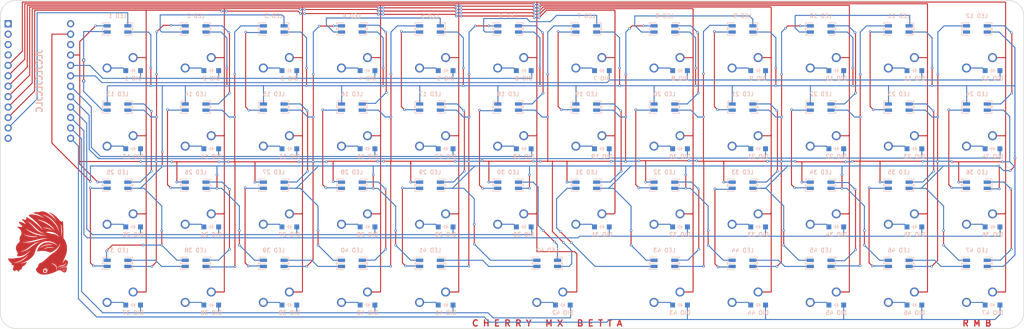
<source format=kicad_pcb>
(kicad_pcb (version 20171130) (host pcbnew "(5.1.9)-1")
  (layers (0 F.Cu signal) (31 B.Cu signal) (34 B.Paste user) (35 F.Paste user) (36 B.SilkS user) (37 F.SilkS user) (38 B.Mask user) (39 F.Mask user) (44 Edge.Cuts user))
  (net 0 "")
  (module "Betta Vector:BettaSmall3" (layer F.Cu) (at 34.925 105.41)
    (fp_text reference G*** hide)
    (fp_text value LOGO hide)
    (fp_poly (pts (xy 1.157231 -7.52777) (xy 1.492295 -7.416468) (xy 1.852819 -7.245023) (xy 2.239728 -7.013091) (xy 2.653947 -6.720328) (xy 2.877349 -6.546415) (xy 3.072016 -6.382002) (xy 3.293474 -6.180964) (xy 3.525467 -5.958973) (xy 3.751742 -5.731699) (xy 3.956041 -5.514813) (xy 4.012019 -5.452533) (xy 4.099517 -5.355121) (xy 4.152786 -5.299886) (xy 4.17106 -5.289353) (xy 4.153576 -5.326046) (xy 4.099568 -5.412488) (xy 4.008273 -5.551203) (xy 3.960364 -5.623058) (xy 3.545768 -6.186351) (xy 3.091156 -6.695072) (xy 2.596625 -7.149116) (xy 2.520298 -7.211463) (xy 2.410505 -7.302216) (xy 2.346474 -7.3622) (xy 2.330572 -7.39129) (xy 2.365168 -7.389361) (xy 2.452629 -7.356287) (xy 2.595325 -7.291945) (xy 2.794 -7.196993) (xy 3.293504 -6.926019) (xy 3.741761 -6.620038) (xy 4.150003 -6.270211) (xy 4.529458 -5.867695) (xy 4.619659 -5.759614) (xy 4.825836 -5.51607) (xy 5.001906 -5.329324) (xy 5.151365 -5.197365) (xy 5.277706 -5.118179) (xy 5.384427 -5.089754) (xy 5.47502 -5.110078) (xy 5.552982 -5.177138) (xy 5.576281 -5.208806) (xy 5.625691 -5.277648) (xy 5.654745 -5.295451) (xy 5.679069 -5.268564) (xy 5.687179 -5.253858) (xy 5.715334 -5.166727) (xy 5.741735 -5.016759) (xy 5.766119 -4.808834) (xy 5.788225 -4.547831) (xy 5.807792 -4.238631) (xy 5.824558 -3.886113) (xy 5.838263 -3.495157) (xy 5.848645 -3.070643) (xy 5.855442 -2.617451) (xy 5.858394 -2.14046) (xy 5.858495 -2.055096) (xy 5.858934 -1.079125) (xy 6.058906 -0.77558) (xy 6.29025 -0.375453) (xy 6.484556 0.060564) (xy 6.628184 0.499552) (xy 6.661348 0.631001) (xy 6.685191 0.748287) (xy 6.701298 0.867466) (xy 6.711252 1.004594) (xy 6.716635 1.175728) (xy 6.71903 1.396922) (xy 6.719166 1.4224) (xy 6.718419 1.676415) (xy 6.712612 1.878212) (xy 6.700699 2.043183) (xy 6.681628 2.186725) (xy 6.659202 2.302503) (xy 6.570233 2.647968) (xy 6.444763 3.041759) (xy 6.285407 3.476908) (xy 6.09478 3.946444) (xy 5.875497 4.443399) (xy 5.774142 4.66146) (xy 5.705408 4.810279) (xy 5.650251 4.935696) (xy 5.613682 5.025847) (xy 5.600717 5.06887) (xy 5.601213 5.070635) (xy 5.626029 5.050911) (xy 5.683488 4.985941) (xy 5.766167 4.885095) (xy 5.866649 4.757742) (xy 5.977514 4.613253) (xy 6.091341 4.460996) (xy 6.176467 4.344183) (xy 6.303819 4.167166) (xy 6.573491 4.302755) (xy 6.755839 4.408746) (xy 6.88185 4.52046) (xy 6.954892 4.647741) (xy 6.978332 4.800431) (xy 6.95554 4.988375) (xy 6.889884 5.221416) (xy 6.888883 5.224428) (xy 6.760254 5.532911) (xy 6.595612 5.787602) (xy 6.389535 5.995138) (xy 6.136603 6.162157) (xy 6.112933 6.174614) (xy 6.025322 6.225257) (xy 5.994403 6.254814) (xy 6.012583 6.263537) (xy 6.072272 6.251682) (xy 6.165877 6.219504) (xy 6.282267 6.168938) (xy 6.40824 6.10298) (xy 6.525608 6.031194) (xy 6.592356 5.982362) (xy 6.699244 5.892127) (xy 6.683222 6.239597) (xy 6.660516 6.54331) (xy 6.621868 6.786907) (xy 6.565024 6.976608) (xy 6.48773 7.11863) (xy 6.387731 7.219195) (xy 6.311847 7.264164) (xy 6.224703 7.298423) (xy 6.144949 7.306078) (xy 6.03997 7.28924) (xy 6.014358 7.283417) (xy 5.881287 7.238393) (xy 5.741532 7.170278) (xy 5.685292 7.135312) (xy 5.570058 7.055832) (xy 5.433517 6.961544) (xy 5.334716 6.893252) (xy 5.213559 6.816118) (xy 5.112239 6.772727) (xy 4.999958 6.751836) (xy 4.932624 6.746468) (xy 4.853411 6.74304) (xy 4.784954 6.746304) (xy 4.715003 6.760356) (xy 4.63131 6.789293) (xy 4.521623 6.83721) (xy 4.373693 6.908204) (xy 4.2164 6.985946) (xy 3.809958 7.180417) (xy 3.440848 7.340203) (xy 3.092247 7.471302) (xy 2.747334 7.579713) (xy 2.389287 7.671436) (xy 2.147918 7.723655) (xy 1.962045 7.753821) (xy 1.738018 7.77833) (xy 1.492791 7.796479) (xy 1.243316 7.807565) (xy 1.006548 7.810882) (xy 0.799437 7.805729) (xy 0.638938 7.791402) (xy 0.61369 7.787332) (xy 0.272386 7.700453) (xy -0.037032 7.569929) (xy -0.306924 7.400694) (xy -0.529646 7.197685) (xy -0.697558 6.965839) (xy -0.717711 6.928477) (xy 0.885324 6.928477) (xy 0.899488 7.078979) (xy 0.958597 7.215718) (xy 1.05542 7.330071) (xy 1.182725 7.413415) (xy 1.333279 7.457126) (xy 1.499851 7.452581) (xy 1.669431 7.394143) (xy 1.79445 7.294806) (xy 1.876913 7.155824) (xy 1.911395 6.9942) (xy 1.892474 6.826938) (xy 1.870055 6.765213) (xy 1.770089 6.611116) (xy 1.636205 6.505979) (xy 1.481426 6.452018) (xy 1.318773 6.45145) (xy 1.161267 6.506491) (xy 1.021932 6.619356) (xy 1.020764 6.620681) (xy 0.923339 6.772837) (xy 0.885324 6.928477) (xy -0.717711 6.928477) (xy -0.718672 6.926697) (xy -0.803973 6.724578) (xy -0.81321 6.670506) (xy 0.8128 6.670506) (xy 0.828535 6.681499) (xy 0.869664 6.640567) (xy 0.884765 6.620281) (xy 1.004598 6.486673) (xy 1.149581 6.399615) (xy 1.264086 6.361361) (xy 1.451366 6.343217) (xy 1.627645 6.38438) (xy 1.782207 6.476423) (xy 1.904335 6.610919) (xy 1.983313 6.779441) (xy 2.008576 6.946749) (xy 2.015038 7.036666) (xy 2.028816 7.08697) (xy 2.038438 7.091088) (xy 2.053339 7.050598) (xy 2.063229 6.963694) (xy 2.065693 6.881401) (xy 2.036772 6.680332) (xy 1.957355 6.512425) (xy 1.837877 6.381258) (xy 1.68877 6.290408) (xy 1.52047 6.243451) (xy 1.34341 6.243964) (xy 1.168025 6.295525) (xy 1.004749 6.40171) (xy 0.920471 6.488809) (xy 0.857642 6.574693) (xy 0.818847 6.646332) (xy 0.8128 6.670506) (xy -0.81321 6.670506) (xy -0.832949 6.554964) (xy -0.805457 6.412529) (xy -0.721354 6.291943) (xy -0.701115 6.272965) (xy -0.567892 6.152688) (xy -0.474684 6.059792) (xy -0.410157 5.977485) (xy -0.36298 5.888974) (xy -0.321818 5.777468) (xy -0.283905 5.654759) (xy -0.231877 5.492779) (xy -0.183743 5.376571) (xy -0.128871 5.28575) (xy -0.056628 5.199929) (xy -0.034678 5.17694) (xy -0.019369 5.162861) (xy 2.871811 5.162861) (xy 2.902092 5.17841) (xy 2.992691 5.194841) (xy 3.014133 5.197865) (xy 3.272348 5.252022) (xy 3.488463 5.342341) (xy 3.682781 5.478648) (xy 3.779097 5.568103) (xy 3.948422 5.764518) (xy 4.060333 5.964754) (xy 4.122183 6.186746) (xy 4.141324 6.448429) (xy 4.141325 6.4516) (xy 4.136186 6.595092) (xy 4.122746 6.724775) (xy 4.103743 6.815558) (xy 4.100637 6.824133) (xy 4.076879 6.889004) (xy 4.08199 6.900422) (xy 4.109705 6.874933) (xy 4.149406 6.813598) (xy 4.193728 6.715735) (xy 4.197449 6.705513) (xy 5.558754 6.705513) (xy 5.566027 6.727525) (xy 5.585534 6.752292) (xy 5.693819 6.84207) (xy 5.844381 6.912352) (xy 6.013823 6.956982) (xy 6.178752 6.969805) (xy 6.315772 6.944666) (xy 6.316134 6.944521) (xy 6.337835 6.927272) (xy 6.304997 6.911832) (xy 6.21175 6.895921) (xy 6.180667 6.891896) (xy 6.054554 6.87168) (xy 5.929963 6.84031) (xy 5.785994 6.791565) (xy 5.604933 6.720523) (xy 5.558754 6.705513) (xy 4.197449 6.705513) (xy 4.21326 6.662083) (xy 4.242626 6.518045) (xy 5.4864 6.518045) (xy 5.51754 6.549321) (xy 5.601136 6.571914) (xy 5.722458 6.585708) (xy 5.866774 6.590588) (xy 6.019351 6.586438) (xy 6.165457 6.573143) (xy 6.290361 6.550587) (xy 6.366934 6.524956) (xy 6.485467 6.469488) (xy 6.265333 6.494411) (xy 6.118076 6.505661) (xy 5.940776 6.511497) (xy 5.770995 6.510705) (xy 5.7658 6.510547) (xy 5.637875 6.508343) (xy 5.540749 6.510133) (xy 5.490185 6.515493) (xy 5.4864 6.518045) (xy 4.242626 6.518045) (xy 4.25974 6.434108) (xy 4.260214 6.35938) (xy 4.881513 6.35938) (xy 4.89874 6.36186) (xy 4.956663 6.338402) (xy 5.031306 6.303433) (xy 5.12162 6.269342) (xy 5.257097 6.228832) (xy 5.41633 6.187984) (xy 5.519415 6.16477) (xy 5.800863 6.092829) (xy 6.024449 6.006307) (xy 6.199407 5.899907) (xy 6.334967 5.768335) (xy 6.415973 5.650578) (xy 6.481945 5.5372) (xy 6.319871 5.679549) (xy 6.191872 5.782198) (xy 6.060417 5.863701) (xy 5.908584 5.931962) (xy 5.719453 5.994884) (xy 5.538755 6.044412) (xy 5.341946 6.102519) (xy 5.165403 6.168259) (xy 5.021968 6.235878) (xy 4.924484 6.299623) (xy 4.893485 6.333468) (xy 4.881513 6.35938) (xy 4.260214 6.35938) (xy 4.261255 6.195753) (xy 4.474462 6.195753) (xy 4.491668 6.201035) (xy 4.550464 6.154398) (xy 4.609039 6.096776) (xy 4.715037 6.003081) (xy 4.832597 5.921592) (xy 4.89242 5.889892) (xy 4.986478 5.858934) (xy 5.126782 5.825643) (xy 5.292201 5.794604) (xy 5.41803 5.775824) (xy 5.63061 5.741781) (xy 5.809991 5.700971) (xy 5.940035 5.657156) (xy 5.953305 5.651035) (xy 6.166843 5.511233) (xy 6.340165 5.322739) (xy 6.464572 5.096814) (xy 6.51859 4.919133) (xy 6.526035 4.836794) (xy 6.505091 4.809066) (xy 6.47291 4.836548) (xy 6.468534 4.861216) (xy 6.441301 4.969303) (xy 6.368208 5.096215) (xy 6.262158 5.227096) (xy 6.136056 5.347091) (xy 6.002807 5.441344) (xy 5.93521 5.475155) (xy 5.847056 5.503212) (xy 5.715296 5.534865) (xy 5.563454 5.564676) (xy 5.50715 5.574109) (xy 5.244075 5.623421) (xy 5.0362 5.681749) (xy 4.871051 5.755249) (xy 4.736154 5.850079) (xy 4.619037 5.972394) (xy 4.569685 6.036837) (xy 4.500062 6.140403) (xy 4.474462 6.195753) (xy 4.261255 6.195753) (xy 4.261323 6.185169) (xy 4.218716 5.944381) (xy 4.193964 5.86867) (xy 4.123988 5.722276) (xy 4.020531 5.580259) (xy 3.912603 5.46437) (xy 3.794371 5.352399) (xy 3.694977 5.277784) (xy 3.590552 5.225308) (xy 3.474272 5.18497) (xy 3.263571 5.13449) (xy 3.075341 5.117657) (xy 2.925105 5.135534) (xy 2.8956 5.145433) (xy 2.871811 5.162861) (xy -0.019369 5.162861) (xy 0.071081 5.079681) (xy 0.178065 5.013397) (xy 0.315859 4.960781) (xy 0.3556 4.94862) (xy 0.456916 4.913984) (xy 0.56017 4.86804) (xy 0.670655 4.806718) (xy 0.793664 4.725949) (xy 0.934489 4.621662) (xy 1.098422 4.489787) (xy 1.290756 4.326256) (xy 1.516783 4.126998) (xy 1.781796 3.887944) (xy 2.030441 3.660716) (xy 2.275492 3.43691) (xy 2.480296 3.252711) (xy 2.653588 3.100946) (xy 2.804106 2.97444) (xy 2.940584 2.866019) (xy 3.071758 2.76851) (xy 3.206365 2.674739) (xy 3.33532 2.589142) (xy 3.745286 2.297363) (xy 4.095717 1.993758) (xy 4.394744 1.66953) (xy 4.650499 1.31588) (xy 4.867464 0.931333) (xy 4.93826 0.78167) (xy 5.005118 0.62643) (xy 5.063141 0.478803) (xy 5.107433 0.351981) (xy 5.133096 0.259152) (xy 5.135235 0.213508) (xy 5.134357 0.212401) (xy 5.113104 0.23301) (xy 5.069933 0.301847) (xy 5.012508 0.406207) (xy 4.98366 0.462162) (xy 4.724731 0.901567) (xy 4.414532 1.296883) (xy 4.052871 1.648297) (xy 3.639553 1.955994) (xy 3.174385 2.22016) (xy 3.123955 2.244695) (xy 2.931762 2.332619) (xy 2.779465 2.387626) (xy 2.648316 2.410696) (xy 2.519569 2.402808) (xy 2.374475 2.364939) (xy 2.194289 2.29807) (xy 2.183535 2.293788) (xy 2.007739 2.231039) (xy 1.800262 2.167982) (xy 1.596306 2.115005) (xy 1.523135 2.09887) (xy 1.262395 2.060014) (xy 0.961028 2.039213) (xy 0.6402 2.036086) (xy 0.321073 2.050251) (xy 0.024814 2.081329) (xy -0.227414 2.128937) (xy -0.23357 2.130487) (xy -0.363369 2.161129) (xy -0.46638 2.181111) (xy -0.52655 2.187501) (xy -0.535061 2.185561) (xy -0.538396 2.140977) (xy -0.519811 2.04848) (xy -0.483883 1.922493) (xy -0.435185 1.777439) (xy -0.404759 1.697379) (xy 0.982134 1.697379) (xy 1.010022 1.693292) (xy 1.084559 1.664049) (xy 1.192048 1.615262) (xy 1.2446 1.589862) (xy 1.40752 1.517268) (xy 1.599203 1.44287) (xy 1.782604 1.380886) (xy 1.811867 1.372148) (xy 2.244647 1.277113) (xy 2.704394 1.232826) (xy 3.172455 1.239972) (xy 3.630178 1.299232) (xy 3.6576 1.304599) (xy 3.703928 1.310227) (xy 3.696695 1.299275) (xy 3.646796 1.275974) (xy 3.565127 1.244558) (xy 3.462584 1.209258) (xy 3.350062 1.174306) (xy 3.254256 1.147917) (xy 2.916901 1.091637) (xy 2.555199 1.084466) (xy 2.189483 1.124604) (xy 1.840085 1.210251) (xy 1.6256 1.29204) (xy 1.511918 1.347941) (xy 1.383258 1.418973) (xy 1.253167 1.496605) (xy 1.13519 1.572302) (xy 1.042873 1.637533) (xy 0.989761 1.683764) (xy 0.982134 1.697379) (xy -0.404759 1.697379) (xy -0.378293 1.627741) (xy -0.317782 1.487822) (xy -0.305624 1.462231) (xy -0.244191 1.357133) (xy 0.033867 1.357133) (xy 0.060646 1.351955) (xy 0.1327 1.317566) (xy 0.237606 1.260231) (xy 0.312714 1.216493) (xy 0.481297 1.123154) (xy 0.674092 1.026825) (xy 0.854181 0.945787) (xy 0.884117 0.933547) (xy 1.276315 0.794575) (xy 1.662126 0.697011) (xy 2.059584 0.637907) (xy 2.48672 0.614315) (xy 2.817266 0.617484) (xy 2.998071 0.622403) (xy 3.151117 0.624936) (xy 3.265457 0.625036) (xy 3.330143 0.622654) (xy 3.340392 0.619769) (xy 3.289904 0.596634) (xy 3.187541 0.568257) (xy 3.04863 0.537857) (xy 2.888498 0.508654) (xy 2.722472 0.483867) (xy 2.652754 0.475331) (xy 2.215497 0.458908) (xy 1.77177 0.504961) (xy 1.332366 0.610471) (xy 0.908077 0.772417) (xy 0.509695 0.987779) (xy 0.296334 1.13479) (xy 0.184049 1.221562) (xy 0.095748 1.29444) (xy 0.043255 1.343409) (xy 0.033867 1.357133) (xy -0.244191 1.357133) (xy -0.094817 1.101589) (xy 0.165002 0.783565) (xy 0.46766 0.511512) (xy 0.806981 0.288778) (xy 1.176789 0.118713) (xy 1.57091 0.00467) (xy 1.983167 -0.050003) (xy 2.407387 -0.041955) (xy 2.457319 -0.036783) (xy 2.962536 0.052852) (xy 3.444597 0.205789) (xy 3.905365 0.42274) (xy 4.293301 0.666185) (xy 4.34665 0.700939) (xy 4.358578 0.694544) (xy 4.348695 0.664346) (xy 4.308664 0.610345) (xy 4.225505 0.529134) (xy 4.112216 0.431417) (xy 3.981798 0.327895) (xy 3.847251 0.229272) (xy 3.721575 0.146251) (xy 3.713163 0.141129) (xy 3.381511 -0.028499) (xy 3.010415 -0.164823) (xy 2.619266 -0.263196) (xy 2.227451 -0.318972) (xy 1.854359 -0.327503) (xy 1.778 -0.322682) (xy 1.312712 -0.254744) (xy 0.881483 -0.128425) (xy 0.484625 0.056129) (xy 0.122453 0.298775) (xy -0.194664 0.588714) (xy -0.424305 0.85216) (xy -0.609856 1.11655) (xy -0.760371 1.398705) (xy -0.884904 1.715446) (xy -0.986298 2.059495) (xy -1.104431 2.449723) (xy -1.2465 2.789912) (xy -1.421622 3.096116) (xy -1.638918 3.384391) (xy -1.89407 3.6576) (xy -2.299558 4.011056) (xy -2.760569 4.327743) (xy -3.275006 4.606497) (xy -3.840774 4.846157) (xy -4.332635 5.010054) (xy -4.51732 5.066456) (xy -4.63727 5.106979) (xy -4.693464 5.132152) (xy -4.686882 5.142508) (xy -4.618504 5.138576) (xy -4.555066 5.130537) (xy -4.285941 5.084751) (xy -3.986551 5.019844) (xy -3.680334 4.941859) (xy -3.390728 4.856839) (xy -3.141174 4.770825) (xy -3.104541 4.756587) (xy -3.080692 4.756457) (xy -3.082381 4.789896) (xy -3.112101 4.865057) (xy -3.172343 4.990092) (xy -3.181483 5.008321) (xy -3.310818 5.238436) (xy -3.444434 5.415196) (xy -3.595051 5.552449) (xy -3.77539 5.664046) (xy -3.791124 5.672099) (xy -3.946497 5.757971) (xy -4.056185 5.842414) (xy -4.13633 5.944057) (xy -4.203076 6.081532) (xy -4.246454 6.1976) (xy -4.312926 6.37409) (xy -4.371813 6.494708) (xy -4.43157 6.569387) (xy -4.500648 6.608061) (xy -4.587503 6.620666) (xy -4.606673 6.620933) (xy -4.679681 6.623178) (xy -4.731437 6.637811) (xy -4.776204 6.676684) (xy -4.82825 6.751645) (xy -4.892065 6.858) (xy -4.968832 6.981108) (xy -5.026705 7.054208) (xy -5.076095 7.088358) (xy -5.115331 7.095067) (xy -5.171663 7.081518) (xy -5.22377 7.032243) (xy -5.284571 6.934296) (xy -5.295023 6.915011) (xy -5.373133 6.785584) (xy -5.447096 6.709759) (xy -5.528105 6.686455) (xy -5.627352 6.714589) (xy -5.75603 6.79308) (xy -5.848836 6.861462) (xy -5.982073 6.945052) (xy -6.094654 6.971574) (xy -6.193273 6.938525) (xy -6.284624 6.843401) (xy -6.3754 6.683699) (xy -6.386439 6.660363) (xy -6.447332 6.503734) (xy -6.462932 6.381264) (xy -6.432929 6.276474) (xy -6.377733 6.196487) (xy -6.332267 6.135753) (xy -6.304649 6.073523) (xy -6.290139 5.990204) (xy -6.283995 5.866206) (xy -6.28287 5.804422) (xy -6.278807 5.520266) (xy -6.439198 5.520266) (xy -6.55704 5.513058) (xy -6.661051 5.494974) (xy -6.688165 5.48659) (xy -6.736804 5.464175) (xy -6.76081 5.432223) (xy -6.765336 5.372193) (xy -6.755533 5.265542) (xy -6.753818 5.250315) (xy -6.742649 5.137624) (xy -6.745286 5.073471) (xy -6.767341 5.039159) (xy -6.814428 5.015989) (xy -6.825435 5.011772) (xy -6.863822 4.988262) (xy -6.311915 4.988262) (xy -6.263979 5.000725) (xy -6.217972 4.996635) (xy -6.149866 4.986712) (xy -6.037643 4.974151) (xy -5.904718 4.961555) (xy -5.895148 4.960732) (xy -5.450534 4.891278) (xy -5.000763 4.761891) (xy -4.556131 4.578584) (xy -4.126934 4.347371) (xy -3.723467 4.074265) (xy -3.356027 3.76528) (xy -3.03491 3.426429) (xy -2.847178 3.180452) (xy -2.697157 2.963333) (xy -3.050378 3.30252) (xy -3.548264 3.738409) (xy -4.067406 4.110112) (xy -4.608397 4.417951) (xy -5.171833 4.662245) (xy -5.758308 4.843315) (xy -6.02061 4.902396) (xy -6.15287 4.931615) (xy -6.252644 4.958783) (xy -6.306775 4.980022) (xy -6.311915 4.988262) (xy -6.863822 4.988262) (xy -6.90721 4.96169) (xy -7.014976 4.869473) (xy -7.135993 4.748557) (xy -7.257523 4.612377) (xy -7.366829 4.474366) (xy -7.445164 4.358132) (xy -7.509156 4.234444) (xy -7.55774 4.109706) (xy -7.576458 4.033294) (xy -7.583202 3.942619) (xy -7.565145 3.893081) (xy -7.512938 3.859869) (xy -7.510741 3.858863) (xy -7.451232 3.842173) (xy -7.373828 3.844716) (xy -7.260774 3.868213) (xy -7.174086 3.891499) (xy -6.924503 3.943937) (xy -6.672478 3.958299) (xy -6.399605 3.934398) (xy -6.124111 3.880748) (xy -5.926988 3.841704) (xy -5.700405 3.807414) (xy -5.482633 3.783364) (xy -5.406061 3.777811) (xy -4.882341 3.718699) (xy -4.394827 3.603183) (xy -3.940163 3.429838) (xy -3.514991 3.19724) (xy -3.115957 2.903963) (xy -2.907006 2.716847) (xy -2.804797 2.612061) (xy -2.693574 2.486339) (xy -2.581213 2.350127) (xy -2.475589 2.213871) (xy -2.384581 2.088018) (xy -2.316064 1.983014) (xy -2.277915 1.909306) (xy -2.275297 1.879014) (xy -2.303073 1.894594) (xy -2.359227 1.952567) (xy -2.432043 2.04073) (xy -2.438181 2.04865) (xy -2.720316 2.363131) (xy -3.054374 2.647667) (xy -3.428214 2.894311) (xy -3.829697 3.095111) (xy -4.246682 3.242119) (xy -4.271127 3.248839) (xy -4.455783 3.292345) (xy -4.654788 3.328554) (xy -4.850377 3.355245) (xy -5.024781 3.370198) (xy -5.160232 3.371192) (xy -5.207301 3.365854) (xy -5.32866 3.317368) (xy -5.396468 3.228509) (xy -5.410331 3.100878) (xy -5.369857 2.936075) (xy -5.333669 2.849904) (xy -5.287464 2.739456) (xy -5.256831 2.644778) (xy -5.249333 2.600707) (xy -5.267472 2.542968) (xy -5.315905 2.447084) (xy -5.385658 2.330101) (xy -5.417766 2.280845) (xy -5.432225 2.254992) (xy -4.625322 2.254992) (xy -4.594494 2.25841) (xy -4.519467 2.253905) (xy -4.474739 2.250082) (xy -4.341138 2.23238) (xy -4.17204 2.201815) (xy -3.997127 2.16395) (xy -3.938385 2.149586) (xy -3.686196 2.071356) (xy -3.406153 1.960777) (xy -3.122458 1.828835) (xy -2.859315 1.686515) (xy -2.704925 1.589724) (xy -2.608829 1.522474) (xy -2.471911 1.423362) (xy -2.307012 1.301849) (xy -2.126976 1.167399) (xy -1.947333 1.031521) (xy -1.594536 0.767911) (xy -1.282184 0.54626) (xy -1.001847 0.361635) (xy -0.745095 0.209099) (xy -0.5035 0.083718) (xy -0.268632 -0.019444) (xy -0.032061 -0.105321) (xy 0.02666 -0.124144) (xy 0.150226 -0.164941) (xy 0.242305 -0.199451) (xy 0.289176 -0.222336) (xy 0.291963 -0.227326) (xy 0.250692 -0.229731) (xy 0.158633 -0.216917) (xy 0.030179 -0.192074) (xy -0.120273 -0.158395) (xy -0.27833 -0.11907) (xy -0.429597 -0.077292) (xy -0.540495 -0.042766) (xy -0.769584 0.041234) (xy -0.993439 0.139959) (xy -1.221113 0.258831) (xy -1.461662 0.403274) (xy -1.72414 0.578712) (xy -2.0176 0.790569) (xy -2.3368 1.033188) (xy -2.663831 1.281384) (xy -2.951897 1.488095) (xy -3.210727 1.658918) (xy -3.450048 1.799449) (xy -3.67959 1.915285) (xy -3.909082 2.012022) (xy -4.148251 2.095258) (xy -4.223205 2.118391) (xy -4.410893 2.175349) (xy -4.537694 2.215645) (xy -4.60778 2.241465) (xy -4.625322 2.254992) (xy -5.432225 2.254992) (xy -5.585849 1.98031) (xy -5.686755 1.680615) (xy -5.720965 1.379343) (xy -5.688956 1.074079) (xy -5.671552 1.000251) (xy -5.609775 0.807665) (xy -5.525605 0.632695) (xy -5.409541 0.460478) (xy -5.252084 0.276154) (xy -5.124102 0.143873) (xy -4.998709 0.013346) (xy -4.916825 -0.079916) (xy -4.26735 -0.079916) (xy -4.2672 -0.07742) (xy -4.095218 -0.050913) (xy -3.870267 -0.030252) (xy -3.606876 -0.01562) (xy -3.31957 -0.007202) (xy -3.022879 -0.005182) (xy -2.731329 -0.009744) (xy -2.459449 -0.021071) (xy -2.221766 -0.03935) (xy -2.126868 -0.05028) (xy -1.893948 -0.086148) (xy -1.634759 -0.136547) (xy -1.342187 -0.203218) (xy -1.009118 -0.287903) (xy -0.628436 -0.392344) (xy -0.193027 -0.518285) (xy -0.084666 -0.550394) (xy 0.302422 -0.662557) (xy 0.640295 -0.753442) (xy 0.942903 -0.826213) (xy 1.2242 -0.884034) (xy 1.49814 -0.930069) (xy 1.7272 -0.961259) (xy 1.881248 -0.980956) (xy 1.974866 -0.995455) (xy 2.01495 -1.006963) (xy 2.008397 -1.017688) (xy 1.962104 -1.029838) (xy 1.949589 -1.032448) (xy 1.833029 -1.044773) (xy 1.663719 -1.047306) (xy 1.455799 -1.040906) (xy 1.22341 -1.026435) (xy 0.980692 -1.004752) (xy 0.741785 -0.976719) (xy 0.541867 -0.946795) (xy 0.391376 -0.918442) (xy 0.18967 -0.876087) (xy -0.048964 -0.822968) (xy -0.310239 -0.762324) (xy -0.579867 -0.697393) (xy -0.795866 -0.643555) (xy -1.255231 -0.528712) (xy -1.658789 -0.431687) (xy -2.015624 -0.350874) (xy -2.334816 -0.284666) (xy -2.625447 -0.231458) (xy -2.896601 -0.189641) (xy -3.157358 -0.157611) (xy -3.416801 -0.13376) (xy -3.684012 -0.116481) (xy -3.81 -0.110388) (xy -3.981798 -0.102036) (xy -4.122078 -0.093684) (xy -4.220656 -0.086066) (xy -4.26735 -0.079916) (xy -4.916825 -0.079916) (xy -4.894438 -0.105413) (xy -4.820748 -0.201001) (xy -4.787098 -0.262016) (xy -4.786976 -0.262491) (xy -4.780575 -0.337728) (xy -4.783601 -0.458381) (xy -4.795246 -0.602909) (xy -4.801859 -0.660364) (xy -4.821508 -0.886249) (xy -4.813369 -1.071957) (xy -4.772131 -1.239533) (xy -4.692483 -1.411023) (xy -4.575861 -1.59845) (xy -4.445897 -1.849584) (xy -4.420619 -1.953134) (xy -3.849355 -1.953134) (xy -3.828236 -1.933365) (xy -3.756609 -1.894389) (xy -3.64701 -1.841756) (xy -3.511977 -1.781016) (xy -3.364049 -1.717719) (xy -3.215763 -1.657416) (xy -3.079656 -1.605658) (xy -3.007901 -1.580629) (xy -2.846579 -1.53234) (xy -2.645951 -1.479967) (xy -2.429476 -1.428924) (xy -2.220617 -1.384626) (xy -2.042836 -1.352488) (xy -1.9812 -1.343682) (xy -1.841515 -1.332729) (xy -1.652636 -1.326968) (xy -1.432879 -1.326073) (xy -1.200558 -1.329715) (xy -0.973988 -1.337568) (xy -0.771484 -1.349304) (xy -0.61136 -1.364596) (xy -0.581701 -1.368695) (xy -0.443276 -1.390766) (xy -0.332238 -1.410893) (xy -0.264172 -1.426124) (xy -0.250725 -1.43132) (xy -0.278169 -1.436838) (xy -0.363555 -1.443482) (xy -0.497115 -1.450737) (xy -0.669076 -1.45809) (xy -0.86967 -1.465029) (xy -0.922091 -1.466607) (xy -1.541064 -1.499894) (xy -2.121186 -1.564308) (xy -2.685456 -1.663358) (xy -3.256871 -1.800554) (xy -3.433988 -1.849923) (xy -3.588591 -1.893084) (xy -3.717825 -1.926858) (xy -3.808833 -1.948052) (xy -3.84876 -1.953471) (xy -3.849355 -1.953134) (xy -4.420619 -1.953134) (xy -4.379086 -2.123261) (xy -4.3688 -2.293429) (xy -4.398583 -2.601852) (xy -4.486747 -2.879067) (xy -4.631515 -3.121639) (xy -4.831112 -3.326133) (xy -4.946471 -3.410146) (xy -4.954806 -3.415652) (xy -3.386431 -3.415652) (xy -3.358813 -3.383122) (xy -3.284903 -3.315873) (xy -3.167013 -3.216294) (xy -3.0734 -3.13981) (xy -2.529844 -2.742985) (xy -1.954735 -2.405815) (xy -1.350385 -2.129295) (xy -0.719107 -1.914419) (xy -0.063212 -1.762183) (xy 0.238823 -1.71445) (xy 0.393099 -1.698007) (xy 0.581981 -1.684754) (xy 0.791647 -1.674919) (xy 1.008273 -1.668731) (xy 1.218037 -1.666416) (xy 1.407116 -1.668203) (xy 1.561688 -1.67432) (xy 1.66793 -1.684996) (xy 1.693334 -1.690459) (xy 1.7083 -1.704159) (xy 1.656654 -1.717759) (xy 1.537953 -1.731345) (xy 1.445504 -1.738728) (xy 0.762718 -1.817238) (xy 0.063284 -1.953144) (xy -0.640977 -2.142386) (xy -1.338243 -2.380902) (xy -2.016692 -2.66463) (xy -2.664502 -2.989508) (xy -3.269851 -3.351473) (xy -3.293533 -3.367007) (xy -3.365442 -3.411077) (xy -3.386431 -3.415652) (xy -4.954806 -3.415652) (xy -5.137878 -3.536584) (xy -5.276174 -3.632568) (xy -5.366571 -3.702087) (xy -5.414281 -3.749128) (xy -5.424923 -3.776133) (xy -5.402028 -3.792009) (xy -5.337264 -3.801964) (xy -5.225047 -3.806104) (xy -5.059791 -3.804537) (xy -4.83591 -3.797369) (xy -4.6736 -3.790537) (xy -4.465874 -3.786054) (xy -4.316977 -3.79497) (xy -4.219086 -3.818637) (xy -4.164377 -3.858404) (xy -4.152292 -3.880497) (xy -4.151986 -3.951373) (xy -4.201431 -4.040876) (xy -4.303779 -4.152969) (xy -4.462181 -4.291617) (xy -4.50953 -4.329796) (xy -4.706464 -4.49928) (xy -4.851106 -4.651502) (xy -4.941752 -4.783523) (xy -4.976697 -4.892406) (xy -4.954236 -4.975213) (xy -4.906793 -5.01434) (xy -4.814653 -5.037325) (xy -4.67991 -5.028811) (xy -4.499521 -4.987955) (xy -4.270446 -4.913915) (xy -3.989643 -4.805846) (xy -3.680277 -4.674448) (xy -3.528986 -4.610092) (xy -3.40064 -4.559478) (xy -3.307462 -4.527135) (xy -3.261672 -4.517594) (xy -3.259512 -4.518532) (xy -3.276269 -4.547371) (xy -3.334436 -4.616792) (xy -3.427428 -4.719583) (xy -3.548661 -4.848533) (xy -3.691548 -4.996431) (xy -3.753302 -5.059291) (xy -3.864936 -5.173516) (xy -2.864172 -5.173516) (xy -2.847674 -5.146783) (xy -2.788836 -5.092112) (xy -2.70026 -5.021177) (xy -2.697338 -5.018967) (xy -2.530758 -4.88648) (xy -2.361284 -4.737082) (xy -2.18051 -4.562493) (xy -1.980031 -4.354432) (xy -1.751442 -4.10462) (xy -1.624802 -3.9624) (xy -1.343194 -3.650161) (xy -1.091704 -3.38666) (xy -0.861615 -3.165142) (xy -0.644207 -2.978855) (xy -0.430759 -2.821043) (xy -0.212554 -2.684954) (xy 0.019129 -2.563832) (xy 0.27301 -2.450924) (xy 0.384912 -2.405687) (xy 0.522044 -2.355062) (xy 0.677065 -2.303451) (xy 0.838782 -2.253845) (xy 0.996 -2.209239) (xy 1.137527 -2.172625) (xy 1.252168 -2.146998) (xy 1.32873 -2.135349) (xy 1.356019 -2.140674) (xy 1.351845 -2.147114) (xy 1.316111 -2.164337) (xy 1.231541 -2.199624) (xy 1.112631 -2.247026) (xy 1.032021 -2.278351) (xy 0.766858 -2.385297) (xy 0.527643 -2.493787) (xy 0.441132 -2.539063) (xy 1.608087 -2.539063) (xy 1.626018 -2.510732) (xy 1.701805 -2.47226) (xy 1.826719 -2.425919) (xy 1.992029 -2.37398) (xy 2.189007 -2.318716) (xy 2.408922 -2.262397) (xy 2.643044 -2.207296) (xy 2.882644 -2.155685) (xy 3.118991 -2.109836) (xy 3.343357 -2.072019) (xy 3.474465 -2.053363) (xy 3.678538 -2.022362) (xy 3.836993 -1.986385) (xy 3.971944 -1.93955) (xy 4.067132 -1.895721) (xy 4.255859 -1.791199) (xy 4.448033 -1.667732) (xy 4.623514 -1.539352) (xy 4.76216 -1.420091) (xy 4.789665 -1.392334) (xy 4.862721 -1.321721) (xy 4.897496 -1.30203) (xy 4.894598 -1.328726) (xy 4.854636 -1.397275) (xy 4.778218 -1.503142) (xy 4.774069 -1.508533) (xy 4.49755 -1.81287) (xy 4.172767 -2.076203) (xy 3.808462 -2.294113) (xy 3.413376 -2.46218) (xy 2.996249 -2.575982) (xy 2.565824 -2.631101) (xy 2.552825 -2.6318) (xy 2.378795 -2.635686) (xy 2.195013 -2.631244) (xy 2.015094 -2.619812) (xy 1.852655 -2.602726) (xy 1.721312 -2.581322) (xy 1.634681 -2.556937) (xy 1.608087 -2.539063) (xy 0.441132 -2.539063) (xy 0.305632 -2.609977) (xy 0.092083 -2.740025) (xy -0.12175 -2.890087) (xy -0.34461 -3.066319) (xy -0.58524 -3.274878) (xy -0.852385 -3.521922) (xy -1.154789 -3.813606) (xy -1.171267 -3.829743) (xy -1.374199 -4.026734) (xy -1.57394 -4.217201) (xy -1.762193 -4.393485) (xy -1.930662 -4.547926) (xy -2.071049 -4.672866) (xy -2.175057 -4.760644) (xy -2.204254 -4.783365) (xy -2.343976 -4.883368) (xy -2.487202 -4.978558) (xy -2.622343 -5.062085) (xy -2.737812 -5.127096) (xy -2.82202 -5.166742) (xy -2.86338 -5.17417) (xy -2.864172 -5.173516) (xy -3.864936 -5.173516) (xy -3.904425 -5.213921) (xy -4.037966 -5.353473) (xy -4.146995 -5.470464) (xy -4.224583 -5.55741) (xy -4.2638 -5.60683) (xy -4.2672 -5.614215) (xy -4.25301 -5.64846) (xy -4.204821 -5.662384) (xy -4.114201 -5.655729) (xy -3.972719 -5.628239) (xy -3.8608 -5.601857) (xy -3.649471 -5.553726) (xy -3.492288 -5.527801) (xy -3.379385 -5.524147) (xy -3.300898 -5.542827) (xy -3.24696 -5.583904) (xy -3.230501 -5.605927) (xy -3.196417 -5.682107) (xy -3.188186 -5.780574) (xy -3.195831 -5.87415) (xy -3.204345 -5.986938) (xy -3.202825 -6.077343) (xy -3.196754 -6.110223) (xy -3.165309 -6.150526) (xy -3.109041 -6.162825) (xy -3.023314 -6.14509) (xy -2.903494 -6.095295) (xy -2.744942 -6.011409) (xy -2.543025 -5.891404) (xy -2.293105 -5.733251) (xy -2.205787 -5.676571) (xy -1.444547 -5.142294) (xy -0.708667 -4.548634) (xy 0.004136 -3.893631) (xy 0.642323 -3.234267) (xy 0.76445 -3.102235) (xy 0.842733 -3.021417) (xy 0.878316 -2.992391) (xy 0.872341 -3.015737) (xy 0.825951 -3.092032) (xy 0.740289 -3.221855) (xy 0.709249 -3.268133) (xy 0.489864 -3.570357) (xy 0.845605 -3.570357) (xy 0.881251 -3.560324) (xy 0.973209 -3.549018) (xy 1.049867 -3.541198) (xy 1.427826 -3.489787) (xy 1.812174 -3.412362) (xy 2.18528 -3.313694) (xy 2.529512 -3.198554) (xy 2.827237 -3.071712) (xy 2.876753 -3.046859) (xy 3.007616 -2.982703) (xy 3.081546 -2.954909) (xy 3.09876 -2.963479) (xy 3.059473 -3.008414) (xy 3.014133 -3.048399) (xy 2.886228 -3.140065) (xy 2.713383 -3.241432) (xy 2.515481 -3.342565) (xy 2.312407 -3.43353) (xy 2.124047 -3.504392) (xy 2.064557 -3.522813) (xy 1.910587 -3.557526) (xy 1.72187 -3.585811) (xy 1.516406 -3.606478) (xy 1.312197 -3.618336) (xy 1.127241 -3.620194) (xy 0.979539 -3.610862) (xy 0.9144 -3.598889) (xy 0.859059 -3.582188) (xy 0.845605 -3.570357) (xy 0.489864 -3.570357) (xy 0.360422 -3.748674) (xy -0.043211 -4.237048) (xy -0.49123 -4.722831) (xy -0.973213 -5.1956) (xy -1.403688 -5.578223) (xy -0.508 -5.578223) (xy -0.477991 -5.560573) (xy -0.396962 -5.527541) (xy -0.278414 -5.484368) (xy -0.1778 -5.450075) (xy 0.508115 -5.189911) (xy 1.183669 -4.870355) (xy 1.838315 -4.497866) (xy 2.461508 -4.078903) (xy 3.042704 -3.619928) (xy 3.5052 -3.193868) (xy 3.620888 -3.080585) (xy 3.718439 -2.988076) (xy 3.788432 -2.925059) (xy 3.821441 -2.900251) (xy 3.822552 -2.900306) (xy 3.810183 -2.929911) (xy 3.766274 -3.00074) (xy 3.699312 -3.099375) (xy 3.674005 -3.135176) (xy 3.311302 -3.588024) (xy 2.893703 -4.010492) (xy 2.429741 -4.395957) (xy 1.927951 -4.737794) (xy 1.396867 -5.029378) (xy 1.015277 -5.198824) (xy 0.850876 -5.260224) (xy 0.66239 -5.322982) (xy 0.459866 -5.384597) (xy 0.253352 -5.442566) (xy 0.052894 -5.494387) (xy -0.13146 -5.537558) (xy -0.289663 -5.569575) (xy -0.411669 -5.587936) (xy -0.48743 -5.59014) (xy -0.508 -5.578223) (xy -1.403688 -5.578223) (xy -1.478741 -5.644932) (xy -1.997393 -6.060401) (xy -2.3114 -6.289691) (xy -2.42478 -6.371622) (xy -2.513501 -6.439994) (xy -2.565356 -6.485173) (xy -2.57374 -6.496753) (xy -2.548589 -6.567334) (xy -2.486221 -6.654334) (xy -2.40534 -6.735949) (xy -2.324647 -6.790377) (xy -2.320213 -6.792305) (xy -2.181178 -6.827075) (xy -1.988369 -6.841379) (xy -1.752177 -6.836435) (xy -1.482996 -6.813463) (xy -1.191219 -6.773682) (xy -0.887239 -6.718311) (xy -0.581448 -6.648569) (xy -0.28424 -6.565675) (xy -0.222248 -6.546184) (xy 0.00827 -6.469018) (xy 0.211749 -6.392792) (xy 0.404086 -6.310073) (xy 0.601172 -6.21343) (xy 0.818904 -6.095433) (xy 1.073176 -5.94865) (xy 1.138912 -5.909791) (xy 1.184671 -5.886887) (xy 1.184613 -5.898278) (xy 1.14677 -5.937175) (xy 1.079172 -5.996787) (xy 0.989854 -6.070324) (xy 0.886846 -6.150997) (xy 0.77818 -6.232016) (xy 0.671889 -6.30659) (xy 0.6604 -6.3143) (xy 0.186037 -6.594416) (xy -0.304372 -6.818856) (xy 0.76814 -6.818856) (xy 0.819977 -6.790664) (xy 0.897467 -6.759303) (xy 1.004773 -6.715025) (xy 1.147964 -6.65074) (xy 1.302728 -6.577498) (xy 1.367979 -6.545406) (xy 1.94214 -6.222451) (xy 2.483298 -5.844412) (xy 2.986779 -5.416439) (xy 3.447904 -4.943679) (xy 3.861999 -4.431282) (xy 4.224387 -3.884395) (xy 4.530391 -3.308167) (xy 4.723292 -2.851325) (xy 4.768764 -2.737423) (xy 4.806431 -2.655607) (xy 4.829671 -2.619907) (xy 4.83253 -2.619908) (xy 4.831648 -2.657715) (xy 4.815122 -2.744024) (xy 4.786278 -2.862315) (xy 4.776028 -2.90045) (xy 4.585784 -3.468584) (xy 4.335932 -4.010706) (xy 4.030731 -4.522304) (xy 4.029266 -4.524264) (xy 5.188191 -4.524264) (xy 5.190143 -4.482686) (xy 5.200641 -4.39797) (xy 5.220049 -4.262094) (xy 5.248062 -4.07158) (xy 5.29757 -3.680161) (xy 5.336631 -3.2588) (xy 5.363906 -2.829921) (xy 5.378054 -2.415946) (xy 5.377736 -2.039298) (xy 5.375011 -1.947334) (xy 5.369273 -1.742111) (xy 5.369815 -1.604306) (xy 5.376856 -1.533872) (xy 5.390615 -1.530764) (xy 5.411312 -1.594939) (xy 5.439167 -1.72635) (xy 5.474398 -1.924952) (xy 5.474721 -1.926874) (xy 5.506277 -2.183953) (xy 5.52415 -2.482111) (xy 5.528366 -2.798346) (xy 5.518951 -3.109656) (xy 5.495931 -3.393036) (xy 5.472879 -3.556) (xy 5.430626 -3.774285) (xy 5.38185 -3.98871) (xy 5.330571 -4.18414) (xy 5.28081 -4.345436) (xy 5.236588 -4.457462) (xy 5.229973 -4.4704) (xy 5.20847 -4.510098) (xy 5.194421 -4.530727) (xy 5.188191 -4.524264) (xy 4.029266 -4.524264) (xy 3.674437 -4.998861) (xy 3.271309 -5.435864) (xy 2.825605 -5.828798) (xy 2.341582 -6.173148) (xy 1.823498 -6.464401) (xy 1.275612 -6.698042) (xy 1.15445 -6.740276) (xy 1.015701 -6.783444) (xy 0.900322 -6.813432) (xy 0.815687 -6.829694) (xy 0.769168 -6.831684) (xy 0.76814 -6.818856) (xy -0.304372 -6.818856) (xy -0.32232 -6.82707) (xy -0.846795 -7.004667) (xy -1.131254 -7.075184) (xy -1.284213 -7.112972) (xy -1.376416 -7.148298) (xy -1.41464 -7.183867) (xy -1.416039 -7.188858) (xy -1.395756 -7.2503) (xy -1.313023 -7.303724) (xy -1.172765 -7.348062) (xy -0.979908 -7.382248) (xy -0.739377 -7.405215) (xy -0.456097 -7.415896) (xy -0.36484 -7.416544) (xy -0.175621 -7.418182) (xy -0.035672 -7.424466) (xy 0.073435 -7.437842) (xy 0.170126 -7.460759) (xy 0.27283 -7.495662) (xy 0.29556 -7.504238) (xy 0.559788 -7.571311) (xy 0.846704 -7.57927) (xy 1.157231 -7.52777)) (layer F.Cu) (width 0.01))
    (fp_poly (pts (xy 1.479589 6.650254) (xy 1.477321 6.69334) (xy 1.472583 6.712936) (xy 1.476764 6.80754) (xy 1.530579 6.87298) (xy 1.617852 6.892808) (xy 1.644983 6.888226) (xy 1.706578 6.882918) (xy 1.726503 6.919117) (xy 1.7272 6.937402) (xy 1.697507 7.077728) (xy 1.618062 7.18677) (xy 1.503318 7.254819) (xy 1.367729 7.272167) (xy 1.265157 7.247752) (xy 1.158051 7.174562) (xy 1.099159 7.071709) (xy 1.085948 6.95439) (xy 1.115885 6.837802) (xy 1.186436 6.737143) (xy 1.295069 6.667611) (xy 1.364966 6.648928) (xy 1.447515 6.638649) (xy 1.479589 6.650254)) (layer F.Cu) (width 0.01))
  )
  (module "Arduino Pro Micro:SK6812_MINI-E" (layer B.Cu) (at 158.75 110.49)
    (fp_text reference "LED 42" (at 0 -3.175) (layer B.SilkS) (effects (justify mirror)))
    (fp_text value "SK6812 MINI-E")
    (pad "" np_thru_hole oval (at 1.15 0) (size 1 3.75) (drill oval 1 3.75) (layers *.Cu *.Mask))
    (pad "" np_thru_hole oval (at 1.05 0) (size 1 3.75) (drill oval 1 3.75) (layers *.Cu *.Mask))
    (pad "" np_thru_hole oval (at 0.95 0) (size 1 3.75) (drill oval 1 3.75) (layers *.Cu *.Mask))
    (pad "" np_thru_hole oval (at 0.85 0) (size 1 3.75) (drill oval 1 3.75) (layers *.Cu *.Mask))
    (pad "" np_thru_hole oval (at 0.75 0) (size 1 3.75) (drill oval 1 3.75) (layers *.Cu *.Mask))
    (pad "" np_thru_hole oval (at 0.65 0) (size 1 3.75) (drill oval 1 3.75) (layers *.Cu *.Mask))
    (pad "" np_thru_hole oval (at 0.55 0) (size 1 3.75) (drill oval 1 3.75) (layers *.Cu *.Mask))
    (pad "" np_thru_hole oval (at 0.45 0) (size 1 3.75) (drill oval 1 3.75) (layers *.Cu *.Mask))
    (pad "" np_thru_hole oval (at 0.35 0) (size 1 3.75) (drill oval 1 3.75) (layers *.Cu *.Mask))
    (pad "" np_thru_hole oval (at 0.25 0) (size 1 3.75) (drill oval 1 3.75) (layers *.Cu *.Mask))
    (pad "" np_thru_hole oval (at 0.15 0) (size 1 3.75) (drill oval 1 3.75) (layers *.Cu *.Mask))
    (pad "" np_thru_hole oval (at 0.05 0) (size 1 3.75) (drill oval 1 3.75) (layers *.Cu *.Mask))
    (pad "" np_thru_hole oval (at -0.05 0) (size 1 3.75) (drill oval 1 3.75) (layers *.Cu *.Mask))
    (pad "" np_thru_hole oval (at -0.15 0) (size 1 3.75) (drill oval 1 3.75) (layers *.Cu *.Mask))
    (pad "" np_thru_hole oval (at -0.25 0) (size 1 3.75) (drill oval 1 3.75) (layers *.Cu *.Mask))
    (pad "" np_thru_hole oval (at -0.35 0) (size 1 3.75) (drill oval 1 3.75) (layers *.Cu *.Mask))
    (pad "" np_thru_hole oval (at -0.45 0) (size 1 3.75) (drill oval 1 3.75) (layers *.Cu *.Mask))
    (pad "" np_thru_hole oval (at -0.55 0) (size 1 3.75) (drill oval 1 3.75) (layers *.Cu *.Mask))
    (pad "" np_thru_hole oval (at -0.65 0) (size 1 3.75) (drill oval 1 3.75) (layers *.Cu *.Mask))
    (pad "" np_thru_hole oval (at -0.75 0) (size 1 3.75) (drill oval 1 3.75) (layers *.Cu *.Mask))
    (pad "" np_thru_hole oval (at -0.85 0) (size 1 3.75) (drill oval 1 3.75) (layers *.Cu *.Mask))
    (pad "" np_thru_hole oval (at -0.95 0) (size 1 3.75) (drill oval 1 3.75) (layers *.Cu *.Mask))
    (pad "" np_thru_hole oval (at -1.05 0) (size 1 3.75) (drill oval 1 3.75) (layers *.Cu *.Mask))
    (pad "" np_thru_hole oval (at -1.15 0) (size 1 3.75) (drill oval 1 3.75) (layers *.Cu *.Mask))
    (pad 4 smd rect (at 2.5 -0.75 180) (size 1.8 0.82) (layers B.Cu B.Mask))
    (pad 3 smd rect (at 2.5 0.75 180) (size 1.8 0.82) (layers B.Cu B.Mask))
    (pad 2 smd rect (at -2.5 -0.75) (size 1.8 0.82) (layers B.Cu B.Mask))
    (pad 1 smd rect (at -2.5 0.75) (size 1.8 0.82) (layers B.Cu B.Mask))
  )
  (module "Arduino Pro Micro:SK6812_MINI-E" (layer B.Cu) (at 263.525 110.49)
    (fp_text reference "LED 47" (at 0 -3.175) (layer B.SilkS) (effects (justify mirror)))
    (fp_text value "SK6812 MINI-E")
    (pad "" np_thru_hole oval (at 1.15 0) (size 1 3.75) (drill oval 1 3.75) (layers *.Cu *.Mask))
    (pad "" np_thru_hole oval (at 1.05 0) (size 1 3.75) (drill oval 1 3.75) (layers *.Cu *.Mask))
    (pad "" np_thru_hole oval (at 0.95 0) (size 1 3.75) (drill oval 1 3.75) (layers *.Cu *.Mask))
    (pad "" np_thru_hole oval (at 0.85 0) (size 1 3.75) (drill oval 1 3.75) (layers *.Cu *.Mask))
    (pad "" np_thru_hole oval (at 0.75 0) (size 1 3.75) (drill oval 1 3.75) (layers *.Cu *.Mask))
    (pad "" np_thru_hole oval (at 0.65 0) (size 1 3.75) (drill oval 1 3.75) (layers *.Cu *.Mask))
    (pad "" np_thru_hole oval (at 0.55 0) (size 1 3.75) (drill oval 1 3.75) (layers *.Cu *.Mask))
    (pad "" np_thru_hole oval (at 0.45 0) (size 1 3.75) (drill oval 1 3.75) (layers *.Cu *.Mask))
    (pad "" np_thru_hole oval (at 0.35 0) (size 1 3.75) (drill oval 1 3.75) (layers *.Cu *.Mask))
    (pad "" np_thru_hole oval (at 0.25 0) (size 1 3.75) (drill oval 1 3.75) (layers *.Cu *.Mask))
    (pad "" np_thru_hole oval (at 0.15 0) (size 1 3.75) (drill oval 1 3.75) (layers *.Cu *.Mask))
    (pad "" np_thru_hole oval (at 0.05 0) (size 1 3.75) (drill oval 1 3.75) (layers *.Cu *.Mask))
    (pad "" np_thru_hole oval (at -0.05 0) (size 1 3.75) (drill oval 1 3.75) (layers *.Cu *.Mask))
    (pad "" np_thru_hole oval (at -0.15 0) (size 1 3.75) (drill oval 1 3.75) (layers *.Cu *.Mask))
    (pad "" np_thru_hole oval (at -0.25 0) (size 1 3.75) (drill oval 1 3.75) (layers *.Cu *.Mask))
    (pad "" np_thru_hole oval (at -0.35 0) (size 1 3.75) (drill oval 1 3.75) (layers *.Cu *.Mask))
    (pad "" np_thru_hole oval (at -0.45 0) (size 1 3.75) (drill oval 1 3.75) (layers *.Cu *.Mask))
    (pad "" np_thru_hole oval (at -0.55 0) (size 1 3.75) (drill oval 1 3.75) (layers *.Cu *.Mask))
    (pad "" np_thru_hole oval (at -0.65 0) (size 1 3.75) (drill oval 1 3.75) (layers *.Cu *.Mask))
    (pad "" np_thru_hole oval (at -0.75 0) (size 1 3.75) (drill oval 1 3.75) (layers *.Cu *.Mask))
    (pad "" np_thru_hole oval (at -0.85 0) (size 1 3.75) (drill oval 1 3.75) (layers *.Cu *.Mask))
    (pad "" np_thru_hole oval (at -0.95 0) (size 1 3.75) (drill oval 1 3.75) (layers *.Cu *.Mask))
    (pad "" np_thru_hole oval (at -1.05 0) (size 1 3.75) (drill oval 1 3.75) (layers *.Cu *.Mask))
    (pad "" np_thru_hole oval (at -1.15 0) (size 1 3.75) (drill oval 1 3.75) (layers *.Cu *.Mask))
    (pad 4 smd rect (at 2.5 -0.75 180) (size 1.8 0.82) (layers B.Cu B.Mask))
    (pad 3 smd rect (at 2.5 0.75 180) (size 1.8 0.82) (layers B.Cu B.Mask))
    (pad 2 smd rect (at -2.5 -0.75) (size 1.8 0.82) (layers B.Cu B.Mask))
    (pad 1 smd rect (at -2.5 0.75) (size 1.8 0.82) (layers B.Cu B.Mask))
  )
  (module "Arduino Pro Micro:SK6812_MINI-E" (layer B.Cu) (at 225.425 110.49)
    (fp_text reference "LED 45" (at 0 -3.175) (layer B.SilkS) (effects (justify mirror)))
    (fp_text value "SK6812 MINI-E")
    (pad "" np_thru_hole oval (at 1.15 0) (size 1 3.75) (drill oval 1 3.75) (layers *.Cu *.Mask))
    (pad "" np_thru_hole oval (at 1.05 0) (size 1 3.75) (drill oval 1 3.75) (layers *.Cu *.Mask))
    (pad "" np_thru_hole oval (at 0.95 0) (size 1 3.75) (drill oval 1 3.75) (layers *.Cu *.Mask))
    (pad "" np_thru_hole oval (at 0.85 0) (size 1 3.75) (drill oval 1 3.75) (layers *.Cu *.Mask))
    (pad "" np_thru_hole oval (at 0.75 0) (size 1 3.75) (drill oval 1 3.75) (layers *.Cu *.Mask))
    (pad "" np_thru_hole oval (at 0.65 0) (size 1 3.75) (drill oval 1 3.75) (layers *.Cu *.Mask))
    (pad "" np_thru_hole oval (at 0.55 0) (size 1 3.75) (drill oval 1 3.75) (layers *.Cu *.Mask))
    (pad "" np_thru_hole oval (at 0.45 0) (size 1 3.75) (drill oval 1 3.75) (layers *.Cu *.Mask))
    (pad "" np_thru_hole oval (at 0.35 0) (size 1 3.75) (drill oval 1 3.75) (layers *.Cu *.Mask))
    (pad "" np_thru_hole oval (at 0.25 0) (size 1 3.75) (drill oval 1 3.75) (layers *.Cu *.Mask))
    (pad "" np_thru_hole oval (at 0.15 0) (size 1 3.75) (drill oval 1 3.75) (layers *.Cu *.Mask))
    (pad "" np_thru_hole oval (at 0.05 0) (size 1 3.75) (drill oval 1 3.75) (layers *.Cu *.Mask))
    (pad "" np_thru_hole oval (at -0.05 0) (size 1 3.75) (drill oval 1 3.75) (layers *.Cu *.Mask))
    (pad "" np_thru_hole oval (at -0.15 0) (size 1 3.75) (drill oval 1 3.75) (layers *.Cu *.Mask))
    (pad "" np_thru_hole oval (at -0.25 0) (size 1 3.75) (drill oval 1 3.75) (layers *.Cu *.Mask))
    (pad "" np_thru_hole oval (at -0.35 0) (size 1 3.75) (drill oval 1 3.75) (layers *.Cu *.Mask))
    (pad "" np_thru_hole oval (at -0.45 0) (size 1 3.75) (drill oval 1 3.75) (layers *.Cu *.Mask))
    (pad "" np_thru_hole oval (at -0.55 0) (size 1 3.75) (drill oval 1 3.75) (layers *.Cu *.Mask))
    (pad "" np_thru_hole oval (at -0.65 0) (size 1 3.75) (drill oval 1 3.75) (layers *.Cu *.Mask))
    (pad "" np_thru_hole oval (at -0.75 0) (size 1 3.75) (drill oval 1 3.75) (layers *.Cu *.Mask))
    (pad "" np_thru_hole oval (at -0.85 0) (size 1 3.75) (drill oval 1 3.75) (layers *.Cu *.Mask))
    (pad "" np_thru_hole oval (at -0.95 0) (size 1 3.75) (drill oval 1 3.75) (layers *.Cu *.Mask))
    (pad "" np_thru_hole oval (at -1.05 0) (size 1 3.75) (drill oval 1 3.75) (layers *.Cu *.Mask))
    (pad "" np_thru_hole oval (at -1.15 0) (size 1 3.75) (drill oval 1 3.75) (layers *.Cu *.Mask))
    (pad 4 smd rect (at 2.5 -0.75 180) (size 1.8 0.82) (layers B.Cu B.Mask))
    (pad 3 smd rect (at 2.5 0.75 180) (size 1.8 0.82) (layers B.Cu B.Mask))
    (pad 2 smd rect (at -2.5 -0.75) (size 1.8 0.82) (layers B.Cu B.Mask))
    (pad 1 smd rect (at -2.5 0.75) (size 1.8 0.82) (layers B.Cu B.Mask))
  )
  (module "Arduino Pro Micro:SK6812_MINI-E" (layer B.Cu) (at 244.475 110.49)
    (fp_text reference "LED 46" (at 0 -3.175) (layer B.SilkS) (effects (justify mirror)))
    (fp_text value "SK6812 MINI-E")
    (pad "" np_thru_hole oval (at 1.15 0) (size 1 3.75) (drill oval 1 3.75) (layers *.Cu *.Mask))
    (pad "" np_thru_hole oval (at 1.05 0) (size 1 3.75) (drill oval 1 3.75) (layers *.Cu *.Mask))
    (pad "" np_thru_hole oval (at 0.95 0) (size 1 3.75) (drill oval 1 3.75) (layers *.Cu *.Mask))
    (pad "" np_thru_hole oval (at 0.85 0) (size 1 3.75) (drill oval 1 3.75) (layers *.Cu *.Mask))
    (pad "" np_thru_hole oval (at 0.75 0) (size 1 3.75) (drill oval 1 3.75) (layers *.Cu *.Mask))
    (pad "" np_thru_hole oval (at 0.65 0) (size 1 3.75) (drill oval 1 3.75) (layers *.Cu *.Mask))
    (pad "" np_thru_hole oval (at 0.55 0) (size 1 3.75) (drill oval 1 3.75) (layers *.Cu *.Mask))
    (pad "" np_thru_hole oval (at 0.45 0) (size 1 3.75) (drill oval 1 3.75) (layers *.Cu *.Mask))
    (pad "" np_thru_hole oval (at 0.35 0) (size 1 3.75) (drill oval 1 3.75) (layers *.Cu *.Mask))
    (pad "" np_thru_hole oval (at 0.25 0) (size 1 3.75) (drill oval 1 3.75) (layers *.Cu *.Mask))
    (pad "" np_thru_hole oval (at 0.15 0) (size 1 3.75) (drill oval 1 3.75) (layers *.Cu *.Mask))
    (pad "" np_thru_hole oval (at 0.05 0) (size 1 3.75) (drill oval 1 3.75) (layers *.Cu *.Mask))
    (pad "" np_thru_hole oval (at -0.05 0) (size 1 3.75) (drill oval 1 3.75) (layers *.Cu *.Mask))
    (pad "" np_thru_hole oval (at -0.15 0) (size 1 3.75) (drill oval 1 3.75) (layers *.Cu *.Mask))
    (pad "" np_thru_hole oval (at -0.25 0) (size 1 3.75) (drill oval 1 3.75) (layers *.Cu *.Mask))
    (pad "" np_thru_hole oval (at -0.35 0) (size 1 3.75) (drill oval 1 3.75) (layers *.Cu *.Mask))
    (pad "" np_thru_hole oval (at -0.45 0) (size 1 3.75) (drill oval 1 3.75) (layers *.Cu *.Mask))
    (pad "" np_thru_hole oval (at -0.55 0) (size 1 3.75) (drill oval 1 3.75) (layers *.Cu *.Mask))
    (pad "" np_thru_hole oval (at -0.65 0) (size 1 3.75) (drill oval 1 3.75) (layers *.Cu *.Mask))
    (pad "" np_thru_hole oval (at -0.75 0) (size 1 3.75) (drill oval 1 3.75) (layers *.Cu *.Mask))
    (pad "" np_thru_hole oval (at -0.85 0) (size 1 3.75) (drill oval 1 3.75) (layers *.Cu *.Mask))
    (pad "" np_thru_hole oval (at -0.95 0) (size 1 3.75) (drill oval 1 3.75) (layers *.Cu *.Mask))
    (pad "" np_thru_hole oval (at -1.05 0) (size 1 3.75) (drill oval 1 3.75) (layers *.Cu *.Mask))
    (pad "" np_thru_hole oval (at -1.15 0) (size 1 3.75) (drill oval 1 3.75) (layers *.Cu *.Mask))
    (pad 4 smd rect (at 2.5 -0.75 180) (size 1.8 0.82) (layers B.Cu B.Mask))
    (pad 3 smd rect (at 2.5 0.75 180) (size 1.8 0.82) (layers B.Cu B.Mask))
    (pad 2 smd rect (at -2.5 -0.75) (size 1.8 0.82) (layers B.Cu B.Mask))
    (pad 1 smd rect (at -2.5 0.75) (size 1.8 0.82) (layers B.Cu B.Mask))
  )
  (module "Arduino Pro Micro:SK6812_MINI-E" (layer B.Cu) (at 187.325 110.49)
    (fp_text reference "LED 43" (at 0 -3.175) (layer B.SilkS) (effects (justify mirror)))
    (fp_text value "SK6812 MINI-E")
    (pad "" np_thru_hole oval (at 1.15 0) (size 1 3.75) (drill oval 1 3.75) (layers *.Cu *.Mask))
    (pad "" np_thru_hole oval (at 1.05 0) (size 1 3.75) (drill oval 1 3.75) (layers *.Cu *.Mask))
    (pad "" np_thru_hole oval (at 0.95 0) (size 1 3.75) (drill oval 1 3.75) (layers *.Cu *.Mask))
    (pad "" np_thru_hole oval (at 0.85 0) (size 1 3.75) (drill oval 1 3.75) (layers *.Cu *.Mask))
    (pad "" np_thru_hole oval (at 0.75 0) (size 1 3.75) (drill oval 1 3.75) (layers *.Cu *.Mask))
    (pad "" np_thru_hole oval (at 0.65 0) (size 1 3.75) (drill oval 1 3.75) (layers *.Cu *.Mask))
    (pad "" np_thru_hole oval (at 0.55 0) (size 1 3.75) (drill oval 1 3.75) (layers *.Cu *.Mask))
    (pad "" np_thru_hole oval (at 0.45 0) (size 1 3.75) (drill oval 1 3.75) (layers *.Cu *.Mask))
    (pad "" np_thru_hole oval (at 0.35 0) (size 1 3.75) (drill oval 1 3.75) (layers *.Cu *.Mask))
    (pad "" np_thru_hole oval (at 0.25 0) (size 1 3.75) (drill oval 1 3.75) (layers *.Cu *.Mask))
    (pad "" np_thru_hole oval (at 0.15 0) (size 1 3.75) (drill oval 1 3.75) (layers *.Cu *.Mask))
    (pad "" np_thru_hole oval (at 0.05 0) (size 1 3.75) (drill oval 1 3.75) (layers *.Cu *.Mask))
    (pad "" np_thru_hole oval (at -0.05 0) (size 1 3.75) (drill oval 1 3.75) (layers *.Cu *.Mask))
    (pad "" np_thru_hole oval (at -0.15 0) (size 1 3.75) (drill oval 1 3.75) (layers *.Cu *.Mask))
    (pad "" np_thru_hole oval (at -0.25 0) (size 1 3.75) (drill oval 1 3.75) (layers *.Cu *.Mask))
    (pad "" np_thru_hole oval (at -0.35 0) (size 1 3.75) (drill oval 1 3.75) (layers *.Cu *.Mask))
    (pad "" np_thru_hole oval (at -0.45 0) (size 1 3.75) (drill oval 1 3.75) (layers *.Cu *.Mask))
    (pad "" np_thru_hole oval (at -0.55 0) (size 1 3.75) (drill oval 1 3.75) (layers *.Cu *.Mask))
    (pad "" np_thru_hole oval (at -0.65 0) (size 1 3.75) (drill oval 1 3.75) (layers *.Cu *.Mask))
    (pad "" np_thru_hole oval (at -0.75 0) (size 1 3.75) (drill oval 1 3.75) (layers *.Cu *.Mask))
    (pad "" np_thru_hole oval (at -0.85 0) (size 1 3.75) (drill oval 1 3.75) (layers *.Cu *.Mask))
    (pad "" np_thru_hole oval (at -0.95 0) (size 1 3.75) (drill oval 1 3.75) (layers *.Cu *.Mask))
    (pad "" np_thru_hole oval (at -1.05 0) (size 1 3.75) (drill oval 1 3.75) (layers *.Cu *.Mask))
    (pad "" np_thru_hole oval (at -1.15 0) (size 1 3.75) (drill oval 1 3.75) (layers *.Cu *.Mask))
    (pad 4 smd rect (at 2.5 -0.75 180) (size 1.8 0.82) (layers B.Cu B.Mask))
    (pad 3 smd rect (at 2.5 0.75 180) (size 1.8 0.82) (layers B.Cu B.Mask))
    (pad 2 smd rect (at -2.5 -0.75) (size 1.8 0.82) (layers B.Cu B.Mask))
    (pad 1 smd rect (at -2.5 0.75) (size 1.8 0.82) (layers B.Cu B.Mask))
  )
  (module "Arduino Pro Micro:SK6812_MINI-E" (layer B.Cu) (at 206.375 110.49)
    (fp_text reference "LED 44" (at 0 -3.175) (layer B.SilkS) (effects (justify mirror)))
    (fp_text value "SK6812 MINI-E")
    (pad "" np_thru_hole oval (at 1.15 0) (size 1 3.75) (drill oval 1 3.75) (layers *.Cu *.Mask))
    (pad "" np_thru_hole oval (at 1.05 0) (size 1 3.75) (drill oval 1 3.75) (layers *.Cu *.Mask))
    (pad "" np_thru_hole oval (at 0.95 0) (size 1 3.75) (drill oval 1 3.75) (layers *.Cu *.Mask))
    (pad "" np_thru_hole oval (at 0.85 0) (size 1 3.75) (drill oval 1 3.75) (layers *.Cu *.Mask))
    (pad "" np_thru_hole oval (at 0.75 0) (size 1 3.75) (drill oval 1 3.75) (layers *.Cu *.Mask))
    (pad "" np_thru_hole oval (at 0.65 0) (size 1 3.75) (drill oval 1 3.75) (layers *.Cu *.Mask))
    (pad "" np_thru_hole oval (at 0.55 0) (size 1 3.75) (drill oval 1 3.75) (layers *.Cu *.Mask))
    (pad "" np_thru_hole oval (at 0.45 0) (size 1 3.75) (drill oval 1 3.75) (layers *.Cu *.Mask))
    (pad "" np_thru_hole oval (at 0.35 0) (size 1 3.75) (drill oval 1 3.75) (layers *.Cu *.Mask))
    (pad "" np_thru_hole oval (at 0.25 0) (size 1 3.75) (drill oval 1 3.75) (layers *.Cu *.Mask))
    (pad "" np_thru_hole oval (at 0.15 0) (size 1 3.75) (drill oval 1 3.75) (layers *.Cu *.Mask))
    (pad "" np_thru_hole oval (at 0.05 0) (size 1 3.75) (drill oval 1 3.75) (layers *.Cu *.Mask))
    (pad "" np_thru_hole oval (at -0.05 0) (size 1 3.75) (drill oval 1 3.75) (layers *.Cu *.Mask))
    (pad "" np_thru_hole oval (at -0.15 0) (size 1 3.75) (drill oval 1 3.75) (layers *.Cu *.Mask))
    (pad "" np_thru_hole oval (at -0.25 0) (size 1 3.75) (drill oval 1 3.75) (layers *.Cu *.Mask))
    (pad "" np_thru_hole oval (at -0.35 0) (size 1 3.75) (drill oval 1 3.75) (layers *.Cu *.Mask))
    (pad "" np_thru_hole oval (at -0.45 0) (size 1 3.75) (drill oval 1 3.75) (layers *.Cu *.Mask))
    (pad "" np_thru_hole oval (at -0.55 0) (size 1 3.75) (drill oval 1 3.75) (layers *.Cu *.Mask))
    (pad "" np_thru_hole oval (at -0.65 0) (size 1 3.75) (drill oval 1 3.75) (layers *.Cu *.Mask))
    (pad "" np_thru_hole oval (at -0.75 0) (size 1 3.75) (drill oval 1 3.75) (layers *.Cu *.Mask))
    (pad "" np_thru_hole oval (at -0.85 0) (size 1 3.75) (drill oval 1 3.75) (layers *.Cu *.Mask))
    (pad "" np_thru_hole oval (at -0.95 0) (size 1 3.75) (drill oval 1 3.75) (layers *.Cu *.Mask))
    (pad "" np_thru_hole oval (at -1.05 0) (size 1 3.75) (drill oval 1 3.75) (layers *.Cu *.Mask))
    (pad "" np_thru_hole oval (at -1.15 0) (size 1 3.75) (drill oval 1 3.75) (layers *.Cu *.Mask))
    (pad 4 smd rect (at 2.5 -0.75 180) (size 1.8 0.82) (layers B.Cu B.Mask))
    (pad 3 smd rect (at 2.5 0.75 180) (size 1.8 0.82) (layers B.Cu B.Mask))
    (pad 2 smd rect (at -2.5 -0.75) (size 1.8 0.82) (layers B.Cu B.Mask))
    (pad 1 smd rect (at -2.5 0.75) (size 1.8 0.82) (layers B.Cu B.Mask))
  )
  (module "Arduino Pro Micro:SK6812_MINI-E" (layer B.Cu) (at 130.175 110.49)
    (fp_text reference "LED 41" (at 0 -3.175) (layer B.SilkS) (effects (justify mirror)))
    (fp_text value "SK6812 MINI-E")
    (pad "" np_thru_hole oval (at 1.15 0) (size 1 3.75) (drill oval 1 3.75) (layers *.Cu *.Mask))
    (pad "" np_thru_hole oval (at 1.05 0) (size 1 3.75) (drill oval 1 3.75) (layers *.Cu *.Mask))
    (pad "" np_thru_hole oval (at 0.95 0) (size 1 3.75) (drill oval 1 3.75) (layers *.Cu *.Mask))
    (pad "" np_thru_hole oval (at 0.85 0) (size 1 3.75) (drill oval 1 3.75) (layers *.Cu *.Mask))
    (pad "" np_thru_hole oval (at 0.75 0) (size 1 3.75) (drill oval 1 3.75) (layers *.Cu *.Mask))
    (pad "" np_thru_hole oval (at 0.65 0) (size 1 3.75) (drill oval 1 3.75) (layers *.Cu *.Mask))
    (pad "" np_thru_hole oval (at 0.55 0) (size 1 3.75) (drill oval 1 3.75) (layers *.Cu *.Mask))
    (pad "" np_thru_hole oval (at 0.45 0) (size 1 3.75) (drill oval 1 3.75) (layers *.Cu *.Mask))
    (pad "" np_thru_hole oval (at 0.35 0) (size 1 3.75) (drill oval 1 3.75) (layers *.Cu *.Mask))
    (pad "" np_thru_hole oval (at 0.25 0) (size 1 3.75) (drill oval 1 3.75) (layers *.Cu *.Mask))
    (pad "" np_thru_hole oval (at 0.15 0) (size 1 3.75) (drill oval 1 3.75) (layers *.Cu *.Mask))
    (pad "" np_thru_hole oval (at 0.05 0) (size 1 3.75) (drill oval 1 3.75) (layers *.Cu *.Mask))
    (pad "" np_thru_hole oval (at -0.05 0) (size 1 3.75) (drill oval 1 3.75) (layers *.Cu *.Mask))
    (pad "" np_thru_hole oval (at -0.15 0) (size 1 3.75) (drill oval 1 3.75) (layers *.Cu *.Mask))
    (pad "" np_thru_hole oval (at -0.25 0) (size 1 3.75) (drill oval 1 3.75) (layers *.Cu *.Mask))
    (pad "" np_thru_hole oval (at -0.35 0) (size 1 3.75) (drill oval 1 3.75) (layers *.Cu *.Mask))
    (pad "" np_thru_hole oval (at -0.45 0) (size 1 3.75) (drill oval 1 3.75) (layers *.Cu *.Mask))
    (pad "" np_thru_hole oval (at -0.55 0) (size 1 3.75) (drill oval 1 3.75) (layers *.Cu *.Mask))
    (pad "" np_thru_hole oval (at -0.65 0) (size 1 3.75) (drill oval 1 3.75) (layers *.Cu *.Mask))
    (pad "" np_thru_hole oval (at -0.75 0) (size 1 3.75) (drill oval 1 3.75) (layers *.Cu *.Mask))
    (pad "" np_thru_hole oval (at -0.85 0) (size 1 3.75) (drill oval 1 3.75) (layers *.Cu *.Mask))
    (pad "" np_thru_hole oval (at -0.95 0) (size 1 3.75) (drill oval 1 3.75) (layers *.Cu *.Mask))
    (pad "" np_thru_hole oval (at -1.05 0) (size 1 3.75) (drill oval 1 3.75) (layers *.Cu *.Mask))
    (pad "" np_thru_hole oval (at -1.15 0) (size 1 3.75) (drill oval 1 3.75) (layers *.Cu *.Mask))
    (pad 4 smd rect (at 2.5 -0.75 180) (size 1.8 0.82) (layers B.Cu B.Mask))
    (pad 3 smd rect (at 2.5 0.75 180) (size 1.8 0.82) (layers B.Cu B.Mask))
    (pad 2 smd rect (at -2.5 -0.75) (size 1.8 0.82) (layers B.Cu B.Mask))
    (pad 1 smd rect (at -2.5 0.75) (size 1.8 0.82) (layers B.Cu B.Mask))
  )
  (module "Arduino Pro Micro:SK6812_MINI-E" (layer B.Cu) (at 92.075 110.49)
    (fp_text reference "LED 39" (at 0 -3.175) (layer B.SilkS) (effects (justify mirror)))
    (fp_text value "SK6812 MINI-E")
    (pad "" np_thru_hole oval (at 1.15 0) (size 1 3.75) (drill oval 1 3.75) (layers *.Cu *.Mask))
    (pad "" np_thru_hole oval (at 1.05 0) (size 1 3.75) (drill oval 1 3.75) (layers *.Cu *.Mask))
    (pad "" np_thru_hole oval (at 0.95 0) (size 1 3.75) (drill oval 1 3.75) (layers *.Cu *.Mask))
    (pad "" np_thru_hole oval (at 0.85 0) (size 1 3.75) (drill oval 1 3.75) (layers *.Cu *.Mask))
    (pad "" np_thru_hole oval (at 0.75 0) (size 1 3.75) (drill oval 1 3.75) (layers *.Cu *.Mask))
    (pad "" np_thru_hole oval (at 0.65 0) (size 1 3.75) (drill oval 1 3.75) (layers *.Cu *.Mask))
    (pad "" np_thru_hole oval (at 0.55 0) (size 1 3.75) (drill oval 1 3.75) (layers *.Cu *.Mask))
    (pad "" np_thru_hole oval (at 0.45 0) (size 1 3.75) (drill oval 1 3.75) (layers *.Cu *.Mask))
    (pad "" np_thru_hole oval (at 0.35 0) (size 1 3.75) (drill oval 1 3.75) (layers *.Cu *.Mask))
    (pad "" np_thru_hole oval (at 0.25 0) (size 1 3.75) (drill oval 1 3.75) (layers *.Cu *.Mask))
    (pad "" np_thru_hole oval (at 0.15 0) (size 1 3.75) (drill oval 1 3.75) (layers *.Cu *.Mask))
    (pad "" np_thru_hole oval (at 0.05 0) (size 1 3.75) (drill oval 1 3.75) (layers *.Cu *.Mask))
    (pad "" np_thru_hole oval (at -0.05 0) (size 1 3.75) (drill oval 1 3.75) (layers *.Cu *.Mask))
    (pad "" np_thru_hole oval (at -0.15 0) (size 1 3.75) (drill oval 1 3.75) (layers *.Cu *.Mask))
    (pad "" np_thru_hole oval (at -0.25 0) (size 1 3.75) (drill oval 1 3.75) (layers *.Cu *.Mask))
    (pad "" np_thru_hole oval (at -0.35 0) (size 1 3.75) (drill oval 1 3.75) (layers *.Cu *.Mask))
    (pad "" np_thru_hole oval (at -0.45 0) (size 1 3.75) (drill oval 1 3.75) (layers *.Cu *.Mask))
    (pad "" np_thru_hole oval (at -0.55 0) (size 1 3.75) (drill oval 1 3.75) (layers *.Cu *.Mask))
    (pad "" np_thru_hole oval (at -0.65 0) (size 1 3.75) (drill oval 1 3.75) (layers *.Cu *.Mask))
    (pad "" np_thru_hole oval (at -0.75 0) (size 1 3.75) (drill oval 1 3.75) (layers *.Cu *.Mask))
    (pad "" np_thru_hole oval (at -0.85 0) (size 1 3.75) (drill oval 1 3.75) (layers *.Cu *.Mask))
    (pad "" np_thru_hole oval (at -0.95 0) (size 1 3.75) (drill oval 1 3.75) (layers *.Cu *.Mask))
    (pad "" np_thru_hole oval (at -1.05 0) (size 1 3.75) (drill oval 1 3.75) (layers *.Cu *.Mask))
    (pad "" np_thru_hole oval (at -1.15 0) (size 1 3.75) (drill oval 1 3.75) (layers *.Cu *.Mask))
    (pad 4 smd rect (at 2.5 -0.75 180) (size 1.8 0.82) (layers B.Cu B.Mask))
    (pad 3 smd rect (at 2.5 0.75 180) (size 1.8 0.82) (layers B.Cu B.Mask))
    (pad 2 smd rect (at -2.5 -0.75) (size 1.8 0.82) (layers B.Cu B.Mask))
    (pad 1 smd rect (at -2.5 0.75) (size 1.8 0.82) (layers B.Cu B.Mask))
  )
  (module "Arduino Pro Micro:SK6812_MINI-E" (layer B.Cu) (at 111.125 110.49)
    (fp_text reference "LED 40" (at 0 -3.175) (layer B.SilkS) (effects (justify mirror)))
    (fp_text value "SK6812 MINI-E")
    (pad "" np_thru_hole oval (at 1.15 0) (size 1 3.75) (drill oval 1 3.75) (layers *.Cu *.Mask))
    (pad "" np_thru_hole oval (at 1.05 0) (size 1 3.75) (drill oval 1 3.75) (layers *.Cu *.Mask))
    (pad "" np_thru_hole oval (at 0.95 0) (size 1 3.75) (drill oval 1 3.75) (layers *.Cu *.Mask))
    (pad "" np_thru_hole oval (at 0.85 0) (size 1 3.75) (drill oval 1 3.75) (layers *.Cu *.Mask))
    (pad "" np_thru_hole oval (at 0.75 0) (size 1 3.75) (drill oval 1 3.75) (layers *.Cu *.Mask))
    (pad "" np_thru_hole oval (at 0.65 0) (size 1 3.75) (drill oval 1 3.75) (layers *.Cu *.Mask))
    (pad "" np_thru_hole oval (at 0.55 0) (size 1 3.75) (drill oval 1 3.75) (layers *.Cu *.Mask))
    (pad "" np_thru_hole oval (at 0.45 0) (size 1 3.75) (drill oval 1 3.75) (layers *.Cu *.Mask))
    (pad "" np_thru_hole oval (at 0.35 0) (size 1 3.75) (drill oval 1 3.75) (layers *.Cu *.Mask))
    (pad "" np_thru_hole oval (at 0.25 0) (size 1 3.75) (drill oval 1 3.75) (layers *.Cu *.Mask))
    (pad "" np_thru_hole oval (at 0.15 0) (size 1 3.75) (drill oval 1 3.75) (layers *.Cu *.Mask))
    (pad "" np_thru_hole oval (at 0.05 0) (size 1 3.75) (drill oval 1 3.75) (layers *.Cu *.Mask))
    (pad "" np_thru_hole oval (at -0.05 0) (size 1 3.75) (drill oval 1 3.75) (layers *.Cu *.Mask))
    (pad "" np_thru_hole oval (at -0.15 0) (size 1 3.75) (drill oval 1 3.75) (layers *.Cu *.Mask))
    (pad "" np_thru_hole oval (at -0.25 0) (size 1 3.75) (drill oval 1 3.75) (layers *.Cu *.Mask))
    (pad "" np_thru_hole oval (at -0.35 0) (size 1 3.75) (drill oval 1 3.75) (layers *.Cu *.Mask))
    (pad "" np_thru_hole oval (at -0.45 0) (size 1 3.75) (drill oval 1 3.75) (layers *.Cu *.Mask))
    (pad "" np_thru_hole oval (at -0.55 0) (size 1 3.75) (drill oval 1 3.75) (layers *.Cu *.Mask))
    (pad "" np_thru_hole oval (at -0.65 0) (size 1 3.75) (drill oval 1 3.75) (layers *.Cu *.Mask))
    (pad "" np_thru_hole oval (at -0.75 0) (size 1 3.75) (drill oval 1 3.75) (layers *.Cu *.Mask))
    (pad "" np_thru_hole oval (at -0.85 0) (size 1 3.75) (drill oval 1 3.75) (layers *.Cu *.Mask))
    (pad "" np_thru_hole oval (at -0.95 0) (size 1 3.75) (drill oval 1 3.75) (layers *.Cu *.Mask))
    (pad "" np_thru_hole oval (at -1.05 0) (size 1 3.75) (drill oval 1 3.75) (layers *.Cu *.Mask))
    (pad "" np_thru_hole oval (at -1.15 0) (size 1 3.75) (drill oval 1 3.75) (layers *.Cu *.Mask))
    (pad 4 smd rect (at 2.5 -0.75 180) (size 1.8 0.82) (layers B.Cu B.Mask))
    (pad 3 smd rect (at 2.5 0.75 180) (size 1.8 0.82) (layers B.Cu B.Mask))
    (pad 2 smd rect (at -2.5 -0.75) (size 1.8 0.82) (layers B.Cu B.Mask))
    (pad 1 smd rect (at -2.5 0.75) (size 1.8 0.82) (layers B.Cu B.Mask))
  )
  (module "Arduino Pro Micro:SK6812_MINI-E" (layer B.Cu) (at 244.475 72.39)
    (fp_text reference "LED 23" (at 0 -3.175) (layer B.SilkS) (effects (justify mirror)))
    (fp_text value "SK6812 MINI-E")
    (pad "" np_thru_hole oval (at 1.15 0) (size 1 3.75) (drill oval 1 3.75) (layers *.Cu *.Mask))
    (pad "" np_thru_hole oval (at 1.05 0) (size 1 3.75) (drill oval 1 3.75) (layers *.Cu *.Mask))
    (pad "" np_thru_hole oval (at 0.95 0) (size 1 3.75) (drill oval 1 3.75) (layers *.Cu *.Mask))
    (pad "" np_thru_hole oval (at 0.85 0) (size 1 3.75) (drill oval 1 3.75) (layers *.Cu *.Mask))
    (pad "" np_thru_hole oval (at 0.75 0) (size 1 3.75) (drill oval 1 3.75) (layers *.Cu *.Mask))
    (pad "" np_thru_hole oval (at 0.65 0) (size 1 3.75) (drill oval 1 3.75) (layers *.Cu *.Mask))
    (pad "" np_thru_hole oval (at 0.55 0) (size 1 3.75) (drill oval 1 3.75) (layers *.Cu *.Mask))
    (pad "" np_thru_hole oval (at 0.45 0) (size 1 3.75) (drill oval 1 3.75) (layers *.Cu *.Mask))
    (pad "" np_thru_hole oval (at 0.35 0) (size 1 3.75) (drill oval 1 3.75) (layers *.Cu *.Mask))
    (pad "" np_thru_hole oval (at 0.25 0) (size 1 3.75) (drill oval 1 3.75) (layers *.Cu *.Mask))
    (pad "" np_thru_hole oval (at 0.15 0) (size 1 3.75) (drill oval 1 3.75) (layers *.Cu *.Mask))
    (pad "" np_thru_hole oval (at 0.05 0) (size 1 3.75) (drill oval 1 3.75) (layers *.Cu *.Mask))
    (pad "" np_thru_hole oval (at -0.05 0) (size 1 3.75) (drill oval 1 3.75) (layers *.Cu *.Mask))
    (pad "" np_thru_hole oval (at -0.15 0) (size 1 3.75) (drill oval 1 3.75) (layers *.Cu *.Mask))
    (pad "" np_thru_hole oval (at -0.25 0) (size 1 3.75) (drill oval 1 3.75) (layers *.Cu *.Mask))
    (pad "" np_thru_hole oval (at -0.35 0) (size 1 3.75) (drill oval 1 3.75) (layers *.Cu *.Mask))
    (pad "" np_thru_hole oval (at -0.45 0) (size 1 3.75) (drill oval 1 3.75) (layers *.Cu *.Mask))
    (pad "" np_thru_hole oval (at -0.55 0) (size 1 3.75) (drill oval 1 3.75) (layers *.Cu *.Mask))
    (pad "" np_thru_hole oval (at -0.65 0) (size 1 3.75) (drill oval 1 3.75) (layers *.Cu *.Mask))
    (pad "" np_thru_hole oval (at -0.75 0) (size 1 3.75) (drill oval 1 3.75) (layers *.Cu *.Mask))
    (pad "" np_thru_hole oval (at -0.85 0) (size 1 3.75) (drill oval 1 3.75) (layers *.Cu *.Mask))
    (pad "" np_thru_hole oval (at -0.95 0) (size 1 3.75) (drill oval 1 3.75) (layers *.Cu *.Mask))
    (pad "" np_thru_hole oval (at -1.05 0) (size 1 3.75) (drill oval 1 3.75) (layers *.Cu *.Mask))
    (pad "" np_thru_hole oval (at -1.15 0) (size 1 3.75) (drill oval 1 3.75) (layers *.Cu *.Mask))
    (pad 4 smd rect (at 2.5 -0.75 180) (size 1.8 0.82) (layers B.Cu B.Mask))
    (pad 3 smd rect (at 2.5 0.75 180) (size 1.8 0.82) (layers B.Cu B.Mask))
    (pad 2 smd rect (at -2.5 -0.75) (size 1.8 0.82) (layers B.Cu B.Mask))
    (pad 1 smd rect (at -2.5 0.75) (size 1.8 0.82) (layers B.Cu B.Mask))
  )
  (module "Arduino Pro Micro:SK6812_MINI-E" (layer B.Cu) (at 263.525 72.39)
    (fp_text reference "LED 24" (at 0 -3.175) (layer B.SilkS) (effects (justify mirror)))
    (fp_text value "SK6812 MINI-E")
    (pad "" np_thru_hole oval (at 1.15 0) (size 1 3.75) (drill oval 1 3.75) (layers *.Cu *.Mask))
    (pad "" np_thru_hole oval (at 1.05 0) (size 1 3.75) (drill oval 1 3.75) (layers *.Cu *.Mask))
    (pad "" np_thru_hole oval (at 0.95 0) (size 1 3.75) (drill oval 1 3.75) (layers *.Cu *.Mask))
    (pad "" np_thru_hole oval (at 0.85 0) (size 1 3.75) (drill oval 1 3.75) (layers *.Cu *.Mask))
    (pad "" np_thru_hole oval (at 0.75 0) (size 1 3.75) (drill oval 1 3.75) (layers *.Cu *.Mask))
    (pad "" np_thru_hole oval (at 0.65 0) (size 1 3.75) (drill oval 1 3.75) (layers *.Cu *.Mask))
    (pad "" np_thru_hole oval (at 0.55 0) (size 1 3.75) (drill oval 1 3.75) (layers *.Cu *.Mask))
    (pad "" np_thru_hole oval (at 0.45 0) (size 1 3.75) (drill oval 1 3.75) (layers *.Cu *.Mask))
    (pad "" np_thru_hole oval (at 0.35 0) (size 1 3.75) (drill oval 1 3.75) (layers *.Cu *.Mask))
    (pad "" np_thru_hole oval (at 0.25 0) (size 1 3.75) (drill oval 1 3.75) (layers *.Cu *.Mask))
    (pad "" np_thru_hole oval (at 0.15 0) (size 1 3.75) (drill oval 1 3.75) (layers *.Cu *.Mask))
    (pad "" np_thru_hole oval (at 0.05 0) (size 1 3.75) (drill oval 1 3.75) (layers *.Cu *.Mask))
    (pad "" np_thru_hole oval (at -0.05 0) (size 1 3.75) (drill oval 1 3.75) (layers *.Cu *.Mask))
    (pad "" np_thru_hole oval (at -0.15 0) (size 1 3.75) (drill oval 1 3.75) (layers *.Cu *.Mask))
    (pad "" np_thru_hole oval (at -0.25 0) (size 1 3.75) (drill oval 1 3.75) (layers *.Cu *.Mask))
    (pad "" np_thru_hole oval (at -0.35 0) (size 1 3.75) (drill oval 1 3.75) (layers *.Cu *.Mask))
    (pad "" np_thru_hole oval (at -0.45 0) (size 1 3.75) (drill oval 1 3.75) (layers *.Cu *.Mask))
    (pad "" np_thru_hole oval (at -0.55 0) (size 1 3.75) (drill oval 1 3.75) (layers *.Cu *.Mask))
    (pad "" np_thru_hole oval (at -0.65 0) (size 1 3.75) (drill oval 1 3.75) (layers *.Cu *.Mask))
    (pad "" np_thru_hole oval (at -0.75 0) (size 1 3.75) (drill oval 1 3.75) (layers *.Cu *.Mask))
    (pad "" np_thru_hole oval (at -0.85 0) (size 1 3.75) (drill oval 1 3.75) (layers *.Cu *.Mask))
    (pad "" np_thru_hole oval (at -0.95 0) (size 1 3.75) (drill oval 1 3.75) (layers *.Cu *.Mask))
    (pad "" np_thru_hole oval (at -1.05 0) (size 1 3.75) (drill oval 1 3.75) (layers *.Cu *.Mask))
    (pad "" np_thru_hole oval (at -1.15 0) (size 1 3.75) (drill oval 1 3.75) (layers *.Cu *.Mask))
    (pad 4 smd rect (at 2.5 -0.75 180) (size 1.8 0.82) (layers B.Cu B.Mask))
    (pad 3 smd rect (at 2.5 0.75 180) (size 1.8 0.82) (layers B.Cu B.Mask))
    (pad 2 smd rect (at -2.5 -0.75) (size 1.8 0.82) (layers B.Cu B.Mask))
    (pad 1 smd rect (at -2.5 0.75) (size 1.8 0.82) (layers B.Cu B.Mask))
  )
  (module "Arduino Pro Micro:SK6812_MINI-E" (layer B.Cu) (at 206.375 72.39)
    (fp_text reference "LED 21" (at 0 -3.175) (layer B.SilkS) (effects (justify mirror)))
    (fp_text value "SK6812 MINI-E")
    (pad "" np_thru_hole oval (at 1.15 0) (size 1 3.75) (drill oval 1 3.75) (layers *.Cu *.Mask))
    (pad "" np_thru_hole oval (at 1.05 0) (size 1 3.75) (drill oval 1 3.75) (layers *.Cu *.Mask))
    (pad "" np_thru_hole oval (at 0.95 0) (size 1 3.75) (drill oval 1 3.75) (layers *.Cu *.Mask))
    (pad "" np_thru_hole oval (at 0.85 0) (size 1 3.75) (drill oval 1 3.75) (layers *.Cu *.Mask))
    (pad "" np_thru_hole oval (at 0.75 0) (size 1 3.75) (drill oval 1 3.75) (layers *.Cu *.Mask))
    (pad "" np_thru_hole oval (at 0.65 0) (size 1 3.75) (drill oval 1 3.75) (layers *.Cu *.Mask))
    (pad "" np_thru_hole oval (at 0.55 0) (size 1 3.75) (drill oval 1 3.75) (layers *.Cu *.Mask))
    (pad "" np_thru_hole oval (at 0.45 0) (size 1 3.75) (drill oval 1 3.75) (layers *.Cu *.Mask))
    (pad "" np_thru_hole oval (at 0.35 0) (size 1 3.75) (drill oval 1 3.75) (layers *.Cu *.Mask))
    (pad "" np_thru_hole oval (at 0.25 0) (size 1 3.75) (drill oval 1 3.75) (layers *.Cu *.Mask))
    (pad "" np_thru_hole oval (at 0.15 0) (size 1 3.75) (drill oval 1 3.75) (layers *.Cu *.Mask))
    (pad "" np_thru_hole oval (at 0.05 0) (size 1 3.75) (drill oval 1 3.75) (layers *.Cu *.Mask))
    (pad "" np_thru_hole oval (at -0.05 0) (size 1 3.75) (drill oval 1 3.75) (layers *.Cu *.Mask))
    (pad "" np_thru_hole oval (at -0.15 0) (size 1 3.75) (drill oval 1 3.75) (layers *.Cu *.Mask))
    (pad "" np_thru_hole oval (at -0.25 0) (size 1 3.75) (drill oval 1 3.75) (layers *.Cu *.Mask))
    (pad "" np_thru_hole oval (at -0.35 0) (size 1 3.75) (drill oval 1 3.75) (layers *.Cu *.Mask))
    (pad "" np_thru_hole oval (at -0.45 0) (size 1 3.75) (drill oval 1 3.75) (layers *.Cu *.Mask))
    (pad "" np_thru_hole oval (at -0.55 0) (size 1 3.75) (drill oval 1 3.75) (layers *.Cu *.Mask))
    (pad "" np_thru_hole oval (at -0.65 0) (size 1 3.75) (drill oval 1 3.75) (layers *.Cu *.Mask))
    (pad "" np_thru_hole oval (at -0.75 0) (size 1 3.75) (drill oval 1 3.75) (layers *.Cu *.Mask))
    (pad "" np_thru_hole oval (at -0.85 0) (size 1 3.75) (drill oval 1 3.75) (layers *.Cu *.Mask))
    (pad "" np_thru_hole oval (at -0.95 0) (size 1 3.75) (drill oval 1 3.75) (layers *.Cu *.Mask))
    (pad "" np_thru_hole oval (at -1.05 0) (size 1 3.75) (drill oval 1 3.75) (layers *.Cu *.Mask))
    (pad "" np_thru_hole oval (at -1.15 0) (size 1 3.75) (drill oval 1 3.75) (layers *.Cu *.Mask))
    (pad 4 smd rect (at 2.5 -0.75 180) (size 1.8 0.82) (layers B.Cu B.Mask))
    (pad 3 smd rect (at 2.5 0.75 180) (size 1.8 0.82) (layers B.Cu B.Mask))
    (pad 2 smd rect (at -2.5 -0.75) (size 1.8 0.82) (layers B.Cu B.Mask))
    (pad 1 smd rect (at -2.5 0.75) (size 1.8 0.82) (layers B.Cu B.Mask))
  )
  (module "Arduino Pro Micro:SK6812_MINI-E" (layer B.Cu) (at 225.425 72.39)
    (fp_text reference "LED 22" (at 0 -3.175) (layer B.SilkS) (effects (justify mirror)))
    (fp_text value "SK6812 MINI-E")
    (pad "" np_thru_hole oval (at 1.15 0) (size 1 3.75) (drill oval 1 3.75) (layers *.Cu *.Mask))
    (pad "" np_thru_hole oval (at 1.05 0) (size 1 3.75) (drill oval 1 3.75) (layers *.Cu *.Mask))
    (pad "" np_thru_hole oval (at 0.95 0) (size 1 3.75) (drill oval 1 3.75) (layers *.Cu *.Mask))
    (pad "" np_thru_hole oval (at 0.85 0) (size 1 3.75) (drill oval 1 3.75) (layers *.Cu *.Mask))
    (pad "" np_thru_hole oval (at 0.75 0) (size 1 3.75) (drill oval 1 3.75) (layers *.Cu *.Mask))
    (pad "" np_thru_hole oval (at 0.65 0) (size 1 3.75) (drill oval 1 3.75) (layers *.Cu *.Mask))
    (pad "" np_thru_hole oval (at 0.55 0) (size 1 3.75) (drill oval 1 3.75) (layers *.Cu *.Mask))
    (pad "" np_thru_hole oval (at 0.45 0) (size 1 3.75) (drill oval 1 3.75) (layers *.Cu *.Mask))
    (pad "" np_thru_hole oval (at 0.35 0) (size 1 3.75) (drill oval 1 3.75) (layers *.Cu *.Mask))
    (pad "" np_thru_hole oval (at 0.25 0) (size 1 3.75) (drill oval 1 3.75) (layers *.Cu *.Mask))
    (pad "" np_thru_hole oval (at 0.15 0) (size 1 3.75) (drill oval 1 3.75) (layers *.Cu *.Mask))
    (pad "" np_thru_hole oval (at 0.05 0) (size 1 3.75) (drill oval 1 3.75) (layers *.Cu *.Mask))
    (pad "" np_thru_hole oval (at -0.05 0) (size 1 3.75) (drill oval 1 3.75) (layers *.Cu *.Mask))
    (pad "" np_thru_hole oval (at -0.15 0) (size 1 3.75) (drill oval 1 3.75) (layers *.Cu *.Mask))
    (pad "" np_thru_hole oval (at -0.25 0) (size 1 3.75) (drill oval 1 3.75) (layers *.Cu *.Mask))
    (pad "" np_thru_hole oval (at -0.35 0) (size 1 3.75) (drill oval 1 3.75) (layers *.Cu *.Mask))
    (pad "" np_thru_hole oval (at -0.45 0) (size 1 3.75) (drill oval 1 3.75) (layers *.Cu *.Mask))
    (pad "" np_thru_hole oval (at -0.55 0) (size 1 3.75) (drill oval 1 3.75) (layers *.Cu *.Mask))
    (pad "" np_thru_hole oval (at -0.65 0) (size 1 3.75) (drill oval 1 3.75) (layers *.Cu *.Mask))
    (pad "" np_thru_hole oval (at -0.75 0) (size 1 3.75) (drill oval 1 3.75) (layers *.Cu *.Mask))
    (pad "" np_thru_hole oval (at -0.85 0) (size 1 3.75) (drill oval 1 3.75) (layers *.Cu *.Mask))
    (pad "" np_thru_hole oval (at -0.95 0) (size 1 3.75) (drill oval 1 3.75) (layers *.Cu *.Mask))
    (pad "" np_thru_hole oval (at -1.05 0) (size 1 3.75) (drill oval 1 3.75) (layers *.Cu *.Mask))
    (pad "" np_thru_hole oval (at -1.15 0) (size 1 3.75) (drill oval 1 3.75) (layers *.Cu *.Mask))
    (pad 4 smd rect (at 2.5 -0.75 180) (size 1.8 0.82) (layers B.Cu B.Mask))
    (pad 3 smd rect (at 2.5 0.75 180) (size 1.8 0.82) (layers B.Cu B.Mask))
    (pad 2 smd rect (at -2.5 -0.75) (size 1.8 0.82) (layers B.Cu B.Mask))
    (pad 1 smd rect (at -2.5 0.75) (size 1.8 0.82) (layers B.Cu B.Mask))
  )
  (module "Arduino Pro Micro:SK6812_MINI-E" (layer B.Cu) (at 168.275 72.39)
    (fp_text reference "LED 19" (at 0 -3.175) (layer B.SilkS) (effects (justify mirror)))
    (fp_text value "SK6812 MINI-E")
    (pad "" np_thru_hole oval (at 1.15 0) (size 1 3.75) (drill oval 1 3.75) (layers *.Cu *.Mask))
    (pad "" np_thru_hole oval (at 1.05 0) (size 1 3.75) (drill oval 1 3.75) (layers *.Cu *.Mask))
    (pad "" np_thru_hole oval (at 0.95 0) (size 1 3.75) (drill oval 1 3.75) (layers *.Cu *.Mask))
    (pad "" np_thru_hole oval (at 0.85 0) (size 1 3.75) (drill oval 1 3.75) (layers *.Cu *.Mask))
    (pad "" np_thru_hole oval (at 0.75 0) (size 1 3.75) (drill oval 1 3.75) (layers *.Cu *.Mask))
    (pad "" np_thru_hole oval (at 0.65 0) (size 1 3.75) (drill oval 1 3.75) (layers *.Cu *.Mask))
    (pad "" np_thru_hole oval (at 0.55 0) (size 1 3.75) (drill oval 1 3.75) (layers *.Cu *.Mask))
    (pad "" np_thru_hole oval (at 0.45 0) (size 1 3.75) (drill oval 1 3.75) (layers *.Cu *.Mask))
    (pad "" np_thru_hole oval (at 0.35 0) (size 1 3.75) (drill oval 1 3.75) (layers *.Cu *.Mask))
    (pad "" np_thru_hole oval (at 0.25 0) (size 1 3.75) (drill oval 1 3.75) (layers *.Cu *.Mask))
    (pad "" np_thru_hole oval (at 0.15 0) (size 1 3.75) (drill oval 1 3.75) (layers *.Cu *.Mask))
    (pad "" np_thru_hole oval (at 0.05 0) (size 1 3.75) (drill oval 1 3.75) (layers *.Cu *.Mask))
    (pad "" np_thru_hole oval (at -0.05 0) (size 1 3.75) (drill oval 1 3.75) (layers *.Cu *.Mask))
    (pad "" np_thru_hole oval (at -0.15 0) (size 1 3.75) (drill oval 1 3.75) (layers *.Cu *.Mask))
    (pad "" np_thru_hole oval (at -0.25 0) (size 1 3.75) (drill oval 1 3.75) (layers *.Cu *.Mask))
    (pad "" np_thru_hole oval (at -0.35 0) (size 1 3.75) (drill oval 1 3.75) (layers *.Cu *.Mask))
    (pad "" np_thru_hole oval (at -0.45 0) (size 1 3.75) (drill oval 1 3.75) (layers *.Cu *.Mask))
    (pad "" np_thru_hole oval (at -0.55 0) (size 1 3.75) (drill oval 1 3.75) (layers *.Cu *.Mask))
    (pad "" np_thru_hole oval (at -0.65 0) (size 1 3.75) (drill oval 1 3.75) (layers *.Cu *.Mask))
    (pad "" np_thru_hole oval (at -0.75 0) (size 1 3.75) (drill oval 1 3.75) (layers *.Cu *.Mask))
    (pad "" np_thru_hole oval (at -0.85 0) (size 1 3.75) (drill oval 1 3.75) (layers *.Cu *.Mask))
    (pad "" np_thru_hole oval (at -0.95 0) (size 1 3.75) (drill oval 1 3.75) (layers *.Cu *.Mask))
    (pad "" np_thru_hole oval (at -1.05 0) (size 1 3.75) (drill oval 1 3.75) (layers *.Cu *.Mask))
    (pad "" np_thru_hole oval (at -1.15 0) (size 1 3.75) (drill oval 1 3.75) (layers *.Cu *.Mask))
    (pad 4 smd rect (at 2.5 -0.75 180) (size 1.8 0.82) (layers B.Cu B.Mask))
    (pad 3 smd rect (at 2.5 0.75 180) (size 1.8 0.82) (layers B.Cu B.Mask))
    (pad 2 smd rect (at -2.5 -0.75) (size 1.8 0.82) (layers B.Cu B.Mask))
    (pad 1 smd rect (at -2.5 0.75) (size 1.8 0.82) (layers B.Cu B.Mask))
  )
  (module "Arduino Pro Micro:SK6812_MINI-E" (layer B.Cu) (at 187.325 72.39)
    (fp_text reference "LED 20" (at 0 -3.175) (layer B.SilkS) (effects (justify mirror)))
    (fp_text value "SK6812 MINI-E")
    (pad "" np_thru_hole oval (at 1.15 0) (size 1 3.75) (drill oval 1 3.75) (layers *.Cu *.Mask))
    (pad "" np_thru_hole oval (at 1.05 0) (size 1 3.75) (drill oval 1 3.75) (layers *.Cu *.Mask))
    (pad "" np_thru_hole oval (at 0.95 0) (size 1 3.75) (drill oval 1 3.75) (layers *.Cu *.Mask))
    (pad "" np_thru_hole oval (at 0.85 0) (size 1 3.75) (drill oval 1 3.75) (layers *.Cu *.Mask))
    (pad "" np_thru_hole oval (at 0.75 0) (size 1 3.75) (drill oval 1 3.75) (layers *.Cu *.Mask))
    (pad "" np_thru_hole oval (at 0.65 0) (size 1 3.75) (drill oval 1 3.75) (layers *.Cu *.Mask))
    (pad "" np_thru_hole oval (at 0.55 0) (size 1 3.75) (drill oval 1 3.75) (layers *.Cu *.Mask))
    (pad "" np_thru_hole oval (at 0.45 0) (size 1 3.75) (drill oval 1 3.75) (layers *.Cu *.Mask))
    (pad "" np_thru_hole oval (at 0.35 0) (size 1 3.75) (drill oval 1 3.75) (layers *.Cu *.Mask))
    (pad "" np_thru_hole oval (at 0.25 0) (size 1 3.75) (drill oval 1 3.75) (layers *.Cu *.Mask))
    (pad "" np_thru_hole oval (at 0.15 0) (size 1 3.75) (drill oval 1 3.75) (layers *.Cu *.Mask))
    (pad "" np_thru_hole oval (at 0.05 0) (size 1 3.75) (drill oval 1 3.75) (layers *.Cu *.Mask))
    (pad "" np_thru_hole oval (at -0.05 0) (size 1 3.75) (drill oval 1 3.75) (layers *.Cu *.Mask))
    (pad "" np_thru_hole oval (at -0.15 0) (size 1 3.75) (drill oval 1 3.75) (layers *.Cu *.Mask))
    (pad "" np_thru_hole oval (at -0.25 0) (size 1 3.75) (drill oval 1 3.75) (layers *.Cu *.Mask))
    (pad "" np_thru_hole oval (at -0.35 0) (size 1 3.75) (drill oval 1 3.75) (layers *.Cu *.Mask))
    (pad "" np_thru_hole oval (at -0.45 0) (size 1 3.75) (drill oval 1 3.75) (layers *.Cu *.Mask))
    (pad "" np_thru_hole oval (at -0.55 0) (size 1 3.75) (drill oval 1 3.75) (layers *.Cu *.Mask))
    (pad "" np_thru_hole oval (at -0.65 0) (size 1 3.75) (drill oval 1 3.75) (layers *.Cu *.Mask))
    (pad "" np_thru_hole oval (at -0.75 0) (size 1 3.75) (drill oval 1 3.75) (layers *.Cu *.Mask))
    (pad "" np_thru_hole oval (at -0.85 0) (size 1 3.75) (drill oval 1 3.75) (layers *.Cu *.Mask))
    (pad "" np_thru_hole oval (at -0.95 0) (size 1 3.75) (drill oval 1 3.75) (layers *.Cu *.Mask))
    (pad "" np_thru_hole oval (at -1.05 0) (size 1 3.75) (drill oval 1 3.75) (layers *.Cu *.Mask))
    (pad "" np_thru_hole oval (at -1.15 0) (size 1 3.75) (drill oval 1 3.75) (layers *.Cu *.Mask))
    (pad 4 smd rect (at 2.5 -0.75 180) (size 1.8 0.82) (layers B.Cu B.Mask))
    (pad 3 smd rect (at 2.5 0.75 180) (size 1.8 0.82) (layers B.Cu B.Mask))
    (pad 2 smd rect (at -2.5 -0.75) (size 1.8 0.82) (layers B.Cu B.Mask))
    (pad 1 smd rect (at -2.5 0.75) (size 1.8 0.82) (layers B.Cu B.Mask))
  )
  (module "Arduino Pro Micro:SK6812_MINI-E" (layer B.Cu) (at 130.175 72.39)
    (fp_text reference "LED 17" (at 0 -3.175) (layer B.SilkS) (effects (justify mirror)))
    (fp_text value "SK6812 MINI-E")
    (pad "" np_thru_hole oval (at 1.15 0) (size 1 3.75) (drill oval 1 3.75) (layers *.Cu *.Mask))
    (pad "" np_thru_hole oval (at 1.05 0) (size 1 3.75) (drill oval 1 3.75) (layers *.Cu *.Mask))
    (pad "" np_thru_hole oval (at 0.95 0) (size 1 3.75) (drill oval 1 3.75) (layers *.Cu *.Mask))
    (pad "" np_thru_hole oval (at 0.85 0) (size 1 3.75) (drill oval 1 3.75) (layers *.Cu *.Mask))
    (pad "" np_thru_hole oval (at 0.75 0) (size 1 3.75) (drill oval 1 3.75) (layers *.Cu *.Mask))
    (pad "" np_thru_hole oval (at 0.65 0) (size 1 3.75) (drill oval 1 3.75) (layers *.Cu *.Mask))
    (pad "" np_thru_hole oval (at 0.55 0) (size 1 3.75) (drill oval 1 3.75) (layers *.Cu *.Mask))
    (pad "" np_thru_hole oval (at 0.45 0) (size 1 3.75) (drill oval 1 3.75) (layers *.Cu *.Mask))
    (pad "" np_thru_hole oval (at 0.35 0) (size 1 3.75) (drill oval 1 3.75) (layers *.Cu *.Mask))
    (pad "" np_thru_hole oval (at 0.25 0) (size 1 3.75) (drill oval 1 3.75) (layers *.Cu *.Mask))
    (pad "" np_thru_hole oval (at 0.15 0) (size 1 3.75) (drill oval 1 3.75) (layers *.Cu *.Mask))
    (pad "" np_thru_hole oval (at 0.05 0) (size 1 3.75) (drill oval 1 3.75) (layers *.Cu *.Mask))
    (pad "" np_thru_hole oval (at -0.05 0) (size 1 3.75) (drill oval 1 3.75) (layers *.Cu *.Mask))
    (pad "" np_thru_hole oval (at -0.15 0) (size 1 3.75) (drill oval 1 3.75) (layers *.Cu *.Mask))
    (pad "" np_thru_hole oval (at -0.25 0) (size 1 3.75) (drill oval 1 3.75) (layers *.Cu *.Mask))
    (pad "" np_thru_hole oval (at -0.35 0) (size 1 3.75) (drill oval 1 3.75) (layers *.Cu *.Mask))
    (pad "" np_thru_hole oval (at -0.45 0) (size 1 3.75) (drill oval 1 3.75) (layers *.Cu *.Mask))
    (pad "" np_thru_hole oval (at -0.55 0) (size 1 3.75) (drill oval 1 3.75) (layers *.Cu *.Mask))
    (pad "" np_thru_hole oval (at -0.65 0) (size 1 3.75) (drill oval 1 3.75) (layers *.Cu *.Mask))
    (pad "" np_thru_hole oval (at -0.75 0) (size 1 3.75) (drill oval 1 3.75) (layers *.Cu *.Mask))
    (pad "" np_thru_hole oval (at -0.85 0) (size 1 3.75) (drill oval 1 3.75) (layers *.Cu *.Mask))
    (pad "" np_thru_hole oval (at -0.95 0) (size 1 3.75) (drill oval 1 3.75) (layers *.Cu *.Mask))
    (pad "" np_thru_hole oval (at -1.05 0) (size 1 3.75) (drill oval 1 3.75) (layers *.Cu *.Mask))
    (pad "" np_thru_hole oval (at -1.15 0) (size 1 3.75) (drill oval 1 3.75) (layers *.Cu *.Mask))
    (pad 4 smd rect (at 2.5 -0.75 180) (size 1.8 0.82) (layers B.Cu B.Mask))
    (pad 3 smd rect (at 2.5 0.75 180) (size 1.8 0.82) (layers B.Cu B.Mask))
    (pad 2 smd rect (at -2.5 -0.75) (size 1.8 0.82) (layers B.Cu B.Mask))
    (pad 1 smd rect (at -2.5 0.75) (size 1.8 0.82) (layers B.Cu B.Mask))
  )
  (module "Arduino Pro Micro:SK6812_MINI-E" (layer B.Cu) (at 149.225 72.39)
    (fp_text reference "LED 18" (at 0 -3.175) (layer B.SilkS) (effects (justify mirror)))
    (fp_text value "SK6812 MINI-E")
    (pad "" np_thru_hole oval (at 1.15 0) (size 1 3.75) (drill oval 1 3.75) (layers *.Cu *.Mask))
    (pad "" np_thru_hole oval (at 1.05 0) (size 1 3.75) (drill oval 1 3.75) (layers *.Cu *.Mask))
    (pad "" np_thru_hole oval (at 0.95 0) (size 1 3.75) (drill oval 1 3.75) (layers *.Cu *.Mask))
    (pad "" np_thru_hole oval (at 0.85 0) (size 1 3.75) (drill oval 1 3.75) (layers *.Cu *.Mask))
    (pad "" np_thru_hole oval (at 0.75 0) (size 1 3.75) (drill oval 1 3.75) (layers *.Cu *.Mask))
    (pad "" np_thru_hole oval (at 0.65 0) (size 1 3.75) (drill oval 1 3.75) (layers *.Cu *.Mask))
    (pad "" np_thru_hole oval (at 0.55 0) (size 1 3.75) (drill oval 1 3.75) (layers *.Cu *.Mask))
    (pad "" np_thru_hole oval (at 0.45 0) (size 1 3.75) (drill oval 1 3.75) (layers *.Cu *.Mask))
    (pad "" np_thru_hole oval (at 0.35 0) (size 1 3.75) (drill oval 1 3.75) (layers *.Cu *.Mask))
    (pad "" np_thru_hole oval (at 0.25 0) (size 1 3.75) (drill oval 1 3.75) (layers *.Cu *.Mask))
    (pad "" np_thru_hole oval (at 0.15 0) (size 1 3.75) (drill oval 1 3.75) (layers *.Cu *.Mask))
    (pad "" np_thru_hole oval (at 0.05 0) (size 1 3.75) (drill oval 1 3.75) (layers *.Cu *.Mask))
    (pad "" np_thru_hole oval (at -0.05 0) (size 1 3.75) (drill oval 1 3.75) (layers *.Cu *.Mask))
    (pad "" np_thru_hole oval (at -0.15 0) (size 1 3.75) (drill oval 1 3.75) (layers *.Cu *.Mask))
    (pad "" np_thru_hole oval (at -0.25 0) (size 1 3.75) (drill oval 1 3.75) (layers *.Cu *.Mask))
    (pad "" np_thru_hole oval (at -0.35 0) (size 1 3.75) (drill oval 1 3.75) (layers *.Cu *.Mask))
    (pad "" np_thru_hole oval (at -0.45 0) (size 1 3.75) (drill oval 1 3.75) (layers *.Cu *.Mask))
    (pad "" np_thru_hole oval (at -0.55 0) (size 1 3.75) (drill oval 1 3.75) (layers *.Cu *.Mask))
    (pad "" np_thru_hole oval (at -0.65 0) (size 1 3.75) (drill oval 1 3.75) (layers *.Cu *.Mask))
    (pad "" np_thru_hole oval (at -0.75 0) (size 1 3.75) (drill oval 1 3.75) (layers *.Cu *.Mask))
    (pad "" np_thru_hole oval (at -0.85 0) (size 1 3.75) (drill oval 1 3.75) (layers *.Cu *.Mask))
    (pad "" np_thru_hole oval (at -0.95 0) (size 1 3.75) (drill oval 1 3.75) (layers *.Cu *.Mask))
    (pad "" np_thru_hole oval (at -1.05 0) (size 1 3.75) (drill oval 1 3.75) (layers *.Cu *.Mask))
    (pad "" np_thru_hole oval (at -1.15 0) (size 1 3.75) (drill oval 1 3.75) (layers *.Cu *.Mask))
    (pad 4 smd rect (at 2.5 -0.75 180) (size 1.8 0.82) (layers B.Cu B.Mask))
    (pad 3 smd rect (at 2.5 0.75 180) (size 1.8 0.82) (layers B.Cu B.Mask))
    (pad 2 smd rect (at -2.5 -0.75) (size 1.8 0.82) (layers B.Cu B.Mask))
    (pad 1 smd rect (at -2.5 0.75) (size 1.8 0.82) (layers B.Cu B.Mask))
  )
  (module "Arduino Pro Micro:SK6812_MINI-E" (layer B.Cu) (at 92.075 72.39)
    (fp_text reference "LED 15" (at 0 -3.175) (layer B.SilkS) (effects (justify mirror)))
    (fp_text value "SK6812 MINI-E")
    (pad "" np_thru_hole oval (at 1.15 0) (size 1 3.75) (drill oval 1 3.75) (layers *.Cu *.Mask))
    (pad "" np_thru_hole oval (at 1.05 0) (size 1 3.75) (drill oval 1 3.75) (layers *.Cu *.Mask))
    (pad "" np_thru_hole oval (at 0.95 0) (size 1 3.75) (drill oval 1 3.75) (layers *.Cu *.Mask))
    (pad "" np_thru_hole oval (at 0.85 0) (size 1 3.75) (drill oval 1 3.75) (layers *.Cu *.Mask))
    (pad "" np_thru_hole oval (at 0.75 0) (size 1 3.75) (drill oval 1 3.75) (layers *.Cu *.Mask))
    (pad "" np_thru_hole oval (at 0.65 0) (size 1 3.75) (drill oval 1 3.75) (layers *.Cu *.Mask))
    (pad "" np_thru_hole oval (at 0.55 0) (size 1 3.75) (drill oval 1 3.75) (layers *.Cu *.Mask))
    (pad "" np_thru_hole oval (at 0.45 0) (size 1 3.75) (drill oval 1 3.75) (layers *.Cu *.Mask))
    (pad "" np_thru_hole oval (at 0.35 0) (size 1 3.75) (drill oval 1 3.75) (layers *.Cu *.Mask))
    (pad "" np_thru_hole oval (at 0.25 0) (size 1 3.75) (drill oval 1 3.75) (layers *.Cu *.Mask))
    (pad "" np_thru_hole oval (at 0.15 0) (size 1 3.75) (drill oval 1 3.75) (layers *.Cu *.Mask))
    (pad "" np_thru_hole oval (at 0.05 0) (size 1 3.75) (drill oval 1 3.75) (layers *.Cu *.Mask))
    (pad "" np_thru_hole oval (at -0.05 0) (size 1 3.75) (drill oval 1 3.75) (layers *.Cu *.Mask))
    (pad "" np_thru_hole oval (at -0.15 0) (size 1 3.75) (drill oval 1 3.75) (layers *.Cu *.Mask))
    (pad "" np_thru_hole oval (at -0.25 0) (size 1 3.75) (drill oval 1 3.75) (layers *.Cu *.Mask))
    (pad "" np_thru_hole oval (at -0.35 0) (size 1 3.75) (drill oval 1 3.75) (layers *.Cu *.Mask))
    (pad "" np_thru_hole oval (at -0.45 0) (size 1 3.75) (drill oval 1 3.75) (layers *.Cu *.Mask))
    (pad "" np_thru_hole oval (at -0.55 0) (size 1 3.75) (drill oval 1 3.75) (layers *.Cu *.Mask))
    (pad "" np_thru_hole oval (at -0.65 0) (size 1 3.75) (drill oval 1 3.75) (layers *.Cu *.Mask))
    (pad "" np_thru_hole oval (at -0.75 0) (size 1 3.75) (drill oval 1 3.75) (layers *.Cu *.Mask))
    (pad "" np_thru_hole oval (at -0.85 0) (size 1 3.75) (drill oval 1 3.75) (layers *.Cu *.Mask))
    (pad "" np_thru_hole oval (at -0.95 0) (size 1 3.75) (drill oval 1 3.75) (layers *.Cu *.Mask))
    (pad "" np_thru_hole oval (at -1.05 0) (size 1 3.75) (drill oval 1 3.75) (layers *.Cu *.Mask))
    (pad "" np_thru_hole oval (at -1.15 0) (size 1 3.75) (drill oval 1 3.75) (layers *.Cu *.Mask))
    (pad 4 smd rect (at 2.5 -0.75 180) (size 1.8 0.82) (layers B.Cu B.Mask))
    (pad 3 smd rect (at 2.5 0.75 180) (size 1.8 0.82) (layers B.Cu B.Mask))
    (pad 2 smd rect (at -2.5 -0.75) (size 1.8 0.82) (layers B.Cu B.Mask))
    (pad 1 smd rect (at -2.5 0.75) (size 1.8 0.82) (layers B.Cu B.Mask))
  )
  (module "Arduino Pro Micro:SK6812_MINI-E" (layer B.Cu) (at 111.125 72.39)
    (fp_text reference "LED 16" (at 0 -3.175) (layer B.SilkS) (effects (justify mirror)))
    (fp_text value "SK6812 MINI-E")
    (pad "" np_thru_hole oval (at 1.15 0) (size 1 3.75) (drill oval 1 3.75) (layers *.Cu *.Mask))
    (pad "" np_thru_hole oval (at 1.05 0) (size 1 3.75) (drill oval 1 3.75) (layers *.Cu *.Mask))
    (pad "" np_thru_hole oval (at 0.95 0) (size 1 3.75) (drill oval 1 3.75) (layers *.Cu *.Mask))
    (pad "" np_thru_hole oval (at 0.85 0) (size 1 3.75) (drill oval 1 3.75) (layers *.Cu *.Mask))
    (pad "" np_thru_hole oval (at 0.75 0) (size 1 3.75) (drill oval 1 3.75) (layers *.Cu *.Mask))
    (pad "" np_thru_hole oval (at 0.65 0) (size 1 3.75) (drill oval 1 3.75) (layers *.Cu *.Mask))
    (pad "" np_thru_hole oval (at 0.55 0) (size 1 3.75) (drill oval 1 3.75) (layers *.Cu *.Mask))
    (pad "" np_thru_hole oval (at 0.45 0) (size 1 3.75) (drill oval 1 3.75) (layers *.Cu *.Mask))
    (pad "" np_thru_hole oval (at 0.35 0) (size 1 3.75) (drill oval 1 3.75) (layers *.Cu *.Mask))
    (pad "" np_thru_hole oval (at 0.25 0) (size 1 3.75) (drill oval 1 3.75) (layers *.Cu *.Mask))
    (pad "" np_thru_hole oval (at 0.15 0) (size 1 3.75) (drill oval 1 3.75) (layers *.Cu *.Mask))
    (pad "" np_thru_hole oval (at 0.05 0) (size 1 3.75) (drill oval 1 3.75) (layers *.Cu *.Mask))
    (pad "" np_thru_hole oval (at -0.05 0) (size 1 3.75) (drill oval 1 3.75) (layers *.Cu *.Mask))
    (pad "" np_thru_hole oval (at -0.15 0) (size 1 3.75) (drill oval 1 3.75) (layers *.Cu *.Mask))
    (pad "" np_thru_hole oval (at -0.25 0) (size 1 3.75) (drill oval 1 3.75) (layers *.Cu *.Mask))
    (pad "" np_thru_hole oval (at -0.35 0) (size 1 3.75) (drill oval 1 3.75) (layers *.Cu *.Mask))
    (pad "" np_thru_hole oval (at -0.45 0) (size 1 3.75) (drill oval 1 3.75) (layers *.Cu *.Mask))
    (pad "" np_thru_hole oval (at -0.55 0) (size 1 3.75) (drill oval 1 3.75) (layers *.Cu *.Mask))
    (pad "" np_thru_hole oval (at -0.65 0) (size 1 3.75) (drill oval 1 3.75) (layers *.Cu *.Mask))
    (pad "" np_thru_hole oval (at -0.75 0) (size 1 3.75) (drill oval 1 3.75) (layers *.Cu *.Mask))
    (pad "" np_thru_hole oval (at -0.85 0) (size 1 3.75) (drill oval 1 3.75) (layers *.Cu *.Mask))
    (pad "" np_thru_hole oval (at -0.95 0) (size 1 3.75) (drill oval 1 3.75) (layers *.Cu *.Mask))
    (pad "" np_thru_hole oval (at -1.05 0) (size 1 3.75) (drill oval 1 3.75) (layers *.Cu *.Mask))
    (pad "" np_thru_hole oval (at -1.15 0) (size 1 3.75) (drill oval 1 3.75) (layers *.Cu *.Mask))
    (pad 4 smd rect (at 2.5 -0.75 180) (size 1.8 0.82) (layers B.Cu B.Mask))
    (pad 3 smd rect (at 2.5 0.75 180) (size 1.8 0.82) (layers B.Cu B.Mask))
    (pad 2 smd rect (at -2.5 -0.75) (size 1.8 0.82) (layers B.Cu B.Mask))
    (pad 1 smd rect (at -2.5 0.75) (size 1.8 0.82) (layers B.Cu B.Mask))
  )
  (module Button_Switch_Keyboard:SW_Cherry_MX_1.00u_PCB (layer F.Cu) (at 51.435 81.915 180)
    (fp_text reference "KEY 13" hide)
    (fp_text value SW_Cherry_MX_1.00u_PCB)
    (pad "" np_thru_hole circle (at 2.54 5.08 180) (size 1.7 1.7) (drill 1.7) (layers *.Cu *.Mask))
    (pad "" np_thru_hole circle (at -7.62 5.08 180) (size 1.7 1.7) (drill 1.7) (layers *.Cu *.Mask))
    (pad "" np_thru_hole circle (at -2.54 5.08 180) (size 4 4) (drill 4) (layers *.Cu *.Mask))
    (pad 2 thru_hole circle (at -6.35 2.54 180) (size 2.2 2.2) (drill 1.5) (layers *.Cu *.Mask))
    (pad 1 thru_hole circle (at 0 0 180) (size 2.2 2.2) (drill 1.5) (layers *.Cu *.Mask))
  )
  (module Button_Switch_Keyboard:SW_Cherry_MX_2.00u_PCB (layer F.Cu) (at 156.21 120.015 180)
    (fp_text reference "KEY 42" hide)
    (fp_text value SW_Cherry_MX_2.00u_PCB)
    (pad 1 thru_hole circle (at 0 0 180) (size 2.2 2.2) (drill 1.5) (layers *.Cu *.Mask))
    (pad 2 thru_hole circle (at -6.35 2.54 180) (size 2.2 2.2) (drill 1.5) (layers *.Cu *.Mask))
    (pad "" np_thru_hole circle (at -2.54 5.08 180) (size 4 4) (drill 4) (layers *.Cu *.Mask))
    (pad "" np_thru_hole circle (at -7.62 5.08 180) (size 1.7 1.7) (drill 1.7) (layers *.Cu *.Mask))
    (pad "" np_thru_hole circle (at 2.54 5.08 180) (size 1.7 1.7) (drill 1.7) (layers *.Cu *.Mask))
    (pad "" np_thru_hole circle (at 9.36 13.32 180) (size 4 4) (drill 4) (layers *.Cu *.Mask))
    (pad "" np_thru_hole circle (at -14.44 13.32 180) (size 4 4) (drill 4) (layers *.Cu *.Mask))
    (pad "" np_thru_hole circle (at -14.44 -1.92 180) (size 3.05 3.05) (drill 3.05) (layers *.Cu *.Mask))
    (pad "" np_thru_hole circle (at 9.36 -1.92 180) (size 3.05 3.05) (drill 3.05) (layers *.Cu *.Mask))
  )
  (module Diode_SMD:D_SOD-123 (layer B.Cu) (at 162.56 120.65 180)
    (fp_text reference "DIO 42" (at 0 -1.905) (layer B.SilkS) (effects (justify mirror)))
    (fp_text value D_SOD-123)
    (pad 1 smd rect (at -1.8 0 180) (size 1.2 1.2) (layers B.Cu B.Paste B.Mask))
    (pad 2 smd rect (at 1.8 0 180) (size 1.2 1.2) (layers B.Cu B.Paste B.Mask))
  )
  (module "Arduino Pro Micro:SK6812_MINI-E" (layer B.Cu) (at 168.275 53.34 180)
    (fp_text reference "LED 7" (at 0 3.175) (layer B.SilkS) (effects (justify mirror)))
    (fp_text value "SK6812 MINI-E")
    (pad "" np_thru_hole oval (at 1.15 0 180) (size 1 3.75) (drill oval 1 3.75) (layers *.Cu *.Mask))
    (pad "" np_thru_hole oval (at 1.05 0 180) (size 1 3.75) (drill oval 1 3.75) (layers *.Cu *.Mask))
    (pad "" np_thru_hole oval (at 0.95 0 180) (size 1 3.75) (drill oval 1 3.75) (layers *.Cu *.Mask))
    (pad "" np_thru_hole oval (at 0.85 0 180) (size 1 3.75) (drill oval 1 3.75) (layers *.Cu *.Mask))
    (pad "" np_thru_hole oval (at 0.75 0 180) (size 1 3.75) (drill oval 1 3.75) (layers *.Cu *.Mask))
    (pad "" np_thru_hole oval (at 0.65 0 180) (size 1 3.75) (drill oval 1 3.75) (layers *.Cu *.Mask))
    (pad "" np_thru_hole oval (at 0.55 0 180) (size 1 3.75) (drill oval 1 3.75) (layers *.Cu *.Mask))
    (pad "" np_thru_hole oval (at 0.45 0 180) (size 1 3.75) (drill oval 1 3.75) (layers *.Cu *.Mask))
    (pad "" np_thru_hole oval (at 0.35 0 180) (size 1 3.75) (drill oval 1 3.75) (layers *.Cu *.Mask))
    (pad "" np_thru_hole oval (at 0.25 0 180) (size 1 3.75) (drill oval 1 3.75) (layers *.Cu *.Mask))
    (pad "" np_thru_hole oval (at 0.15 0 180) (size 1 3.75) (drill oval 1 3.75) (layers *.Cu *.Mask))
    (pad "" np_thru_hole oval (at 0.05 0 180) (size 1 3.75) (drill oval 1 3.75) (layers *.Cu *.Mask))
    (pad "" np_thru_hole oval (at -0.05 0 180) (size 1 3.75) (drill oval 1 3.75) (layers *.Cu *.Mask))
    (pad "" np_thru_hole oval (at -0.15 0 180) (size 1 3.75) (drill oval 1 3.75) (layers *.Cu *.Mask))
    (pad "" np_thru_hole oval (at -0.25 0 180) (size 1 3.75) (drill oval 1 3.75) (layers *.Cu *.Mask))
    (pad "" np_thru_hole oval (at -0.35 0 180) (size 1 3.75) (drill oval 1 3.75) (layers *.Cu *.Mask))
    (pad "" np_thru_hole oval (at -0.45 0 180) (size 1 3.75) (drill oval 1 3.75) (layers *.Cu *.Mask))
    (pad "" np_thru_hole oval (at -0.55 0 180) (size 1 3.75) (drill oval 1 3.75) (layers *.Cu *.Mask))
    (pad "" np_thru_hole oval (at -0.65 0 180) (size 1 3.75) (drill oval 1 3.75) (layers *.Cu *.Mask))
    (pad "" np_thru_hole oval (at -0.75 0 180) (size 1 3.75) (drill oval 1 3.75) (layers *.Cu *.Mask))
    (pad "" np_thru_hole oval (at -0.85 0 180) (size 1 3.75) (drill oval 1 3.75) (layers *.Cu *.Mask))
    (pad "" np_thru_hole oval (at -0.95 0 180) (size 1 3.75) (drill oval 1 3.75) (layers *.Cu *.Mask))
    (pad "" np_thru_hole oval (at -1.05 0 180) (size 1 3.75) (drill oval 1 3.75) (layers *.Cu *.Mask))
    (pad "" np_thru_hole oval (at -1.15 0 180) (size 1 3.75) (drill oval 1 3.75) (layers *.Cu *.Mask))
    (pad 4 smd rect (at 2.5 -0.75) (size 1.8 0.82) (layers B.Cu B.Mask))
    (pad 3 smd rect (at 2.5 0.75) (size 1.8 0.82) (layers B.Cu B.Mask))
    (pad 2 smd rect (at -2.5 -0.75 180) (size 1.8 0.82) (layers B.Cu B.Mask))
    (pad 1 smd rect (at -2.5 0.75 180) (size 1.8 0.82) (layers B.Cu B.Mask))
  )
  (module Diode_SMD:D_SOD-123 (layer B.Cu) (at 172.085 101.6 180)
    (fp_text reference "DIO 31" (at 0 -1.905) (layer B.SilkS) (effects (justify mirror)))
    (fp_text value D_SOD-123)
    (pad 1 smd rect (at -1.8 0 180) (size 1.2 1.2) (layers B.Cu B.Paste B.Mask))
    (pad 2 smd rect (at 1.8 0 180) (size 1.2 1.2) (layers B.Cu B.Paste B.Mask))
  )
  (module Button_Switch_Keyboard:SW_Cherry_MX_1.00u_PCB (layer F.Cu) (at 165.735 62.865 180)
    (fp_text reference "KEY 7" hide)
    (fp_text value SW_Cherry_MX_1.00u_PCB)
    (pad "" np_thru_hole circle (at 2.54 5.08 180) (size 1.7 1.7) (drill 1.7) (layers *.Cu *.Mask))
    (pad "" np_thru_hole circle (at -7.62 5.08 180) (size 1.7 1.7) (drill 1.7) (layers *.Cu *.Mask))
    (pad "" np_thru_hole circle (at -2.54 5.08 180) (size 4 4) (drill 4) (layers *.Cu *.Mask))
    (pad 2 thru_hole circle (at -6.35 2.54 180) (size 2.2 2.2) (drill 1.5) (layers *.Cu *.Mask))
    (pad 1 thru_hole circle (at 0 0 180) (size 2.2 2.2) (drill 1.5) (layers *.Cu *.Mask))
  )
  (module "Arduino Pro Micro:SK6812_MINI-E" (layer B.Cu) (at 168.275 91.44 180)
    (fp_text reference "LED 31" (at 0 3.175) (layer B.SilkS) (effects (justify mirror)))
    (fp_text value "SK6812 MINI-E")
    (pad 1 smd rect (at -2.5 0.75 180) (size 1.8 0.82) (layers B.Cu B.Mask))
    (pad 2 smd rect (at -2.5 -0.75 180) (size 1.8 0.82) (layers B.Cu B.Mask))
    (pad 3 smd rect (at 2.5 0.75) (size 1.8 0.82) (layers B.Cu B.Mask))
    (pad 4 smd rect (at 2.5 -0.75) (size 1.8 0.82) (layers B.Cu B.Mask))
    (pad "" np_thru_hole oval (at -1.15 0 180) (size 1 3.75) (drill oval 1 3.75) (layers *.Cu *.Mask))
    (pad "" np_thru_hole oval (at -1.05 0 180) (size 1 3.75) (drill oval 1 3.75) (layers *.Cu *.Mask))
    (pad "" np_thru_hole oval (at -0.95 0 180) (size 1 3.75) (drill oval 1 3.75) (layers *.Cu *.Mask))
    (pad "" np_thru_hole oval (at -0.85 0 180) (size 1 3.75) (drill oval 1 3.75) (layers *.Cu *.Mask))
    (pad "" np_thru_hole oval (at -0.75 0 180) (size 1 3.75) (drill oval 1 3.75) (layers *.Cu *.Mask))
    (pad "" np_thru_hole oval (at -0.65 0 180) (size 1 3.75) (drill oval 1 3.75) (layers *.Cu *.Mask))
    (pad "" np_thru_hole oval (at -0.55 0 180) (size 1 3.75) (drill oval 1 3.75) (layers *.Cu *.Mask))
    (pad "" np_thru_hole oval (at -0.45 0 180) (size 1 3.75) (drill oval 1 3.75) (layers *.Cu *.Mask))
    (pad "" np_thru_hole oval (at -0.35 0 180) (size 1 3.75) (drill oval 1 3.75) (layers *.Cu *.Mask))
    (pad "" np_thru_hole oval (at -0.25 0 180) (size 1 3.75) (drill oval 1 3.75) (layers *.Cu *.Mask))
    (pad "" np_thru_hole oval (at -0.15 0 180) (size 1 3.75) (drill oval 1 3.75) (layers *.Cu *.Mask))
    (pad "" np_thru_hole oval (at -0.05 0 180) (size 1 3.75) (drill oval 1 3.75) (layers *.Cu *.Mask))
    (pad "" np_thru_hole oval (at 0.05 0 180) (size 1 3.75) (drill oval 1 3.75) (layers *.Cu *.Mask))
    (pad "" np_thru_hole oval (at 0.15 0 180) (size 1 3.75) (drill oval 1 3.75) (layers *.Cu *.Mask))
    (pad "" np_thru_hole oval (at 0.25 0 180) (size 1 3.75) (drill oval 1 3.75) (layers *.Cu *.Mask))
    (pad "" np_thru_hole oval (at 0.35 0 180) (size 1 3.75) (drill oval 1 3.75) (layers *.Cu *.Mask))
    (pad "" np_thru_hole oval (at 0.45 0 180) (size 1 3.75) (drill oval 1 3.75) (layers *.Cu *.Mask))
    (pad "" np_thru_hole oval (at 0.55 0 180) (size 1 3.75) (drill oval 1 3.75) (layers *.Cu *.Mask))
    (pad "" np_thru_hole oval (at 0.65 0 180) (size 1 3.75) (drill oval 1 3.75) (layers *.Cu *.Mask))
    (pad "" np_thru_hole oval (at 0.75 0 180) (size 1 3.75) (drill oval 1 3.75) (layers *.Cu *.Mask))
    (pad "" np_thru_hole oval (at 0.85 0 180) (size 1 3.75) (drill oval 1 3.75) (layers *.Cu *.Mask))
    (pad "" np_thru_hole oval (at 0.95 0 180) (size 1 3.75) (drill oval 1 3.75) (layers *.Cu *.Mask))
    (pad "" np_thru_hole oval (at 1.05 0 180) (size 1 3.75) (drill oval 1 3.75) (layers *.Cu *.Mask))
    (pad "" np_thru_hole oval (at 1.15 0 180) (size 1 3.75) (drill oval 1 3.75) (layers *.Cu *.Mask))
  )
  (module Diode_SMD:D_SOD-123 (layer B.Cu) (at 172.085 82.55 180)
    (fp_text reference "DIO 19" (at 0 -1.905) (layer B.SilkS) (effects (justify mirror)))
    (fp_text value D_SOD-123)
    (pad 2 smd rect (at 1.8 0 180) (size 1.2 1.2) (layers B.Cu B.Paste B.Mask))
    (pad 1 smd rect (at -1.8 0 180) (size 1.2 1.2) (layers B.Cu B.Paste B.Mask))
  )
  (module Button_Switch_Keyboard:SW_Cherry_MX_1.00u_PCB (layer F.Cu) (at 165.735 81.915 180)
    (fp_text reference "KEY 19" hide)
    (fp_text value SW_Cherry_MX_1.00u_PCB)
    (pad "" np_thru_hole circle (at 2.54 5.08 180) (size 1.7 1.7) (drill 1.7) (layers *.Cu *.Mask))
    (pad "" np_thru_hole circle (at -7.62 5.08 180) (size 1.7 1.7) (drill 1.7) (layers *.Cu *.Mask))
    (pad "" np_thru_hole circle (at -2.54 5.08 180) (size 4 4) (drill 4) (layers *.Cu *.Mask))
    (pad 2 thru_hole circle (at -6.35 2.54 180) (size 2.2 2.2) (drill 1.5) (layers *.Cu *.Mask))
    (pad 1 thru_hole circle (at 0 0 180) (size 2.2 2.2) (drill 1.5) (layers *.Cu *.Mask))
  )
  (module Button_Switch_Keyboard:SW_Cherry_MX_1.00u_PCB (layer F.Cu) (at 165.735 100.965 180)
    (fp_text reference "KEY 31" hide)
    (fp_text value SW_Cherry_MX_1.00u_PCB)
    (pad 1 thru_hole circle (at 0 0 180) (size 2.2 2.2) (drill 1.5) (layers *.Cu *.Mask))
    (pad 2 thru_hole circle (at -6.35 2.54 180) (size 2.2 2.2) (drill 1.5) (layers *.Cu *.Mask))
    (pad "" np_thru_hole circle (at -2.54 5.08 180) (size 4 4) (drill 4) (layers *.Cu *.Mask))
    (pad "" np_thru_hole circle (at -7.62 5.08 180) (size 1.7 1.7) (drill 1.7) (layers *.Cu *.Mask))
    (pad "" np_thru_hole circle (at 2.54 5.08 180) (size 1.7 1.7) (drill 1.7) (layers *.Cu *.Mask))
  )
  (module Diode_SMD:D_SOD-123 (layer B.Cu) (at 172.085 63.5 180)
    (fp_text reference "DIO 7" (at 0 -1.905) (layer B.SilkS) (effects (justify mirror)))
    (fp_text value D_SOD-123)
    (pad 2 smd rect (at 1.8 0 180) (size 1.2 1.2) (layers B.Cu B.Paste B.Mask))
    (pad 1 smd rect (at -1.8 0 180) (size 1.2 1.2) (layers B.Cu B.Paste B.Mask))
  )
  (module "Arduino Pro Micro:SK6812_MINI-E" (layer B.Cu) (at 149.225 53.34 180)
    (fp_text reference "LED 6" (at 0 3.175) (layer B.SilkS) (effects (justify mirror)))
    (fp_text value "SK6812 MINI-E")
    (pad "" np_thru_hole oval (at 1.15 0 180) (size 1 3.75) (drill oval 1 3.75) (layers *.Cu *.Mask))
    (pad "" np_thru_hole oval (at 1.05 0 180) (size 1 3.75) (drill oval 1 3.75) (layers *.Cu *.Mask))
    (pad "" np_thru_hole oval (at 0.95 0 180) (size 1 3.75) (drill oval 1 3.75) (layers *.Cu *.Mask))
    (pad "" np_thru_hole oval (at 0.85 0 180) (size 1 3.75) (drill oval 1 3.75) (layers *.Cu *.Mask))
    (pad "" np_thru_hole oval (at 0.75 0 180) (size 1 3.75) (drill oval 1 3.75) (layers *.Cu *.Mask))
    (pad "" np_thru_hole oval (at 0.65 0 180) (size 1 3.75) (drill oval 1 3.75) (layers *.Cu *.Mask))
    (pad "" np_thru_hole oval (at 0.55 0 180) (size 1 3.75) (drill oval 1 3.75) (layers *.Cu *.Mask))
    (pad "" np_thru_hole oval (at 0.45 0 180) (size 1 3.75) (drill oval 1 3.75) (layers *.Cu *.Mask))
    (pad "" np_thru_hole oval (at 0.35 0 180) (size 1 3.75) (drill oval 1 3.75) (layers *.Cu *.Mask))
    (pad "" np_thru_hole oval (at 0.25 0 180) (size 1 3.75) (drill oval 1 3.75) (layers *.Cu *.Mask))
    (pad "" np_thru_hole oval (at 0.15 0 180) (size 1 3.75) (drill oval 1 3.75) (layers *.Cu *.Mask))
    (pad "" np_thru_hole oval (at 0.05 0 180) (size 1 3.75) (drill oval 1 3.75) (layers *.Cu *.Mask))
    (pad "" np_thru_hole oval (at -0.05 0 180) (size 1 3.75) (drill oval 1 3.75) (layers *.Cu *.Mask))
    (pad "" np_thru_hole oval (at -0.15 0 180) (size 1 3.75) (drill oval 1 3.75) (layers *.Cu *.Mask))
    (pad "" np_thru_hole oval (at -0.25 0 180) (size 1 3.75) (drill oval 1 3.75) (layers *.Cu *.Mask))
    (pad "" np_thru_hole oval (at -0.35 0 180) (size 1 3.75) (drill oval 1 3.75) (layers *.Cu *.Mask))
    (pad "" np_thru_hole oval (at -0.45 0 180) (size 1 3.75) (drill oval 1 3.75) (layers *.Cu *.Mask))
    (pad "" np_thru_hole oval (at -0.55 0 180) (size 1 3.75) (drill oval 1 3.75) (layers *.Cu *.Mask))
    (pad "" np_thru_hole oval (at -0.65 0 180) (size 1 3.75) (drill oval 1 3.75) (layers *.Cu *.Mask))
    (pad "" np_thru_hole oval (at -0.75 0 180) (size 1 3.75) (drill oval 1 3.75) (layers *.Cu *.Mask))
    (pad "" np_thru_hole oval (at -0.85 0 180) (size 1 3.75) (drill oval 1 3.75) (layers *.Cu *.Mask))
    (pad "" np_thru_hole oval (at -0.95 0 180) (size 1 3.75) (drill oval 1 3.75) (layers *.Cu *.Mask))
    (pad "" np_thru_hole oval (at -1.05 0 180) (size 1 3.75) (drill oval 1 3.75) (layers *.Cu *.Mask))
    (pad "" np_thru_hole oval (at -1.15 0 180) (size 1 3.75) (drill oval 1 3.75) (layers *.Cu *.Mask))
    (pad 4 smd rect (at 2.5 -0.75) (size 1.8 0.82) (layers B.Cu B.Mask))
    (pad 3 smd rect (at 2.5 0.75) (size 1.8 0.82) (layers B.Cu B.Mask))
    (pad 2 smd rect (at -2.5 -0.75 180) (size 1.8 0.82) (layers B.Cu B.Mask))
    (pad 1 smd rect (at -2.5 0.75 180) (size 1.8 0.82) (layers B.Cu B.Mask))
  )
  (module Diode_SMD:D_SOD-123 (layer B.Cu) (at 153.035 101.6 180)
    (fp_text reference "DIO 30" (at 0 -1.905) (layer B.SilkS) (effects (justify mirror)))
    (fp_text value D_SOD-123)
    (pad 1 smd rect (at -1.8 0 180) (size 1.2 1.2) (layers B.Cu B.Paste B.Mask))
    (pad 2 smd rect (at 1.8 0 180) (size 1.2 1.2) (layers B.Cu B.Paste B.Mask))
  )
  (module Button_Switch_Keyboard:SW_Cherry_MX_1.00u_PCB (layer F.Cu) (at 146.685 62.865 180)
    (fp_text reference "KEY 6" hide)
    (fp_text value SW_Cherry_MX_1.00u_PCB)
    (pad "" np_thru_hole circle (at 2.54 5.08 180) (size 1.7 1.7) (drill 1.7) (layers *.Cu *.Mask))
    (pad "" np_thru_hole circle (at -7.62 5.08 180) (size 1.7 1.7) (drill 1.7) (layers *.Cu *.Mask))
    (pad "" np_thru_hole circle (at -2.54 5.08 180) (size 4 4) (drill 4) (layers *.Cu *.Mask))
    (pad 2 thru_hole circle (at -6.35 2.54 180) (size 2.2 2.2) (drill 1.5) (layers *.Cu *.Mask))
    (pad 1 thru_hole circle (at 0 0 180) (size 2.2 2.2) (drill 1.5) (layers *.Cu *.Mask))
  )
  (module "Arduino Pro Micro:SK6812_MINI-E" (layer B.Cu) (at 149.225 91.44 180)
    (fp_text reference "LED 30" (at 0 3.175) (layer B.SilkS) (effects (justify mirror)))
    (fp_text value "SK6812 MINI-E")
    (pad 1 smd rect (at -2.5 0.75 180) (size 1.8 0.82) (layers B.Cu B.Mask))
    (pad 2 smd rect (at -2.5 -0.75 180) (size 1.8 0.82) (layers B.Cu B.Mask))
    (pad 3 smd rect (at 2.5 0.75) (size 1.8 0.82) (layers B.Cu B.Mask))
    (pad 4 smd rect (at 2.5 -0.75) (size 1.8 0.82) (layers B.Cu B.Mask))
    (pad "" np_thru_hole oval (at -1.15 0 180) (size 1 3.75) (drill oval 1 3.75) (layers *.Cu *.Mask))
    (pad "" np_thru_hole oval (at -1.05 0 180) (size 1 3.75) (drill oval 1 3.75) (layers *.Cu *.Mask))
    (pad "" np_thru_hole oval (at -0.95 0 180) (size 1 3.75) (drill oval 1 3.75) (layers *.Cu *.Mask))
    (pad "" np_thru_hole oval (at -0.85 0 180) (size 1 3.75) (drill oval 1 3.75) (layers *.Cu *.Mask))
    (pad "" np_thru_hole oval (at -0.75 0 180) (size 1 3.75) (drill oval 1 3.75) (layers *.Cu *.Mask))
    (pad "" np_thru_hole oval (at -0.65 0 180) (size 1 3.75) (drill oval 1 3.75) (layers *.Cu *.Mask))
    (pad "" np_thru_hole oval (at -0.55 0 180) (size 1 3.75) (drill oval 1 3.75) (layers *.Cu *.Mask))
    (pad "" np_thru_hole oval (at -0.45 0 180) (size 1 3.75) (drill oval 1 3.75) (layers *.Cu *.Mask))
    (pad "" np_thru_hole oval (at -0.35 0 180) (size 1 3.75) (drill oval 1 3.75) (layers *.Cu *.Mask))
    (pad "" np_thru_hole oval (at -0.25 0 180) (size 1 3.75) (drill oval 1 3.75) (layers *.Cu *.Mask))
    (pad "" np_thru_hole oval (at -0.15 0 180) (size 1 3.75) (drill oval 1 3.75) (layers *.Cu *.Mask))
    (pad "" np_thru_hole oval (at -0.05 0 180) (size 1 3.75) (drill oval 1 3.75) (layers *.Cu *.Mask))
    (pad "" np_thru_hole oval (at 0.05 0 180) (size 1 3.75) (drill oval 1 3.75) (layers *.Cu *.Mask))
    (pad "" np_thru_hole oval (at 0.15 0 180) (size 1 3.75) (drill oval 1 3.75) (layers *.Cu *.Mask))
    (pad "" np_thru_hole oval (at 0.25 0 180) (size 1 3.75) (drill oval 1 3.75) (layers *.Cu *.Mask))
    (pad "" np_thru_hole oval (at 0.35 0 180) (size 1 3.75) (drill oval 1 3.75) (layers *.Cu *.Mask))
    (pad "" np_thru_hole oval (at 0.45 0 180) (size 1 3.75) (drill oval 1 3.75) (layers *.Cu *.Mask))
    (pad "" np_thru_hole oval (at 0.55 0 180) (size 1 3.75) (drill oval 1 3.75) (layers *.Cu *.Mask))
    (pad "" np_thru_hole oval (at 0.65 0 180) (size 1 3.75) (drill oval 1 3.75) (layers *.Cu *.Mask))
    (pad "" np_thru_hole oval (at 0.75 0 180) (size 1 3.75) (drill oval 1 3.75) (layers *.Cu *.Mask))
    (pad "" np_thru_hole oval (at 0.85 0 180) (size 1 3.75) (drill oval 1 3.75) (layers *.Cu *.Mask))
    (pad "" np_thru_hole oval (at 0.95 0 180) (size 1 3.75) (drill oval 1 3.75) (layers *.Cu *.Mask))
    (pad "" np_thru_hole oval (at 1.05 0 180) (size 1 3.75) (drill oval 1 3.75) (layers *.Cu *.Mask))
    (pad "" np_thru_hole oval (at 1.15 0 180) (size 1 3.75) (drill oval 1 3.75) (layers *.Cu *.Mask))
  )
  (module Diode_SMD:D_SOD-123 (layer B.Cu) (at 153.035 82.55 180)
    (fp_text reference "DIO 18" (at 0 -1.905) (layer B.SilkS) (effects (justify mirror)))
    (fp_text value D_SOD-123)
    (pad 2 smd rect (at 1.8 0 180) (size 1.2 1.2) (layers B.Cu B.Paste B.Mask))
    (pad 1 smd rect (at -1.8 0 180) (size 1.2 1.2) (layers B.Cu B.Paste B.Mask))
  )
  (module Button_Switch_Keyboard:SW_Cherry_MX_1.00u_PCB (layer F.Cu) (at 146.685 81.915 180)
    (fp_text reference "KEY 18" hide)
    (fp_text value SW_Cherry_MX_1.00u_PCB)
    (pad "" np_thru_hole circle (at 2.54 5.08 180) (size 1.7 1.7) (drill 1.7) (layers *.Cu *.Mask))
    (pad "" np_thru_hole circle (at -7.62 5.08 180) (size 1.7 1.7) (drill 1.7) (layers *.Cu *.Mask))
    (pad "" np_thru_hole circle (at -2.54 5.08 180) (size 4 4) (drill 4) (layers *.Cu *.Mask))
    (pad 2 thru_hole circle (at -6.35 2.54 180) (size 2.2 2.2) (drill 1.5) (layers *.Cu *.Mask))
    (pad 1 thru_hole circle (at 0 0 180) (size 2.2 2.2) (drill 1.5) (layers *.Cu *.Mask))
  )
  (module Button_Switch_Keyboard:SW_Cherry_MX_1.00u_PCB (layer F.Cu) (at 146.685 100.965 180)
    (fp_text reference "KEY 30" hide)
    (fp_text value SW_Cherry_MX_1.00u_PCB)
    (pad 1 thru_hole circle (at 0 0 180) (size 2.2 2.2) (drill 1.5) (layers *.Cu *.Mask))
    (pad 2 thru_hole circle (at -6.35 2.54 180) (size 2.2 2.2) (drill 1.5) (layers *.Cu *.Mask))
    (pad "" np_thru_hole circle (at -2.54 5.08 180) (size 4 4) (drill 4) (layers *.Cu *.Mask))
    (pad "" np_thru_hole circle (at -7.62 5.08 180) (size 1.7 1.7) (drill 1.7) (layers *.Cu *.Mask))
    (pad "" np_thru_hole circle (at 2.54 5.08 180) (size 1.7 1.7) (drill 1.7) (layers *.Cu *.Mask))
  )
  (module Diode_SMD:D_SOD-123 (layer B.Cu) (at 153.035 63.5 180)
    (fp_text reference "DIO 6" (at 0 -1.905) (layer B.SilkS) (effects (justify mirror)))
    (fp_text value D_SOD-123)
    (pad 2 smd rect (at 1.8 0 180) (size 1.2 1.2) (layers B.Cu B.Paste B.Mask))
    (pad 1 smd rect (at -1.8 0 180) (size 1.2 1.2) (layers B.Cu B.Paste B.Mask))
  )
  (module "Arduino Pro Micro:SK6812_MINI-E" (layer B.Cu) (at 263.525 53.34 180)
    (fp_text reference "LED 12" (at 0 3.175) (layer B.SilkS) (effects (justify mirror)))
    (fp_text value "SK6812 MINI-E")
    (pad 1 smd rect (at -2.5 0.75 180) (size 1.8 0.82) (layers B.Cu B.Mask))
    (pad 2 smd rect (at -2.5 -0.75 180) (size 1.8 0.82) (layers B.Cu B.Mask))
    (pad 3 smd rect (at 2.5 0.75) (size 1.8 0.82) (layers B.Cu B.Mask))
    (pad 4 smd rect (at 2.5 -0.75) (size 1.8 0.82) (layers B.Cu B.Mask))
    (pad "" np_thru_hole oval (at -1.15 0 180) (size 1 3.75) (drill oval 1 3.75) (layers *.Cu *.Mask))
    (pad "" np_thru_hole oval (at -1.05 0 180) (size 1 3.75) (drill oval 1 3.75) (layers *.Cu *.Mask))
    (pad "" np_thru_hole oval (at -0.95 0 180) (size 1 3.75) (drill oval 1 3.75) (layers *.Cu *.Mask))
    (pad "" np_thru_hole oval (at -0.85 0 180) (size 1 3.75) (drill oval 1 3.75) (layers *.Cu *.Mask))
    (pad "" np_thru_hole oval (at -0.75 0 180) (size 1 3.75) (drill oval 1 3.75) (layers *.Cu *.Mask))
    (pad "" np_thru_hole oval (at -0.65 0 180) (size 1 3.75) (drill oval 1 3.75) (layers *.Cu *.Mask))
    (pad "" np_thru_hole oval (at -0.55 0 180) (size 1 3.75) (drill oval 1 3.75) (layers *.Cu *.Mask))
    (pad "" np_thru_hole oval (at -0.45 0 180) (size 1 3.75) (drill oval 1 3.75) (layers *.Cu *.Mask))
    (pad "" np_thru_hole oval (at -0.35 0 180) (size 1 3.75) (drill oval 1 3.75) (layers *.Cu *.Mask))
    (pad "" np_thru_hole oval (at -0.25 0 180) (size 1 3.75) (drill oval 1 3.75) (layers *.Cu *.Mask))
    (pad "" np_thru_hole oval (at -0.15 0 180) (size 1 3.75) (drill oval 1 3.75) (layers *.Cu *.Mask))
    (pad "" np_thru_hole oval (at -0.05 0 180) (size 1 3.75) (drill oval 1 3.75) (layers *.Cu *.Mask))
    (pad "" np_thru_hole oval (at 0.05 0 180) (size 1 3.75) (drill oval 1 3.75) (layers *.Cu *.Mask))
    (pad "" np_thru_hole oval (at 0.15 0 180) (size 1 3.75) (drill oval 1 3.75) (layers *.Cu *.Mask))
    (pad "" np_thru_hole oval (at 0.25 0 180) (size 1 3.75) (drill oval 1 3.75) (layers *.Cu *.Mask))
    (pad "" np_thru_hole oval (at 0.35 0 180) (size 1 3.75) (drill oval 1 3.75) (layers *.Cu *.Mask))
    (pad "" np_thru_hole oval (at 0.45 0 180) (size 1 3.75) (drill oval 1 3.75) (layers *.Cu *.Mask))
    (pad "" np_thru_hole oval (at 0.55 0 180) (size 1 3.75) (drill oval 1 3.75) (layers *.Cu *.Mask))
    (pad "" np_thru_hole oval (at 0.65 0 180) (size 1 3.75) (drill oval 1 3.75) (layers *.Cu *.Mask))
    (pad "" np_thru_hole oval (at 0.75 0 180) (size 1 3.75) (drill oval 1 3.75) (layers *.Cu *.Mask))
    (pad "" np_thru_hole oval (at 0.85 0 180) (size 1 3.75) (drill oval 1 3.75) (layers *.Cu *.Mask))
    (pad "" np_thru_hole oval (at 0.95 0 180) (size 1 3.75) (drill oval 1 3.75) (layers *.Cu *.Mask))
    (pad "" np_thru_hole oval (at 1.05 0 180) (size 1 3.75) (drill oval 1 3.75) (layers *.Cu *.Mask))
    (pad "" np_thru_hole oval (at 1.15 0 180) (size 1 3.75) (drill oval 1 3.75) (layers *.Cu *.Mask))
  )
  (module Button_Switch_Keyboard:SW_Cherry_MX_1.00u_PCB (layer F.Cu) (at 260.985 62.865 180)
    (fp_text reference "KEY 12" hide)
    (fp_text value SW_Cherry_MX_1.00u_PCB)
    (pad 1 thru_hole circle (at 0 0 180) (size 2.2 2.2) (drill 1.5) (layers *.Cu *.Mask))
    (pad 2 thru_hole circle (at -6.35 2.54 180) (size 2.2 2.2) (drill 1.5) (layers *.Cu *.Mask))
    (pad "" np_thru_hole circle (at -2.54 5.08 180) (size 4 4) (drill 4) (layers *.Cu *.Mask))
    (pad "" np_thru_hole circle (at -7.62 5.08 180) (size 1.7 1.7) (drill 1.7) (layers *.Cu *.Mask))
    (pad "" np_thru_hole circle (at 2.54 5.08 180) (size 1.7 1.7) (drill 1.7) (layers *.Cu *.Mask))
  )
  (module Button_Switch_Keyboard:SW_Cherry_MX_1.00u_PCB (layer F.Cu) (at 260.985 100.965 180)
    (fp_text reference "KEY 36" hide)
    (fp_text value SW_Cherry_MX_1.00u_PCB)
    (pad "" np_thru_hole circle (at 2.54 5.08 180) (size 1.7 1.7) (drill 1.7) (layers *.Cu *.Mask))
    (pad "" np_thru_hole circle (at -7.62 5.08 180) (size 1.7 1.7) (drill 1.7) (layers *.Cu *.Mask))
    (pad "" np_thru_hole circle (at -2.54 5.08 180) (size 4 4) (drill 4) (layers *.Cu *.Mask))
    (pad 2 thru_hole circle (at -6.35 2.54 180) (size 2.2 2.2) (drill 1.5) (layers *.Cu *.Mask))
    (pad 1 thru_hole circle (at 0 0 180) (size 2.2 2.2) (drill 1.5) (layers *.Cu *.Mask))
  )
  (module "Arduino Pro Micro:SK6812_MINI-E" (layer B.Cu) (at 263.525 91.44 180)
    (fp_text reference "LED 36" (at 0 3.175) (layer B.SilkS) (effects (justify mirror)))
    (fp_text value "SK6812 MINI-E")
    (pad "" np_thru_hole oval (at 1.15 0 180) (size 1 3.75) (drill oval 1 3.75) (layers *.Cu *.Mask))
    (pad "" np_thru_hole oval (at 1.05 0 180) (size 1 3.75) (drill oval 1 3.75) (layers *.Cu *.Mask))
    (pad "" np_thru_hole oval (at 0.95 0 180) (size 1 3.75) (drill oval 1 3.75) (layers *.Cu *.Mask))
    (pad "" np_thru_hole oval (at 0.85 0 180) (size 1 3.75) (drill oval 1 3.75) (layers *.Cu *.Mask))
    (pad "" np_thru_hole oval (at 0.75 0 180) (size 1 3.75) (drill oval 1 3.75) (layers *.Cu *.Mask))
    (pad "" np_thru_hole oval (at 0.65 0 180) (size 1 3.75) (drill oval 1 3.75) (layers *.Cu *.Mask))
    (pad "" np_thru_hole oval (at 0.55 0 180) (size 1 3.75) (drill oval 1 3.75) (layers *.Cu *.Mask))
    (pad "" np_thru_hole oval (at 0.45 0 180) (size 1 3.75) (drill oval 1 3.75) (layers *.Cu *.Mask))
    (pad "" np_thru_hole oval (at 0.35 0 180) (size 1 3.75) (drill oval 1 3.75) (layers *.Cu *.Mask))
    (pad "" np_thru_hole oval (at 0.25 0 180) (size 1 3.75) (drill oval 1 3.75) (layers *.Cu *.Mask))
    (pad "" np_thru_hole oval (at 0.15 0 180) (size 1 3.75) (drill oval 1 3.75) (layers *.Cu *.Mask))
    (pad "" np_thru_hole oval (at 0.05 0 180) (size 1 3.75) (drill oval 1 3.75) (layers *.Cu *.Mask))
    (pad "" np_thru_hole oval (at -0.05 0 180) (size 1 3.75) (drill oval 1 3.75) (layers *.Cu *.Mask))
    (pad "" np_thru_hole oval (at -0.15 0 180) (size 1 3.75) (drill oval 1 3.75) (layers *.Cu *.Mask))
    (pad "" np_thru_hole oval (at -0.25 0 180) (size 1 3.75) (drill oval 1 3.75) (layers *.Cu *.Mask))
    (pad "" np_thru_hole oval (at -0.35 0 180) (size 1 3.75) (drill oval 1 3.75) (layers *.Cu *.Mask))
    (pad "" np_thru_hole oval (at -0.45 0 180) (size 1 3.75) (drill oval 1 3.75) (layers *.Cu *.Mask))
    (pad "" np_thru_hole oval (at -0.55 0 180) (size 1 3.75) (drill oval 1 3.75) (layers *.Cu *.Mask))
    (pad "" np_thru_hole oval (at -0.65 0 180) (size 1 3.75) (drill oval 1 3.75) (layers *.Cu *.Mask))
    (pad "" np_thru_hole oval (at -0.75 0 180) (size 1 3.75) (drill oval 1 3.75) (layers *.Cu *.Mask))
    (pad "" np_thru_hole oval (at -0.85 0 180) (size 1 3.75) (drill oval 1 3.75) (layers *.Cu *.Mask))
    (pad "" np_thru_hole oval (at -0.95 0 180) (size 1 3.75) (drill oval 1 3.75) (layers *.Cu *.Mask))
    (pad "" np_thru_hole oval (at -1.05 0 180) (size 1 3.75) (drill oval 1 3.75) (layers *.Cu *.Mask))
    (pad "" np_thru_hole oval (at -1.15 0 180) (size 1 3.75) (drill oval 1 3.75) (layers *.Cu *.Mask))
    (pad 4 smd rect (at 2.5 -0.75) (size 1.8 0.82) (layers B.Cu B.Mask))
    (pad 3 smd rect (at 2.5 0.75) (size 1.8 0.82) (layers B.Cu B.Mask))
    (pad 2 smd rect (at -2.5 -0.75 180) (size 1.8 0.82) (layers B.Cu B.Mask))
    (pad 1 smd rect (at -2.5 0.75 180) (size 1.8 0.82) (layers B.Cu B.Mask))
  )
  (module Diode_SMD:D_SOD-123 (layer B.Cu) (at 267.335 101.6 180)
    (fp_text reference "DIO 36" (at 0 -1.905) (layer B.SilkS) (effects (justify mirror)))
    (fp_text value D_SOD-123)
    (pad 2 smd rect (at 1.8 0 180) (size 1.2 1.2) (layers B.Cu B.Paste B.Mask))
    (pad 1 smd rect (at -1.8 0 180) (size 1.2 1.2) (layers B.Cu B.Paste B.Mask))
  )
  (module Diode_SMD:D_SOD-123 (layer B.Cu) (at 267.335 120.65 180)
    (fp_text reference "DIO 47" (at 0 -1.905) (layer B.SilkS) (effects (justify mirror)))
    (fp_text value D_SOD-123)
    (pad 2 smd rect (at 1.8 0 180) (size 1.2 1.2) (layers B.Cu B.Paste B.Mask))
    (pad 1 smd rect (at -1.8 0 180) (size 1.2 1.2) (layers B.Cu B.Paste B.Mask))
  )
  (module Button_Switch_Keyboard:SW_Cherry_MX_1.00u_PCB (layer F.Cu) (at 260.985 81.915 180)
    (fp_text reference "KEY 24" hide)
    (fp_text value SW_Cherry_MX_1.00u_PCB)
    (pad 1 thru_hole circle (at 0 0 180) (size 2.2 2.2) (drill 1.5) (layers *.Cu *.Mask))
    (pad 2 thru_hole circle (at -6.35 2.54 180) (size 2.2 2.2) (drill 1.5) (layers *.Cu *.Mask))
    (pad "" np_thru_hole circle (at -2.54 5.08 180) (size 4 4) (drill 4) (layers *.Cu *.Mask))
    (pad "" np_thru_hole circle (at -7.62 5.08 180) (size 1.7 1.7) (drill 1.7) (layers *.Cu *.Mask))
    (pad "" np_thru_hole circle (at 2.54 5.08 180) (size 1.7 1.7) (drill 1.7) (layers *.Cu *.Mask))
  )
  (module Diode_SMD:D_SOD-123 (layer B.Cu) (at 267.335 82.55 180)
    (fp_text reference "DIO 24" (at 0 -1.905) (layer B.SilkS) (effects (justify mirror)))
    (fp_text value D_SOD-123)
    (pad 1 smd rect (at -1.8 0 180) (size 1.2 1.2) (layers B.Cu B.Paste B.Mask))
    (pad 2 smd rect (at 1.8 0 180) (size 1.2 1.2) (layers B.Cu B.Paste B.Mask))
  )
  (module Button_Switch_Keyboard:SW_Cherry_MX_1.00u_PCB (layer F.Cu) (at 260.985 120.015 180)
    (fp_text reference "KEY 47" hide)
    (fp_text value SW_Cherry_MX_1.00u_PCB)
    (pad "" np_thru_hole circle (at 2.54 5.08 180) (size 1.7 1.7) (drill 1.7) (layers *.Cu *.Mask))
    (pad "" np_thru_hole circle (at -7.62 5.08 180) (size 1.7 1.7) (drill 1.7) (layers *.Cu *.Mask))
    (pad "" np_thru_hole circle (at -2.54 5.08 180) (size 4 4) (drill 4) (layers *.Cu *.Mask))
    (pad 2 thru_hole circle (at -6.35 2.54 180) (size 2.2 2.2) (drill 1.5) (layers *.Cu *.Mask))
    (pad 1 thru_hole circle (at 0 0 180) (size 2.2 2.2) (drill 1.5) (layers *.Cu *.Mask))
  )
  (module Diode_SMD:D_SOD-123 (layer B.Cu) (at 267.335 63.5 180)
    (fp_text reference "DIO 12" (at 0 -1.905) (layer B.SilkS) (effects (justify mirror)))
    (fp_text value D_SOD-123)
    (pad 1 smd rect (at -1.8 0 180) (size 1.2 1.2) (layers B.Cu B.Paste B.Mask))
    (pad 2 smd rect (at 1.8 0 180) (size 1.2 1.2) (layers B.Cu B.Paste B.Mask))
  )
  (module "Arduino Pro Micro:SK6812_MINI-E" (layer B.Cu) (at 244.475 53.34 180)
    (fp_text reference "LED 11" (at 0 3.175) (layer B.SilkS) (effects (justify mirror)))
    (fp_text value "SK6812 MINI-E")
    (pad 1 smd rect (at -2.5 0.75 180) (size 1.8 0.82) (layers B.Cu B.Mask))
    (pad 2 smd rect (at -2.5 -0.75 180) (size 1.8 0.82) (layers B.Cu B.Mask))
    (pad 3 smd rect (at 2.5 0.75) (size 1.8 0.82) (layers B.Cu B.Mask))
    (pad 4 smd rect (at 2.5 -0.75) (size 1.8 0.82) (layers B.Cu B.Mask))
    (pad "" np_thru_hole oval (at -1.15 0 180) (size 1 3.75) (drill oval 1 3.75) (layers *.Cu *.Mask))
    (pad "" np_thru_hole oval (at -1.05 0 180) (size 1 3.75) (drill oval 1 3.75) (layers *.Cu *.Mask))
    (pad "" np_thru_hole oval (at -0.95 0 180) (size 1 3.75) (drill oval 1 3.75) (layers *.Cu *.Mask))
    (pad "" np_thru_hole oval (at -0.85 0 180) (size 1 3.75) (drill oval 1 3.75) (layers *.Cu *.Mask))
    (pad "" np_thru_hole oval (at -0.75 0 180) (size 1 3.75) (drill oval 1 3.75) (layers *.Cu *.Mask))
    (pad "" np_thru_hole oval (at -0.65 0 180) (size 1 3.75) (drill oval 1 3.75) (layers *.Cu *.Mask))
    (pad "" np_thru_hole oval (at -0.55 0 180) (size 1 3.75) (drill oval 1 3.75) (layers *.Cu *.Mask))
    (pad "" np_thru_hole oval (at -0.45 0 180) (size 1 3.75) (drill oval 1 3.75) (layers *.Cu *.Mask))
    (pad "" np_thru_hole oval (at -0.35 0 180) (size 1 3.75) (drill oval 1 3.75) (layers *.Cu *.Mask))
    (pad "" np_thru_hole oval (at -0.25 0 180) (size 1 3.75) (drill oval 1 3.75) (layers *.Cu *.Mask))
    (pad "" np_thru_hole oval (at -0.15 0 180) (size 1 3.75) (drill oval 1 3.75) (layers *.Cu *.Mask))
    (pad "" np_thru_hole oval (at -0.05 0 180) (size 1 3.75) (drill oval 1 3.75) (layers *.Cu *.Mask))
    (pad "" np_thru_hole oval (at 0.05 0 180) (size 1 3.75) (drill oval 1 3.75) (layers *.Cu *.Mask))
    (pad "" np_thru_hole oval (at 0.15 0 180) (size 1 3.75) (drill oval 1 3.75) (layers *.Cu *.Mask))
    (pad "" np_thru_hole oval (at 0.25 0 180) (size 1 3.75) (drill oval 1 3.75) (layers *.Cu *.Mask))
    (pad "" np_thru_hole oval (at 0.35 0 180) (size 1 3.75) (drill oval 1 3.75) (layers *.Cu *.Mask))
    (pad "" np_thru_hole oval (at 0.45 0 180) (size 1 3.75) (drill oval 1 3.75) (layers *.Cu *.Mask))
    (pad "" np_thru_hole oval (at 0.55 0 180) (size 1 3.75) (drill oval 1 3.75) (layers *.Cu *.Mask))
    (pad "" np_thru_hole oval (at 0.65 0 180) (size 1 3.75) (drill oval 1 3.75) (layers *.Cu *.Mask))
    (pad "" np_thru_hole oval (at 0.75 0 180) (size 1 3.75) (drill oval 1 3.75) (layers *.Cu *.Mask))
    (pad "" np_thru_hole oval (at 0.85 0 180) (size 1 3.75) (drill oval 1 3.75) (layers *.Cu *.Mask))
    (pad "" np_thru_hole oval (at 0.95 0 180) (size 1 3.75) (drill oval 1 3.75) (layers *.Cu *.Mask))
    (pad "" np_thru_hole oval (at 1.05 0 180) (size 1 3.75) (drill oval 1 3.75) (layers *.Cu *.Mask))
    (pad "" np_thru_hole oval (at 1.15 0 180) (size 1 3.75) (drill oval 1 3.75) (layers *.Cu *.Mask))
  )
  (module Button_Switch_Keyboard:SW_Cherry_MX_1.00u_PCB (layer F.Cu) (at 241.935 62.865 180)
    (fp_text reference "KEY 11" hide)
    (fp_text value SW_Cherry_MX_1.00u_PCB)
    (pad 1 thru_hole circle (at 0 0 180) (size 2.2 2.2) (drill 1.5) (layers *.Cu *.Mask))
    (pad 2 thru_hole circle (at -6.35 2.54 180) (size 2.2 2.2) (drill 1.5) (layers *.Cu *.Mask))
    (pad "" np_thru_hole circle (at -2.54 5.08 180) (size 4 4) (drill 4) (layers *.Cu *.Mask))
    (pad "" np_thru_hole circle (at -7.62 5.08 180) (size 1.7 1.7) (drill 1.7) (layers *.Cu *.Mask))
    (pad "" np_thru_hole circle (at 2.54 5.08 180) (size 1.7 1.7) (drill 1.7) (layers *.Cu *.Mask))
  )
  (module Button_Switch_Keyboard:SW_Cherry_MX_1.00u_PCB (layer F.Cu) (at 241.935 100.965 180)
    (fp_text reference "KEY 35" hide)
    (fp_text value SW_Cherry_MX_1.00u_PCB)
    (pad "" np_thru_hole circle (at 2.54 5.08 180) (size 1.7 1.7) (drill 1.7) (layers *.Cu *.Mask))
    (pad "" np_thru_hole circle (at -7.62 5.08 180) (size 1.7 1.7) (drill 1.7) (layers *.Cu *.Mask))
    (pad "" np_thru_hole circle (at -2.54 5.08 180) (size 4 4) (drill 4) (layers *.Cu *.Mask))
    (pad 2 thru_hole circle (at -6.35 2.54 180) (size 2.2 2.2) (drill 1.5) (layers *.Cu *.Mask))
    (pad 1 thru_hole circle (at 0 0 180) (size 2.2 2.2) (drill 1.5) (layers *.Cu *.Mask))
  )
  (module "Arduino Pro Micro:SK6812_MINI-E" (layer B.Cu) (at 244.475 91.44 180)
    (fp_text reference "LED 35" (at 0 3.175) (layer B.SilkS) (effects (justify mirror)))
    (fp_text value "SK6812 MINI-E")
    (pad "" np_thru_hole oval (at 1.15 0 180) (size 1 3.75) (drill oval 1 3.75) (layers *.Cu *.Mask))
    (pad "" np_thru_hole oval (at 1.05 0 180) (size 1 3.75) (drill oval 1 3.75) (layers *.Cu *.Mask))
    (pad "" np_thru_hole oval (at 0.95 0 180) (size 1 3.75) (drill oval 1 3.75) (layers *.Cu *.Mask))
    (pad "" np_thru_hole oval (at 0.85 0 180) (size 1 3.75) (drill oval 1 3.75) (layers *.Cu *.Mask))
    (pad "" np_thru_hole oval (at 0.75 0 180) (size 1 3.75) (drill oval 1 3.75) (layers *.Cu *.Mask))
    (pad "" np_thru_hole oval (at 0.65 0 180) (size 1 3.75) (drill oval 1 3.75) (layers *.Cu *.Mask))
    (pad "" np_thru_hole oval (at 0.55 0 180) (size 1 3.75) (drill oval 1 3.75) (layers *.Cu *.Mask))
    (pad "" np_thru_hole oval (at 0.45 0 180) (size 1 3.75) (drill oval 1 3.75) (layers *.Cu *.Mask))
    (pad "" np_thru_hole oval (at 0.35 0 180) (size 1 3.75) (drill oval 1 3.75) (layers *.Cu *.Mask))
    (pad "" np_thru_hole oval (at 0.25 0 180) (size 1 3.75) (drill oval 1 3.75) (layers *.Cu *.Mask))
    (pad "" np_thru_hole oval (at 0.15 0 180) (size 1 3.75) (drill oval 1 3.75) (layers *.Cu *.Mask))
    (pad "" np_thru_hole oval (at 0.05 0 180) (size 1 3.75) (drill oval 1 3.75) (layers *.Cu *.Mask))
    (pad "" np_thru_hole oval (at -0.05 0 180) (size 1 3.75) (drill oval 1 3.75) (layers *.Cu *.Mask))
    (pad "" np_thru_hole oval (at -0.15 0 180) (size 1 3.75) (drill oval 1 3.75) (layers *.Cu *.Mask))
    (pad "" np_thru_hole oval (at -0.25 0 180) (size 1 3.75) (drill oval 1 3.75) (layers *.Cu *.Mask))
    (pad "" np_thru_hole oval (at -0.35 0 180) (size 1 3.75) (drill oval 1 3.75) (layers *.Cu *.Mask))
    (pad "" np_thru_hole oval (at -0.45 0 180) (size 1 3.75) (drill oval 1 3.75) (layers *.Cu *.Mask))
    (pad "" np_thru_hole oval (at -0.55 0 180) (size 1 3.75) (drill oval 1 3.75) (layers *.Cu *.Mask))
    (pad "" np_thru_hole oval (at -0.65 0 180) (size 1 3.75) (drill oval 1 3.75) (layers *.Cu *.Mask))
    (pad "" np_thru_hole oval (at -0.75 0 180) (size 1 3.75) (drill oval 1 3.75) (layers *.Cu *.Mask))
    (pad "" np_thru_hole oval (at -0.85 0 180) (size 1 3.75) (drill oval 1 3.75) (layers *.Cu *.Mask))
    (pad "" np_thru_hole oval (at -0.95 0 180) (size 1 3.75) (drill oval 1 3.75) (layers *.Cu *.Mask))
    (pad "" np_thru_hole oval (at -1.05 0 180) (size 1 3.75) (drill oval 1 3.75) (layers *.Cu *.Mask))
    (pad "" np_thru_hole oval (at -1.15 0 180) (size 1 3.75) (drill oval 1 3.75) (layers *.Cu *.Mask))
    (pad 4 smd rect (at 2.5 -0.75) (size 1.8 0.82) (layers B.Cu B.Mask))
    (pad 3 smd rect (at 2.5 0.75) (size 1.8 0.82) (layers B.Cu B.Mask))
    (pad 2 smd rect (at -2.5 -0.75 180) (size 1.8 0.82) (layers B.Cu B.Mask))
    (pad 1 smd rect (at -2.5 0.75 180) (size 1.8 0.82) (layers B.Cu B.Mask))
  )
  (module Diode_SMD:D_SOD-123 (layer B.Cu) (at 248.285 101.6 180)
    (fp_text reference "DIO 35" (at 0 -1.905) (layer B.SilkS) (effects (justify mirror)))
    (fp_text value D_SOD-123)
    (pad 2 smd rect (at 1.8 0 180) (size 1.2 1.2) (layers B.Cu B.Paste B.Mask))
    (pad 1 smd rect (at -1.8 0 180) (size 1.2 1.2) (layers B.Cu B.Paste B.Mask))
  )
  (module Diode_SMD:D_SOD-123 (layer B.Cu) (at 248.285 120.65 180)
    (fp_text reference "DIO 46" (at 0 -1.905) (layer B.SilkS) (effects (justify mirror)))
    (fp_text value D_SOD-123)
    (pad 2 smd rect (at 1.8 0 180) (size 1.2 1.2) (layers B.Cu B.Paste B.Mask))
    (pad 1 smd rect (at -1.8 0 180) (size 1.2 1.2) (layers B.Cu B.Paste B.Mask))
  )
  (module Button_Switch_Keyboard:SW_Cherry_MX_1.00u_PCB (layer F.Cu) (at 241.935 81.915 180)
    (fp_text reference "KEY 23" hide)
    (fp_text value SW_Cherry_MX_1.00u_PCB)
    (pad 1 thru_hole circle (at 0 0 180) (size 2.2 2.2) (drill 1.5) (layers *.Cu *.Mask))
    (pad 2 thru_hole circle (at -6.35 2.54 180) (size 2.2 2.2) (drill 1.5) (layers *.Cu *.Mask))
    (pad "" np_thru_hole circle (at -2.54 5.08 180) (size 4 4) (drill 4) (layers *.Cu *.Mask))
    (pad "" np_thru_hole circle (at -7.62 5.08 180) (size 1.7 1.7) (drill 1.7) (layers *.Cu *.Mask))
    (pad "" np_thru_hole circle (at 2.54 5.08 180) (size 1.7 1.7) (drill 1.7) (layers *.Cu *.Mask))
  )
  (module Diode_SMD:D_SOD-123 (layer B.Cu) (at 248.285 82.55 180)
    (fp_text reference "DIO 23" (at 0 -1.905) (layer B.SilkS) (effects (justify mirror)))
    (fp_text value D_SOD-123)
    (pad 1 smd rect (at -1.8 0 180) (size 1.2 1.2) (layers B.Cu B.Paste B.Mask))
    (pad 2 smd rect (at 1.8 0 180) (size 1.2 1.2) (layers B.Cu B.Paste B.Mask))
  )
  (module Button_Switch_Keyboard:SW_Cherry_MX_1.00u_PCB (layer F.Cu) (at 241.935 120.015 180)
    (fp_text reference "KEY 46" hide)
    (fp_text value SW_Cherry_MX_1.00u_PCB)
    (pad "" np_thru_hole circle (at 2.54 5.08 180) (size 1.7 1.7) (drill 1.7) (layers *.Cu *.Mask))
    (pad "" np_thru_hole circle (at -7.62 5.08 180) (size 1.7 1.7) (drill 1.7) (layers *.Cu *.Mask))
    (pad "" np_thru_hole circle (at -2.54 5.08 180) (size 4 4) (drill 4) (layers *.Cu *.Mask))
    (pad 2 thru_hole circle (at -6.35 2.54 180) (size 2.2 2.2) (drill 1.5) (layers *.Cu *.Mask))
    (pad 1 thru_hole circle (at 0 0 180) (size 2.2 2.2) (drill 1.5) (layers *.Cu *.Mask))
  )
  (module Diode_SMD:D_SOD-123 (layer B.Cu) (at 248.285 63.5 180)
    (fp_text reference "DIO 11" (at 0 -1.905) (layer B.SilkS) (effects (justify mirror)))
    (fp_text value D_SOD-123)
    (pad 1 smd rect (at -1.8 0 180) (size 1.2 1.2) (layers B.Cu B.Paste B.Mask))
    (pad 2 smd rect (at 1.8 0 180) (size 1.2 1.2) (layers B.Cu B.Paste B.Mask))
  )
  (module "Arduino Pro Micro:SK6812_MINI-E" (layer B.Cu) (at 225.425 53.34 180)
    (fp_text reference "LED 10" (at 0 3.175) (layer B.SilkS) (effects (justify mirror)))
    (fp_text value "SK6812 MINI-E")
    (pad 1 smd rect (at -2.5 0.75 180) (size 1.8 0.82) (layers B.Cu B.Mask))
    (pad 2 smd rect (at -2.5 -0.75 180) (size 1.8 0.82) (layers B.Cu B.Mask))
    (pad 3 smd rect (at 2.5 0.75) (size 1.8 0.82) (layers B.Cu B.Mask))
    (pad 4 smd rect (at 2.5 -0.75) (size 1.8 0.82) (layers B.Cu B.Mask))
    (pad "" np_thru_hole oval (at -1.15 0 180) (size 1 3.75) (drill oval 1 3.75) (layers *.Cu *.Mask))
    (pad "" np_thru_hole oval (at -1.05 0 180) (size 1 3.75) (drill oval 1 3.75) (layers *.Cu *.Mask))
    (pad "" np_thru_hole oval (at -0.95 0 180) (size 1 3.75) (drill oval 1 3.75) (layers *.Cu *.Mask))
    (pad "" np_thru_hole oval (at -0.85 0 180) (size 1 3.75) (drill oval 1 3.75) (layers *.Cu *.Mask))
    (pad "" np_thru_hole oval (at -0.75 0 180) (size 1 3.75) (drill oval 1 3.75) (layers *.Cu *.Mask))
    (pad "" np_thru_hole oval (at -0.65 0 180) (size 1 3.75) (drill oval 1 3.75) (layers *.Cu *.Mask))
    (pad "" np_thru_hole oval (at -0.55 0 180) (size 1 3.75) (drill oval 1 3.75) (layers *.Cu *.Mask))
    (pad "" np_thru_hole oval (at -0.45 0 180) (size 1 3.75) (drill oval 1 3.75) (layers *.Cu *.Mask))
    (pad "" np_thru_hole oval (at -0.35 0 180) (size 1 3.75) (drill oval 1 3.75) (layers *.Cu *.Mask))
    (pad "" np_thru_hole oval (at -0.25 0 180) (size 1 3.75) (drill oval 1 3.75) (layers *.Cu *.Mask))
    (pad "" np_thru_hole oval (at -0.15 0 180) (size 1 3.75) (drill oval 1 3.75) (layers *.Cu *.Mask))
    (pad "" np_thru_hole oval (at -0.05 0 180) (size 1 3.75) (drill oval 1 3.75) (layers *.Cu *.Mask))
    (pad "" np_thru_hole oval (at 0.05 0 180) (size 1 3.75) (drill oval 1 3.75) (layers *.Cu *.Mask))
    (pad "" np_thru_hole oval (at 0.15 0 180) (size 1 3.75) (drill oval 1 3.75) (layers *.Cu *.Mask))
    (pad "" np_thru_hole oval (at 0.25 0 180) (size 1 3.75) (drill oval 1 3.75) (layers *.Cu *.Mask))
    (pad "" np_thru_hole oval (at 0.35 0 180) (size 1 3.75) (drill oval 1 3.75) (layers *.Cu *.Mask))
    (pad "" np_thru_hole oval (at 0.45 0 180) (size 1 3.75) (drill oval 1 3.75) (layers *.Cu *.Mask))
    (pad "" np_thru_hole oval (at 0.55 0 180) (size 1 3.75) (drill oval 1 3.75) (layers *.Cu *.Mask))
    (pad "" np_thru_hole oval (at 0.65 0 180) (size 1 3.75) (drill oval 1 3.75) (layers *.Cu *.Mask))
    (pad "" np_thru_hole oval (at 0.75 0 180) (size 1 3.75) (drill oval 1 3.75) (layers *.Cu *.Mask))
    (pad "" np_thru_hole oval (at 0.85 0 180) (size 1 3.75) (drill oval 1 3.75) (layers *.Cu *.Mask))
    (pad "" np_thru_hole oval (at 0.95 0 180) (size 1 3.75) (drill oval 1 3.75) (layers *.Cu *.Mask))
    (pad "" np_thru_hole oval (at 1.05 0 180) (size 1 3.75) (drill oval 1 3.75) (layers *.Cu *.Mask))
    (pad "" np_thru_hole oval (at 1.15 0 180) (size 1 3.75) (drill oval 1 3.75) (layers *.Cu *.Mask))
  )
  (module Button_Switch_Keyboard:SW_Cherry_MX_1.00u_PCB (layer F.Cu) (at 222.885 62.865 180)
    (fp_text reference "KEY 10" hide)
    (fp_text value SW_Cherry_MX_1.00u_PCB)
    (pad 1 thru_hole circle (at 0 0 180) (size 2.2 2.2) (drill 1.5) (layers *.Cu *.Mask))
    (pad 2 thru_hole circle (at -6.35 2.54 180) (size 2.2 2.2) (drill 1.5) (layers *.Cu *.Mask))
    (pad "" np_thru_hole circle (at -2.54 5.08 180) (size 4 4) (drill 4) (layers *.Cu *.Mask))
    (pad "" np_thru_hole circle (at -7.62 5.08 180) (size 1.7 1.7) (drill 1.7) (layers *.Cu *.Mask))
    (pad "" np_thru_hole circle (at 2.54 5.08 180) (size 1.7 1.7) (drill 1.7) (layers *.Cu *.Mask))
  )
  (module Button_Switch_Keyboard:SW_Cherry_MX_1.00u_PCB (layer F.Cu) (at 222.885 100.965 180)
    (fp_text reference "KEY 34" hide)
    (fp_text value SW_Cherry_MX_1.00u_PCB)
    (pad "" np_thru_hole circle (at 2.54 5.08 180) (size 1.7 1.7) (drill 1.7) (layers *.Cu *.Mask))
    (pad "" np_thru_hole circle (at -7.62 5.08 180) (size 1.7 1.7) (drill 1.7) (layers *.Cu *.Mask))
    (pad "" np_thru_hole circle (at -2.54 5.08 180) (size 4 4) (drill 4) (layers *.Cu *.Mask))
    (pad 2 thru_hole circle (at -6.35 2.54 180) (size 2.2 2.2) (drill 1.5) (layers *.Cu *.Mask))
    (pad 1 thru_hole circle (at 0 0 180) (size 2.2 2.2) (drill 1.5) (layers *.Cu *.Mask))
  )
  (module "Arduino Pro Micro:SK6812_MINI-E" (layer B.Cu) (at 225.425 91.44 180)
    (fp_text reference "LED 34" (at 0 3.175) (layer B.SilkS) (effects (justify mirror)))
    (fp_text value "SK6812 MINI-E")
    (pad "" np_thru_hole oval (at 1.15 0 180) (size 1 3.75) (drill oval 1 3.75) (layers *.Cu *.Mask))
    (pad "" np_thru_hole oval (at 1.05 0 180) (size 1 3.75) (drill oval 1 3.75) (layers *.Cu *.Mask))
    (pad "" np_thru_hole oval (at 0.95 0 180) (size 1 3.75) (drill oval 1 3.75) (layers *.Cu *.Mask))
    (pad "" np_thru_hole oval (at 0.85 0 180) (size 1 3.75) (drill oval 1 3.75) (layers *.Cu *.Mask))
    (pad "" np_thru_hole oval (at 0.75 0 180) (size 1 3.75) (drill oval 1 3.75) (layers *.Cu *.Mask))
    (pad "" np_thru_hole oval (at 0.65 0 180) (size 1 3.75) (drill oval 1 3.75) (layers *.Cu *.Mask))
    (pad "" np_thru_hole oval (at 0.55 0 180) (size 1 3.75) (drill oval 1 3.75) (layers *.Cu *.Mask))
    (pad "" np_thru_hole oval (at 0.45 0 180) (size 1 3.75) (drill oval 1 3.75) (layers *.Cu *.Mask))
    (pad "" np_thru_hole oval (at 0.35 0 180) (size 1 3.75) (drill oval 1 3.75) (layers *.Cu *.Mask))
    (pad "" np_thru_hole oval (at 0.25 0 180) (size 1 3.75) (drill oval 1 3.75) (layers *.Cu *.Mask))
    (pad "" np_thru_hole oval (at 0.15 0 180) (size 1 3.75) (drill oval 1 3.75) (layers *.Cu *.Mask))
    (pad "" np_thru_hole oval (at 0.05 0 180) (size 1 3.75) (drill oval 1 3.75) (layers *.Cu *.Mask))
    (pad "" np_thru_hole oval (at -0.05 0 180) (size 1 3.75) (drill oval 1 3.75) (layers *.Cu *.Mask))
    (pad "" np_thru_hole oval (at -0.15 0 180) (size 1 3.75) (drill oval 1 3.75) (layers *.Cu *.Mask))
    (pad "" np_thru_hole oval (at -0.25 0 180) (size 1 3.75) (drill oval 1 3.75) (layers *.Cu *.Mask))
    (pad "" np_thru_hole oval (at -0.35 0 180) (size 1 3.75) (drill oval 1 3.75) (layers *.Cu *.Mask))
    (pad "" np_thru_hole oval (at -0.45 0 180) (size 1 3.75) (drill oval 1 3.75) (layers *.Cu *.Mask))
    (pad "" np_thru_hole oval (at -0.55 0 180) (size 1 3.75) (drill oval 1 3.75) (layers *.Cu *.Mask))
    (pad "" np_thru_hole oval (at -0.65 0 180) (size 1 3.75) (drill oval 1 3.75) (layers *.Cu *.Mask))
    (pad "" np_thru_hole oval (at -0.75 0 180) (size 1 3.75) (drill oval 1 3.75) (layers *.Cu *.Mask))
    (pad "" np_thru_hole oval (at -0.85 0 180) (size 1 3.75) (drill oval 1 3.75) (layers *.Cu *.Mask))
    (pad "" np_thru_hole oval (at -0.95 0 180) (size 1 3.75) (drill oval 1 3.75) (layers *.Cu *.Mask))
    (pad "" np_thru_hole oval (at -1.05 0 180) (size 1 3.75) (drill oval 1 3.75) (layers *.Cu *.Mask))
    (pad "" np_thru_hole oval (at -1.15 0 180) (size 1 3.75) (drill oval 1 3.75) (layers *.Cu *.Mask))
    (pad 4 smd rect (at 2.5 -0.75) (size 1.8 0.82) (layers B.Cu B.Mask))
    (pad 3 smd rect (at 2.5 0.75) (size 1.8 0.82) (layers B.Cu B.Mask))
    (pad 2 smd rect (at -2.5 -0.75 180) (size 1.8 0.82) (layers B.Cu B.Mask))
    (pad 1 smd rect (at -2.5 0.75 180) (size 1.8 0.82) (layers B.Cu B.Mask))
  )
  (module Diode_SMD:D_SOD-123 (layer B.Cu) (at 229.235 101.6 180)
    (fp_text reference "DIO 34" (at 0 -1.905) (layer B.SilkS) (effects (justify mirror)))
    (fp_text value D_SOD-123)
    (pad 2 smd rect (at 1.8 0 180) (size 1.2 1.2) (layers B.Cu B.Paste B.Mask))
    (pad 1 smd rect (at -1.8 0 180) (size 1.2 1.2) (layers B.Cu B.Paste B.Mask))
  )
  (module Diode_SMD:D_SOD-123 (layer B.Cu) (at 229.235 120.65 180)
    (fp_text reference "DIO 45" (at 0 -1.905) (layer B.SilkS) (effects (justify mirror)))
    (fp_text value D_SOD-123)
    (pad 2 smd rect (at 1.8 0 180) (size 1.2 1.2) (layers B.Cu B.Paste B.Mask))
    (pad 1 smd rect (at -1.8 0 180) (size 1.2 1.2) (layers B.Cu B.Paste B.Mask))
  )
  (module Button_Switch_Keyboard:SW_Cherry_MX_1.00u_PCB (layer F.Cu) (at 222.885 81.915 180)
    (fp_text reference "KEY 22" hide)
    (fp_text value SW_Cherry_MX_1.00u_PCB)
    (pad 1 thru_hole circle (at 0 0 180) (size 2.2 2.2) (drill 1.5) (layers *.Cu *.Mask))
    (pad 2 thru_hole circle (at -6.35 2.54 180) (size 2.2 2.2) (drill 1.5) (layers *.Cu *.Mask))
    (pad "" np_thru_hole circle (at -2.54 5.08 180) (size 4 4) (drill 4) (layers *.Cu *.Mask))
    (pad "" np_thru_hole circle (at -7.62 5.08 180) (size 1.7 1.7) (drill 1.7) (layers *.Cu *.Mask))
    (pad "" np_thru_hole circle (at 2.54 5.08 180) (size 1.7 1.7) (drill 1.7) (layers *.Cu *.Mask))
  )
  (module Diode_SMD:D_SOD-123 (layer B.Cu) (at 229.235 82.55 180)
    (fp_text reference "DIO 22" (at 0 -1.905) (layer B.SilkS) (effects (justify mirror)))
    (fp_text value D_SOD-123)
    (pad 1 smd rect (at -1.8 0 180) (size 1.2 1.2) (layers B.Cu B.Paste B.Mask))
    (pad 2 smd rect (at 1.8 0 180) (size 1.2 1.2) (layers B.Cu B.Paste B.Mask))
  )
  (module Button_Switch_Keyboard:SW_Cherry_MX_1.00u_PCB (layer F.Cu) (at 222.885 120.015 180)
    (fp_text reference "KEY 45" hide)
    (fp_text value SW_Cherry_MX_1.00u_PCB)
    (pad "" np_thru_hole circle (at 2.54 5.08 180) (size 1.7 1.7) (drill 1.7) (layers *.Cu *.Mask))
    (pad "" np_thru_hole circle (at -7.62 5.08 180) (size 1.7 1.7) (drill 1.7) (layers *.Cu *.Mask))
    (pad "" np_thru_hole circle (at -2.54 5.08 180) (size 4 4) (drill 4) (layers *.Cu *.Mask))
    (pad 2 thru_hole circle (at -6.35 2.54 180) (size 2.2 2.2) (drill 1.5) (layers *.Cu *.Mask))
    (pad 1 thru_hole circle (at 0 0 180) (size 2.2 2.2) (drill 1.5) (layers *.Cu *.Mask))
  )
  (module Diode_SMD:D_SOD-123 (layer B.Cu) (at 229.235 63.5 180)
    (fp_text reference "DIO 10" (at 0 -1.905) (layer B.SilkS) (effects (justify mirror)))
    (fp_text value D_SOD-123)
    (pad 1 smd rect (at -1.8 0 180) (size 1.2 1.2) (layers B.Cu B.Paste B.Mask))
    (pad 2 smd rect (at 1.8 0 180) (size 1.2 1.2) (layers B.Cu B.Paste B.Mask))
  )
  (module "Arduino Pro Micro:SK6812_MINI-E" (layer B.Cu) (at 206.375 53.34 180)
    (fp_text reference "LED 9" (at 0 3.175) (layer B.SilkS) (effects (justify mirror)))
    (fp_text value "SK6812 MINI-E")
    (pad 1 smd rect (at -2.5 0.75 180) (size 1.8 0.82) (layers B.Cu B.Mask))
    (pad 2 smd rect (at -2.5 -0.75 180) (size 1.8 0.82) (layers B.Cu B.Mask))
    (pad 3 smd rect (at 2.5 0.75) (size 1.8 0.82) (layers B.Cu B.Mask))
    (pad 4 smd rect (at 2.5 -0.75) (size 1.8 0.82) (layers B.Cu B.Mask))
    (pad "" np_thru_hole oval (at -1.15 0 180) (size 1 3.75) (drill oval 1 3.75) (layers *.Cu *.Mask))
    (pad "" np_thru_hole oval (at -1.05 0 180) (size 1 3.75) (drill oval 1 3.75) (layers *.Cu *.Mask))
    (pad "" np_thru_hole oval (at -0.95 0 180) (size 1 3.75) (drill oval 1 3.75) (layers *.Cu *.Mask))
    (pad "" np_thru_hole oval (at -0.85 0 180) (size 1 3.75) (drill oval 1 3.75) (layers *.Cu *.Mask))
    (pad "" np_thru_hole oval (at -0.75 0 180) (size 1 3.75) (drill oval 1 3.75) (layers *.Cu *.Mask))
    (pad "" np_thru_hole oval (at -0.65 0 180) (size 1 3.75) (drill oval 1 3.75) (layers *.Cu *.Mask))
    (pad "" np_thru_hole oval (at -0.55 0 180) (size 1 3.75) (drill oval 1 3.75) (layers *.Cu *.Mask))
    (pad "" np_thru_hole oval (at -0.45 0 180) (size 1 3.75) (drill oval 1 3.75) (layers *.Cu *.Mask))
    (pad "" np_thru_hole oval (at -0.35 0 180) (size 1 3.75) (drill oval 1 3.75) (layers *.Cu *.Mask))
    (pad "" np_thru_hole oval (at -0.25 0 180) (size 1 3.75) (drill oval 1 3.75) (layers *.Cu *.Mask))
    (pad "" np_thru_hole oval (at -0.15 0 180) (size 1 3.75) (drill oval 1 3.75) (layers *.Cu *.Mask))
    (pad "" np_thru_hole oval (at -0.05 0 180) (size 1 3.75) (drill oval 1 3.75) (layers *.Cu *.Mask))
    (pad "" np_thru_hole oval (at 0.05 0 180) (size 1 3.75) (drill oval 1 3.75) (layers *.Cu *.Mask))
    (pad "" np_thru_hole oval (at 0.15 0 180) (size 1 3.75) (drill oval 1 3.75) (layers *.Cu *.Mask))
    (pad "" np_thru_hole oval (at 0.25 0 180) (size 1 3.75) (drill oval 1 3.75) (layers *.Cu *.Mask))
    (pad "" np_thru_hole oval (at 0.35 0 180) (size 1 3.75) (drill oval 1 3.75) (layers *.Cu *.Mask))
    (pad "" np_thru_hole oval (at 0.45 0 180) (size 1 3.75) (drill oval 1 3.75) (layers *.Cu *.Mask))
    (pad "" np_thru_hole oval (at 0.55 0 180) (size 1 3.75) (drill oval 1 3.75) (layers *.Cu *.Mask))
    (pad "" np_thru_hole oval (at 0.65 0 180) (size 1 3.75) (drill oval 1 3.75) (layers *.Cu *.Mask))
    (pad "" np_thru_hole oval (at 0.75 0 180) (size 1 3.75) (drill oval 1 3.75) (layers *.Cu *.Mask))
    (pad "" np_thru_hole oval (at 0.85 0 180) (size 1 3.75) (drill oval 1 3.75) (layers *.Cu *.Mask))
    (pad "" np_thru_hole oval (at 0.95 0 180) (size 1 3.75) (drill oval 1 3.75) (layers *.Cu *.Mask))
    (pad "" np_thru_hole oval (at 1.05 0 180) (size 1 3.75) (drill oval 1 3.75) (layers *.Cu *.Mask))
    (pad "" np_thru_hole oval (at 1.15 0 180) (size 1 3.75) (drill oval 1 3.75) (layers *.Cu *.Mask))
  )
  (module Button_Switch_Keyboard:SW_Cherry_MX_1.00u_PCB (layer F.Cu) (at 203.835 62.865 180)
    (fp_text reference "KEY 9" hide)
    (fp_text value SW_Cherry_MX_1.00u_PCB)
    (pad 1 thru_hole circle (at 0 0 180) (size 2.2 2.2) (drill 1.5) (layers *.Cu *.Mask))
    (pad 2 thru_hole circle (at -6.35 2.54 180) (size 2.2 2.2) (drill 1.5) (layers *.Cu *.Mask))
    (pad "" np_thru_hole circle (at -2.54 5.08 180) (size 4 4) (drill 4) (layers *.Cu *.Mask))
    (pad "" np_thru_hole circle (at -7.62 5.08 180) (size 1.7 1.7) (drill 1.7) (layers *.Cu *.Mask))
    (pad "" np_thru_hole circle (at 2.54 5.08 180) (size 1.7 1.7) (drill 1.7) (layers *.Cu *.Mask))
  )
  (module Button_Switch_Keyboard:SW_Cherry_MX_1.00u_PCB (layer F.Cu) (at 203.835 100.965 180)
    (fp_text reference "KEY 33" hide)
    (fp_text value SW_Cherry_MX_1.00u_PCB)
    (pad "" np_thru_hole circle (at 2.54 5.08 180) (size 1.7 1.7) (drill 1.7) (layers *.Cu *.Mask))
    (pad "" np_thru_hole circle (at -7.62 5.08 180) (size 1.7 1.7) (drill 1.7) (layers *.Cu *.Mask))
    (pad "" np_thru_hole circle (at -2.54 5.08 180) (size 4 4) (drill 4) (layers *.Cu *.Mask))
    (pad 2 thru_hole circle (at -6.35 2.54 180) (size 2.2 2.2) (drill 1.5) (layers *.Cu *.Mask))
    (pad 1 thru_hole circle (at 0 0 180) (size 2.2 2.2) (drill 1.5) (layers *.Cu *.Mask))
  )
  (module "Arduino Pro Micro:SK6812_MINI-E" (layer B.Cu) (at 206.375 91.44 180)
    (fp_text reference "LED 33" (at 0 3.175) (layer B.SilkS) (effects (justify mirror)))
    (fp_text value "SK6812 MINI-E")
    (pad "" np_thru_hole oval (at 1.15 0 180) (size 1 3.75) (drill oval 1 3.75) (layers *.Cu *.Mask))
    (pad "" np_thru_hole oval (at 1.05 0 180) (size 1 3.75) (drill oval 1 3.75) (layers *.Cu *.Mask))
    (pad "" np_thru_hole oval (at 0.95 0 180) (size 1 3.75) (drill oval 1 3.75) (layers *.Cu *.Mask))
    (pad "" np_thru_hole oval (at 0.85 0 180) (size 1 3.75) (drill oval 1 3.75) (layers *.Cu *.Mask))
    (pad "" np_thru_hole oval (at 0.75 0 180) (size 1 3.75) (drill oval 1 3.75) (layers *.Cu *.Mask))
    (pad "" np_thru_hole oval (at 0.65 0 180) (size 1 3.75) (drill oval 1 3.75) (layers *.Cu *.Mask))
    (pad "" np_thru_hole oval (at 0.55 0 180) (size 1 3.75) (drill oval 1 3.75) (layers *.Cu *.Mask))
    (pad "" np_thru_hole oval (at 0.45 0 180) (size 1 3.75) (drill oval 1 3.75) (layers *.Cu *.Mask))
    (pad "" np_thru_hole oval (at 0.35 0 180) (size 1 3.75) (drill oval 1 3.75) (layers *.Cu *.Mask))
    (pad "" np_thru_hole oval (at 0.25 0 180) (size 1 3.75) (drill oval 1 3.75) (layers *.Cu *.Mask))
    (pad "" np_thru_hole oval (at 0.15 0 180) (size 1 3.75) (drill oval 1 3.75) (layers *.Cu *.Mask))
    (pad "" np_thru_hole oval (at 0.05 0 180) (size 1 3.75) (drill oval 1 3.75) (layers *.Cu *.Mask))
    (pad "" np_thru_hole oval (at -0.05 0 180) (size 1 3.75) (drill oval 1 3.75) (layers *.Cu *.Mask))
    (pad "" np_thru_hole oval (at -0.15 0 180) (size 1 3.75) (drill oval 1 3.75) (layers *.Cu *.Mask))
    (pad "" np_thru_hole oval (at -0.25 0 180) (size 1 3.75) (drill oval 1 3.75) (layers *.Cu *.Mask))
    (pad "" np_thru_hole oval (at -0.35 0 180) (size 1 3.75) (drill oval 1 3.75) (layers *.Cu *.Mask))
    (pad "" np_thru_hole oval (at -0.45 0 180) (size 1 3.75) (drill oval 1 3.75) (layers *.Cu *.Mask))
    (pad "" np_thru_hole oval (at -0.55 0 180) (size 1 3.75) (drill oval 1 3.75) (layers *.Cu *.Mask))
    (pad "" np_thru_hole oval (at -0.65 0 180) (size 1 3.75) (drill oval 1 3.75) (layers *.Cu *.Mask))
    (pad "" np_thru_hole oval (at -0.75 0 180) (size 1 3.75) (drill oval 1 3.75) (layers *.Cu *.Mask))
    (pad "" np_thru_hole oval (at -0.85 0 180) (size 1 3.75) (drill oval 1 3.75) (layers *.Cu *.Mask))
    (pad "" np_thru_hole oval (at -0.95 0 180) (size 1 3.75) (drill oval 1 3.75) (layers *.Cu *.Mask))
    (pad "" np_thru_hole oval (at -1.05 0 180) (size 1 3.75) (drill oval 1 3.75) (layers *.Cu *.Mask))
    (pad "" np_thru_hole oval (at -1.15 0 180) (size 1 3.75) (drill oval 1 3.75) (layers *.Cu *.Mask))
    (pad 4 smd rect (at 2.5 -0.75) (size 1.8 0.82) (layers B.Cu B.Mask))
    (pad 3 smd rect (at 2.5 0.75) (size 1.8 0.82) (layers B.Cu B.Mask))
    (pad 2 smd rect (at -2.5 -0.75 180) (size 1.8 0.82) (layers B.Cu B.Mask))
    (pad 1 smd rect (at -2.5 0.75 180) (size 1.8 0.82) (layers B.Cu B.Mask))
  )
  (module Diode_SMD:D_SOD-123 (layer B.Cu) (at 210.185 101.6 180)
    (fp_text reference "DIO 33" (at 0 -1.905) (layer B.SilkS) (effects (justify mirror)))
    (fp_text value D_SOD-123)
    (pad 2 smd rect (at 1.8 0 180) (size 1.2 1.2) (layers B.Cu B.Paste B.Mask))
    (pad 1 smd rect (at -1.8 0 180) (size 1.2 1.2) (layers B.Cu B.Paste B.Mask))
  )
  (module Diode_SMD:D_SOD-123 (layer B.Cu) (at 210.185 120.65 180)
    (fp_text reference "DIO 44" (at 0 -1.905) (layer B.SilkS) (effects (justify mirror)))
    (fp_text value D_SOD-123)
    (pad 2 smd rect (at 1.8 0 180) (size 1.2 1.2) (layers B.Cu B.Paste B.Mask))
    (pad 1 smd rect (at -1.8 0 180) (size 1.2 1.2) (layers B.Cu B.Paste B.Mask))
  )
  (module Button_Switch_Keyboard:SW_Cherry_MX_1.00u_PCB (layer F.Cu) (at 203.835 81.915 180)
    (fp_text reference "KEY 21" hide)
    (fp_text value SW_Cherry_MX_1.00u_PCB)
    (pad 1 thru_hole circle (at 0 0 180) (size 2.2 2.2) (drill 1.5) (layers *.Cu *.Mask))
    (pad 2 thru_hole circle (at -6.35 2.54 180) (size 2.2 2.2) (drill 1.5) (layers *.Cu *.Mask))
    (pad "" np_thru_hole circle (at -2.54 5.08 180) (size 4 4) (drill 4) (layers *.Cu *.Mask))
    (pad "" np_thru_hole circle (at -7.62 5.08 180) (size 1.7 1.7) (drill 1.7) (layers *.Cu *.Mask))
    (pad "" np_thru_hole circle (at 2.54 5.08 180) (size 1.7 1.7) (drill 1.7) (layers *.Cu *.Mask))
  )
  (module Diode_SMD:D_SOD-123 (layer B.Cu) (at 210.185 82.55 180)
    (fp_text reference "DIO 21" (at 0 -1.905) (layer B.SilkS) (effects (justify mirror)))
    (fp_text value D_SOD-123)
    (pad 1 smd rect (at -1.8 0 180) (size 1.2 1.2) (layers B.Cu B.Paste B.Mask))
    (pad 2 smd rect (at 1.8 0 180) (size 1.2 1.2) (layers B.Cu B.Paste B.Mask))
  )
  (module Button_Switch_Keyboard:SW_Cherry_MX_1.00u_PCB (layer F.Cu) (at 203.835 120.015 180)
    (fp_text reference "KEY 44" hide)
    (fp_text value SW_Cherry_MX_1.00u_PCB)
    (pad "" np_thru_hole circle (at 2.54 5.08 180) (size 1.7 1.7) (drill 1.7) (layers *.Cu *.Mask))
    (pad "" np_thru_hole circle (at -7.62 5.08 180) (size 1.7 1.7) (drill 1.7) (layers *.Cu *.Mask))
    (pad "" np_thru_hole circle (at -2.54 5.08 180) (size 4 4) (drill 4) (layers *.Cu *.Mask))
    (pad 2 thru_hole circle (at -6.35 2.54 180) (size 2.2 2.2) (drill 1.5) (layers *.Cu *.Mask))
    (pad 1 thru_hole circle (at 0 0 180) (size 2.2 2.2) (drill 1.5) (layers *.Cu *.Mask))
  )
  (module Diode_SMD:D_SOD-123 (layer B.Cu) (at 210.185 63.5 180)
    (fp_text reference "DIO 9" (at 0 -1.905) (layer B.SilkS) (effects (justify mirror)))
    (fp_text value D_SOD-123)
    (pad 1 smd rect (at -1.8 0 180) (size 1.2 1.2) (layers B.Cu B.Paste B.Mask))
    (pad 2 smd rect (at 1.8 0 180) (size 1.2 1.2) (layers B.Cu B.Paste B.Mask))
  )
  (module "Arduino Pro Micro:SK6812_MINI-E" (layer B.Cu) (at 187.325 53.34 180)
    (fp_text reference "LED 8" (at 0 3.175) (layer B.SilkS) (effects (justify mirror)))
    (fp_text value "SK6812 MINI-E")
    (pad 1 smd rect (at -2.5 0.75 180) (size 1.8 0.82) (layers B.Cu B.Mask))
    (pad 2 smd rect (at -2.5 -0.75 180) (size 1.8 0.82) (layers B.Cu B.Mask))
    (pad 3 smd rect (at 2.5 0.75) (size 1.8 0.82) (layers B.Cu B.Mask))
    (pad 4 smd rect (at 2.5 -0.75) (size 1.8 0.82) (layers B.Cu B.Mask))
    (pad "" np_thru_hole oval (at -1.15 0 180) (size 1 3.75) (drill oval 1 3.75) (layers *.Cu *.Mask))
    (pad "" np_thru_hole oval (at -1.05 0 180) (size 1 3.75) (drill oval 1 3.75) (layers *.Cu *.Mask))
    (pad "" np_thru_hole oval (at -0.95 0 180) (size 1 3.75) (drill oval 1 3.75) (layers *.Cu *.Mask))
    (pad "" np_thru_hole oval (at -0.85 0 180) (size 1 3.75) (drill oval 1 3.75) (layers *.Cu *.Mask))
    (pad "" np_thru_hole oval (at -0.75 0 180) (size 1 3.75) (drill oval 1 3.75) (layers *.Cu *.Mask))
    (pad "" np_thru_hole oval (at -0.65 0 180) (size 1 3.75) (drill oval 1 3.75) (layers *.Cu *.Mask))
    (pad "" np_thru_hole oval (at -0.55 0 180) (size 1 3.75) (drill oval 1 3.75) (layers *.Cu *.Mask))
    (pad "" np_thru_hole oval (at -0.45 0 180) (size 1 3.75) (drill oval 1 3.75) (layers *.Cu *.Mask))
    (pad "" np_thru_hole oval (at -0.35 0 180) (size 1 3.75) (drill oval 1 3.75) (layers *.Cu *.Mask))
    (pad "" np_thru_hole oval (at -0.25 0 180) (size 1 3.75) (drill oval 1 3.75) (layers *.Cu *.Mask))
    (pad "" np_thru_hole oval (at -0.15 0 180) (size 1 3.75) (drill oval 1 3.75) (layers *.Cu *.Mask))
    (pad "" np_thru_hole oval (at -0.05 0 180) (size 1 3.75) (drill oval 1 3.75) (layers *.Cu *.Mask))
    (pad "" np_thru_hole oval (at 0.05 0 180) (size 1 3.75) (drill oval 1 3.75) (layers *.Cu *.Mask))
    (pad "" np_thru_hole oval (at 0.15 0 180) (size 1 3.75) (drill oval 1 3.75) (layers *.Cu *.Mask))
    (pad "" np_thru_hole oval (at 0.25 0 180) (size 1 3.75) (drill oval 1 3.75) (layers *.Cu *.Mask))
    (pad "" np_thru_hole oval (at 0.35 0 180) (size 1 3.75) (drill oval 1 3.75) (layers *.Cu *.Mask))
    (pad "" np_thru_hole oval (at 0.45 0 180) (size 1 3.75) (drill oval 1 3.75) (layers *.Cu *.Mask))
    (pad "" np_thru_hole oval (at 0.55 0 180) (size 1 3.75) (drill oval 1 3.75) (layers *.Cu *.Mask))
    (pad "" np_thru_hole oval (at 0.65 0 180) (size 1 3.75) (drill oval 1 3.75) (layers *.Cu *.Mask))
    (pad "" np_thru_hole oval (at 0.75 0 180) (size 1 3.75) (drill oval 1 3.75) (layers *.Cu *.Mask))
    (pad "" np_thru_hole oval (at 0.85 0 180) (size 1 3.75) (drill oval 1 3.75) (layers *.Cu *.Mask))
    (pad "" np_thru_hole oval (at 0.95 0 180) (size 1 3.75) (drill oval 1 3.75) (layers *.Cu *.Mask))
    (pad "" np_thru_hole oval (at 1.05 0 180) (size 1 3.75) (drill oval 1 3.75) (layers *.Cu *.Mask))
    (pad "" np_thru_hole oval (at 1.15 0 180) (size 1 3.75) (drill oval 1 3.75) (layers *.Cu *.Mask))
  )
  (module Button_Switch_Keyboard:SW_Cherry_MX_1.00u_PCB (layer F.Cu) (at 184.785 62.865 180)
    (fp_text reference "KEY 8" hide)
    (fp_text value SW_Cherry_MX_1.00u_PCB)
    (pad 1 thru_hole circle (at 0 0 180) (size 2.2 2.2) (drill 1.5) (layers *.Cu *.Mask))
    (pad 2 thru_hole circle (at -6.35 2.54 180) (size 2.2 2.2) (drill 1.5) (layers *.Cu *.Mask))
    (pad "" np_thru_hole circle (at -2.54 5.08 180) (size 4 4) (drill 4) (layers *.Cu *.Mask))
    (pad "" np_thru_hole circle (at -7.62 5.08 180) (size 1.7 1.7) (drill 1.7) (layers *.Cu *.Mask))
    (pad "" np_thru_hole circle (at 2.54 5.08 180) (size 1.7 1.7) (drill 1.7) (layers *.Cu *.Mask))
  )
  (module Button_Switch_Keyboard:SW_Cherry_MX_1.00u_PCB (layer F.Cu) (at 184.785 100.965 180)
    (fp_text reference "KEY 32" hide)
    (fp_text value SW_Cherry_MX_1.00u_PCB)
    (pad "" np_thru_hole circle (at 2.54 5.08 180) (size 1.7 1.7) (drill 1.7) (layers *.Cu *.Mask))
    (pad "" np_thru_hole circle (at -7.62 5.08 180) (size 1.7 1.7) (drill 1.7) (layers *.Cu *.Mask))
    (pad "" np_thru_hole circle (at -2.54 5.08 180) (size 4 4) (drill 4) (layers *.Cu *.Mask))
    (pad 2 thru_hole circle (at -6.35 2.54 180) (size 2.2 2.2) (drill 1.5) (layers *.Cu *.Mask))
    (pad 1 thru_hole circle (at 0 0 180) (size 2.2 2.2) (drill 1.5) (layers *.Cu *.Mask))
  )
  (module "Arduino Pro Micro:SK6812_MINI-E" (layer B.Cu) (at 187.325 91.44 180)
    (fp_text reference "LED 32" (at 0 3.175) (layer B.SilkS) (effects (justify mirror)))
    (fp_text value "SK6812 MINI-E")
    (pad "" np_thru_hole oval (at 1.15 0 180) (size 1 3.75) (drill oval 1 3.75) (layers *.Cu *.Mask))
    (pad "" np_thru_hole oval (at 1.05 0 180) (size 1 3.75) (drill oval 1 3.75) (layers *.Cu *.Mask))
    (pad "" np_thru_hole oval (at 0.95 0 180) (size 1 3.75) (drill oval 1 3.75) (layers *.Cu *.Mask))
    (pad "" np_thru_hole oval (at 0.85 0 180) (size 1 3.75) (drill oval 1 3.75) (layers *.Cu *.Mask))
    (pad "" np_thru_hole oval (at 0.75 0 180) (size 1 3.75) (drill oval 1 3.75) (layers *.Cu *.Mask))
    (pad "" np_thru_hole oval (at 0.65 0 180) (size 1 3.75) (drill oval 1 3.75) (layers *.Cu *.Mask))
    (pad "" np_thru_hole oval (at 0.55 0 180) (size 1 3.75) (drill oval 1 3.75) (layers *.Cu *.Mask))
    (pad "" np_thru_hole oval (at 0.45 0 180) (size 1 3.75) (drill oval 1 3.75) (layers *.Cu *.Mask))
    (pad "" np_thru_hole oval (at 0.35 0 180) (size 1 3.75) (drill oval 1 3.75) (layers *.Cu *.Mask))
    (pad "" np_thru_hole oval (at 0.25 0 180) (size 1 3.75) (drill oval 1 3.75) (layers *.Cu *.Mask))
    (pad "" np_thru_hole oval (at 0.15 0 180) (size 1 3.75) (drill oval 1 3.75) (layers *.Cu *.Mask))
    (pad "" np_thru_hole oval (at 0.05 0 180) (size 1 3.75) (drill oval 1 3.75) (layers *.Cu *.Mask))
    (pad "" np_thru_hole oval (at -0.05 0 180) (size 1 3.75) (drill oval 1 3.75) (layers *.Cu *.Mask))
    (pad "" np_thru_hole oval (at -0.15 0 180) (size 1 3.75) (drill oval 1 3.75) (layers *.Cu *.Mask))
    (pad "" np_thru_hole oval (at -0.25 0 180) (size 1 3.75) (drill oval 1 3.75) (layers *.Cu *.Mask))
    (pad "" np_thru_hole oval (at -0.35 0 180) (size 1 3.75) (drill oval 1 3.75) (layers *.Cu *.Mask))
    (pad "" np_thru_hole oval (at -0.45 0 180) (size 1 3.75) (drill oval 1 3.75) (layers *.Cu *.Mask))
    (pad "" np_thru_hole oval (at -0.55 0 180) (size 1 3.75) (drill oval 1 3.75) (layers *.Cu *.Mask))
    (pad "" np_thru_hole oval (at -0.65 0 180) (size 1 3.75) (drill oval 1 3.75) (layers *.Cu *.Mask))
    (pad "" np_thru_hole oval (at -0.75 0 180) (size 1 3.75) (drill oval 1 3.75) (layers *.Cu *.Mask))
    (pad "" np_thru_hole oval (at -0.85 0 180) (size 1 3.75) (drill oval 1 3.75) (layers *.Cu *.Mask))
    (pad "" np_thru_hole oval (at -0.95 0 180) (size 1 3.75) (drill oval 1 3.75) (layers *.Cu *.Mask))
    (pad "" np_thru_hole oval (at -1.05 0 180) (size 1 3.75) (drill oval 1 3.75) (layers *.Cu *.Mask))
    (pad "" np_thru_hole oval (at -1.15 0 180) (size 1 3.75) (drill oval 1 3.75) (layers *.Cu *.Mask))
    (pad 4 smd rect (at 2.5 -0.75) (size 1.8 0.82) (layers B.Cu B.Mask))
    (pad 3 smd rect (at 2.5 0.75) (size 1.8 0.82) (layers B.Cu B.Mask))
    (pad 2 smd rect (at -2.5 -0.75 180) (size 1.8 0.82) (layers B.Cu B.Mask))
    (pad 1 smd rect (at -2.5 0.75 180) (size 1.8 0.82) (layers B.Cu B.Mask))
  )
  (module Diode_SMD:D_SOD-123 (layer B.Cu) (at 191.135 101.6 180)
    (fp_text reference "DIO 32" (at 0 -1.905) (layer B.SilkS) (effects (justify mirror)))
    (fp_text value D_SOD-123)
    (pad 2 smd rect (at 1.8 0 180) (size 1.2 1.2) (layers B.Cu B.Paste B.Mask))
    (pad 1 smd rect (at -1.8 0 180) (size 1.2 1.2) (layers B.Cu B.Paste B.Mask))
  )
  (module Diode_SMD:D_SOD-123 (layer B.Cu) (at 191.135 120.65 180)
    (fp_text reference "DIO 43" (at 0 -1.905) (layer B.SilkS) (effects (justify mirror)))
    (fp_text value D_SOD-123)
    (pad 2 smd rect (at 1.8 0 180) (size 1.2 1.2) (layers B.Cu B.Paste B.Mask))
    (pad 1 smd rect (at -1.8 0 180) (size 1.2 1.2) (layers B.Cu B.Paste B.Mask))
  )
  (module Button_Switch_Keyboard:SW_Cherry_MX_1.00u_PCB (layer F.Cu) (at 184.785 81.915 180)
    (fp_text reference "KEY 20" hide)
    (fp_text value SW_Cherry_MX_1.00u_PCB)
    (pad 1 thru_hole circle (at 0 0 180) (size 2.2 2.2) (drill 1.5) (layers *.Cu *.Mask))
    (pad 2 thru_hole circle (at -6.35 2.54 180) (size 2.2 2.2) (drill 1.5) (layers *.Cu *.Mask))
    (pad "" np_thru_hole circle (at -2.54 5.08 180) (size 4 4) (drill 4) (layers *.Cu *.Mask))
    (pad "" np_thru_hole circle (at -7.62 5.08 180) (size 1.7 1.7) (drill 1.7) (layers *.Cu *.Mask))
    (pad "" np_thru_hole circle (at 2.54 5.08 180) (size 1.7 1.7) (drill 1.7) (layers *.Cu *.Mask))
  )
  (module Diode_SMD:D_SOD-123 (layer B.Cu) (at 191.135 82.55 180)
    (fp_text reference "DIO 20" (at 0 -1.905) (layer B.SilkS) (effects (justify mirror)))
    (fp_text value D_SOD-123)
    (pad 1 smd rect (at -1.8 0 180) (size 1.2 1.2) (layers B.Cu B.Paste B.Mask))
    (pad 2 smd rect (at 1.8 0 180) (size 1.2 1.2) (layers B.Cu B.Paste B.Mask))
  )
  (module Button_Switch_Keyboard:SW_Cherry_MX_1.00u_PCB (layer F.Cu) (at 184.785 120.015 180)
    (fp_text reference "KEY 43" hide)
    (fp_text value SW_Cherry_MX_1.00u_PCB)
    (pad "" np_thru_hole circle (at 2.54 5.08 180) (size 1.7 1.7) (drill 1.7) (layers *.Cu *.Mask))
    (pad "" np_thru_hole circle (at -7.62 5.08 180) (size 1.7 1.7) (drill 1.7) (layers *.Cu *.Mask))
    (pad "" np_thru_hole circle (at -2.54 5.08 180) (size 4 4) (drill 4) (layers *.Cu *.Mask))
    (pad 2 thru_hole circle (at -6.35 2.54 180) (size 2.2 2.2) (drill 1.5) (layers *.Cu *.Mask))
    (pad 1 thru_hole circle (at 0 0 180) (size 2.2 2.2) (drill 1.5) (layers *.Cu *.Mask))
  )
  (module Diode_SMD:D_SOD-123 (layer B.Cu) (at 191.135 63.5 180)
    (fp_text reference "DIO 8" (at 0 -1.905) (layer B.SilkS) (effects (justify mirror)))
    (fp_text value D_SOD-123)
    (pad 1 smd rect (at -1.8 0 180) (size 1.2 1.2) (layers B.Cu B.Paste B.Mask))
    (pad 2 smd rect (at 1.8 0 180) (size 1.2 1.2) (layers B.Cu B.Paste B.Mask))
  )
  (module "Arduino Pro Micro:SK6812_MINI-E" (layer B.Cu) (at 130.175 53.34 180)
    (fp_text reference "LED 5" (at 0 3.175) (layer B.SilkS) (effects (justify mirror)))
    (fp_text value "SK6812 MINI-E")
    (pad 1 smd rect (at -2.5 0.75 180) (size 1.8 0.82) (layers B.Cu B.Mask))
    (pad 2 smd rect (at -2.5 -0.75 180) (size 1.8 0.82) (layers B.Cu B.Mask))
    (pad 3 smd rect (at 2.5 0.75) (size 1.8 0.82) (layers B.Cu B.Mask))
    (pad 4 smd rect (at 2.5 -0.75) (size 1.8 0.82) (layers B.Cu B.Mask))
    (pad "" np_thru_hole oval (at -1.15 0 180) (size 1 3.75) (drill oval 1 3.75) (layers *.Cu *.Mask))
    (pad "" np_thru_hole oval (at -1.05 0 180) (size 1 3.75) (drill oval 1 3.75) (layers *.Cu *.Mask))
    (pad "" np_thru_hole oval (at -0.95 0 180) (size 1 3.75) (drill oval 1 3.75) (layers *.Cu *.Mask))
    (pad "" np_thru_hole oval (at -0.85 0 180) (size 1 3.75) (drill oval 1 3.75) (layers *.Cu *.Mask))
    (pad "" np_thru_hole oval (at -0.75 0 180) (size 1 3.75) (drill oval 1 3.75) (layers *.Cu *.Mask))
    (pad "" np_thru_hole oval (at -0.65 0 180) (size 1 3.75) (drill oval 1 3.75) (layers *.Cu *.Mask))
    (pad "" np_thru_hole oval (at -0.55 0 180) (size 1 3.75) (drill oval 1 3.75) (layers *.Cu *.Mask))
    (pad "" np_thru_hole oval (at -0.45 0 180) (size 1 3.75) (drill oval 1 3.75) (layers *.Cu *.Mask))
    (pad "" np_thru_hole oval (at -0.35 0 180) (size 1 3.75) (drill oval 1 3.75) (layers *.Cu *.Mask))
    (pad "" np_thru_hole oval (at -0.25 0 180) (size 1 3.75) (drill oval 1 3.75) (layers *.Cu *.Mask))
    (pad "" np_thru_hole oval (at -0.15 0 180) (size 1 3.75) (drill oval 1 3.75) (layers *.Cu *.Mask))
    (pad "" np_thru_hole oval (at -0.05 0 180) (size 1 3.75) (drill oval 1 3.75) (layers *.Cu *.Mask))
    (pad "" np_thru_hole oval (at 0.05 0 180) (size 1 3.75) (drill oval 1 3.75) (layers *.Cu *.Mask))
    (pad "" np_thru_hole oval (at 0.15 0 180) (size 1 3.75) (drill oval 1 3.75) (layers *.Cu *.Mask))
    (pad "" np_thru_hole oval (at 0.25 0 180) (size 1 3.75) (drill oval 1 3.75) (layers *.Cu *.Mask))
    (pad "" np_thru_hole oval (at 0.35 0 180) (size 1 3.75) (drill oval 1 3.75) (layers *.Cu *.Mask))
    (pad "" np_thru_hole oval (at 0.45 0 180) (size 1 3.75) (drill oval 1 3.75) (layers *.Cu *.Mask))
    (pad "" np_thru_hole oval (at 0.55 0 180) (size 1 3.75) (drill oval 1 3.75) (layers *.Cu *.Mask))
    (pad "" np_thru_hole oval (at 0.65 0 180) (size 1 3.75) (drill oval 1 3.75) (layers *.Cu *.Mask))
    (pad "" np_thru_hole oval (at 0.75 0 180) (size 1 3.75) (drill oval 1 3.75) (layers *.Cu *.Mask))
    (pad "" np_thru_hole oval (at 0.85 0 180) (size 1 3.75) (drill oval 1 3.75) (layers *.Cu *.Mask))
    (pad "" np_thru_hole oval (at 0.95 0 180) (size 1 3.75) (drill oval 1 3.75) (layers *.Cu *.Mask))
    (pad "" np_thru_hole oval (at 1.05 0 180) (size 1 3.75) (drill oval 1 3.75) (layers *.Cu *.Mask))
    (pad "" np_thru_hole oval (at 1.15 0 180) (size 1 3.75) (drill oval 1 3.75) (layers *.Cu *.Mask))
  )
  (module Button_Switch_Keyboard:SW_Cherry_MX_1.00u_PCB (layer F.Cu) (at 127.635 62.865 180)
    (fp_text reference "KEY 5" hide)
    (fp_text value SW_Cherry_MX_1.00u_PCB)
    (pad 1 thru_hole circle (at 0 0 180) (size 2.2 2.2) (drill 1.5) (layers *.Cu *.Mask))
    (pad 2 thru_hole circle (at -6.35 2.54 180) (size 2.2 2.2) (drill 1.5) (layers *.Cu *.Mask))
    (pad "" np_thru_hole circle (at -2.54 5.08 180) (size 4 4) (drill 4) (layers *.Cu *.Mask))
    (pad "" np_thru_hole circle (at -7.62 5.08 180) (size 1.7 1.7) (drill 1.7) (layers *.Cu *.Mask))
    (pad "" np_thru_hole circle (at 2.54 5.08 180) (size 1.7 1.7) (drill 1.7) (layers *.Cu *.Mask))
  )
  (module Button_Switch_Keyboard:SW_Cherry_MX_1.00u_PCB (layer F.Cu) (at 127.635 100.965 180)
    (fp_text reference "KEY 29" hide)
    (fp_text value SW_Cherry_MX_1.00u_PCB)
    (pad "" np_thru_hole circle (at 2.54 5.08 180) (size 1.7 1.7) (drill 1.7) (layers *.Cu *.Mask))
    (pad "" np_thru_hole circle (at -7.62 5.08 180) (size 1.7 1.7) (drill 1.7) (layers *.Cu *.Mask))
    (pad "" np_thru_hole circle (at -2.54 5.08 180) (size 4 4) (drill 4) (layers *.Cu *.Mask))
    (pad 2 thru_hole circle (at -6.35 2.54 180) (size 2.2 2.2) (drill 1.5) (layers *.Cu *.Mask))
    (pad 1 thru_hole circle (at 0 0 180) (size 2.2 2.2) (drill 1.5) (layers *.Cu *.Mask))
  )
  (module "Arduino Pro Micro:SK6812_MINI-E" (layer B.Cu) (at 130.175 91.44 180)
    (fp_text reference "LED 29" (at 0 3.175) (layer B.SilkS) (effects (justify mirror)))
    (fp_text value "SK6812 MINI-E")
    (pad "" np_thru_hole oval (at 1.15 0 180) (size 1 3.75) (drill oval 1 3.75) (layers *.Cu *.Mask))
    (pad "" np_thru_hole oval (at 1.05 0 180) (size 1 3.75) (drill oval 1 3.75) (layers *.Cu *.Mask))
    (pad "" np_thru_hole oval (at 0.95 0 180) (size 1 3.75) (drill oval 1 3.75) (layers *.Cu *.Mask))
    (pad "" np_thru_hole oval (at 0.85 0 180) (size 1 3.75) (drill oval 1 3.75) (layers *.Cu *.Mask))
    (pad "" np_thru_hole oval (at 0.75 0 180) (size 1 3.75) (drill oval 1 3.75) (layers *.Cu *.Mask))
    (pad "" np_thru_hole oval (at 0.65 0 180) (size 1 3.75) (drill oval 1 3.75) (layers *.Cu *.Mask))
    (pad "" np_thru_hole oval (at 0.55 0 180) (size 1 3.75) (drill oval 1 3.75) (layers *.Cu *.Mask))
    (pad "" np_thru_hole oval (at 0.45 0 180) (size 1 3.75) (drill oval 1 3.75) (layers *.Cu *.Mask))
    (pad "" np_thru_hole oval (at 0.35 0 180) (size 1 3.75) (drill oval 1 3.75) (layers *.Cu *.Mask))
    (pad "" np_thru_hole oval (at 0.25 0 180) (size 1 3.75) (drill oval 1 3.75) (layers *.Cu *.Mask))
    (pad "" np_thru_hole oval (at 0.15 0 180) (size 1 3.75) (drill oval 1 3.75) (layers *.Cu *.Mask))
    (pad "" np_thru_hole oval (at 0.05 0 180) (size 1 3.75) (drill oval 1 3.75) (layers *.Cu *.Mask))
    (pad "" np_thru_hole oval (at -0.05 0 180) (size 1 3.75) (drill oval 1 3.75) (layers *.Cu *.Mask))
    (pad "" np_thru_hole oval (at -0.15 0 180) (size 1 3.75) (drill oval 1 3.75) (layers *.Cu *.Mask))
    (pad "" np_thru_hole oval (at -0.25 0 180) (size 1 3.75) (drill oval 1 3.75) (layers *.Cu *.Mask))
    (pad "" np_thru_hole oval (at -0.35 0 180) (size 1 3.75) (drill oval 1 3.75) (layers *.Cu *.Mask))
    (pad "" np_thru_hole oval (at -0.45 0 180) (size 1 3.75) (drill oval 1 3.75) (layers *.Cu *.Mask))
    (pad "" np_thru_hole oval (at -0.55 0 180) (size 1 3.75) (drill oval 1 3.75) (layers *.Cu *.Mask))
    (pad "" np_thru_hole oval (at -0.65 0 180) (size 1 3.75) (drill oval 1 3.75) (layers *.Cu *.Mask))
    (pad "" np_thru_hole oval (at -0.75 0 180) (size 1 3.75) (drill oval 1 3.75) (layers *.Cu *.Mask))
    (pad "" np_thru_hole oval (at -0.85 0 180) (size 1 3.75) (drill oval 1 3.75) (layers *.Cu *.Mask))
    (pad "" np_thru_hole oval (at -0.95 0 180) (size 1 3.75) (drill oval 1 3.75) (layers *.Cu *.Mask))
    (pad "" np_thru_hole oval (at -1.05 0 180) (size 1 3.75) (drill oval 1 3.75) (layers *.Cu *.Mask))
    (pad "" np_thru_hole oval (at -1.15 0 180) (size 1 3.75) (drill oval 1 3.75) (layers *.Cu *.Mask))
    (pad 4 smd rect (at 2.5 -0.75) (size 1.8 0.82) (layers B.Cu B.Mask))
    (pad 3 smd rect (at 2.5 0.75) (size 1.8 0.82) (layers B.Cu B.Mask))
    (pad 2 smd rect (at -2.5 -0.75 180) (size 1.8 0.82) (layers B.Cu B.Mask))
    (pad 1 smd rect (at -2.5 0.75 180) (size 1.8 0.82) (layers B.Cu B.Mask))
  )
  (module Diode_SMD:D_SOD-123 (layer B.Cu) (at 133.985 101.6 180)
    (fp_text reference "DIO 29" (at 0 -1.905) (layer B.SilkS) (effects (justify mirror)))
    (fp_text value D_SOD-123)
    (pad 2 smd rect (at 1.8 0 180) (size 1.2 1.2) (layers B.Cu B.Paste B.Mask))
    (pad 1 smd rect (at -1.8 0 180) (size 1.2 1.2) (layers B.Cu B.Paste B.Mask))
  )
  (module Diode_SMD:D_SOD-123 (layer B.Cu) (at 133.985 120.65 180)
    (fp_text reference "DIO 41" (at 0 -1.905) (layer B.SilkS) (effects (justify mirror)))
    (fp_text value D_SOD-123)
    (pad 2 smd rect (at 1.8 0 180) (size 1.2 1.2) (layers B.Cu B.Paste B.Mask))
    (pad 1 smd rect (at -1.8 0 180) (size 1.2 1.2) (layers B.Cu B.Paste B.Mask))
  )
  (module Button_Switch_Keyboard:SW_Cherry_MX_1.00u_PCB (layer F.Cu) (at 127.635 81.915 180)
    (fp_text reference "KEY 17" hide)
    (fp_text value SW_Cherry_MX_1.00u_PCB)
    (pad 1 thru_hole circle (at 0 0 180) (size 2.2 2.2) (drill 1.5) (layers *.Cu *.Mask))
    (pad 2 thru_hole circle (at -6.35 2.54 180) (size 2.2 2.2) (drill 1.5) (layers *.Cu *.Mask))
    (pad "" np_thru_hole circle (at -2.54 5.08 180) (size 4 4) (drill 4) (layers *.Cu *.Mask))
    (pad "" np_thru_hole circle (at -7.62 5.08 180) (size 1.7 1.7) (drill 1.7) (layers *.Cu *.Mask))
    (pad "" np_thru_hole circle (at 2.54 5.08 180) (size 1.7 1.7) (drill 1.7) (layers *.Cu *.Mask))
  )
  (module Diode_SMD:D_SOD-123 (layer B.Cu) (at 133.985 82.55 180)
    (fp_text reference "DIO 17" (at 0 -1.905) (layer B.SilkS) (effects (justify mirror)))
    (fp_text value D_SOD-123)
    (pad 1 smd rect (at -1.8 0 180) (size 1.2 1.2) (layers B.Cu B.Paste B.Mask))
    (pad 2 smd rect (at 1.8 0 180) (size 1.2 1.2) (layers B.Cu B.Paste B.Mask))
  )
  (module Button_Switch_Keyboard:SW_Cherry_MX_1.00u_PCB (layer F.Cu) (at 127.635 120.015 180)
    (fp_text reference "KEY 41" hide)
    (fp_text value SW_Cherry_MX_1.00u_PCB)
    (pad "" np_thru_hole circle (at 2.54 5.08 180) (size 1.7 1.7) (drill 1.7) (layers *.Cu *.Mask))
    (pad "" np_thru_hole circle (at -7.62 5.08 180) (size 1.7 1.7) (drill 1.7) (layers *.Cu *.Mask))
    (pad "" np_thru_hole circle (at -2.54 5.08 180) (size 4 4) (drill 4) (layers *.Cu *.Mask))
    (pad 2 thru_hole circle (at -6.35 2.54 180) (size 2.2 2.2) (drill 1.5) (layers *.Cu *.Mask))
    (pad 1 thru_hole circle (at 0 0 180) (size 2.2 2.2) (drill 1.5) (layers *.Cu *.Mask))
  )
  (module Diode_SMD:D_SOD-123 (layer B.Cu) (at 133.985 63.5 180)
    (fp_text reference "DIO 5" (at 0 -1.905) (layer B.SilkS) (effects (justify mirror)))
    (fp_text value D_SOD-123)
    (pad 1 smd rect (at -1.8 0 180) (size 1.2 1.2) (layers B.Cu B.Paste B.Mask))
    (pad 2 smd rect (at 1.8 0 180) (size 1.2 1.2) (layers B.Cu B.Paste B.Mask))
  )
  (module Diode_SMD:D_SOD-123 (layer B.Cu) (at 95.885 82.55 180)
    (fp_text reference "DIO 15" (at 0 -1.905) (layer B.SilkS) (effects (justify mirror)))
    (fp_text value D_SOD-123)
    (pad 2 smd rect (at 1.8 0 180) (size 1.2 1.2) (layers B.Cu B.Paste B.Mask))
    (pad 1 smd rect (at -1.8 0 180) (size 1.2 1.2) (layers B.Cu B.Paste B.Mask))
  )
  (module Button_Switch_Keyboard:SW_Cherry_MX_1.00u_PCB (layer F.Cu) (at 89.535 81.915 180)
    (fp_text reference "KEY 15" hide)
    (fp_text value SW_Cherry_MX_1.00u_PCB)
    (pad "" np_thru_hole circle (at 2.54 5.08 180) (size 1.7 1.7) (drill 1.7) (layers *.Cu *.Mask))
    (pad "" np_thru_hole circle (at -7.62 5.08 180) (size 1.7 1.7) (drill 1.7) (layers *.Cu *.Mask))
    (pad "" np_thru_hole circle (at -2.54 5.08 180) (size 4 4) (drill 4) (layers *.Cu *.Mask))
    (pad 2 thru_hole circle (at -6.35 2.54 180) (size 2.2 2.2) (drill 1.5) (layers *.Cu *.Mask))
    (pad 1 thru_hole circle (at 0 0 180) (size 2.2 2.2) (drill 1.5) (layers *.Cu *.Mask))
  )
  (module "Arduino Pro Micro:SK6812_MINI-E" (layer B.Cu) (at 111.125 53.34 180)
    (fp_text reference "LED 4" (at 0 3.175) (layer B.SilkS) (effects (justify mirror)))
    (fp_text value "SK6812 MINI-E")
    (pad "" np_thru_hole oval (at 1.15 0 180) (size 1 3.75) (drill oval 1 3.75) (layers *.Cu *.Mask))
    (pad "" np_thru_hole oval (at 1.05 0 180) (size 1 3.75) (drill oval 1 3.75) (layers *.Cu *.Mask))
    (pad "" np_thru_hole oval (at 0.95 0 180) (size 1 3.75) (drill oval 1 3.75) (layers *.Cu *.Mask))
    (pad "" np_thru_hole oval (at 0.85 0 180) (size 1 3.75) (drill oval 1 3.75) (layers *.Cu *.Mask))
    (pad "" np_thru_hole oval (at 0.75 0 180) (size 1 3.75) (drill oval 1 3.75) (layers *.Cu *.Mask))
    (pad "" np_thru_hole oval (at 0.65 0 180) (size 1 3.75) (drill oval 1 3.75) (layers *.Cu *.Mask))
    (pad "" np_thru_hole oval (at 0.55 0 180) (size 1 3.75) (drill oval 1 3.75) (layers *.Cu *.Mask))
    (pad "" np_thru_hole oval (at 0.45 0 180) (size 1 3.75) (drill oval 1 3.75) (layers *.Cu *.Mask))
    (pad "" np_thru_hole oval (at 0.35 0 180) (size 1 3.75) (drill oval 1 3.75) (layers *.Cu *.Mask))
    (pad "" np_thru_hole oval (at 0.25 0 180) (size 1 3.75) (drill oval 1 3.75) (layers *.Cu *.Mask))
    (pad "" np_thru_hole oval (at 0.15 0 180) (size 1 3.75) (drill oval 1 3.75) (layers *.Cu *.Mask))
    (pad "" np_thru_hole oval (at 0.05 0 180) (size 1 3.75) (drill oval 1 3.75) (layers *.Cu *.Mask))
    (pad "" np_thru_hole oval (at -0.05 0 180) (size 1 3.75) (drill oval 1 3.75) (layers *.Cu *.Mask))
    (pad "" np_thru_hole oval (at -0.15 0 180) (size 1 3.75) (drill oval 1 3.75) (layers *.Cu *.Mask))
    (pad "" np_thru_hole oval (at -0.25 0 180) (size 1 3.75) (drill oval 1 3.75) (layers *.Cu *.Mask))
    (pad "" np_thru_hole oval (at -0.35 0 180) (size 1 3.75) (drill oval 1 3.75) (layers *.Cu *.Mask))
    (pad "" np_thru_hole oval (at -0.45 0 180) (size 1 3.75) (drill oval 1 3.75) (layers *.Cu *.Mask))
    (pad "" np_thru_hole oval (at -0.55 0 180) (size 1 3.75) (drill oval 1 3.75) (layers *.Cu *.Mask))
    (pad "" np_thru_hole oval (at -0.65 0 180) (size 1 3.75) (drill oval 1 3.75) (layers *.Cu *.Mask))
    (pad "" np_thru_hole oval (at -0.75 0 180) (size 1 3.75) (drill oval 1 3.75) (layers *.Cu *.Mask))
    (pad "" np_thru_hole oval (at -0.85 0 180) (size 1 3.75) (drill oval 1 3.75) (layers *.Cu *.Mask))
    (pad "" np_thru_hole oval (at -0.95 0 180) (size 1 3.75) (drill oval 1 3.75) (layers *.Cu *.Mask))
    (pad "" np_thru_hole oval (at -1.05 0 180) (size 1 3.75) (drill oval 1 3.75) (layers *.Cu *.Mask))
    (pad "" np_thru_hole oval (at -1.15 0 180) (size 1 3.75) (drill oval 1 3.75) (layers *.Cu *.Mask))
    (pad 4 smd rect (at 2.5 -0.75) (size 1.8 0.82) (layers B.Cu B.Mask))
    (pad 3 smd rect (at 2.5 0.75) (size 1.8 0.82) (layers B.Cu B.Mask))
    (pad 2 smd rect (at -2.5 -0.75 180) (size 1.8 0.82) (layers B.Cu B.Mask))
    (pad 1 smd rect (at -2.5 0.75 180) (size 1.8 0.82) (layers B.Cu B.Mask))
  )
  (module Diode_SMD:D_SOD-123 (layer B.Cu) (at 114.935 63.5 180)
    (fp_text reference "DIO 4" (at 0 -1.905) (layer B.SilkS) (effects (justify mirror)))
    (fp_text value D_SOD-123)
    (pad 2 smd rect (at 1.8 0 180) (size 1.2 1.2) (layers B.Cu B.Paste B.Mask))
    (pad 1 smd rect (at -1.8 0 180) (size 1.2 1.2) (layers B.Cu B.Paste B.Mask))
  )
  (module Button_Switch_Keyboard:SW_Cherry_MX_1.00u_PCB (layer F.Cu) (at 108.585 62.865 180)
    (fp_text reference "KEY 4" hide)
    (fp_text value SW_Cherry_MX_1.00u_PCB)
    (pad "" np_thru_hole circle (at 2.54 5.08 180) (size 1.7 1.7) (drill 1.7) (layers *.Cu *.Mask))
    (pad "" np_thru_hole circle (at -7.62 5.08 180) (size 1.7 1.7) (drill 1.7) (layers *.Cu *.Mask))
    (pad "" np_thru_hole circle (at -2.54 5.08 180) (size 4 4) (drill 4) (layers *.Cu *.Mask))
    (pad 2 thru_hole circle (at -6.35 2.54 180) (size 2.2 2.2) (drill 1.5) (layers *.Cu *.Mask))
    (pad 1 thru_hole circle (at 0 0 180) (size 2.2 2.2) (drill 1.5) (layers *.Cu *.Mask))
  )
  (module Diode_SMD:D_SOD-123 (layer B.Cu) (at 95.885 63.5 180)
    (fp_text reference "DIO 3" (at 0 -1.905) (layer B.SilkS) (effects (justify mirror)))
    (fp_text value D_SOD-123)
    (pad 1 smd rect (at -1.8 0 180) (size 1.2 1.2) (layers B.Cu B.Paste B.Mask))
    (pad 2 smd rect (at 1.8 0 180) (size 1.2 1.2) (layers B.Cu B.Paste B.Mask))
  )
  (module Diode_SMD:D_SOD-123 (layer B.Cu) (at 114.935 120.65 180)
    (fp_text reference "DIO 40" (at 0 -1.905) (layer B.SilkS) (effects (justify mirror)))
    (fp_text value D_SOD-123)
    (pad 1 smd rect (at -1.8 0 180) (size 1.2 1.2) (layers B.Cu B.Paste B.Mask))
    (pad 2 smd rect (at 1.8 0 180) (size 1.2 1.2) (layers B.Cu B.Paste B.Mask))
  )
  (module "Arduino Pro Micro:SK6812_MINI-E" (layer B.Cu) (at 92.075 91.44 180)
    (fp_text reference "LED 27" (at 0 3.175) (layer B.SilkS) (effects (justify mirror)))
    (fp_text value "SK6812 MINI-E")
    (pad "" np_thru_hole oval (at 1.15 0 180) (size 1 3.75) (drill oval 1 3.75) (layers *.Cu *.Mask))
    (pad "" np_thru_hole oval (at 1.05 0 180) (size 1 3.75) (drill oval 1 3.75) (layers *.Cu *.Mask))
    (pad "" np_thru_hole oval (at 0.95 0 180) (size 1 3.75) (drill oval 1 3.75) (layers *.Cu *.Mask))
    (pad "" np_thru_hole oval (at 0.85 0 180) (size 1 3.75) (drill oval 1 3.75) (layers *.Cu *.Mask))
    (pad "" np_thru_hole oval (at 0.75 0 180) (size 1 3.75) (drill oval 1 3.75) (layers *.Cu *.Mask))
    (pad "" np_thru_hole oval (at 0.65 0 180) (size 1 3.75) (drill oval 1 3.75) (layers *.Cu *.Mask))
    (pad "" np_thru_hole oval (at 0.55 0 180) (size 1 3.75) (drill oval 1 3.75) (layers *.Cu *.Mask))
    (pad "" np_thru_hole oval (at 0.45 0 180) (size 1 3.75) (drill oval 1 3.75) (layers *.Cu *.Mask))
    (pad "" np_thru_hole oval (at 0.35 0 180) (size 1 3.75) (drill oval 1 3.75) (layers *.Cu *.Mask))
    (pad "" np_thru_hole oval (at 0.25 0 180) (size 1 3.75) (drill oval 1 3.75) (layers *.Cu *.Mask))
    (pad "" np_thru_hole oval (at 0.15 0 180) (size 1 3.75) (drill oval 1 3.75) (layers *.Cu *.Mask))
    (pad "" np_thru_hole oval (at 0.05 0 180) (size 1 3.75) (drill oval 1 3.75) (layers *.Cu *.Mask))
    (pad "" np_thru_hole oval (at -0.05 0 180) (size 1 3.75) (drill oval 1 3.75) (layers *.Cu *.Mask))
    (pad "" np_thru_hole oval (at -0.15 0 180) (size 1 3.75) (drill oval 1 3.75) (layers *.Cu *.Mask))
    (pad "" np_thru_hole oval (at -0.25 0 180) (size 1 3.75) (drill oval 1 3.75) (layers *.Cu *.Mask))
    (pad "" np_thru_hole oval (at -0.35 0 180) (size 1 3.75) (drill oval 1 3.75) (layers *.Cu *.Mask))
    (pad "" np_thru_hole oval (at -0.45 0 180) (size 1 3.75) (drill oval 1 3.75) (layers *.Cu *.Mask))
    (pad "" np_thru_hole oval (at -0.55 0 180) (size 1 3.75) (drill oval 1 3.75) (layers *.Cu *.Mask))
    (pad "" np_thru_hole oval (at -0.65 0 180) (size 1 3.75) (drill oval 1 3.75) (layers *.Cu *.Mask))
    (pad "" np_thru_hole oval (at -0.75 0 180) (size 1 3.75) (drill oval 1 3.75) (layers *.Cu *.Mask))
    (pad "" np_thru_hole oval (at -0.85 0 180) (size 1 3.75) (drill oval 1 3.75) (layers *.Cu *.Mask))
    (pad "" np_thru_hole oval (at -0.95 0 180) (size 1 3.75) (drill oval 1 3.75) (layers *.Cu *.Mask))
    (pad "" np_thru_hole oval (at -1.05 0 180) (size 1 3.75) (drill oval 1 3.75) (layers *.Cu *.Mask))
    (pad "" np_thru_hole oval (at -1.15 0 180) (size 1 3.75) (drill oval 1 3.75) (layers *.Cu *.Mask))
    (pad 4 smd rect (at 2.5 -0.75) (size 1.8 0.82) (layers B.Cu B.Mask))
    (pad 3 smd rect (at 2.5 0.75) (size 1.8 0.82) (layers B.Cu B.Mask))
    (pad 2 smd rect (at -2.5 -0.75 180) (size 1.8 0.82) (layers B.Cu B.Mask))
    (pad 1 smd rect (at -2.5 0.75 180) (size 1.8 0.82) (layers B.Cu B.Mask))
  )
  (module Button_Switch_Keyboard:SW_Cherry_MX_1.00u_PCB (layer F.Cu) (at 108.585 120.015 180)
    (fp_text reference "KEY 40" hide)
    (fp_text value SW_Cherry_MX_1.00u_PCB)
    (pad 1 thru_hole circle (at 0 0 180) (size 2.2 2.2) (drill 1.5) (layers *.Cu *.Mask))
    (pad 2 thru_hole circle (at -6.35 2.54 180) (size 2.2 2.2) (drill 1.5) (layers *.Cu *.Mask))
    (pad "" np_thru_hole circle (at -2.54 5.08 180) (size 4 4) (drill 4) (layers *.Cu *.Mask))
    (pad "" np_thru_hole circle (at -7.62 5.08 180) (size 1.7 1.7) (drill 1.7) (layers *.Cu *.Mask))
    (pad "" np_thru_hole circle (at 2.54 5.08 180) (size 1.7 1.7) (drill 1.7) (layers *.Cu *.Mask))
  )
  (module Diode_SMD:D_SOD-123 (layer B.Cu) (at 95.885 101.6 180)
    (fp_text reference "DIO 27" (at 0 -1.905) (layer B.SilkS) (effects (justify mirror)))
    (fp_text value D_SOD-123)
    (pad 2 smd rect (at 1.8 0 180) (size 1.2 1.2) (layers B.Cu B.Paste B.Mask))
    (pad 1 smd rect (at -1.8 0 180) (size 1.2 1.2) (layers B.Cu B.Paste B.Mask))
  )
  (module Button_Switch_Keyboard:SW_Cherry_MX_1.00u_PCB (layer F.Cu) (at 89.535 100.965 180)
    (fp_text reference "KEY 27" hide)
    (fp_text value SW_Cherry_MX_1.00u_PCB)
    (pad "" np_thru_hole circle (at 2.54 5.08 180) (size 1.7 1.7) (drill 1.7) (layers *.Cu *.Mask))
    (pad "" np_thru_hole circle (at -7.62 5.08 180) (size 1.7 1.7) (drill 1.7) (layers *.Cu *.Mask))
    (pad "" np_thru_hole circle (at -2.54 5.08 180) (size 4 4) (drill 4) (layers *.Cu *.Mask))
    (pad 2 thru_hole circle (at -6.35 2.54 180) (size 2.2 2.2) (drill 1.5) (layers *.Cu *.Mask))
    (pad 1 thru_hole circle (at 0 0 180) (size 2.2 2.2) (drill 1.5) (layers *.Cu *.Mask))
  )
  (module Button_Switch_Keyboard:SW_Cherry_MX_1.00u_PCB (layer F.Cu) (at 108.585 100.965 180)
    (fp_text reference "KEY 28" hide)
    (fp_text value SW_Cherry_MX_1.00u_PCB)
    (pad 1 thru_hole circle (at 0 0 180) (size 2.2 2.2) (drill 1.5) (layers *.Cu *.Mask))
    (pad 2 thru_hole circle (at -6.35 2.54 180) (size 2.2 2.2) (drill 1.5) (layers *.Cu *.Mask))
    (pad "" np_thru_hole circle (at -2.54 5.08 180) (size 4 4) (drill 4) (layers *.Cu *.Mask))
    (pad "" np_thru_hole circle (at -7.62 5.08 180) (size 1.7 1.7) (drill 1.7) (layers *.Cu *.Mask))
    (pad "" np_thru_hole circle (at 2.54 5.08 180) (size 1.7 1.7) (drill 1.7) (layers *.Cu *.Mask))
  )
  (module "Arduino Pro Micro:SK6812_MINI-E" (layer B.Cu) (at 111.125 91.44 180)
    (fp_text reference "LED 28" (at 0 3.175) (layer B.SilkS) (effects (justify mirror)))
    (fp_text value "SK6812 MINI-E")
    (pad 1 smd rect (at -2.5 0.75 180) (size 1.8 0.82) (layers B.Cu B.Mask))
    (pad 2 smd rect (at -2.5 -0.75 180) (size 1.8 0.82) (layers B.Cu B.Mask))
    (pad 3 smd rect (at 2.5 0.75) (size 1.8 0.82) (layers B.Cu B.Mask))
    (pad 4 smd rect (at 2.5 -0.75) (size 1.8 0.82) (layers B.Cu B.Mask))
    (pad "" np_thru_hole oval (at -1.15 0 180) (size 1 3.75) (drill oval 1 3.75) (layers *.Cu *.Mask))
    (pad "" np_thru_hole oval (at -1.05 0 180) (size 1 3.75) (drill oval 1 3.75) (layers *.Cu *.Mask))
    (pad "" np_thru_hole oval (at -0.95 0 180) (size 1 3.75) (drill oval 1 3.75) (layers *.Cu *.Mask))
    (pad "" np_thru_hole oval (at -0.85 0 180) (size 1 3.75) (drill oval 1 3.75) (layers *.Cu *.Mask))
    (pad "" np_thru_hole oval (at -0.75 0 180) (size 1 3.75) (drill oval 1 3.75) (layers *.Cu *.Mask))
    (pad "" np_thru_hole oval (at -0.65 0 180) (size 1 3.75) (drill oval 1 3.75) (layers *.Cu *.Mask))
    (pad "" np_thru_hole oval (at -0.55 0 180) (size 1 3.75) (drill oval 1 3.75) (layers *.Cu *.Mask))
    (pad "" np_thru_hole oval (at -0.45 0 180) (size 1 3.75) (drill oval 1 3.75) (layers *.Cu *.Mask))
    (pad "" np_thru_hole oval (at -0.35 0 180) (size 1 3.75) (drill oval 1 3.75) (layers *.Cu *.Mask))
    (pad "" np_thru_hole oval (at -0.25 0 180) (size 1 3.75) (drill oval 1 3.75) (layers *.Cu *.Mask))
    (pad "" np_thru_hole oval (at -0.15 0 180) (size 1 3.75) (drill oval 1 3.75) (layers *.Cu *.Mask))
    (pad "" np_thru_hole oval (at -0.05 0 180) (size 1 3.75) (drill oval 1 3.75) (layers *.Cu *.Mask))
    (pad "" np_thru_hole oval (at 0.05 0 180) (size 1 3.75) (drill oval 1 3.75) (layers *.Cu *.Mask))
    (pad "" np_thru_hole oval (at 0.15 0 180) (size 1 3.75) (drill oval 1 3.75) (layers *.Cu *.Mask))
    (pad "" np_thru_hole oval (at 0.25 0 180) (size 1 3.75) (drill oval 1 3.75) (layers *.Cu *.Mask))
    (pad "" np_thru_hole oval (at 0.35 0 180) (size 1 3.75) (drill oval 1 3.75) (layers *.Cu *.Mask))
    (pad "" np_thru_hole oval (at 0.45 0 180) (size 1 3.75) (drill oval 1 3.75) (layers *.Cu *.Mask))
    (pad "" np_thru_hole oval (at 0.55 0 180) (size 1 3.75) (drill oval 1 3.75) (layers *.Cu *.Mask))
    (pad "" np_thru_hole oval (at 0.65 0 180) (size 1 3.75) (drill oval 1 3.75) (layers *.Cu *.Mask))
    (pad "" np_thru_hole oval (at 0.75 0 180) (size 1 3.75) (drill oval 1 3.75) (layers *.Cu *.Mask))
    (pad "" np_thru_hole oval (at 0.85 0 180) (size 1 3.75) (drill oval 1 3.75) (layers *.Cu *.Mask))
    (pad "" np_thru_hole oval (at 0.95 0 180) (size 1 3.75) (drill oval 1 3.75) (layers *.Cu *.Mask))
    (pad "" np_thru_hole oval (at 1.05 0 180) (size 1 3.75) (drill oval 1 3.75) (layers *.Cu *.Mask))
    (pad "" np_thru_hole oval (at 1.15 0 180) (size 1 3.75) (drill oval 1 3.75) (layers *.Cu *.Mask))
  )
  (module Diode_SMD:D_SOD-123 (layer B.Cu) (at 114.935 101.6 180)
    (fp_text reference "DIO 28" (at 0 -1.905) (layer B.SilkS) (effects (justify mirror)))
    (fp_text value D_SOD-123)
    (pad 1 smd rect (at -1.8 0 180) (size 1.2 1.2) (layers B.Cu B.Paste B.Mask))
    (pad 2 smd rect (at 1.8 0 180) (size 1.2 1.2) (layers B.Cu B.Paste B.Mask))
  )
  (module Diode_SMD:D_SOD-123 (layer B.Cu) (at 95.885 120.65 180)
    (fp_text reference "DIO 39" (at 0 -1.905) (layer B.SilkS) (effects (justify mirror)))
    (fp_text value D_SOD-123)
    (pad 1 smd rect (at -1.8 0 180) (size 1.2 1.2) (layers B.Cu B.Paste B.Mask))
    (pad 2 smd rect (at 1.8 0 180) (size 1.2 1.2) (layers B.Cu B.Paste B.Mask))
  )
  (module Button_Switch_Keyboard:SW_Cherry_MX_1.00u_PCB (layer F.Cu) (at 89.535 120.015 180)
    (fp_text reference "KEY 39" hide)
    (fp_text value SW_Cherry_MX_1.00u_PCB)
    (pad 1 thru_hole circle (at 0 0 180) (size 2.2 2.2) (drill 1.5) (layers *.Cu *.Mask))
    (pad 2 thru_hole circle (at -6.35 2.54 180) (size 2.2 2.2) (drill 1.5) (layers *.Cu *.Mask))
    (pad "" np_thru_hole circle (at -2.54 5.08 180) (size 4 4) (drill 4) (layers *.Cu *.Mask))
    (pad "" np_thru_hole circle (at -7.62 5.08 180) (size 1.7 1.7) (drill 1.7) (layers *.Cu *.Mask))
    (pad "" np_thru_hole circle (at 2.54 5.08 180) (size 1.7 1.7) (drill 1.7) (layers *.Cu *.Mask))
  )
  (module Button_Switch_Keyboard:SW_Cherry_MX_1.00u_PCB (layer F.Cu) (at 108.585 81.915 180)
    (fp_text reference "KEY 16" hide)
    (fp_text value SW_Cherry_MX_1.00u_PCB)
    (pad "" np_thru_hole circle (at 2.54 5.08 180) (size 1.7 1.7) (drill 1.7) (layers *.Cu *.Mask))
    (pad "" np_thru_hole circle (at -7.62 5.08 180) (size 1.7 1.7) (drill 1.7) (layers *.Cu *.Mask))
    (pad "" np_thru_hole circle (at -2.54 5.08 180) (size 4 4) (drill 4) (layers *.Cu *.Mask))
    (pad 2 thru_hole circle (at -6.35 2.54 180) (size 2.2 2.2) (drill 1.5) (layers *.Cu *.Mask))
    (pad 1 thru_hole circle (at 0 0 180) (size 2.2 2.2) (drill 1.5) (layers *.Cu *.Mask))
  )
  (module Diode_SMD:D_SOD-123 (layer B.Cu) (at 114.935 82.55 180)
    (fp_text reference "DIO 16" (at 0 -1.905) (layer B.SilkS) (effects (justify mirror)))
    (fp_text value D_SOD-123)
    (pad 2 smd rect (at 1.8 0 180) (size 1.2 1.2) (layers B.Cu B.Paste B.Mask))
    (pad 1 smd rect (at -1.8 0 180) (size 1.2 1.2) (layers B.Cu B.Paste B.Mask))
  )
  (module "Arduino Pro Micro:SK6812_MINI-E" (layer B.Cu) (at 92.075 53.34 180)
    (fp_text reference "LED 3" (at 0 3.175) (layer B.SilkS) (effects (justify mirror)))
    (fp_text value "SK6812 MINI-E")
    (pad 1 smd rect (at -2.5 0.75 180) (size 1.8 0.82) (layers B.Cu B.Mask))
    (pad 2 smd rect (at -2.5 -0.75 180) (size 1.8 0.82) (layers B.Cu B.Mask))
    (pad 3 smd rect (at 2.5 0.75) (size 1.8 0.82) (layers B.Cu B.Mask))
    (pad 4 smd rect (at 2.5 -0.75) (size 1.8 0.82) (layers B.Cu B.Mask))
    (pad "" np_thru_hole oval (at -1.15 0 180) (size 1 3.75) (drill oval 1 3.75) (layers *.Cu *.Mask))
    (pad "" np_thru_hole oval (at -1.05 0 180) (size 1 3.75) (drill oval 1 3.75) (layers *.Cu *.Mask))
    (pad "" np_thru_hole oval (at -0.95 0 180) (size 1 3.75) (drill oval 1 3.75) (layers *.Cu *.Mask))
    (pad "" np_thru_hole oval (at -0.85 0 180) (size 1 3.75) (drill oval 1 3.75) (layers *.Cu *.Mask))
    (pad "" np_thru_hole oval (at -0.75 0 180) (size 1 3.75) (drill oval 1 3.75) (layers *.Cu *.Mask))
    (pad "" np_thru_hole oval (at -0.65 0 180) (size 1 3.75) (drill oval 1 3.75) (layers *.Cu *.Mask))
    (pad "" np_thru_hole oval (at -0.55 0 180) (size 1 3.75) (drill oval 1 3.75) (layers *.Cu *.Mask))
    (pad "" np_thru_hole oval (at -0.45 0 180) (size 1 3.75) (drill oval 1 3.75) (layers *.Cu *.Mask))
    (pad "" np_thru_hole oval (at -0.35 0 180) (size 1 3.75) (drill oval 1 3.75) (layers *.Cu *.Mask))
    (pad "" np_thru_hole oval (at -0.25 0 180) (size 1 3.75) (drill oval 1 3.75) (layers *.Cu *.Mask))
    (pad "" np_thru_hole oval (at -0.15 0 180) (size 1 3.75) (drill oval 1 3.75) (layers *.Cu *.Mask))
    (pad "" np_thru_hole oval (at -0.05 0 180) (size 1 3.75) (drill oval 1 3.75) (layers *.Cu *.Mask))
    (pad "" np_thru_hole oval (at 0.05 0 180) (size 1 3.75) (drill oval 1 3.75) (layers *.Cu *.Mask))
    (pad "" np_thru_hole oval (at 0.15 0 180) (size 1 3.75) (drill oval 1 3.75) (layers *.Cu *.Mask))
    (pad "" np_thru_hole oval (at 0.25 0 180) (size 1 3.75) (drill oval 1 3.75) (layers *.Cu *.Mask))
    (pad "" np_thru_hole oval (at 0.35 0 180) (size 1 3.75) (drill oval 1 3.75) (layers *.Cu *.Mask))
    (pad "" np_thru_hole oval (at 0.45 0 180) (size 1 3.75) (drill oval 1 3.75) (layers *.Cu *.Mask))
    (pad "" np_thru_hole oval (at 0.55 0 180) (size 1 3.75) (drill oval 1 3.75) (layers *.Cu *.Mask))
    (pad "" np_thru_hole oval (at 0.65 0 180) (size 1 3.75) (drill oval 1 3.75) (layers *.Cu *.Mask))
    (pad "" np_thru_hole oval (at 0.75 0 180) (size 1 3.75) (drill oval 1 3.75) (layers *.Cu *.Mask))
    (pad "" np_thru_hole oval (at 0.85 0 180) (size 1 3.75) (drill oval 1 3.75) (layers *.Cu *.Mask))
    (pad "" np_thru_hole oval (at 0.95 0 180) (size 1 3.75) (drill oval 1 3.75) (layers *.Cu *.Mask))
    (pad "" np_thru_hole oval (at 1.05 0 180) (size 1 3.75) (drill oval 1 3.75) (layers *.Cu *.Mask))
    (pad "" np_thru_hole oval (at 1.15 0 180) (size 1 3.75) (drill oval 1 3.75) (layers *.Cu *.Mask))
  )
  (module Button_Switch_Keyboard:SW_Cherry_MX_1.00u_PCB (layer F.Cu) (at 89.535 62.865 180)
    (fp_text reference "KEY 3" hide)
    (fp_text value SW_Cherry_MX_1.00u_PCB)
    (pad 1 thru_hole circle (at 0 0 180) (size 2.2 2.2) (drill 1.5) (layers *.Cu *.Mask))
    (pad 2 thru_hole circle (at -6.35 2.54 180) (size 2.2 2.2) (drill 1.5) (layers *.Cu *.Mask))
    (pad "" np_thru_hole circle (at -2.54 5.08 180) (size 4 4) (drill 4) (layers *.Cu *.Mask))
    (pad "" np_thru_hole circle (at -7.62 5.08 180) (size 1.7 1.7) (drill 1.7) (layers *.Cu *.Mask))
    (pad "" np_thru_hole circle (at 2.54 5.08 180) (size 1.7 1.7) (drill 1.7) (layers *.Cu *.Mask))
  )
  (module "Arduino Pro Micro:SK6812_MINI-E" (layer B.Cu) (at 53.975 110.49)
    (fp_text reference "LED 37" (at 0 -3.175) (layer B.SilkS) (effects (justify mirror)))
    (fp_text value "SK6812 MINI-E")
    (pad "" np_thru_hole oval (at 1.15 0) (size 1 3.75) (drill oval 1 3.75) (layers *.Cu *.Mask))
    (pad "" np_thru_hole oval (at 1.05 0) (size 1 3.75) (drill oval 1 3.75) (layers *.Cu *.Mask))
    (pad "" np_thru_hole oval (at 0.95 0) (size 1 3.75) (drill oval 1 3.75) (layers *.Cu *.Mask))
    (pad "" np_thru_hole oval (at 0.85 0) (size 1 3.75) (drill oval 1 3.75) (layers *.Cu *.Mask))
    (pad "" np_thru_hole oval (at 0.75 0) (size 1 3.75) (drill oval 1 3.75) (layers *.Cu *.Mask))
    (pad "" np_thru_hole oval (at 0.65 0) (size 1 3.75) (drill oval 1 3.75) (layers *.Cu *.Mask))
    (pad "" np_thru_hole oval (at 0.55 0) (size 1 3.75) (drill oval 1 3.75) (layers *.Cu *.Mask))
    (pad "" np_thru_hole oval (at 0.45 0) (size 1 3.75) (drill oval 1 3.75) (layers *.Cu *.Mask))
    (pad "" np_thru_hole oval (at 0.35 0) (size 1 3.75) (drill oval 1 3.75) (layers *.Cu *.Mask))
    (pad "" np_thru_hole oval (at 0.25 0) (size 1 3.75) (drill oval 1 3.75) (layers *.Cu *.Mask))
    (pad "" np_thru_hole oval (at 0.15 0) (size 1 3.75) (drill oval 1 3.75) (layers *.Cu *.Mask))
    (pad "" np_thru_hole oval (at 0.05 0) (size 1 3.75) (drill oval 1 3.75) (layers *.Cu *.Mask))
    (pad "" np_thru_hole oval (at -0.05 0) (size 1 3.75) (drill oval 1 3.75) (layers *.Cu *.Mask))
    (pad "" np_thru_hole oval (at -0.15 0) (size 1 3.75) (drill oval 1 3.75) (layers *.Cu *.Mask))
    (pad "" np_thru_hole oval (at -0.25 0) (size 1 3.75) (drill oval 1 3.75) (layers *.Cu *.Mask))
    (pad "" np_thru_hole oval (at -0.35 0) (size 1 3.75) (drill oval 1 3.75) (layers *.Cu *.Mask))
    (pad "" np_thru_hole oval (at -0.45 0) (size 1 3.75) (drill oval 1 3.75) (layers *.Cu *.Mask))
    (pad "" np_thru_hole oval (at -0.55 0) (size 1 3.75) (drill oval 1 3.75) (layers *.Cu *.Mask))
    (pad "" np_thru_hole oval (at -0.65 0) (size 1 3.75) (drill oval 1 3.75) (layers *.Cu *.Mask))
    (pad "" np_thru_hole oval (at -0.75 0) (size 1 3.75) (drill oval 1 3.75) (layers *.Cu *.Mask))
    (pad "" np_thru_hole oval (at -0.85 0) (size 1 3.75) (drill oval 1 3.75) (layers *.Cu *.Mask))
    (pad "" np_thru_hole oval (at -0.95 0) (size 1 3.75) (drill oval 1 3.75) (layers *.Cu *.Mask))
    (pad "" np_thru_hole oval (at -1.05 0) (size 1 3.75) (drill oval 1 3.75) (layers *.Cu *.Mask))
    (pad "" np_thru_hole oval (at -1.15 0) (size 1 3.75) (drill oval 1 3.75) (layers *.Cu *.Mask))
    (pad 4 smd rect (at 2.5 -0.75 180) (size 1.8 0.82) (layers B.Cu B.Mask))
    (pad 3 smd rect (at 2.5 0.75 180) (size 1.8 0.82) (layers B.Cu B.Mask))
    (pad 2 smd rect (at -2.5 -0.75) (size 1.8 0.82) (layers B.Cu B.Mask))
    (pad 1 smd rect (at -2.5 0.75) (size 1.8 0.82) (layers B.Cu B.Mask))
  )
  (module Diode_SMD:D_SOD-123 (layer B.Cu) (at 57.785 120.65 180)
    (fp_text reference "DIO 37" (at 0 -1.905) (layer B.SilkS) (effects (justify mirror)))
    (fp_text value D_SOD-123)
    (pad 2 smd rect (at 1.8 0 180) (size 1.2 1.2) (layers B.Cu B.Paste B.Mask))
    (pad 1 smd rect (at -1.8 0 180) (size 1.2 1.2) (layers B.Cu B.Paste B.Mask))
  )
  (module Button_Switch_Keyboard:SW_Cherry_MX_1.00u_PCB (layer F.Cu) (at 51.435 120.015 180)
    (fp_text reference "KEY 37" hide)
    (fp_text value SW_Cherry_MX_1.00u_PCB)
    (pad "" np_thru_hole circle (at 2.54 5.08 180) (size 1.7 1.7) (drill 1.7) (layers *.Cu *.Mask))
    (pad "" np_thru_hole circle (at -7.62 5.08 180) (size 1.7 1.7) (drill 1.7) (layers *.Cu *.Mask))
    (pad "" np_thru_hole circle (at -2.54 5.08 180) (size 4 4) (drill 4) (layers *.Cu *.Mask))
    (pad 2 thru_hole circle (at -6.35 2.54 180) (size 2.2 2.2) (drill 1.5) (layers *.Cu *.Mask))
    (pad 1 thru_hole circle (at 0 0 180) (size 2.2 2.2) (drill 1.5) (layers *.Cu *.Mask))
  )
  (module "Arduino Pro Micro:SK6812_MINI-E" (layer B.Cu) (at 73.025 91.44 180)
    (fp_text reference "LED 26" (at 0 3.175) (layer B.SilkS) (effects (justify mirror)))
    (fp_text value "SK6812 MINI-E")
    (pad "" np_thru_hole oval (at 1.15 0 180) (size 1 3.75) (drill oval 1 3.75) (layers *.Cu *.Mask))
    (pad "" np_thru_hole oval (at 1.05 0 180) (size 1 3.75) (drill oval 1 3.75) (layers *.Cu *.Mask))
    (pad "" np_thru_hole oval (at 0.95 0 180) (size 1 3.75) (drill oval 1 3.75) (layers *.Cu *.Mask))
    (pad "" np_thru_hole oval (at 0.85 0 180) (size 1 3.75) (drill oval 1 3.75) (layers *.Cu *.Mask))
    (pad "" np_thru_hole oval (at 0.75 0 180) (size 1 3.75) (drill oval 1 3.75) (layers *.Cu *.Mask))
    (pad "" np_thru_hole oval (at 0.65 0 180) (size 1 3.75) (drill oval 1 3.75) (layers *.Cu *.Mask))
    (pad "" np_thru_hole oval (at 0.55 0 180) (size 1 3.75) (drill oval 1 3.75) (layers *.Cu *.Mask))
    (pad "" np_thru_hole oval (at 0.45 0 180) (size 1 3.75) (drill oval 1 3.75) (layers *.Cu *.Mask))
    (pad "" np_thru_hole oval (at 0.35 0 180) (size 1 3.75) (drill oval 1 3.75) (layers *.Cu *.Mask))
    (pad "" np_thru_hole oval (at 0.25 0 180) (size 1 3.75) (drill oval 1 3.75) (layers *.Cu *.Mask))
    (pad "" np_thru_hole oval (at 0.15 0 180) (size 1 3.75) (drill oval 1 3.75) (layers *.Cu *.Mask))
    (pad "" np_thru_hole oval (at 0.05 0 180) (size 1 3.75) (drill oval 1 3.75) (layers *.Cu *.Mask))
    (pad "" np_thru_hole oval (at -0.05 0 180) (size 1 3.75) (drill oval 1 3.75) (layers *.Cu *.Mask))
    (pad "" np_thru_hole oval (at -0.15 0 180) (size 1 3.75) (drill oval 1 3.75) (layers *.Cu *.Mask))
    (pad "" np_thru_hole oval (at -0.25 0 180) (size 1 3.75) (drill oval 1 3.75) (layers *.Cu *.Mask))
    (pad "" np_thru_hole oval (at -0.35 0 180) (size 1 3.75) (drill oval 1 3.75) (layers *.Cu *.Mask))
    (pad "" np_thru_hole oval (at -0.45 0 180) (size 1 3.75) (drill oval 1 3.75) (layers *.Cu *.Mask))
    (pad "" np_thru_hole oval (at -0.55 0 180) (size 1 3.75) (drill oval 1 3.75) (layers *.Cu *.Mask))
    (pad "" np_thru_hole oval (at -0.65 0 180) (size 1 3.75) (drill oval 1 3.75) (layers *.Cu *.Mask))
    (pad "" np_thru_hole oval (at -0.75 0 180) (size 1 3.75) (drill oval 1 3.75) (layers *.Cu *.Mask))
    (pad "" np_thru_hole oval (at -0.85 0 180) (size 1 3.75) (drill oval 1 3.75) (layers *.Cu *.Mask))
    (pad "" np_thru_hole oval (at -0.95 0 180) (size 1 3.75) (drill oval 1 3.75) (layers *.Cu *.Mask))
    (pad "" np_thru_hole oval (at -1.05 0 180) (size 1 3.75) (drill oval 1 3.75) (layers *.Cu *.Mask))
    (pad "" np_thru_hole oval (at -1.15 0 180) (size 1 3.75) (drill oval 1 3.75) (layers *.Cu *.Mask))
    (pad 4 smd rect (at 2.5 -0.75) (size 1.8 0.82) (layers B.Cu B.Mask))
    (pad 3 smd rect (at 2.5 0.75) (size 1.8 0.82) (layers B.Cu B.Mask))
    (pad 2 smd rect (at -2.5 -0.75 180) (size 1.8 0.82) (layers B.Cu B.Mask))
    (pad 1 smd rect (at -2.5 0.75 180) (size 1.8 0.82) (layers B.Cu B.Mask))
  )
  (module Diode_SMD:D_SOD-123 (layer B.Cu) (at 76.835 101.6 180)
    (fp_text reference "DIO 26" (at 0 -1.905) (layer B.SilkS) (effects (justify mirror)))
    (fp_text value D_SOD-123)
    (pad 2 smd rect (at 1.8 0 180) (size 1.2 1.2) (layers B.Cu B.Paste B.Mask))
    (pad 1 smd rect (at -1.8 0 180) (size 1.2 1.2) (layers B.Cu B.Paste B.Mask))
  )
  (module Button_Switch_Keyboard:SW_Cherry_MX_1.00u_PCB (layer F.Cu) (at 70.485 100.965 180)
    (fp_text reference "KEY 26" hide)
    (fp_text value SW_Cherry_MX_1.00u_PCB)
    (pad "" np_thru_hole circle (at 2.54 5.08 180) (size 1.7 1.7) (drill 1.7) (layers *.Cu *.Mask))
    (pad "" np_thru_hole circle (at -7.62 5.08 180) (size 1.7 1.7) (drill 1.7) (layers *.Cu *.Mask))
    (pad "" np_thru_hole circle (at -2.54 5.08 180) (size 4 4) (drill 4) (layers *.Cu *.Mask))
    (pad 2 thru_hole circle (at -6.35 2.54 180) (size 2.2 2.2) (drill 1.5) (layers *.Cu *.Mask))
    (pad 1 thru_hole circle (at 0 0 180) (size 2.2 2.2) (drill 1.5) (layers *.Cu *.Mask))
  )
  (module Diode_SMD:D_SOD-123 (layer B.Cu) (at 57.785 101.6 180)
    (fp_text reference "DIO 25" (at 0 -1.905) (layer B.SilkS) (effects (justify mirror)))
    (fp_text value D_SOD-123)
    (pad 1 smd rect (at -1.8 0 180) (size 1.2 1.2) (layers B.Cu B.Paste B.Mask))
    (pad 2 smd rect (at 1.8 0 180) (size 1.2 1.2) (layers B.Cu B.Paste B.Mask))
  )
  (module Button_Switch_Keyboard:SW_Cherry_MX_1.00u_PCB (layer F.Cu) (at 70.485 120.015 180)
    (fp_text reference "KEY 38" hide)
    (fp_text value SW_Cherry_MX_1.00u_PCB)
    (pad "" np_thru_hole circle (at 2.54 5.08 180) (size 1.7 1.7) (drill 1.7) (layers *.Cu *.Mask))
    (pad "" np_thru_hole circle (at -7.62 5.08 180) (size 1.7 1.7) (drill 1.7) (layers *.Cu *.Mask))
    (pad "" np_thru_hole circle (at -2.54 5.08 180) (size 4 4) (drill 4) (layers *.Cu *.Mask))
    (pad 2 thru_hole circle (at -6.35 2.54 180) (size 2.2 2.2) (drill 1.5) (layers *.Cu *.Mask))
    (pad 1 thru_hole circle (at 0 0 180) (size 2.2 2.2) (drill 1.5) (layers *.Cu *.Mask))
  )
  (module "Arduino Pro Micro:SK6812_MINI-E" (layer B.Cu) (at 73.025 110.49)
    (fp_text reference "LED 38" (at 0 -3.175) (layer B.SilkS) (effects (justify mirror)))
    (fp_text value "SK6812 MINI-E")
    (pad "" np_thru_hole oval (at 1.15 0) (size 1 3.75) (drill oval 1 3.75) (layers *.Cu *.Mask))
    (pad "" np_thru_hole oval (at 1.05 0) (size 1 3.75) (drill oval 1 3.75) (layers *.Cu *.Mask))
    (pad "" np_thru_hole oval (at 0.95 0) (size 1 3.75) (drill oval 1 3.75) (layers *.Cu *.Mask))
    (pad "" np_thru_hole oval (at 0.85 0) (size 1 3.75) (drill oval 1 3.75) (layers *.Cu *.Mask))
    (pad "" np_thru_hole oval (at 0.75 0) (size 1 3.75) (drill oval 1 3.75) (layers *.Cu *.Mask))
    (pad "" np_thru_hole oval (at 0.65 0) (size 1 3.75) (drill oval 1 3.75) (layers *.Cu *.Mask))
    (pad "" np_thru_hole oval (at 0.55 0) (size 1 3.75) (drill oval 1 3.75) (layers *.Cu *.Mask))
    (pad "" np_thru_hole oval (at 0.45 0) (size 1 3.75) (drill oval 1 3.75) (layers *.Cu *.Mask))
    (pad "" np_thru_hole oval (at 0.35 0) (size 1 3.75) (drill oval 1 3.75) (layers *.Cu *.Mask))
    (pad "" np_thru_hole oval (at 0.25 0) (size 1 3.75) (drill oval 1 3.75) (layers *.Cu *.Mask))
    (pad "" np_thru_hole oval (at 0.15 0) (size 1 3.75) (drill oval 1 3.75) (layers *.Cu *.Mask))
    (pad "" np_thru_hole oval (at 0.05 0) (size 1 3.75) (drill oval 1 3.75) (layers *.Cu *.Mask))
    (pad "" np_thru_hole oval (at -0.05 0) (size 1 3.75) (drill oval 1 3.75) (layers *.Cu *.Mask))
    (pad "" np_thru_hole oval (at -0.15 0) (size 1 3.75) (drill oval 1 3.75) (layers *.Cu *.Mask))
    (pad "" np_thru_hole oval (at -0.25 0) (size 1 3.75) (drill oval 1 3.75) (layers *.Cu *.Mask))
    (pad "" np_thru_hole oval (at -0.35 0) (size 1 3.75) (drill oval 1 3.75) (layers *.Cu *.Mask))
    (pad "" np_thru_hole oval (at -0.45 0) (size 1 3.75) (drill oval 1 3.75) (layers *.Cu *.Mask))
    (pad "" np_thru_hole oval (at -0.55 0) (size 1 3.75) (drill oval 1 3.75) (layers *.Cu *.Mask))
    (pad "" np_thru_hole oval (at -0.65 0) (size 1 3.75) (drill oval 1 3.75) (layers *.Cu *.Mask))
    (pad "" np_thru_hole oval (at -0.75 0) (size 1 3.75) (drill oval 1 3.75) (layers *.Cu *.Mask))
    (pad "" np_thru_hole oval (at -0.85 0) (size 1 3.75) (drill oval 1 3.75) (layers *.Cu *.Mask))
    (pad "" np_thru_hole oval (at -0.95 0) (size 1 3.75) (drill oval 1 3.75) (layers *.Cu *.Mask))
    (pad "" np_thru_hole oval (at -1.05 0) (size 1 3.75) (drill oval 1 3.75) (layers *.Cu *.Mask))
    (pad "" np_thru_hole oval (at -1.15 0) (size 1 3.75) (drill oval 1 3.75) (layers *.Cu *.Mask))
    (pad 4 smd rect (at 2.5 -0.75 180) (size 1.8 0.82) (layers B.Cu B.Mask))
    (pad 3 smd rect (at 2.5 0.75 180) (size 1.8 0.82) (layers B.Cu B.Mask))
    (pad 2 smd rect (at -2.5 -0.75) (size 1.8 0.82) (layers B.Cu B.Mask))
    (pad 1 smd rect (at -2.5 0.75) (size 1.8 0.82) (layers B.Cu B.Mask))
  )
  (module Diode_SMD:D_SOD-123 (layer B.Cu) (at 76.835 120.65 180)
    (fp_text reference "DIO 38" (at 0 -1.905) (layer B.SilkS) (effects (justify mirror)))
    (fp_text value D_SOD-123)
    (pad 2 smd rect (at 1.8 0 180) (size 1.2 1.2) (layers B.Cu B.Paste B.Mask))
    (pad 1 smd rect (at -1.8 0 180) (size 1.2 1.2) (layers B.Cu B.Paste B.Mask))
  )
  (module "Arduino Pro Micro:SK6812_MINI-E" (layer B.Cu) (at 53.975 91.44 180)
    (fp_text reference "LED 25" (at 0 3.175) (layer B.SilkS) (effects (justify mirror)))
    (fp_text value "SK6812 MINI-E")
    (pad 1 smd rect (at -2.5 0.75 180) (size 1.8 0.82) (layers B.Cu B.Mask))
    (pad 2 smd rect (at -2.5 -0.75 180) (size 1.8 0.82) (layers B.Cu B.Mask))
    (pad 3 smd rect (at 2.5 0.75) (size 1.8 0.82) (layers B.Cu B.Mask))
    (pad 4 smd rect (at 2.5 -0.75) (size 1.8 0.82) (layers B.Cu B.Mask))
    (pad "" np_thru_hole oval (at -1.15 0 180) (size 1 3.75) (drill oval 1 3.75) (layers *.Cu *.Mask))
    (pad "" np_thru_hole oval (at -1.05 0 180) (size 1 3.75) (drill oval 1 3.75) (layers *.Cu *.Mask))
    (pad "" np_thru_hole oval (at -0.95 0 180) (size 1 3.75) (drill oval 1 3.75) (layers *.Cu *.Mask))
    (pad "" np_thru_hole oval (at -0.85 0 180) (size 1 3.75) (drill oval 1 3.75) (layers *.Cu *.Mask))
    (pad "" np_thru_hole oval (at -0.75 0 180) (size 1 3.75) (drill oval 1 3.75) (layers *.Cu *.Mask))
    (pad "" np_thru_hole oval (at -0.65 0 180) (size 1 3.75) (drill oval 1 3.75) (layers *.Cu *.Mask))
    (pad "" np_thru_hole oval (at -0.55 0 180) (size 1 3.75) (drill oval 1 3.75) (layers *.Cu *.Mask))
    (pad "" np_thru_hole oval (at -0.45 0 180) (size 1 3.75) (drill oval 1 3.75) (layers *.Cu *.Mask))
    (pad "" np_thru_hole oval (at -0.35 0 180) (size 1 3.75) (drill oval 1 3.75) (layers *.Cu *.Mask))
    (pad "" np_thru_hole oval (at -0.25 0 180) (size 1 3.75) (drill oval 1 3.75) (layers *.Cu *.Mask))
    (pad "" np_thru_hole oval (at -0.15 0 180) (size 1 3.75) (drill oval 1 3.75) (layers *.Cu *.Mask))
    (pad "" np_thru_hole oval (at -0.05 0 180) (size 1 3.75) (drill oval 1 3.75) (layers *.Cu *.Mask))
    (pad "" np_thru_hole oval (at 0.05 0 180) (size 1 3.75) (drill oval 1 3.75) (layers *.Cu *.Mask))
    (pad "" np_thru_hole oval (at 0.15 0 180) (size 1 3.75) (drill oval 1 3.75) (layers *.Cu *.Mask))
    (pad "" np_thru_hole oval (at 0.25 0 180) (size 1 3.75) (drill oval 1 3.75) (layers *.Cu *.Mask))
    (pad "" np_thru_hole oval (at 0.35 0 180) (size 1 3.75) (drill oval 1 3.75) (layers *.Cu *.Mask))
    (pad "" np_thru_hole oval (at 0.45 0 180) (size 1 3.75) (drill oval 1 3.75) (layers *.Cu *.Mask))
    (pad "" np_thru_hole oval (at 0.55 0 180) (size 1 3.75) (drill oval 1 3.75) (layers *.Cu *.Mask))
    (pad "" np_thru_hole oval (at 0.65 0 180) (size 1 3.75) (drill oval 1 3.75) (layers *.Cu *.Mask))
    (pad "" np_thru_hole oval (at 0.75 0 180) (size 1 3.75) (drill oval 1 3.75) (layers *.Cu *.Mask))
    (pad "" np_thru_hole oval (at 0.85 0 180) (size 1 3.75) (drill oval 1 3.75) (layers *.Cu *.Mask))
    (pad "" np_thru_hole oval (at 0.95 0 180) (size 1 3.75) (drill oval 1 3.75) (layers *.Cu *.Mask))
    (pad "" np_thru_hole oval (at 1.05 0 180) (size 1 3.75) (drill oval 1 3.75) (layers *.Cu *.Mask))
    (pad "" np_thru_hole oval (at 1.15 0 180) (size 1 3.75) (drill oval 1 3.75) (layers *.Cu *.Mask))
  )
  (module Button_Switch_Keyboard:SW_Cherry_MX_1.00u_PCB (layer F.Cu) (at 51.435 100.965 180)
    (fp_text reference "KEY 25" hide)
    (fp_text value SW_Cherry_MX_1.00u_PCB)
    (pad 1 thru_hole circle (at 0 0 180) (size 2.2 2.2) (drill 1.5) (layers *.Cu *.Mask))
    (pad 2 thru_hole circle (at -6.35 2.54 180) (size 2.2 2.2) (drill 1.5) (layers *.Cu *.Mask))
    (pad "" np_thru_hole circle (at -2.54 5.08 180) (size 4 4) (drill 4) (layers *.Cu *.Mask))
    (pad "" np_thru_hole circle (at -7.62 5.08 180) (size 1.7 1.7) (drill 1.7) (layers *.Cu *.Mask))
    (pad "" np_thru_hole circle (at 2.54 5.08 180) (size 1.7 1.7) (drill 1.7) (layers *.Cu *.Mask))
  )
  (module Diode_SMD:D_SOD-123 (layer B.Cu) (at 76.835 82.55 180)
    (fp_text reference "DIO 14" (at 0 -1.905) (layer B.SilkS) (effects (justify mirror)))
    (fp_text value D_SOD-123)
    (pad 1 smd rect (at -1.8 0 180) (size 1.2 1.2) (layers B.Cu B.Paste B.Mask))
    (pad 2 smd rect (at 1.8 0 180) (size 1.2 1.2) (layers B.Cu B.Paste B.Mask))
  )
  (module "Arduino Pro Micro:SK6812_MINI-E" (layer B.Cu) (at 73.025 72.39)
    (fp_text reference "LED 14" (at 0 -3.175) (layer B.SilkS) (effects (justify mirror)))
    (fp_text value "SK6812 MINI-E")
    (pad 1 smd rect (at -2.5 0.75) (size 1.8 0.82) (layers B.Cu B.Mask))
    (pad 2 smd rect (at -2.5 -0.75) (size 1.8 0.82) (layers B.Cu B.Mask))
    (pad 3 smd rect (at 2.5 0.75 180) (size 1.8 0.82) (layers B.Cu B.Mask))
    (pad 4 smd rect (at 2.5 -0.75 180) (size 1.8 0.82) (layers B.Cu B.Mask))
    (pad "" np_thru_hole oval (at -1.15 0) (size 1 3.75) (drill oval 1 3.75) (layers *.Cu *.Mask))
    (pad "" np_thru_hole oval (at -1.05 0) (size 1 3.75) (drill oval 1 3.75) (layers *.Cu *.Mask))
    (pad "" np_thru_hole oval (at -0.95 0) (size 1 3.75) (drill oval 1 3.75) (layers *.Cu *.Mask))
    (pad "" np_thru_hole oval (at -0.85 0) (size 1 3.75) (drill oval 1 3.75) (layers *.Cu *.Mask))
    (pad "" np_thru_hole oval (at -0.75 0) (size 1 3.75) (drill oval 1 3.75) (layers *.Cu *.Mask))
    (pad "" np_thru_hole oval (at -0.65 0) (size 1 3.75) (drill oval 1 3.75) (layers *.Cu *.Mask))
    (pad "" np_thru_hole oval (at -0.55 0) (size 1 3.75) (drill oval 1 3.75) (layers *.Cu *.Mask))
    (pad "" np_thru_hole oval (at -0.45 0) (size 1 3.75) (drill oval 1 3.75) (layers *.Cu *.Mask))
    (pad "" np_thru_hole oval (at -0.35 0) (size 1 3.75) (drill oval 1 3.75) (layers *.Cu *.Mask))
    (pad "" np_thru_hole oval (at -0.25 0) (size 1 3.75) (drill oval 1 3.75) (layers *.Cu *.Mask))
    (pad "" np_thru_hole oval (at -0.15 0) (size 1 3.75) (drill oval 1 3.75) (layers *.Cu *.Mask))
    (pad "" np_thru_hole oval (at -0.05 0) (size 1 3.75) (drill oval 1 3.75) (layers *.Cu *.Mask))
    (pad "" np_thru_hole oval (at 0.05 0) (size 1 3.75) (drill oval 1 3.75) (layers *.Cu *.Mask))
    (pad "" np_thru_hole oval (at 0.15 0) (size 1 3.75) (drill oval 1 3.75) (layers *.Cu *.Mask))
    (pad "" np_thru_hole oval (at 0.25 0) (size 1 3.75) (drill oval 1 3.75) (layers *.Cu *.Mask))
    (pad "" np_thru_hole oval (at 0.35 0) (size 1 3.75) (drill oval 1 3.75) (layers *.Cu *.Mask))
    (pad "" np_thru_hole oval (at 0.45 0) (size 1 3.75) (drill oval 1 3.75) (layers *.Cu *.Mask))
    (pad "" np_thru_hole oval (at 0.55 0) (size 1 3.75) (drill oval 1 3.75) (layers *.Cu *.Mask))
    (pad "" np_thru_hole oval (at 0.65 0) (size 1 3.75) (drill oval 1 3.75) (layers *.Cu *.Mask))
    (pad "" np_thru_hole oval (at 0.75 0) (size 1 3.75) (drill oval 1 3.75) (layers *.Cu *.Mask))
    (pad "" np_thru_hole oval (at 0.85 0) (size 1 3.75) (drill oval 1 3.75) (layers *.Cu *.Mask))
    (pad "" np_thru_hole oval (at 0.95 0) (size 1 3.75) (drill oval 1 3.75) (layers *.Cu *.Mask))
    (pad "" np_thru_hole oval (at 1.05 0) (size 1 3.75) (drill oval 1 3.75) (layers *.Cu *.Mask))
    (pad "" np_thru_hole oval (at 1.15 0) (size 1 3.75) (drill oval 1 3.75) (layers *.Cu *.Mask))
  )
  (module Button_Switch_Keyboard:SW_Cherry_MX_1.00u_PCB (layer F.Cu) (at 70.485 81.915 180)
    (fp_text reference "KEY 14" hide)
    (fp_text value SW_Cherry_MX_1.00u_PCB)
    (pad 1 thru_hole circle (at 0 0 180) (size 2.2 2.2) (drill 1.5) (layers *.Cu *.Mask))
    (pad 2 thru_hole circle (at -6.35 2.54 180) (size 2.2 2.2) (drill 1.5) (layers *.Cu *.Mask))
    (pad "" np_thru_hole circle (at -2.54 5.08 180) (size 4 4) (drill 4) (layers *.Cu *.Mask))
    (pad "" np_thru_hole circle (at -7.62 5.08 180) (size 1.7 1.7) (drill 1.7) (layers *.Cu *.Mask))
    (pad "" np_thru_hole circle (at 2.54 5.08 180) (size 1.7 1.7) (drill 1.7) (layers *.Cu *.Mask))
  )
  (module Diode_SMD:D_SOD-123 (layer B.Cu) (at 57.785 82.55 180)
    (fp_text reference "DIO 13" (at 0 -1.905) (layer B.SilkS) (effects (justify mirror)))
    (fp_text value D_SOD-123)
    (pad 1 smd rect (at -1.8 0 180) (size 1.2 1.2) (layers B.Cu B.Paste B.Mask))
    (pad 2 smd rect (at 1.8 0 180) (size 1.2 1.2) (layers B.Cu B.Paste B.Mask))
  )
  (module "Arduino Pro Micro:SK6812_MINI-E" (layer B.Cu) (at 53.975 72.39)
    (fp_text reference "LED 13" (at 0 -3.175) (layer B.SilkS) (effects (justify mirror)))
    (fp_text value "SK6812 MINI-E")
    (pad 1 smd rect (at -2.5 0.75) (size 1.8 0.82) (layers B.Cu B.Mask))
    (pad 2 smd rect (at -2.5 -0.75) (size 1.8 0.82) (layers B.Cu B.Mask))
    (pad 3 smd rect (at 2.5 0.75 180) (size 1.8 0.82) (layers B.Cu B.Mask))
    (pad 4 smd rect (at 2.5 -0.75 180) (size 1.8 0.82) (layers B.Cu B.Mask))
    (pad "" np_thru_hole oval (at -1.15 0) (size 1 3.75) (drill oval 1 3.75) (layers *.Cu *.Mask))
    (pad "" np_thru_hole oval (at -1.05 0) (size 1 3.75) (drill oval 1 3.75) (layers *.Cu *.Mask))
    (pad "" np_thru_hole oval (at -0.95 0) (size 1 3.75) (drill oval 1 3.75) (layers *.Cu *.Mask))
    (pad "" np_thru_hole oval (at -0.85 0) (size 1 3.75) (drill oval 1 3.75) (layers *.Cu *.Mask))
    (pad "" np_thru_hole oval (at -0.75 0) (size 1 3.75) (drill oval 1 3.75) (layers *.Cu *.Mask))
    (pad "" np_thru_hole oval (at -0.65 0) (size 1 3.75) (drill oval 1 3.75) (layers *.Cu *.Mask))
    (pad "" np_thru_hole oval (at -0.55 0) (size 1 3.75) (drill oval 1 3.75) (layers *.Cu *.Mask))
    (pad "" np_thru_hole oval (at -0.45 0) (size 1 3.75) (drill oval 1 3.75) (layers *.Cu *.Mask))
    (pad "" np_thru_hole oval (at -0.35 0) (size 1 3.75) (drill oval 1 3.75) (layers *.Cu *.Mask))
    (pad "" np_thru_hole oval (at -0.25 0) (size 1 3.75) (drill oval 1 3.75) (layers *.Cu *.Mask))
    (pad "" np_thru_hole oval (at -0.15 0) (size 1 3.75) (drill oval 1 3.75) (layers *.Cu *.Mask))
    (pad "" np_thru_hole oval (at -0.05 0) (size 1 3.75) (drill oval 1 3.75) (layers *.Cu *.Mask))
    (pad "" np_thru_hole oval (at 0.05 0) (size 1 3.75) (drill oval 1 3.75) (layers *.Cu *.Mask))
    (pad "" np_thru_hole oval (at 0.15 0) (size 1 3.75) (drill oval 1 3.75) (layers *.Cu *.Mask))
    (pad "" np_thru_hole oval (at 0.25 0) (size 1 3.75) (drill oval 1 3.75) (layers *.Cu *.Mask))
    (pad "" np_thru_hole oval (at 0.35 0) (size 1 3.75) (drill oval 1 3.75) (layers *.Cu *.Mask))
    (pad "" np_thru_hole oval (at 0.45 0) (size 1 3.75) (drill oval 1 3.75) (layers *.Cu *.Mask))
    (pad "" np_thru_hole oval (at 0.55 0) (size 1 3.75) (drill oval 1 3.75) (layers *.Cu *.Mask))
    (pad "" np_thru_hole oval (at 0.65 0) (size 1 3.75) (drill oval 1 3.75) (layers *.Cu *.Mask))
    (pad "" np_thru_hole oval (at 0.75 0) (size 1 3.75) (drill oval 1 3.75) (layers *.Cu *.Mask))
    (pad "" np_thru_hole oval (at 0.85 0) (size 1 3.75) (drill oval 1 3.75) (layers *.Cu *.Mask))
    (pad "" np_thru_hole oval (at 0.95 0) (size 1 3.75) (drill oval 1 3.75) (layers *.Cu *.Mask))
    (pad "" np_thru_hole oval (at 1.05 0) (size 1 3.75) (drill oval 1 3.75) (layers *.Cu *.Mask))
    (pad "" np_thru_hole oval (at 1.15 0) (size 1 3.75) (drill oval 1 3.75) (layers *.Cu *.Mask))
  )
  (module Diode_SMD:D_SOD-123 (layer B.Cu) (at 76.835 63.5 180)
    (fp_text reference "DIO 2" (at 0 -1.905) (layer B.SilkS) (effects (justify mirror)))
    (fp_text value D_SOD-123)
    (pad 1 smd rect (at -1.8 0 180) (size 1.2 1.2) (layers B.Cu B.Paste B.Mask))
    (pad 2 smd rect (at 1.8 0 180) (size 1.2 1.2) (layers B.Cu B.Paste B.Mask))
  )
  (module "Arduino Pro Micro:SK6812_MINI-E" (layer B.Cu) (at 73.025 53.34 180)
    (fp_text reference "LED 2" (at 0 3.175) (layer B.SilkS) (effects (justify mirror)))
    (fp_text value "SK6812 MINI-E")
    (pad 1 smd rect (at -2.5 0.75 180) (size 1.8 0.82) (layers B.Cu B.Mask))
    (pad 2 smd rect (at -2.5 -0.75 180) (size 1.8 0.82) (layers B.Cu B.Mask))
    (pad 3 smd rect (at 2.5 0.75) (size 1.8 0.82) (layers B.Cu B.Mask))
    (pad 4 smd rect (at 2.5 -0.75) (size 1.8 0.82) (layers B.Cu B.Mask))
    (pad "" np_thru_hole oval (at -1.15 0 180) (size 1 3.75) (drill oval 1 3.75) (layers *.Cu *.Mask))
    (pad "" np_thru_hole oval (at -1.05 0 180) (size 1 3.75) (drill oval 1 3.75) (layers *.Cu *.Mask))
    (pad "" np_thru_hole oval (at -0.95 0 180) (size 1 3.75) (drill oval 1 3.75) (layers *.Cu *.Mask))
    (pad "" np_thru_hole oval (at -0.85 0 180) (size 1 3.75) (drill oval 1 3.75) (layers *.Cu *.Mask))
    (pad "" np_thru_hole oval (at -0.75 0 180) (size 1 3.75) (drill oval 1 3.75) (layers *.Cu *.Mask))
    (pad "" np_thru_hole oval (at -0.65 0 180) (size 1 3.75) (drill oval 1 3.75) (layers *.Cu *.Mask))
    (pad "" np_thru_hole oval (at -0.55 0 180) (size 1 3.75) (drill oval 1 3.75) (layers *.Cu *.Mask))
    (pad "" np_thru_hole oval (at -0.45 0 180) (size 1 3.75) (drill oval 1 3.75) (layers *.Cu *.Mask))
    (pad "" np_thru_hole oval (at -0.35 0 180) (size 1 3.75) (drill oval 1 3.75) (layers *.Cu *.Mask))
    (pad "" np_thru_hole oval (at -0.25 0 180) (size 1 3.75) (drill oval 1 3.75) (layers *.Cu *.Mask))
    (pad "" np_thru_hole oval (at -0.15 0 180) (size 1 3.75) (drill oval 1 3.75) (layers *.Cu *.Mask))
    (pad "" np_thru_hole oval (at -0.05 0 180) (size 1 3.75) (drill oval 1 3.75) (layers *.Cu *.Mask))
    (pad "" np_thru_hole oval (at 0.05 0 180) (size 1 3.75) (drill oval 1 3.75) (layers *.Cu *.Mask))
    (pad "" np_thru_hole oval (at 0.15 0 180) (size 1 3.75) (drill oval 1 3.75) (layers *.Cu *.Mask))
    (pad "" np_thru_hole oval (at 0.25 0 180) (size 1 3.75) (drill oval 1 3.75) (layers *.Cu *.Mask))
    (pad "" np_thru_hole oval (at 0.35 0 180) (size 1 3.75) (drill oval 1 3.75) (layers *.Cu *.Mask))
    (pad "" np_thru_hole oval (at 0.45 0 180) (size 1 3.75) (drill oval 1 3.75) (layers *.Cu *.Mask))
    (pad "" np_thru_hole oval (at 0.55 0 180) (size 1 3.75) (drill oval 1 3.75) (layers *.Cu *.Mask))
    (pad "" np_thru_hole oval (at 0.65 0 180) (size 1 3.75) (drill oval 1 3.75) (layers *.Cu *.Mask))
    (pad "" np_thru_hole oval (at 0.75 0 180) (size 1 3.75) (drill oval 1 3.75) (layers *.Cu *.Mask))
    (pad "" np_thru_hole oval (at 0.85 0 180) (size 1 3.75) (drill oval 1 3.75) (layers *.Cu *.Mask))
    (pad "" np_thru_hole oval (at 0.95 0 180) (size 1 3.75) (drill oval 1 3.75) (layers *.Cu *.Mask))
    (pad "" np_thru_hole oval (at 1.05 0 180) (size 1 3.75) (drill oval 1 3.75) (layers *.Cu *.Mask))
    (pad "" np_thru_hole oval (at 1.15 0 180) (size 1 3.75) (drill oval 1 3.75) (layers *.Cu *.Mask))
  )
  (module Button_Switch_Keyboard:SW_Cherry_MX_1.00u_PCB (layer F.Cu) (at 70.485 62.865 180)
    (fp_text reference "KEY 2" hide)
    (fp_text value SW_Cherry_MX_1.00u_PCB)
    (pad 1 thru_hole circle (at 0 0 180) (size 2.2 2.2) (drill 1.5) (layers *.Cu *.Mask))
    (pad 2 thru_hole circle (at -6.35 2.54 180) (size 2.2 2.2) (drill 1.5) (layers *.Cu *.Mask))
    (pad "" np_thru_hole circle (at -2.54 5.08 180) (size 4 4) (drill 4) (layers *.Cu *.Mask))
    (pad "" np_thru_hole circle (at -7.62 5.08 180) (size 1.7 1.7) (drill 1.7) (layers *.Cu *.Mask))
    (pad "" np_thru_hole circle (at 2.54 5.08 180) (size 1.7 1.7) (drill 1.7) (layers *.Cu *.Mask))
  )
  (module Diode_SMD:D_SOD-123 (layer B.Cu) (at 57.785 63.5 180)
    (fp_text reference "DIO 1" (at 0 -1.905) (layer B.SilkS) (effects (justify mirror)))
    (fp_text value D_SOD-123)
    (pad 2 smd rect (at 1.8 0 180) (size 1.2 1.2) (layers B.Cu B.Paste B.Mask))
    (pad 1 smd rect (at -1.8 0 180) (size 1.2 1.2) (layers B.Cu B.Paste B.Mask))
  )
  (module Button_Switch_Keyboard:SW_Cherry_MX_1.00u_PCB (layer F.Cu) (at 51.435 62.865 180)
    (fp_text reference "KEY 1" hide)
    (fp_text value SW_Cherry_MX_1.00u_PCB)
    (pad "" np_thru_hole circle (at 2.54 5.08 180) (size 1.7 1.7) (drill 1.7) (layers *.Cu *.Mask))
    (pad "" np_thru_hole circle (at -7.62 5.08 180) (size 1.7 1.7) (drill 1.7) (layers *.Cu *.Mask))
    (pad "" np_thru_hole circle (at -2.54 5.08 180) (size 4 4) (drill 4) (layers *.Cu *.Mask))
    (pad 2 thru_hole circle (at -6.35 2.54 180) (size 2.2 2.2) (drill 1.5) (layers *.Cu *.Mask))
    (pad 1 thru_hole circle (at 0 0 180) (size 2.2 2.2) (drill 1.5) (layers *.Cu *.Mask))
  )
  (module "Arduino Pro Micro:ArduinoProMicro" (layer F.Cu) (at 34.925 66.04 270)
    (fp_text reference "Arduino Pro Micro" hide)
    (fp_text value "Arduino Pro Micro" hide)
    (pad RAW thru_hole circle (at -13.97 -7.62 270) (size 1.7526 1.7526) (drill 1.0922) (layers *.Cu *.Mask))
    (pad 9 thru_hole circle (at 13.97 7.62 270) (size 1.7526 1.7526) (drill 1.0922) (layers *.Cu *.Mask))
    (pad GND thru_hole circle (at -11.43 -7.62 270) (size 1.7526 1.7526) (drill 1.0922) (layers *.Cu *.Mask))
    (pad RST thru_hole circle (at -8.89 -7.62 270) (size 1.7526 1.7526) (drill 1.0922) (layers *.Cu *.Mask))
    (pad vcc thru_hole circle (at -6.35 -7.62 270) (size 1.7526 1.7526) (drill 1.0922) (layers *.Cu *.Mask))
    (pad 21 thru_hole circle (at -3.81 -7.62 270) (size 1.7526 1.7526) (drill 1.0922) (layers *.Cu *.Mask))
    (pad 20 thru_hole circle (at -1.27 -7.62 270) (size 1.7526 1.7526) (drill 1.0922) (layers *.Cu *.Mask))
    (pad 19 thru_hole circle (at 1.27 -7.62 270) (size 1.7526 1.7526) (drill 1.0922) (layers *.Cu *.Mask))
    (pad 18 thru_hole circle (at 3.81 -7.62 270) (size 1.7526 1.7526) (drill 1.0922) (layers *.Cu *.Mask))
    (pad 15 thru_hole circle (at 6.35 -7.62 270) (size 1.7526 1.7526) (drill 1.0922) (layers *.Cu *.Mask))
    (pad 14 thru_hole circle (at 8.89 -7.62 270) (size 1.7526 1.7526) (drill 1.0922) (layers *.Cu *.Mask))
    (pad 16 thru_hole circle (at 11.43 -7.62 270) (size 1.7526 1.7526) (drill 1.0922) (layers *.Cu *.Mask))
    (pad 10 thru_hole circle (at 13.97 -7.62 270) (size 1.7526 1.7526) (drill 1.0922) (layers *.Cu *.Mask))
    (pad 8 thru_hole circle (at 11.43 7.62 270) (size 1.7526 1.7526) (drill 1.0922) (layers *.Cu *.Mask))
    (pad 7 thru_hole circle (at 8.89 7.62 270) (size 1.7526 1.7526) (drill 1.0922) (layers *.Cu *.Mask))
    (pad 6 thru_hole circle (at 6.35 7.62 270) (size 1.7526 1.7526) (drill 1.0922) (layers *.Cu *.Mask))
    (pad 5 thru_hole circle (at 3.81 7.62 270) (size 1.7526 1.7526) (drill 1.0922) (layers *.Cu *.Mask))
    (pad 4 thru_hole circle (at 1.27 7.62 270) (size 1.7526 1.7526) (drill 1.0922) (layers *.Cu *.Mask))
    (pad 3 thru_hole circle (at -1.27 7.62 270) (size 1.7526 1.7526) (drill 1.0922) (layers *.Cu *.Mask))
    (pad 2 thru_hole circle (at -3.81 7.62 270) (size 1.7526 1.7526) (drill 1.0922) (layers *.Cu *.Mask))
    (pad GND thru_hole circle (at -6.35 7.62 270) (size 1.7526 1.7526) (drill 1.0922) (layers *.Cu *.Mask))
    (pad GND thru_hole circle (at -8.89 7.62 270) (size 1.7526 1.7526) (drill 1.0922) (layers *.Cu *.Mask))
    (pad RX thru_hole circle (at -11.43 7.62 270) (size 1.7526 1.7526) (drill 1.0922) (layers *.Cu *.Mask))
    (pad TX thru_hole rect (at -13.97 7.62 270) (size 1.7526 1.7526) (drill 1.0922) (layers *.Cu *.Mask))
  )
  (module "Arduino Pro Micro:SK6812_MINI-E" (layer B.Cu) (at 53.975 53.34 180)
    (fp_text reference "LED 1" (at 0 3.175) (layer B.SilkS) (effects (justify mirror)))
    (fp_text value "SK6812 MINI-E")
    (pad "" np_thru_hole oval (at 1.15 0 180) (size 1 3.75) (drill oval 1 3.75) (layers *.Cu *.Mask))
    (pad "" np_thru_hole oval (at 1.05 0 180) (size 1 3.75) (drill oval 1 3.75) (layers *.Cu *.Mask))
    (pad "" np_thru_hole oval (at 0.95 0 180) (size 1 3.75) (drill oval 1 3.75) (layers *.Cu *.Mask))
    (pad "" np_thru_hole oval (at 0.85 0 180) (size 1 3.75) (drill oval 1 3.75) (layers *.Cu *.Mask))
    (pad "" np_thru_hole oval (at 0.75 0 180) (size 1 3.75) (drill oval 1 3.75) (layers *.Cu *.Mask))
    (pad "" np_thru_hole oval (at 0.65 0 180) (size 1 3.75) (drill oval 1 3.75) (layers *.Cu *.Mask))
    (pad "" np_thru_hole oval (at 0.55 0 180) (size 1 3.75) (drill oval 1 3.75) (layers *.Cu *.Mask))
    (pad "" np_thru_hole oval (at 0.45 0 180) (size 1 3.75) (drill oval 1 3.75) (layers *.Cu *.Mask))
    (pad "" np_thru_hole oval (at 0.35 0 180) (size 1 3.75) (drill oval 1 3.75) (layers *.Cu *.Mask))
    (pad "" np_thru_hole oval (at 0.25 0 180) (size 1 3.75) (drill oval 1 3.75) (layers *.Cu *.Mask))
    (pad "" np_thru_hole oval (at 0.15 0 180) (size 1 3.75) (drill oval 1 3.75) (layers *.Cu *.Mask))
    (pad "" np_thru_hole oval (at 0.05 0 180) (size 1 3.75) (drill oval 1 3.75) (layers *.Cu *.Mask))
    (pad "" np_thru_hole oval (at -0.05 0 180) (size 1 3.75) (drill oval 1 3.75) (layers *.Cu *.Mask))
    (pad "" np_thru_hole oval (at -0.15 0 180) (size 1 3.75) (drill oval 1 3.75) (layers *.Cu *.Mask))
    (pad "" np_thru_hole oval (at -0.25 0 180) (size 1 3.75) (drill oval 1 3.75) (layers *.Cu *.Mask))
    (pad "" np_thru_hole oval (at -0.35 0 180) (size 1 3.75) (drill oval 1 3.75) (layers *.Cu *.Mask))
    (pad "" np_thru_hole oval (at -0.45 0 180) (size 1 3.75) (drill oval 1 3.75) (layers *.Cu *.Mask))
    (pad "" np_thru_hole oval (at -0.55 0 180) (size 1 3.75) (drill oval 1 3.75) (layers *.Cu *.Mask))
    (pad "" np_thru_hole oval (at -0.65 0 180) (size 1 3.75) (drill oval 1 3.75) (layers *.Cu *.Mask))
    (pad "" np_thru_hole oval (at -0.75 0 180) (size 1 3.75) (drill oval 1 3.75) (layers *.Cu *.Mask))
    (pad "" np_thru_hole oval (at -0.85 0 180) (size 1 3.75) (drill oval 1 3.75) (layers *.Cu *.Mask))
    (pad "" np_thru_hole oval (at -0.95 0 180) (size 1 3.75) (drill oval 1 3.75) (layers *.Cu *.Mask))
    (pad "" np_thru_hole oval (at -1.05 0 180) (size 1 3.75) (drill oval 1 3.75) (layers *.Cu *.Mask))
    (pad "" np_thru_hole oval (at -1.15 0 180) (size 1 3.75) (drill oval 1 3.75) (layers *.Cu *.Mask))
    (pad 4 smd rect (at 2.5 -0.75) (size 1.8 0.82) (layers B.Cu B.Mask))
    (pad 3 smd rect (at 2.5 0.75) (size 1.8 0.82) (layers B.Cu B.Mask))
    (pad 2 smd rect (at -2.5 -0.75 180) (size 1.8 0.82) (layers B.Cu B.Mask))
    (pad 1 smd rect (at -2.5 0.75 180) (size 1.8 0.82) (layers B.Cu B.Mask))
  )
  (gr_text JLCJLCJLCJLC (at 34.925 66.04 90) (layer B.SilkS) (effects (font (size 1.5 1.5) (thickness 0.3)) (justify mirror)))
  (gr_line (start 274.955 122.555) (end 274.955 50.165) (layer Edge.Cuts) (width 0.15))
  (gr_arc (start 271.145 50.165) (end 274.955 50.165) (angle -90) (layer Edge.Cuts) (width 0.15))
  (gr_text "R M B" (at 263.525 125.095) (layer F.Cu) (effects (font (size 1.5 1.5) (thickness 0.3))))
  (gr_text "C H E R R Y   M X   B E T T A" (at 158.75 125.095) (layer F.Cu) (effects (font (size 1.5 1.5) (thickness 0.3))))
  (gr_line (start 29.21 126.365) (end 271.145 126.365) (layer Edge.Cuts) (width 0.15))
  (gr_line (start 25.4 50.165) (end 25.4 122.555) (layer Edge.Cuts) (width 0.15))
  (gr_line (start 271.145 46.355) (end 29.21 46.355) (layer Edge.Cuts) (width 0.15))
  (gr_arc (start 271.145 122.555) (end 271.145 126.365) (angle -90) (layer Edge.Cuts) (width 0.15))
  (gr_arc (start 29.21 122.555) (end 25.4 122.555) (angle -90) (layer Edge.Cuts) (width 0.15))
  (gr_arc (start 29.21 50.165) (end 29.21 46.355) (angle -90) (layer Edge.Cuts) (width 0.15))
  (segment (start 55.35 62.865) (end 55.985 63.5) (width 0.25) (layer B.Cu) (net 0))
  (segment (start 51.435 62.865) (end 55.35 62.865) (width 0.25) (layer B.Cu) (net 0))
  (segment (start 74.4 62.865) (end 75.035 63.5) (width 0.25) (layer B.Cu) (net 0))
  (segment (start 70.485 62.865) (end 74.4 62.865) (width 0.25) (layer B.Cu) (net 0))
  (segment (start 93.45 62.865) (end 94.085 63.5) (width 0.25) (layer B.Cu) (net 0))
  (segment (start 89.535 62.865) (end 93.45 62.865) (width 0.25) (layer B.Cu) (net 0))
  (segment (start 112.5 62.865) (end 113.135 63.5) (width 0.25) (layer B.Cu) (net 0))
  (segment (start 108.585 62.865) (end 112.5 62.865) (width 0.25) (layer B.Cu) (net 0))
  (segment (start 131.55 62.865) (end 132.185 63.5) (width 0.25) (layer B.Cu) (net 0))
  (segment (start 127.635 62.865) (end 131.55 62.865) (width 0.25) (layer B.Cu) (net 0))
  (segment (start 150.6 62.865) (end 151.235 63.5) (width 0.25) (layer B.Cu) (net 0))
  (segment (start 146.685 62.865) (end 150.6 62.865) (width 0.25) (layer B.Cu) (net 0))
  (segment (start 169.65 62.865) (end 170.285 63.5) (width 0.25) (layer B.Cu) (net 0))
  (segment (start 165.735 62.865) (end 169.65 62.865) (width 0.25) (layer B.Cu) (net 0))
  (segment (start 188.7 62.865) (end 189.335 63.5) (width 0.25) (layer B.Cu) (net 0))
  (segment (start 184.785 62.865) (end 188.7 62.865) (width 0.25) (layer B.Cu) (net 0))
  (segment (start 207.75 62.865) (end 208.385 63.5) (width 0.25) (layer B.Cu) (net 0))
  (segment (start 203.835 62.865) (end 207.75 62.865) (width 0.25) (layer B.Cu) (net 0))
  (segment (start 226.8 62.865) (end 227.435 63.5) (width 0.25) (layer B.Cu) (net 0))
  (segment (start 222.885 62.865) (end 226.8 62.865) (width 0.25) (layer B.Cu) (net 0))
  (segment (start 245.85 62.865) (end 246.485 63.5) (width 0.25) (layer B.Cu) (net 0))
  (segment (start 241.935 62.865) (end 245.85 62.865) (width 0.25) (layer B.Cu) (net 0))
  (segment (start 264.9 62.865) (end 265.535 63.5) (width 0.25) (layer B.Cu) (net 0))
  (segment (start 260.985 62.865) (end 264.9 62.865) (width 0.25) (layer B.Cu) (net 0))
  (segment (start 264.9 81.915) (end 265.535 82.55) (width 0.25) (layer B.Cu) (net 0))
  (segment (start 260.985 81.915) (end 264.9 81.915) (width 0.25) (layer B.Cu) (net 0))
  (segment (start 245.85 81.915) (end 246.485 82.55) (width 0.25) (layer B.Cu) (net 0))
  (segment (start 241.935 81.915) (end 245.85 81.915) (width 0.25) (layer B.Cu) (net 0))
  (segment (start 226.8 81.915) (end 227.435 82.55) (width 0.25) (layer B.Cu) (net 0))
  (segment (start 222.885 81.915) (end 226.8 81.915) (width 0.25) (layer B.Cu) (net 0))
  (segment (start 207.75 81.915) (end 208.385 82.55) (width 0.25) (layer B.Cu) (net 0))
  (segment (start 203.835 81.915) (end 207.75 81.915) (width 0.25) (layer B.Cu) (net 0))
  (segment (start 188.7 81.915) (end 189.335 82.55) (width 0.25) (layer B.Cu) (net 0))
  (segment (start 184.785 81.915) (end 188.7 81.915) (width 0.25) (layer B.Cu) (net 0))
  (segment (start 169.65 81.915) (end 170.285 82.55) (width 0.25) (layer B.Cu) (net 0))
  (segment (start 165.735 81.915) (end 169.65 81.915) (width 0.25) (layer B.Cu) (net 0))
  (segment (start 150.6 81.915) (end 151.235 82.55) (width 0.25) (layer B.Cu) (net 0))
  (segment (start 146.685 81.915) (end 150.6 81.915) (width 0.25) (layer B.Cu) (net 0))
  (segment (start 131.55 81.915) (end 132.185 82.55) (width 0.25) (layer B.Cu) (net 0))
  (segment (start 127.635 81.915) (end 131.55 81.915) (width 0.25) (layer B.Cu) (net 0))
  (segment (start 112.5 81.915) (end 113.135 82.55) (width 0.25) (layer B.Cu) (net 0))
  (segment (start 108.585 81.915) (end 112.5 81.915) (width 0.25) (layer B.Cu) (net 0))
  (segment (start 93.45 81.915) (end 94.085 82.55) (width 0.25) (layer B.Cu) (net 0))
  (segment (start 89.535 81.915) (end 93.45 81.915) (width 0.25) (layer B.Cu) (net 0))
  (segment (start 74.4 81.915) (end 75.035 82.55) (width 0.25) (layer B.Cu) (net 0))
  (segment (start 70.485 81.915) (end 74.4 81.915) (width 0.25) (layer B.Cu) (net 0))
  (segment (start 55.35 81.915) (end 55.985 82.55) (width 0.25) (layer B.Cu) (net 0))
  (segment (start 51.435 81.915) (end 55.35 81.915) (width 0.25) (layer B.Cu) (net 0))
  (segment (start 55.35 100.965) (end 55.985 101.6) (width 0.25) (layer B.Cu) (net 0))
  (segment (start 51.435 100.965) (end 55.35 100.965) (width 0.25) (layer B.Cu) (net 0))
  (segment (start 55.35 120.015) (end 55.985 120.65) (width 0.25) (layer B.Cu) (net 0))
  (segment (start 51.435 120.015) (end 55.35 120.015) (width 0.25) (layer B.Cu) (net 0))
  (segment (start 74.4 120.015) (end 75.035 120.65) (width 0.25) (layer B.Cu) (net 0))
  (segment (start 70.485 120.015) (end 74.4 120.015) (width 0.25) (layer B.Cu) (net 0))
  (segment (start 93.45 120.015) (end 94.085 120.65) (width 0.25) (layer B.Cu) (net 0))
  (segment (start 89.535 120.015) (end 93.45 120.015) (width 0.25) (layer B.Cu) (net 0))
  (segment (start 112.5 120.015) (end 113.135 120.65) (width 0.25) (layer B.Cu) (net 0))
  (segment (start 108.585 120.015) (end 112.5 120.015) (width 0.25) (layer B.Cu) (net 0))
  (segment (start 131.55 120.015) (end 132.185 120.65) (width 0.25) (layer B.Cu) (net 0))
  (segment (start 127.635 120.015) (end 131.55 120.015) (width 0.25) (layer B.Cu) (net 0))
  (segment (start 160.125 120.015) (end 160.76 120.65) (width 0.25) (layer B.Cu) (net 0))
  (segment (start 156.21 120.015) (end 160.125 120.015) (width 0.25) (layer B.Cu) (net 0))
  (segment (start 188.7 120.015) (end 189.335 120.65) (width 0.25) (layer B.Cu) (net 0))
  (segment (start 184.785 120.015) (end 188.7 120.015) (width 0.25) (layer B.Cu) (net 0))
  (segment (start 207.75 120.015) (end 208.385 120.65) (width 0.25) (layer B.Cu) (net 0))
  (segment (start 203.835 120.015) (end 207.75 120.015) (width 0.25) (layer B.Cu) (net 0))
  (segment (start 226.8 120.015) (end 227.435 120.65) (width 0.25) (layer B.Cu) (net 0))
  (segment (start 222.885 120.015) (end 226.8 120.015) (width 0.25) (layer B.Cu) (net 0))
  (segment (start 245.85 120.015) (end 246.485 120.65) (width 0.25) (layer B.Cu) (net 0))
  (segment (start 241.935 120.015) (end 245.85 120.015) (width 0.25) (layer B.Cu) (net 0))
  (segment (start 264.9 120.015) (end 265.535 120.65) (width 0.25) (layer B.Cu) (net 0))
  (segment (start 260.985 120.015) (end 264.9 120.015) (width 0.25) (layer B.Cu) (net 0))
  (segment (start 264.9 100.965) (end 265.535 101.6) (width 0.25) (layer B.Cu) (net 0))
  (segment (start 260.985 100.965) (end 264.9 100.965) (width 0.25) (layer B.Cu) (net 0))
  (segment (start 245.85 100.965) (end 246.485 101.6) (width 0.25) (layer B.Cu) (net 0))
  (segment (start 241.935 100.965) (end 245.85 100.965) (width 0.25) (layer B.Cu) (net 0))
  (segment (start 226.8 100.965) (end 227.435 101.6) (width 0.25) (layer B.Cu) (net 0))
  (segment (start 222.885 100.965) (end 226.8 100.965) (width 0.25) (layer B.Cu) (net 0))
  (segment (start 207.75 100.965) (end 208.385 101.6) (width 0.25) (layer B.Cu) (net 0))
  (segment (start 203.835 100.965) (end 207.75 100.965) (width 0.25) (layer B.Cu) (net 0))
  (segment (start 188.7 100.965) (end 189.335 101.6) (width 0.25) (layer B.Cu) (net 0))
  (segment (start 184.785 100.965) (end 188.7 100.965) (width 0.25) (layer B.Cu) (net 0))
  (segment (start 169.65 100.965) (end 170.285 101.6) (width 0.25) (layer B.Cu) (net 0))
  (segment (start 165.735 100.965) (end 169.65 100.965) (width 0.25) (layer B.Cu) (net 0))
  (segment (start 150.6 100.965) (end 151.235 101.6) (width 0.25) (layer B.Cu) (net 0))
  (segment (start 146.685 100.965) (end 150.6 100.965) (width 0.25) (layer B.Cu) (net 0))
  (segment (start 131.55 100.965) (end 132.185 101.6) (width 0.25) (layer B.Cu) (net 0))
  (segment (start 127.635 100.965) (end 131.55 100.965) (width 0.25) (layer B.Cu) (net 0))
  (segment (start 112.5 100.965) (end 113.135 101.6) (width 0.25) (layer B.Cu) (net 0))
  (segment (start 108.585 100.965) (end 112.5 100.965) (width 0.25) (layer B.Cu) (net 0))
  (segment (start 93.45 100.965) (end 94.085 101.6) (width 0.25) (layer B.Cu) (net 0))
  (segment (start 89.535 100.965) (end 93.45 100.965) (width 0.25) (layer B.Cu) (net 0))
  (segment (start 74.4 100.965) (end 75.035 101.6) (width 0.25) (layer B.Cu) (net 0))
  (segment (start 70.485 100.965) (end 74.4 100.965) (width 0.25) (layer B.Cu) (net 0))
  (segment (start 57.785 60.325) (end 60.915 60.325) (width 0.25) (layer F.Cu) (net 0))
  (segment (start 57.785 117.475) (end 60.885 117.475) (width 0.25) (layer F.Cu) (net 0))
  (segment (start 60.885 117.475) (end 60.975 117.385) (width 0.25) (layer F.Cu) (net 0))
  (segment (start 60.975 60.385) (end 60.915 60.325) (width 0.25) (layer F.Cu) (net 0))
  (segment (start 60.785 79.375) (end 60.975 79.185) (width 0.25) (layer F.Cu) (net 0))
  (segment (start 57.785 79.375) (end 60.785 79.375) (width 0.25) (layer F.Cu) (net 0))
  (segment (start 60.975 79.185) (end 60.975 60.385) (width 0.25) (layer F.Cu) (net 0))
  (segment (start 60.735 98.425) (end 60.975 98.185) (width 0.25) (layer F.Cu) (net 0))
  (segment (start 60.975 98.185) (end 60.975 79.185) (width 0.25) (layer F.Cu) (net 0))
  (segment (start 57.785 98.425) (end 60.735 98.425) (width 0.25) (layer F.Cu) (net 0))
  (segment (start 60.975 117.385) (end 60.975 98.185) (width 0.25) (layer F.Cu) (net 0))
  (segment (start 76.835 60.325) (end 79.965 60.325) (width 0.25) (layer F.Cu) (net 0))
  (segment (start 80.025 98.185) (end 80.025 79.185) (width 0.25) (layer F.Cu) (net 0))
  (segment (start 79.785 98.425) (end 80.025 98.185) (width 0.25) (layer F.Cu) (net 0))
  (segment (start 76.835 98.425) (end 79.785 98.425) (width 0.25) (layer F.Cu) (net 0))
  (segment (start 80.025 117.385) (end 80.025 98.185) (width 0.25) (layer F.Cu) (net 0))
  (segment (start 80.025 60.385) (end 79.965 60.325) (width 0.25) (layer F.Cu) (net 0))
  (segment (start 79.835 79.375) (end 80.025 79.185) (width 0.25) (layer F.Cu) (net 0))
  (segment (start 80.025 79.185) (end 80.025 60.385) (width 0.25) (layer F.Cu) (net 0))
  (segment (start 76.835 79.375) (end 79.835 79.375) (width 0.25) (layer F.Cu) (net 0))
  (segment (start 76.835 117.475) (end 79.935 117.475) (width 0.25) (layer F.Cu) (net 0))
  (segment (start 79.935 117.475) (end 80.025 117.385) (width 0.25) (layer F.Cu) (net 0))
  (segment (start 95.885 60.325) (end 99.015 60.325) (width 0.25) (layer F.Cu) (net 0))
  (segment (start 99.075 98.185) (end 99.075 79.185) (width 0.25) (layer F.Cu) (net 0))
  (segment (start 98.835 98.425) (end 99.075 98.185) (width 0.25) (layer F.Cu) (net 0))
  (segment (start 95.885 98.425) (end 98.835 98.425) (width 0.25) (layer F.Cu) (net 0))
  (segment (start 99.075 117.385) (end 99.075 98.185) (width 0.25) (layer F.Cu) (net 0))
  (segment (start 99.075 60.385) (end 99.015 60.325) (width 0.25) (layer F.Cu) (net 0))
  (segment (start 98.885 79.375) (end 99.075 79.185) (width 0.25) (layer F.Cu) (net 0))
  (segment (start 99.075 79.185) (end 99.075 60.385) (width 0.25) (layer F.Cu) (net 0))
  (segment (start 95.885 79.375) (end 98.885 79.375) (width 0.25) (layer F.Cu) (net 0))
  (segment (start 95.885 117.475) (end 98.985 117.475) (width 0.25) (layer F.Cu) (net 0))
  (segment (start 98.985 117.475) (end 99.075 117.385) (width 0.25) (layer F.Cu) (net 0))
  (segment (start 114.935 60.325) (end 118.065 60.325) (width 0.25) (layer F.Cu) (net 0))
  (segment (start 118.125 98.185) (end 118.125 79.185) (width 0.25) (layer F.Cu) (net 0))
  (segment (start 117.885 98.425) (end 118.125 98.185) (width 0.25) (layer F.Cu) (net 0))
  (segment (start 114.935 98.425) (end 117.885 98.425) (width 0.25) (layer F.Cu) (net 0))
  (segment (start 118.125 117.385) (end 118.125 98.185) (width 0.25) (layer F.Cu) (net 0))
  (segment (start 118.125 60.385) (end 118.065 60.325) (width 0.25) (layer F.Cu) (net 0))
  (segment (start 117.935 79.375) (end 118.125 79.185) (width 0.25) (layer F.Cu) (net 0))
  (segment (start 118.125 79.185) (end 118.125 60.385) (width 0.25) (layer F.Cu) (net 0))
  (segment (start 114.935 79.375) (end 117.935 79.375) (width 0.25) (layer F.Cu) (net 0))
  (segment (start 114.935 117.475) (end 118.035 117.475) (width 0.25) (layer F.Cu) (net 0))
  (segment (start 118.035 117.475) (end 118.125 117.385) (width 0.25) (layer F.Cu) (net 0))
  (segment (start 133.985 60.325) (end 137.115 60.325) (width 0.25) (layer F.Cu) (net 0))
  (segment (start 137.175 98.185) (end 137.175 79.185) (width 0.25) (layer F.Cu) (net 0))
  (segment (start 136.935 98.425) (end 137.175 98.185) (width 0.25) (layer F.Cu) (net 0))
  (segment (start 133.985 98.425) (end 136.935 98.425) (width 0.25) (layer F.Cu) (net 0))
  (segment (start 137.175 117.385) (end 137.175 98.185) (width 0.25) (layer F.Cu) (net 0))
  (segment (start 137.175 60.385) (end 137.115 60.325) (width 0.25) (layer F.Cu) (net 0))
  (segment (start 136.985 79.375) (end 137.175 79.185) (width 0.25) (layer F.Cu) (net 0))
  (segment (start 137.175 79.185) (end 137.175 60.385) (width 0.25) (layer F.Cu) (net 0))
  (segment (start 133.985 79.375) (end 136.985 79.375) (width 0.25) (layer F.Cu) (net 0))
  (segment (start 133.985 117.475) (end 137.085 117.475) (width 0.25) (layer F.Cu) (net 0))
  (segment (start 137.085 117.475) (end 137.175 117.385) (width 0.25) (layer F.Cu) (net 0))
  (segment (start 153.035 60.325) (end 156.165 60.325) (width 0.25) (layer F.Cu) (net 0))
  (segment (start 156.225 98.185) (end 156.225 79.185) (width 0.25) (layer F.Cu) (net 0))
  (segment (start 155.985 98.425) (end 156.225 98.185) (width 0.25) (layer F.Cu) (net 0))
  (segment (start 153.035 98.425) (end 155.985 98.425) (width 0.25) (layer F.Cu) (net 0))
  (segment (start 156.225 60.385) (end 156.165 60.325) (width 0.25) (layer F.Cu) (net 0))
  (segment (start 156.035 79.375) (end 156.225 79.185) (width 0.25) (layer F.Cu) (net 0))
  (segment (start 156.225 79.185) (end 156.225 60.385) (width 0.25) (layer F.Cu) (net 0))
  (segment (start 153.035 79.375) (end 156.035 79.375) (width 0.25) (layer F.Cu) (net 0))
  (segment (start 172.085 60.325) (end 175.215 60.325) (width 0.25) (layer F.Cu) (net 0))
  (segment (start 175.275 98.185) (end 175.275 79.185) (width 0.25) (layer F.Cu) (net 0))
  (segment (start 175.035 98.425) (end 175.275 98.185) (width 0.25) (layer F.Cu) (net 0))
  (segment (start 172.085 98.425) (end 175.035 98.425) (width 0.25) (layer F.Cu) (net 0))
  (segment (start 175.275 60.385) (end 175.215 60.325) (width 0.25) (layer F.Cu) (net 0))
  (segment (start 175.085 79.375) (end 175.275 79.185) (width 0.25) (layer F.Cu) (net 0))
  (segment (start 175.275 79.185) (end 175.275 60.385) (width 0.25) (layer F.Cu) (net 0))
  (segment (start 172.085 79.375) (end 175.085 79.375) (width 0.25) (layer F.Cu) (net 0))
  (segment (start 191.135 60.325) (end 194.265 60.325) (width 0.25) (layer F.Cu) (net 0))
  (segment (start 194.325 98.185) (end 194.325 79.185) (width 0.25) (layer F.Cu) (net 0))
  (segment (start 194.085 98.425) (end 194.325 98.185) (width 0.25) (layer F.Cu) (net 0))
  (segment (start 191.135 98.425) (end 194.085 98.425) (width 0.25) (layer F.Cu) (net 0))
  (segment (start 194.325 117.385) (end 194.325 98.185) (width 0.25) (layer F.Cu) (net 0))
  (segment (start 194.325 60.385) (end 194.265 60.325) (width 0.25) (layer F.Cu) (net 0))
  (segment (start 194.135 79.375) (end 194.325 79.185) (width 0.25) (layer F.Cu) (net 0))
  (segment (start 194.325 79.185) (end 194.325 60.385) (width 0.25) (layer F.Cu) (net 0))
  (segment (start 191.135 79.375) (end 194.135 79.375) (width 0.25) (layer F.Cu) (net 0))
  (segment (start 191.135 117.475) (end 194.235 117.475) (width 0.25) (layer F.Cu) (net 0))
  (segment (start 194.235 117.475) (end 194.325 117.385) (width 0.25) (layer F.Cu) (net 0))
  (segment (start 210.185 60.325) (end 213.315 60.325) (width 0.25) (layer F.Cu) (net 0))
  (segment (start 213.375 98.185) (end 213.375 79.185) (width 0.25) (layer F.Cu) (net 0))
  (segment (start 213.135 98.425) (end 213.375 98.185) (width 0.25) (layer F.Cu) (net 0))
  (segment (start 210.185 98.425) (end 213.135 98.425) (width 0.25) (layer F.Cu) (net 0))
  (segment (start 213.375 117.385) (end 213.375 98.185) (width 0.25) (layer F.Cu) (net 0))
  (segment (start 213.375 60.385) (end 213.315 60.325) (width 0.25) (layer F.Cu) (net 0))
  (segment (start 213.185 79.375) (end 213.375 79.185) (width 0.25) (layer F.Cu) (net 0))
  (segment (start 213.375 79.185) (end 213.375 60.385) (width 0.25) (layer F.Cu) (net 0))
  (segment (start 210.185 79.375) (end 213.185 79.375) (width 0.25) (layer F.Cu) (net 0))
  (segment (start 210.185 117.475) (end 213.285 117.475) (width 0.25) (layer F.Cu) (net 0))
  (segment (start 213.285 117.475) (end 213.375 117.385) (width 0.25) (layer F.Cu) (net 0))
  (segment (start 229.235 60.325) (end 232.365 60.325) (width 0.25) (layer F.Cu) (net 0))
  (segment (start 232.425 98.185) (end 232.425 79.185) (width 0.25) (layer F.Cu) (net 0))
  (segment (start 232.185 98.425) (end 232.425 98.185) (width 0.25) (layer F.Cu) (net 0))
  (segment (start 229.235 98.425) (end 232.185 98.425) (width 0.25) (layer F.Cu) (net 0))
  (segment (start 232.425 117.385) (end 232.425 98.185) (width 0.25) (layer F.Cu) (net 0))
  (segment (start 232.425 60.385) (end 232.365 60.325) (width 0.25) (layer F.Cu) (net 0))
  (segment (start 232.235 79.375) (end 232.425 79.185) (width 0.25) (layer F.Cu) (net 0))
  (segment (start 232.425 79.185) (end 232.425 60.385) (width 0.25) (layer F.Cu) (net 0))
  (segment (start 229.235 79.375) (end 232.235 79.375) (width 0.25) (layer F.Cu) (net 0))
  (segment (start 229.235 117.475) (end 232.335 117.475) (width 0.25) (layer F.Cu) (net 0))
  (segment (start 232.335 117.475) (end 232.425 117.385) (width 0.25) (layer F.Cu) (net 0))
  (segment (start 248.285 60.325) (end 251.415 60.325) (width 0.25) (layer F.Cu) (net 0))
  (segment (start 251.475 98.185) (end 251.475 79.185) (width 0.25) (layer F.Cu) (net 0))
  (segment (start 251.235 98.425) (end 251.475 98.185) (width 0.25) (layer F.Cu) (net 0))
  (segment (start 248.285 98.425) (end 251.235 98.425) (width 0.25) (layer F.Cu) (net 0))
  (segment (start 251.475 117.385) (end 251.475 98.185) (width 0.25) (layer F.Cu) (net 0))
  (segment (start 251.475 60.385) (end 251.415 60.325) (width 0.25) (layer F.Cu) (net 0))
  (segment (start 251.285 79.375) (end 251.475 79.185) (width 0.25) (layer F.Cu) (net 0))
  (segment (start 251.475 79.185) (end 251.475 60.385) (width 0.25) (layer F.Cu) (net 0))
  (segment (start 248.285 79.375) (end 251.285 79.375) (width 0.25) (layer F.Cu) (net 0))
  (segment (start 248.285 117.475) (end 251.385 117.475) (width 0.25) (layer F.Cu) (net 0))
  (segment (start 251.385 117.475) (end 251.475 117.385) (width 0.25) (layer F.Cu) (net 0))
  (segment (start 267.335 60.325) (end 270.465 60.325) (width 0.25) (layer F.Cu) (net 0))
  (segment (start 270.525 98.185) (end 270.525 79.185) (width 0.25) (layer F.Cu) (net 0))
  (segment (start 270.285 98.425) (end 270.525 98.185) (width 0.25) (layer F.Cu) (net 0))
  (segment (start 267.335 98.425) (end 270.285 98.425) (width 0.25) (layer F.Cu) (net 0))
  (segment (start 270.525 117.385) (end 270.525 98.185) (width 0.25) (layer F.Cu) (net 0))
  (segment (start 270.525 60.385) (end 270.465 60.325) (width 0.25) (layer F.Cu) (net 0))
  (segment (start 270.335 79.375) (end 270.525 79.185) (width 0.25) (layer F.Cu) (net 0))
  (segment (start 270.525 79.185) (end 270.525 60.385) (width 0.25) (layer F.Cu) (net 0))
  (segment (start 267.335 79.375) (end 270.335 79.375) (width 0.25) (layer F.Cu) (net 0))
  (segment (start 267.335 117.475) (end 270.435 117.475) (width 0.25) (layer F.Cu) (net 0))
  (segment (start 270.435 117.475) (end 270.525 117.385) (width 0.25) (layer F.Cu) (net 0))
  (segment (start 162.56 117.475) (end 165.885 117.475) (width 0.25) (layer F.Cu) (net 0))
  (segment (start 165.885 117.475) (end 165.975 117.385) (width 0.25) (layer F.Cu) (net 0))
  (segment (start 165.975 117.385) (end 165.975 108.185) (width 0.25) (layer F.Cu) (net 0))
  (segment (start 165.975 108.185) (end 165.425 107.635) (width 0.25) (layer F.Cu) (net 0))
  (segment (start 80.025 60.385) (end 80.025 48.435) (width 0.25) (layer F.Cu) (net 0))
  (segment (start 137.175 47.185) (end 137.175 60.385) (width 0.25) (layer F.Cu) (net 0))
  (segment (start 31.375 47.185) (end 137.175 47.185) (width 0.25) (layer F.Cu) (net 0))
  (segment (start 118.125 47.735) (end 118.125 60.385) (width 0.25) (layer F.Cu) (net 0))
  (segment (start 117.975 47.585) (end 118.125 47.735) (width 0.25) (layer F.Cu) (net 0))
  (segment (start 31.975 47.585) (end 117.975 47.585) (width 0.25) (layer F.Cu) (net 0))
  (segment (start 99.075 48.085) (end 99.075 60.385) (width 0.25) (layer F.Cu) (net 0))
  (segment (start 98.975 47.985) (end 99.075 48.085) (width 0.25) (layer F.Cu) (net 0))
  (segment (start 32.575 47.985) (end 98.975 47.985) (width 0.25) (layer F.Cu) (net 0))
  (segment (start 60.975 48.785) (end 60.975 60.385) (width 0.25) (layer F.Cu) (net 0))
  (segment (start 33.775 48.785) (end 60.975 48.785) (width 0.25) (layer F.Cu) (net 0))
  (segment (start 79.975 48.385) (end 80.025 48.435) (width 0.25) (layer F.Cu) (net 0))
  (segment (start 33.175 48.385) (end 79.975 48.385) (width 0.25) (layer F.Cu) (net 0))
  (segment (start 31.375 60.7) (end 27.305 64.77) (width 0.25) (layer F.Cu) (net 0))
  (segment (start 31.375 47.185) (end 31.375 60.7) (width 0.25) (layer F.Cu) (net 0))
  (segment (start 31.975 62.64) (end 27.305 67.31) (width 0.25) (layer F.Cu) (net 0))
  (segment (start 31.975 47.585) (end 31.975 62.64) (width 0.25) (layer F.Cu) (net 0))
  (segment (start 32.575 64.58) (end 27.305 69.85) (width 0.25) (layer F.Cu) (net 0))
  (segment (start 32.575 47.985) (end 32.575 64.58) (width 0.25) (layer F.Cu) (net 0))
  (segment (start 33.175 66.52) (end 27.305 72.39) (width 0.25) (layer F.Cu) (net 0))
  (segment (start 33.175 48.385) (end 33.175 66.52) (width 0.25) (layer F.Cu) (net 0))
  (segment (start 33.775 68.46) (end 27.305 74.93) (width 0.25) (layer F.Cu) (net 0))
  (segment (start 33.775 48.785) (end 33.775 68.46) (width 0.25) (layer F.Cu) (net 0))
  (segment (start 42.545 62.23) (end 47.22 62.23) (width 0.25) (layer B.Cu) (net 0))
  (segment (start 47.22 62.23) (end 50.375 65.385) (width 0.25) (layer B.Cu) (net 0))
  (segment (start 154.975 63.64) (end 154.835 63.5) (width 0.25) (layer B.Cu) (net 0))
  (segment (start 154.975 65.385) (end 154.975 63.64) (width 0.25) (layer B.Cu) (net 0))
  (segment (start 135.785 65.375) (end 135.775 65.385) (width 0.25) (layer B.Cu) (net 0))
  (segment (start 135.785 63.5) (end 135.785 65.375) (width 0.25) (layer B.Cu) (net 0))
  (segment (start 135.775 65.385) (end 154.975 65.385) (width 0.25) (layer B.Cu) (net 0))
  (segment (start 116.735 65.345) (end 116.775 65.385) (width 0.25) (layer B.Cu) (net 0))
  (segment (start 116.735 63.5) (end 116.735 65.345) (width 0.25) (layer B.Cu) (net 0))
  (segment (start 116.775 65.385) (end 135.775 65.385) (width 0.25) (layer B.Cu) (net 0))
  (segment (start 97.685 63.5) (end 97.685 65.295) (width 0.25) (layer B.Cu) (net 0))
  (segment (start 97.685 65.295) (end 97.775 65.385) (width 0.25) (layer B.Cu) (net 0))
  (segment (start 97.775 65.385) (end 116.775 65.385) (width 0.25) (layer B.Cu) (net 0))
  (segment (start 78.635 65.245) (end 78.775 65.385) (width 0.25) (layer B.Cu) (net 0))
  (segment (start 78.635 63.5) (end 78.635 65.245) (width 0.25) (layer B.Cu) (net 0))
  (segment (start 78.775 65.385) (end 97.775 65.385) (width 0.25) (layer B.Cu) (net 0))
  (segment (start 59.585 65.375) (end 59.575 65.385) (width 0.25) (layer B.Cu) (net 0))
  (segment (start 59.585 63.5) (end 59.585 65.375) (width 0.25) (layer B.Cu) (net 0))
  (segment (start 59.575 65.385) (end 78.775 65.385) (width 0.25) (layer B.Cu) (net 0))
  (segment (start 50.375 65.385) (end 59.575 65.385) (width 0.25) (layer B.Cu) (net 0))
  (segment (start 269.175 63.54) (end 269.135 63.5) (width 0.25) (layer B.Cu) (net 0))
  (segment (start 269.175 65.785) (end 269.175 63.54) (width 0.25) (layer B.Cu) (net 0))
  (segment (start 250.085 65.675) (end 249.975 65.785) (width 0.25) (layer B.Cu) (net 0))
  (segment (start 250.085 63.5) (end 250.085 65.675) (width 0.25) (layer B.Cu) (net 0))
  (segment (start 249.975 65.785) (end 269.175 65.785) (width 0.25) (layer B.Cu) (net 0))
  (segment (start 231.035 63.5) (end 231.035 65.725) (width 0.25) (layer B.Cu) (net 0))
  (segment (start 231.035 65.725) (end 230.975 65.785) (width 0.25) (layer B.Cu) (net 0))
  (segment (start 230.975 65.785) (end 249.975 65.785) (width 0.25) (layer B.Cu) (net 0))
  (segment (start 211.985 65.775) (end 211.975 65.785) (width 0.25) (layer B.Cu) (net 0))
  (segment (start 211.985 63.5) (end 211.985 65.775) (width 0.25) (layer B.Cu) (net 0))
  (segment (start 211.975 65.785) (end 230.975 65.785) (width 0.25) (layer B.Cu) (net 0))
  (segment (start 192.935 65.745) (end 192.975 65.785) (width 0.25) (layer B.Cu) (net 0))
  (segment (start 192.935 63.5) (end 192.935 65.745) (width 0.25) (layer B.Cu) (net 0))
  (segment (start 192.975 65.785) (end 211.975 65.785) (width 0.25) (layer B.Cu) (net 0))
  (segment (start 173.885 65.695) (end 173.975 65.785) (width 0.25) (layer B.Cu) (net 0))
  (segment (start 173.885 63.5) (end 173.885 65.695) (width 0.25) (layer B.Cu) (net 0))
  (segment (start 173.975 65.785) (end 192.975 65.785) (width 0.25) (layer B.Cu) (net 0))
  (segment (start 97.685 82.55) (end 97.685 84.345) (width 0.25) (layer B.Cu) (net 0))
  (segment (start 59.585 82.55) (end 59.585 84.425) (width 0.25) (layer B.Cu) (net 0))
  (segment (start 78.635 82.55) (end 78.635 84.295) (width 0.25) (layer B.Cu) (net 0))
  (segment (start 211.985 82.55) (end 211.985 84.825) (width 0.25) (layer B.Cu) (net 0))
  (segment (start 135.785 82.55) (end 135.785 84.425) (width 0.25) (layer B.Cu) (net 0))
  (segment (start 250.085 82.55) (end 250.085 84.725) (width 0.25) (layer B.Cu) (net 0))
  (segment (start 116.735 82.55) (end 116.735 84.395) (width 0.25) (layer B.Cu) (net 0))
  (segment (start 231.035 82.55) (end 231.035 84.775) (width 0.25) (layer B.Cu) (net 0))
  (segment (start 192.935 82.55) (end 192.935 84.795) (width 0.25) (layer B.Cu) (net 0))
  (segment (start 97.685 101.6) (end 97.685 103.395) (width 0.25) (layer B.Cu) (net 0))
  (segment (start 59.585 101.6) (end 59.585 103.475) (width 0.25) (layer B.Cu) (net 0))
  (segment (start 78.635 101.6) (end 78.635 103.345) (width 0.25) (layer B.Cu) (net 0))
  (segment (start 211.985 101.6) (end 211.985 103.875) (width 0.25) (layer B.Cu) (net 0))
  (segment (start 173.885 101.6) (end 173.885 103.795) (width 0.25) (layer B.Cu) (net 0))
  (segment (start 135.785 101.6) (end 135.785 103.475) (width 0.25) (layer B.Cu) (net 0))
  (segment (start 250.085 101.6) (end 250.085 103.775) (width 0.25) (layer B.Cu) (net 0))
  (segment (start 116.735 101.6) (end 116.735 103.445) (width 0.25) (layer B.Cu) (net 0))
  (segment (start 231.035 101.6) (end 231.035 103.825) (width 0.25) (layer B.Cu) (net 0))
  (segment (start 192.935 101.6) (end 192.935 103.845) (width 0.25) (layer B.Cu) (net 0))
  (segment (start 97.685 120.65) (end 97.685 122.445) (width 0.25) (layer B.Cu) (net 0))
  (segment (start 59.585 120.65) (end 59.585 122.525) (width 0.25) (layer B.Cu) (net 0))
  (segment (start 78.635 120.65) (end 78.635 122.395) (width 0.25) (layer B.Cu) (net 0))
  (segment (start 135.785 120.65) (end 135.785 122.525) (width 0.25) (layer B.Cu) (net 0))
  (segment (start 116.735 120.65) (end 116.735 122.495) (width 0.25) (layer B.Cu) (net 0))
  (segment (start 269.175 122.935) (end 269.175 120.69) (width 0.25) (layer B.Cu) (net 0))
  (segment (start 267.925 124.185) (end 269.175 122.935) (width 0.25) (layer B.Cu) (net 0))
  (segment (start 250.085 124.075) (end 249.975 124.185) (width 0.25) (layer B.Cu) (net 0))
  (segment (start 250.085 120.65) (end 250.085 124.075) (width 0.25) (layer B.Cu) (net 0))
  (segment (start 249.975 124.185) (end 267.925 124.185) (width 0.25) (layer B.Cu) (net 0))
  (segment (start 231.035 124.125) (end 230.975 124.185) (width 0.25) (layer B.Cu) (net 0))
  (segment (start 231.035 120.65) (end 231.035 124.125) (width 0.25) (layer B.Cu) (net 0))
  (segment (start 230.975 124.185) (end 249.975 124.185) (width 0.25) (layer B.Cu) (net 0))
  (segment (start 211.985 124.175) (end 211.975 124.185) (width 0.25) (layer B.Cu) (net 0))
  (segment (start 211.975 124.185) (end 230.975 124.185) (width 0.25) (layer B.Cu) (net 0))
  (segment (start 211.985 120.65) (end 211.985 124.175) (width 0.25) (layer B.Cu) (net 0))
  (segment (start 192.935 124.145) (end 192.975 124.185) (width 0.25) (layer B.Cu) (net 0))
  (segment (start 192.935 120.65) (end 192.935 124.145) (width 0.25) (layer B.Cu) (net 0))
  (segment (start 192.975 124.185) (end 211.975 124.185) (width 0.25) (layer B.Cu) (net 0))
  (segment (start 46.0275 73.3325) (end 42.545 69.85) (width 0.25) (layer B.Cu) (net 0))
  (segment (start 45.375 75.22) (end 42.545 72.39) (width 0.25) (layer B.Cu) (net 0))
  (segment (start 154.975 103.485) (end 47.875 103.485) (width 0.25) (layer B.Cu) (net 0))
  (segment (start 154.975 101.74) (end 154.975 103.485) (width 0.25) (layer B.Cu) (net 0))
  (segment (start 47.5975 72.3625) (end 42.545 67.31) (width 0.25) (layer B.Cu) (net 0))
  (segment (start 47.5975 82.2075) (end 47.5975 72.3625) (width 0.25) (layer B.Cu) (net 0))
  (segment (start 49.825 84.435) (end 47.5975 82.2075) (width 0.25) (layer B.Cu) (net 0))
  (segment (start 154.975 84.435) (end 49.825 84.435) (width 0.25) (layer B.Cu) (net 0))
  (segment (start 154.975 82.69) (end 154.975 84.435) (width 0.25) (layer B.Cu) (net 0))
  (segment (start 47.075 74.38) (end 46.0275 73.3325) (width 0.25) (layer B.Cu) (net 0))
  (segment (start 47.075 82.685) (end 47.075 74.38) (width 0.25) (layer B.Cu) (net 0))
  (segment (start 49.225 84.835) (end 47.075 82.685) (width 0.25) (layer B.Cu) (net 0))
  (segment (start 46.475 76.32) (end 45.375 75.22) (width 0.25) (layer B.Cu) (net 0))
  (segment (start 46.475 102.085) (end 46.475 76.32) (width 0.25) (layer B.Cu) (net 0))
  (segment (start 47.875 103.485) (end 46.475 102.085) (width 0.25) (layer B.Cu) (net 0))
  (segment (start 156.225 60.385) (end 156.225 47.635) (width 0.25) (layer F.Cu) (net 0))
  (segment (start 30.775 58.76) (end 27.305 62.23) (width 0.25) (layer F.Cu) (net 0))
  (segment (start 30.775 46.785) (end 30.775 58.76) (width 0.25) (layer F.Cu) (net 0))
  (segment (start 270.525 46.935) (end 270.375 46.785) (width 0.25) (layer F.Cu) (net 0))
  (segment (start 270.525 60.385) (end 270.525 46.935) (width 0.25) (layer F.Cu) (net 0))
  (segment (start 156.225 46.835) (end 156.175 46.785) (width 0.25) (layer F.Cu) (net 0))
  (segment (start 156.225 47.635) (end 156.225 46.835) (width 0.25) (layer F.Cu) (net 0))
  (segment (start 156.175 46.785) (end 30.775 46.785) (width 0.25) (layer F.Cu) (net 0))
  (segment (start 270.375 46.785) (end 156.175 46.785) (width 0.25) (layer F.Cu) (net 0))
  (segment (start 251.475 60.385) (end 251.475 47.285) (width 0.25) (layer F.Cu) (net 0))
  (segment (start 251.475 47.285) (end 251.375 47.185) (width 0.25) (layer F.Cu) (net 0))
  (via (at 156.775 47.385) (size 0.6) (drill 0.3) (layers F.Cu B.Cu) (net 0))
  (via (at 156.775 48.185) (size 0.6) (drill 0.3) (layers F.Cu B.Cu) (net 0))
  (via (at 156.775 48.985) (size 0.6) (drill 0.3) (layers F.Cu B.Cu) (net 0))
  (via (at 156.775 49.785) (size 0.6) (drill 0.3) (layers F.Cu B.Cu) (net 0))
  (via (at 156.775 50.585) (size 0.6) (drill 0.3) (layers F.Cu B.Cu) (net 0))
  (via (at 155.575 50.585) (size 0.6) (drill 0.3) (layers F.Cu B.Cu) (net 0))
  (via (at 155.575 49.785) (size 0.6) (drill 0.3) (layers F.Cu B.Cu) (net 0))
  (via (at 155.575 48.985) (size 0.6) (drill 0.3) (layers F.Cu B.Cu) (net 0))
  (via (at 155.575 48.185) (size 0.6) (drill 0.3) (layers F.Cu B.Cu) (net 0))
  (via (at 155.575 47.385) (size 0.6) (drill 0.3) (layers F.Cu B.Cu) (net 0))
  (segment (start 155.375 47.185) (end 155.575 47.385) (width 0.25) (layer F.Cu) (net 0))
  (segment (start 137.175 47.185) (end 155.375 47.185) (width 0.25) (layer F.Cu) (net 0))
  (segment (start 156.775 47.385) (end 156.975 47.185) (width 0.25) (layer F.Cu) (net 0))
  (segment (start 156.975 47.185) (end 251.375 47.185) (width 0.25) (layer F.Cu) (net 0))
  (via (at 136.575 47.785) (size 0.6) (drill 0.3) (layers F.Cu B.Cu) (net 0))
  (via (at 137.775 47.785) (size 0.6) (drill 0.3) (layers F.Cu B.Cu) (net 0))
  (via (at 136.575 48.585) (size 0.6) (drill 0.3) (layers F.Cu B.Cu) (net 0))
  (via (at 137.775 48.585) (size 0.6) (drill 0.3) (layers F.Cu B.Cu) (net 0))
  (via (at 137.775 49.385) (size 0.6) (drill 0.3) (layers F.Cu B.Cu) (net 0))
  (via (at 137.775 50.185) (size 0.6) (drill 0.3) (layers F.Cu B.Cu) (net 0))
  (via (at 117.575 48.185) (size 0.6) (drill 0.3) (layers F.Cu B.Cu) (net 0))
  (via (at 118.775 48.185) (size 0.6) (drill 0.3) (layers F.Cu B.Cu) (net 0))
  (via (at 117.575 48.985) (size 0.6) (drill 0.3) (layers F.Cu B.Cu) (net 0))
  (via (at 118.775 48.985) (size 0.6) (drill 0.3) (layers F.Cu B.Cu) (net 0))
  (via (at 98.575 48.585) (size 0.6) (drill 0.3) (layers F.Cu B.Cu) (net 0))
  (via (at 99.575 48.585) (size 0.6) (drill 0.3) (layers F.Cu B.Cu) (net 0))
  (via (at 98.575 49.585) (size 0.6) (drill 0.3) (layers F.Cu B.Cu) (net 0))
  (via (at 99.575 49.585) (size 0.6) (drill 0.3) (layers F.Cu B.Cu) (net 0))
  (via (at 79.375 48.985) (size 0.6) (drill 0.3) (layers F.Cu B.Cu) (net 0))
  (via (at 80.575 48.985) (size 0.6) (drill 0.3) (layers F.Cu B.Cu) (net 0))
  (segment (start 79.175 48.785) (end 79.375 48.985) (width 0.25) (layer F.Cu) (net 0))
  (segment (start 60.975 48.785) (end 79.175 48.785) (width 0.25) (layer F.Cu) (net 0))
  (segment (start 98.375 48.385) (end 98.575 48.585) (width 0.25) (layer F.Cu) (net 0))
  (segment (start 79.975 48.385) (end 98.375 48.385) (width 0.25) (layer F.Cu) (net 0))
  (via (at 136.575 50.185) (size 0.6) (drill 0.3) (layers F.Cu B.Cu) (net 0))
  (via (at 136.575 49.385) (size 0.6) (drill 0.3) (layers F.Cu B.Cu) (net 0))
  (via (at 118.775 49.785) (size 0.6) (drill 0.3) (layers F.Cu B.Cu) (net 0))
  (via (at 117.575 49.785) (size 0.6) (drill 0.3) (layers F.Cu B.Cu) (net 0))
  (segment (start 117.375 47.985) (end 117.575 48.185) (width 0.25) (layer F.Cu) (net 0))
  (segment (start 98.975 47.985) (end 117.375 47.985) (width 0.25) (layer F.Cu) (net 0))
  (segment (start 117.175 48.585) (end 117.575 48.985) (width 0.25) (layer F.Cu) (net 0))
  (segment (start 99.575 48.585) (end 117.175 48.585) (width 0.25) (layer F.Cu) (net 0))
  (segment (start 117.375 49.585) (end 117.575 49.785) (width 0.25) (layer F.Cu) (net 0))
  (segment (start 99.575 49.585) (end 117.375 49.585) (width 0.25) (layer F.Cu) (net 0))
  (segment (start 97.975 48.985) (end 98.575 49.585) (width 0.25) (layer F.Cu) (net 0))
  (segment (start 80.575 48.985) (end 97.975 48.985) (width 0.25) (layer F.Cu) (net 0))
  (segment (start 136.375 47.585) (end 136.575 47.785) (width 0.25) (layer F.Cu) (net 0))
  (segment (start 117.975 47.585) (end 136.375 47.585) (width 0.25) (layer F.Cu) (net 0))
  (segment (start 136.175 48.185) (end 136.575 48.585) (width 0.25) (layer F.Cu) (net 0))
  (segment (start 118.775 48.185) (end 136.175 48.185) (width 0.25) (layer F.Cu) (net 0))
  (segment (start 136.175 48.985) (end 136.575 49.385) (width 0.25) (layer F.Cu) (net 0))
  (segment (start 118.775 48.985) (end 136.175 48.985) (width 0.25) (layer F.Cu) (net 0))
  (segment (start 136.175 49.785) (end 136.575 50.185) (width 0.25) (layer F.Cu) (net 0))
  (segment (start 118.775 49.785) (end 136.175 49.785) (width 0.25) (layer F.Cu) (net 0))
  (segment (start 155.175 47.785) (end 155.575 48.185) (width 0.25) (layer F.Cu) (net 0))
  (segment (start 137.775 47.785) (end 155.175 47.785) (width 0.25) (layer F.Cu) (net 0))
  (segment (start 155.175 48.585) (end 155.575 48.985) (width 0.25) (layer F.Cu) (net 0))
  (segment (start 137.775 48.585) (end 155.175 48.585) (width 0.25) (layer F.Cu) (net 0))
  (segment (start 155.175 49.385) (end 155.575 49.785) (width 0.25) (layer F.Cu) (net 0))
  (segment (start 137.775 49.385) (end 155.175 49.385) (width 0.25) (layer F.Cu) (net 0))
  (segment (start 155.175 50.185) (end 155.575 50.585) (width 0.25) (layer F.Cu) (net 0))
  (segment (start 137.775 50.185) (end 155.175 50.185) (width 0.25) (layer F.Cu) (net 0))
  (segment (start 157.375 47.585) (end 156.775 48.185) (width 0.25) (layer F.Cu) (net 0))
  (segment (start 232.375 47.585) (end 157.375 47.585) (width 0.25) (layer F.Cu) (net 0))
  (segment (start 232.425 47.635) (end 232.375 47.585) (width 0.25) (layer F.Cu) (net 0))
  (segment (start 232.425 60.385) (end 232.425 47.635) (width 0.25) (layer F.Cu) (net 0))
  (segment (start 157.575 48.185) (end 156.775 48.985) (width 0.25) (layer F.Cu) (net 0))
  (segment (start 157.775 47.985) (end 157.575 48.185) (width 0.25) (layer F.Cu) (net 0))
  (segment (start 213.175 47.985) (end 157.775 47.985) (width 0.25) (layer F.Cu) (net 0))
  (segment (start 213.375 48.185) (end 213.175 47.985) (width 0.25) (layer F.Cu) (net 0))
  (segment (start 213.375 60.385) (end 213.375 48.185) (width 0.25) (layer F.Cu) (net 0))
  (segment (start 157.775 48.785) (end 156.775 49.785) (width 0.25) (layer F.Cu) (net 0))
  (segment (start 157.775 48.785) (end 158.175 48.385) (width 0.25) (layer F.Cu) (net 0))
  (segment (start 194.325 60.385) (end 194.325 48.935) (width 0.25) (layer F.Cu) (net 0))
  (segment (start 194.325 48.535) (end 194.175 48.385) (width 0.25) (layer F.Cu) (net 0))
  (segment (start 194.325 48.935) (end 194.325 48.535) (width 0.25) (layer F.Cu) (net 0))
  (segment (start 158.175 48.385) (end 194.175 48.385) (width 0.25) (layer F.Cu) (net 0))
  (segment (start 156.225 107.635) (end 156.225 98.185) (width 0.25) (layer F.Cu) (net 0))
  (segment (start 158.575 48.785) (end 156.775 50.585) (width 0.25) (layer F.Cu) (net 0))
  (segment (start 175.175 48.785) (end 158.575 48.785) (width 0.25) (layer F.Cu) (net 0))
  (segment (start 175.275 48.885) (end 175.175 48.785) (width 0.25) (layer F.Cu) (net 0))
  (segment (start 175.275 60.385) (end 175.275 48.885) (width 0.25) (layer F.Cu) (net 0))
  (segment (start 165.425 107.635) (end 156.225 107.635) (width 0.25) (layer F.Cu) (net 0))
  (segment (start 34.375 70.4) (end 27.305 77.47) (width 0.25) (layer B.Cu) (net 0))
  (segment (start 34.375 49.385) (end 34.375 70.4) (width 0.25) (layer B.Cu) (net 0))
  (segment (start 56.375 49.385) (end 34.375 49.385) (width 0.25) (layer B.Cu) (net 0))
  (segment (start 56.475 49.485) (end 56.375 49.385) (width 0.25) (layer B.Cu) (net 0))
  (segment (start 56.475 52.59) (end 56.475 49.485) (width 0.25) (layer B.Cu) (net 0))
  (segment (start 45.2175 80.1425) (end 42.545 77.47) (width 0.25) (layer B.Cu) (net 0))
  (segment (start 45.2175 117.3775) (end 45.2175 80.1425) (width 0.25) (layer B.Cu) (net 0))
  (segment (start 144.325 122.535) (end 50.375 122.535) (width 0.25) (layer B.Cu) (net 0))
  (segment (start 145.575 123.785) (end 144.325 122.535) (width 0.25) (layer B.Cu) (net 0))
  (segment (start 164.375 123.785) (end 145.575 123.785) (width 0.25) (layer B.Cu) (net 0))
  (segment (start 164.445 123.715) (end 164.375 123.785) (width 0.25) (layer B.Cu) (net 0))
  (segment (start 50.375 122.535) (end 45.2175 117.3775) (width 0.25) (layer B.Cu) (net 0))
  (segment (start 164.445 120.735) (end 164.445 123.715) (width 0.25) (layer B.Cu) (net 0))
  (segment (start 164.36 120.65) (end 164.445 120.735) (width 0.25) (layer B.Cu) (net 0))
  (segment (start 51.475 73.14) (end 50.28 73.14) (width 0.25) (layer B.Cu) (net 0))
  (segment (start 50.28 73.14) (end 45.72 68.58) (width 0.25) (layer B.Cu) (net 0))
  (segment (start 45.72 68.58) (end 45.72 66.04) (width 0.25) (layer B.Cu) (net 0))
  (segment (start 51.36 53.975) (end 51.475 54.09) (width 0.25) (layer B.Cu) (net 0))
  (segment (start 45.72 53.975) (end 51.36 53.975) (width 0.25) (layer B.Cu) (net 0))
  (via (at 45.72 66.04) (size 0.8) (drill 0.4) (layers F.Cu B.Cu) (net 0))
  (segment (start 45.72 60.96) (end 45.72 53.975) (width 0.25) (layer B.Cu) (net 0))
  (via (at 45.72 60.96) (size 0.8) (drill 0.4) (layers F.Cu B.Cu) (net 0))
  (segment (start 45.72 60.96) (end 45.72 66.04) (width 0.25) (layer F.Cu) (net 0))
  (segment (start 56.475 71.616) (end 60.44 71.616) (width 0.25) (layer B.Cu) (net 0))
  (segment (start 60.44 71.616) (end 62.23 73.406) (width 0.25) (layer B.Cu) (net 0))
  (segment (start 56.475 90.666) (end 59.575 90.666) (width 0.25) (layer B.Cu) (net 0))
  (segment (start 59.575 90.666) (end 62.23 88.011) (width 0.25) (layer B.Cu) (net 0))
  (via (at 62.23 73.406) (size 0.6) (drill 0.3) (layers F.Cu B.Cu) (net 0))
  (via (at 62.23 88.011) (size 0.6) (drill 0.3) (layers F.Cu B.Cu) (net 0))
  (segment (start 62.23 73.406) (end 62.23 88.011) (width 0.25) (layer F.Cu) (net 0))
  (via (at 47.371 92.075) (size 0.6) (drill 0.3) (layers F.Cu B.Cu) (net 0))
  (via (at 48.133 111.125) (size 0.6) (drill 0.3) (layers F.Cu B.Cu) (net 0))
  (segment (start 47.371 110.363) (end 48.133 111.125) (width 0.25) (layer F.Cu) (net 0))
  (segment (start 47.371 92.075) (end 47.371 110.363) (width 0.25) (layer F.Cu) (net 0))
  (segment (start 47.486 92.19) (end 47.371 92.075) (width 0.25) (layer B.Cu) (net 0))
  (segment (start 51.475 92.19) (end 47.486 92.19) (width 0.25) (layer B.Cu) (net 0))
  (segment (start 51.36 111.125) (end 51.475 111.24) (width 0.25) (layer B.Cu) (net 0))
  (segment (start 48.133 111.125) (end 51.36 111.125) (width 0.25) (layer B.Cu) (net 0))
  (segment (start 64.734 111.24) (end 63.234 109.74) (width 0.25) (layer B.Cu) (net 0))
  (segment (start 70.525 111.24) (end 64.734 111.24) (width 0.25) (layer B.Cu) (net 0))
  (segment (start 56.475 109.74) (end 63.234 109.74) (width 0.25) (layer B.Cu) (net 0))
  (segment (start 81.28 92.456) (end 81.28 107.061) (width 0.25) (layer F.Cu) (net 0))
  (via (at 81.28 92.456) (size 0.6) (drill 0.3) (layers F.Cu B.Cu) (net 0))
  (via (at 81.28 107.061) (size 0.6) (drill 0.3) (layers F.Cu B.Cu) (net 0))
  (segment (start 75.525 109.716) (end 78.625 109.716) (width 0.25) (layer B.Cu) (net 0))
  (segment (start 78.625 109.716) (end 81.28 107.061) (width 0.25) (layer B.Cu) (net 0))
  (segment (start 79.49 90.666) (end 81.28 92.456) (width 0.25) (layer B.Cu) (net 0))
  (segment (start 75.525 90.666) (end 79.49 90.666) (width 0.25) (layer B.Cu) (net 0))
  (segment (start 66.167 73.025) (end 66.167 91.313) (width 0.25) (layer F.Cu) (net 0))
  (segment (start 66.167 91.313) (end 66.929 92.075) (width 0.25) (layer F.Cu) (net 0))
  (via (at 66.929 92.075) (size 0.6) (drill 0.3) (layers F.Cu B.Cu) (net 0))
  (via (at 66.167 73.025) (size 0.6) (drill 0.3) (layers F.Cu B.Cu) (net 0))
  (segment (start 70.271 73.14) (end 66.282 73.14) (width 0.25) (layer B.Cu) (net 0))
  (segment (start 66.929 92.075) (end 70.156 92.075) (width 0.25) (layer B.Cu) (net 0))
  (segment (start 81.28 54.356) (end 81.28 68.961) (width 0.25) (layer F.Cu) (net 0))
  (via (at 81.28 68.961) (size 0.6) (drill 0.3) (layers F.Cu B.Cu) (net 0))
  (segment (start 75.525 71.616) (end 78.625 71.616) (width 0.25) (layer B.Cu) (net 0))
  (segment (start 78.625 71.616) (end 81.28 68.961) (width 0.25) (layer B.Cu) (net 0))
  (segment (start 79.49 52.566) (end 81.153 54.229) (width 0.25) (layer B.Cu) (net 0))
  (segment (start 75.525 52.566) (end 79.49 52.566) (width 0.25) (layer B.Cu) (net 0))
  (segment (start 70.525 54.09) (end 64.782 54.09) (width 0.25) (layer B.Cu) (net 0))
  (segment (start 64.782 54.09) (end 64.389 53.697) (width 0.25) (layer B.Cu) (net 0))
  (segment (start 64.389 53.697) (end 64.389 49.911) (width 0.25) (layer B.Cu) (net 0))
  (segment (start 64.389 49.911) (end 94.107 49.911) (width 0.25) (layer B.Cu) (net 0))
  (segment (start 94.575 50.379) (end 94.575 52.59) (width 0.25) (layer B.Cu) (net 0))
  (segment (start 94.107 49.911) (end 94.575 50.379) (width 0.25) (layer B.Cu) (net 0))
  (segment (start 81.153 54.229) (end 81.28 54.356) (width 0.25) (layer B.Cu) (net 0))
  (via (at 81.153 54.229) (size 0.6) (drill 0.3) (layers F.Cu B.Cu) (net 0))
  (via (at 85.217 54.102) (size 0.6) (drill 0.3) (layers F.Cu B.Cu) (net 0))
  (via (at 85.979 73.152) (size 0.6) (drill 0.3) (layers F.Cu B.Cu) (net 0))
  (segment (start 89.321 54.217) (end 85.332 54.217) (width 0.25) (layer B.Cu) (net 0))
  (segment (start 85.217 54.102) (end 85.217 72.39) (width 0.25) (layer F.Cu) (net 0))
  (segment (start 85.979 73.152) (end 89.206 73.152) (width 0.25) (layer B.Cu) (net 0))
  (segment (start 85.217 72.39) (end 85.979 73.152) (width 0.25) (layer F.Cu) (net 0))
  (via (at 85.09 92.075) (size 0.6) (drill 0.3) (layers F.Cu B.Cu) (net 0))
  (via (at 85.852 111.125) (size 0.6) (drill 0.3) (layers F.Cu B.Cu) (net 0))
  (segment (start 89.194 92.19) (end 85.205 92.19) (width 0.25) (layer B.Cu) (net 0))
  (segment (start 85.09 92.075) (end 85.09 110.363) (width 0.25) (layer F.Cu) (net 0))
  (segment (start 85.852 111.125) (end 89.079 111.125) (width 0.25) (layer B.Cu) (net 0))
  (segment (start 85.09 110.363) (end 85.852 111.125) (width 0.25) (layer F.Cu) (net 0))
  (via (at 104.013 73.025) (size 0.6) (drill 0.3) (layers F.Cu B.Cu) (net 0))
  (via (at 104.775 92.075) (size 0.6) (drill 0.3) (layers F.Cu B.Cu) (net 0))
  (segment (start 108.117 73.14) (end 104.128 73.14) (width 0.25) (layer B.Cu) (net 0))
  (segment (start 104.013 73.025) (end 104.013 91.313) (width 0.25) (layer F.Cu) (net 0))
  (segment (start 104.775 92.075) (end 108.002 92.075) (width 0.25) (layer B.Cu) (net 0))
  (segment (start 104.013 91.313) (end 104.775 92.075) (width 0.25) (layer F.Cu) (net 0))
  (via (at 123.19 53.975) (size 0.6) (drill 0.3) (layers F.Cu B.Cu) (net 0))
  (via (at 123.952 73.025) (size 0.6) (drill 0.3) (layers F.Cu B.Cu) (net 0))
  (segment (start 127.294 54.09) (end 123.305 54.09) (width 0.25) (layer B.Cu) (net 0))
  (segment (start 123.19 53.975) (end 123.19 72.263) (width 0.25) (layer F.Cu) (net 0))
  (segment (start 123.952 73.025) (end 127.179 73.025) (width 0.25) (layer B.Cu) (net 0))
  (segment (start 123.19 72.263) (end 123.952 73.025) (width 0.25) (layer F.Cu) (net 0))
  (via (at 123.444 92.075) (size 0.6) (drill 0.3) (layers F.Cu B.Cu) (net 0))
  (via (at 124.206 111.125) (size 0.6) (drill 0.3) (layers F.Cu B.Cu) (net 0))
  (segment (start 127.548 92.19) (end 123.559 92.19) (width 0.25) (layer B.Cu) (net 0))
  (segment (start 123.444 92.075) (end 123.444 110.363) (width 0.25) (layer F.Cu) (net 0))
  (segment (start 124.206 111.125) (end 127.433 111.125) (width 0.25) (layer B.Cu) (net 0))
  (segment (start 123.444 110.363) (end 124.206 111.125) (width 0.25) (layer F.Cu) (net 0))
  (via (at 142.24 73.152) (size 0.6) (drill 0.3) (layers F.Cu B.Cu) (net 0))
  (via (at 143.002 92.202) (size 0.6) (drill 0.3) (layers F.Cu B.Cu) (net 0))
  (segment (start 146.344 73.267) (end 142.355 73.267) (width 0.25) (layer B.Cu) (net 0))
  (segment (start 142.24 73.152) (end 142.24 91.44) (width 0.25) (layer F.Cu) (net 0))
  (segment (start 143.002 92.202) (end 146.229 92.202) (width 0.25) (layer B.Cu) (net 0))
  (segment (start 142.24 91.44) (end 143.002 92.202) (width 0.25) (layer F.Cu) (net 0))
  (segment (start 98.54 71.616) (end 100.203 73.279) (width 0.25) (layer B.Cu) (net 0))
  (segment (start 97.675 90.666) (end 100.33 88.011) (width 0.25) (layer B.Cu) (net 0))
  (segment (start 100.33 73.406) (end 100.33 88.011) (width 0.25) (layer F.Cu) (net 0))
  (segment (start 94.575 90.666) (end 97.675 90.666) (width 0.25) (layer B.Cu) (net 0))
  (segment (start 94.575 71.616) (end 98.54 71.616) (width 0.25) (layer B.Cu) (net 0))
  (via (at 100.33 88.011) (size 0.6) (drill 0.3) (layers F.Cu B.Cu) (net 0))
  (via (at 100.203 73.279) (size 0.6) (drill 0.3) (layers F.Cu B.Cu) (net 0))
  (segment (start 117.59 90.666) (end 119.253 92.329) (width 0.25) (layer B.Cu) (net 0))
  (segment (start 116.725 109.716) (end 119.38 107.061) (width 0.25) (layer B.Cu) (net 0))
  (segment (start 119.38 92.456) (end 119.38 107.061) (width 0.25) (layer F.Cu) (net 0))
  (segment (start 113.625 109.716) (end 116.725 109.716) (width 0.25) (layer B.Cu) (net 0))
  (segment (start 113.625 90.666) (end 117.59 90.666) (width 0.25) (layer B.Cu) (net 0))
  (via (at 119.38 107.061) (size 0.6) (drill 0.3) (layers F.Cu B.Cu) (net 0))
  (via (at 119.253 92.329) (size 0.6) (drill 0.3) (layers F.Cu B.Cu) (net 0))
  (segment (start 117.717 52.439) (end 119.38 54.102) (width 0.25) (layer B.Cu) (net 0))
  (segment (start 116.852 71.489) (end 119.507 68.834) (width 0.25) (layer B.Cu) (net 0))
  (segment (start 119.507 54.229) (end 119.507 68.834) (width 0.25) (layer F.Cu) (net 0))
  (segment (start 113.752 71.489) (end 116.852 71.489) (width 0.25) (layer B.Cu) (net 0))
  (segment (start 113.752 52.439) (end 117.717 52.439) (width 0.25) (layer B.Cu) (net 0))
  (via (at 119.507 68.834) (size 0.6) (drill 0.3) (layers F.Cu B.Cu) (net 0))
  (via (at 119.38 54.102) (size 0.6) (drill 0.3) (layers F.Cu B.Cu) (net 0))
  (segment (start 136.767 71.616) (end 138.43 73.279) (width 0.25) (layer B.Cu) (net 0))
  (segment (start 135.902 90.666) (end 138.557 88.011) (width 0.25) (layer B.Cu) (net 0))
  (segment (start 138.557 73.406) (end 138.557 88.011) (width 0.25) (layer F.Cu) (net 0))
  (segment (start 132.802 90.666) (end 135.902 90.666) (width 0.25) (layer B.Cu) (net 0))
  (segment (start 132.802 71.616) (end 136.767 71.616) (width 0.25) (layer B.Cu) (net 0))
  (via (at 138.557 88.011) (size 0.6) (drill 0.3) (layers F.Cu B.Cu) (net 0))
  (via (at 138.43 73.279) (size 0.6) (drill 0.3) (layers F.Cu B.Cu) (net 0))
  (segment (start 155.944 52.566) (end 157.607 54.229) (width 0.25) (layer B.Cu) (net 0))
  (segment (start 155.079 71.616) (end 157.734 68.961) (width 0.25) (layer B.Cu) (net 0))
  (segment (start 157.734 54.356) (end 157.734 68.961) (width 0.25) (layer F.Cu) (net 0))
  (segment (start 151.979 71.616) (end 155.079 71.616) (width 0.25) (layer B.Cu) (net 0))
  (segment (start 151.979 52.566) (end 155.944 52.566) (width 0.25) (layer B.Cu) (net 0))
  (via (at 157.734 68.961) (size 0.6) (drill 0.3) (layers F.Cu B.Cu) (net 0))
  (via (at 157.607 54.229) (size 0.6) (drill 0.3) (layers F.Cu B.Cu) (net 0))
  (segment (start 174.994 71.616) (end 176.657 73.279) (width 0.25) (layer B.Cu) (net 0))
  (segment (start 174.129 90.666) (end 176.784 88.011) (width 0.25) (layer B.Cu) (net 0))
  (segment (start 176.784 73.406) (end 176.784 88.011) (width 0.25) (layer F.Cu) (net 0))
  (segment (start 171.029 90.666) (end 174.129 90.666) (width 0.25) (layer B.Cu) (net 0))
  (segment (start 171.029 71.616) (end 174.994 71.616) (width 0.25) (layer B.Cu) (net 0))
  (via (at 176.784 88.011) (size 0.6) (drill 0.3) (layers F.Cu B.Cu) (net 0))
  (via (at 176.657 73.279) (size 0.6) (drill 0.3) (layers F.Cu B.Cu) (net 0))
  (segment (start 193.917 90.666) (end 195.58 92.329) (width 0.25) (layer B.Cu) (net 0))
  (segment (start 193.052 109.716) (end 195.707 107.061) (width 0.25) (layer B.Cu) (net 0))
  (segment (start 195.707 92.456) (end 195.707 107.061) (width 0.25) (layer F.Cu) (net 0))
  (segment (start 189.952 109.716) (end 193.052 109.716) (width 0.25) (layer B.Cu) (net 0))
  (segment (start 189.952 90.666) (end 193.917 90.666) (width 0.25) (layer B.Cu) (net 0))
  (via (at 195.707 107.061) (size 0.6) (drill 0.3) (layers F.Cu B.Cu) (net 0))
  (via (at 195.58 92.329) (size 0.6) (drill 0.3) (layers F.Cu B.Cu) (net 0))
  (segment (start 193.79 52.566) (end 195.453 54.229) (width 0.25) (layer B.Cu) (net 0))
  (segment (start 192.925 71.616) (end 195.58 68.961) (width 0.25) (layer B.Cu) (net 0))
  (segment (start 195.58 54.356) (end 195.58 68.961) (width 0.25) (layer F.Cu) (net 0))
  (segment (start 189.825 71.616) (end 192.925 71.616) (width 0.25) (layer B.Cu) (net 0))
  (segment (start 189.825 52.566) (end 193.79 52.566) (width 0.25) (layer B.Cu) (net 0))
  (via (at 195.58 68.961) (size 0.6) (drill 0.3) (layers F.Cu B.Cu) (net 0))
  (via (at 195.453 54.229) (size 0.6) (drill 0.3) (layers F.Cu B.Cu) (net 0))
  (segment (start 213.094 71.616) (end 214.757 73.279) (width 0.25) (layer B.Cu) (net 0))
  (segment (start 212.229 90.666) (end 214.884 88.011) (width 0.25) (layer B.Cu) (net 0))
  (segment (start 214.884 73.406) (end 214.884 88.011) (width 0.25) (layer F.Cu) (net 0))
  (segment (start 209.129 90.666) (end 212.229 90.666) (width 0.25) (layer B.Cu) (net 0))
  (segment (start 209.129 71.616) (end 213.094 71.616) (width 0.25) (layer B.Cu) (net 0))
  (via (at 214.884 88.011) (size 0.6) (drill 0.3) (layers F.Cu B.Cu) (net 0))
  (via (at 214.757 73.279) (size 0.6) (drill 0.3) (layers F.Cu B.Cu) (net 0))
  (segment (start 232.144 90.793) (end 233.807 92.456) (width 0.25) (layer B.Cu) (net 0))
  (segment (start 231.279 109.843) (end 233.934 107.188) (width 0.25) (layer B.Cu) (net 0))
  (segment (start 233.934 92.583) (end 233.934 107.188) (width 0.25) (layer F.Cu) (net 0))
  (segment (start 228.179 109.843) (end 231.279 109.843) (width 0.25) (layer B.Cu) (net 0))
  (segment (start 228.179 90.793) (end 232.144 90.793) (width 0.25) (layer B.Cu) (net 0))
  (via (at 233.934 107.188) (size 0.6) (drill 0.3) (layers F.Cu B.Cu) (net 0))
  (via (at 233.807 92.456) (size 0.6) (drill 0.3) (layers F.Cu B.Cu) (net 0))
  (segment (start 232.144 52.566) (end 233.807 54.229) (width 0.25) (layer B.Cu) (net 0))
  (segment (start 231.279 71.616) (end 233.934 68.961) (width 0.25) (layer B.Cu) (net 0))
  (segment (start 233.934 54.356) (end 233.934 68.961) (width 0.25) (layer F.Cu) (net 0))
  (segment (start 228.179 71.616) (end 231.279 71.616) (width 0.25) (layer B.Cu) (net 0))
  (segment (start 228.179 52.566) (end 232.144 52.566) (width 0.25) (layer B.Cu) (net 0))
  (via (at 233.934 68.961) (size 0.6) (drill 0.3) (layers F.Cu B.Cu) (net 0))
  (via (at 233.807 54.229) (size 0.6) (drill 0.3) (layers F.Cu B.Cu) (net 0))
  (segment (start 251.194 71.616) (end 252.857 73.279) (width 0.25) (layer B.Cu) (net 0))
  (segment (start 250.329 90.666) (end 252.984 88.011) (width 0.25) (layer B.Cu) (net 0))
  (segment (start 252.984 73.406) (end 252.984 88.011) (width 0.25) (layer F.Cu) (net 0))
  (segment (start 247.229 90.666) (end 250.329 90.666) (width 0.25) (layer B.Cu) (net 0))
  (segment (start 247.229 71.616) (end 251.194 71.616) (width 0.25) (layer B.Cu) (net 0))
  (via (at 252.984 88.011) (size 0.6) (drill 0.3) (layers F.Cu B.Cu) (net 0))
  (via (at 252.857 73.279) (size 0.6) (drill 0.3) (layers F.Cu B.Cu) (net 0))
  (segment (start 270.117 90.666) (end 271.78 92.329) (width 0.25) (layer B.Cu) (net 0))
  (segment (start 269.252 109.716) (end 271.907 107.061) (width 0.25) (layer B.Cu) (net 0))
  (segment (start 271.907 92.456) (end 271.907 107.061) (width 0.25) (layer F.Cu) (net 0))
  (segment (start 266.152 109.716) (end 269.252 109.716) (width 0.25) (layer B.Cu) (net 0))
  (segment (start 266.152 90.666) (end 270.117 90.666) (width 0.25) (layer B.Cu) (net 0))
  (via (at 271.907 107.061) (size 0.6) (drill 0.3) (layers F.Cu B.Cu) (net 0))
  (via (at 271.78 92.329) (size 0.6) (drill 0.3) (layers F.Cu B.Cu) (net 0))
  (segment (start 270.244 52.566) (end 271.907 54.229) (width 0.25) (layer B.Cu) (net 0))
  (segment (start 269.379 71.616) (end 272.034 68.961) (width 0.25) (layer B.Cu) (net 0))
  (segment (start 272.034 54.356) (end 272.034 68.961) (width 0.25) (layer F.Cu) (net 0))
  (segment (start 266.279 71.616) (end 269.379 71.616) (width 0.25) (layer B.Cu) (net 0))
  (segment (start 266.279 52.566) (end 270.244 52.566) (width 0.25) (layer B.Cu) (net 0))
  (via (at 272.034 68.961) (size 0.6) (drill 0.3) (layers F.Cu B.Cu) (net 0))
  (via (at 271.907 54.229) (size 0.6) (drill 0.3) (layers F.Cu B.Cu) (net 0))
  (segment (start 161.417 72.263) (end 162.179 73.025) (width 0.25) (layer F.Cu) (net 0))
  (segment (start 161.417 53.975) (end 161.417 72.263) (width 0.25) (layer F.Cu) (net 0))
  (segment (start 162.179 73.025) (end 165.406 73.025) (width 0.25) (layer B.Cu) (net 0))
  (segment (start 165.521 54.09) (end 161.532 54.09) (width 0.25) (layer B.Cu) (net 0))
  (via (at 161.417 53.975) (size 0.6) (drill 0.3) (layers F.Cu B.Cu) (net 0))
  (via (at 162.179 73.025) (size 0.6) (drill 0.3) (layers F.Cu B.Cu) (net 0))
  (segment (start 180.34 91.313) (end 181.102 92.075) (width 0.25) (layer F.Cu) (net 0))
  (segment (start 180.34 73.025) (end 180.34 91.313) (width 0.25) (layer F.Cu) (net 0))
  (segment (start 181.102 92.075) (end 184.329 92.075) (width 0.25) (layer B.Cu) (net 0))
  (segment (start 184.444 73.14) (end 180.455 73.14) (width 0.25) (layer B.Cu) (net 0))
  (via (at 180.34 73.025) (size 0.6) (drill 0.3) (layers F.Cu B.Cu) (net 0))
  (via (at 181.102 92.075) (size 0.6) (drill 0.3) (layers F.Cu B.Cu) (net 0))
  (segment (start 199.517 72.263) (end 200.279 73.025) (width 0.25) (layer F.Cu) (net 0))
  (segment (start 199.517 53.975) (end 199.517 72.263) (width 0.25) (layer F.Cu) (net 0))
  (segment (start 200.279 73.025) (end 203.506 73.025) (width 0.25) (layer B.Cu) (net 0))
  (segment (start 203.621 54.09) (end 199.632 54.09) (width 0.25) (layer B.Cu) (net 0))
  (via (at 199.517 53.975) (size 0.6) (drill 0.3) (layers F.Cu B.Cu) (net 0))
  (via (at 200.279 73.025) (size 0.6) (drill 0.3) (layers F.Cu B.Cu) (net 0))
  (segment (start 199.644 110.617) (end 200.406 111.379) (width 0.25) (layer F.Cu) (net 0))
  (segment (start 199.644 92.329) (end 199.644 110.617) (width 0.25) (layer F.Cu) (net 0))
  (segment (start 200.406 111.379) (end 203.633 111.379) (width 0.25) (layer B.Cu) (net 0))
  (segment (start 203.748 92.444) (end 199.759 92.444) (width 0.25) (layer B.Cu) (net 0))
  (via (at 199.644 92.329) (size 0.6) (drill 0.3) (layers F.Cu B.Cu) (net 0))
  (via (at 200.406 111.379) (size 0.6) (drill 0.3) (layers F.Cu B.Cu) (net 0))
  (segment (start 237.49 72.263) (end 238.252 73.025) (width 0.25) (layer F.Cu) (net 0))
  (segment (start 237.49 53.975) (end 237.49 72.263) (width 0.25) (layer F.Cu) (net 0))
  (segment (start 238.252 73.025) (end 241.479 73.025) (width 0.25) (layer B.Cu) (net 0))
  (segment (start 241.594 54.09) (end 237.605 54.09) (width 0.25) (layer B.Cu) (net 0))
  (via (at 237.49 53.975) (size 0.6) (drill 0.3) (layers F.Cu B.Cu) (net 0))
  (via (at 238.252 73.025) (size 0.6) (drill 0.3) (layers F.Cu B.Cu) (net 0))
  (segment (start 237.236 110.363) (end 237.998 111.125) (width 0.25) (layer F.Cu) (net 0))
  (segment (start 237.236 92.075) (end 237.236 110.363) (width 0.25) (layer F.Cu) (net 0))
  (segment (start 237.998 111.125) (end 241.225 111.125) (width 0.25) (layer B.Cu) (net 0))
  (segment (start 241.34 92.19) (end 237.351 92.19) (width 0.25) (layer B.Cu) (net 0))
  (via (at 237.236 92.075) (size 0.6) (drill 0.3) (layers F.Cu B.Cu) (net 0))
  (via (at 237.998 111.125) (size 0.6) (drill 0.3) (layers F.Cu B.Cu) (net 0))
  (segment (start 256.667 91.313) (end 257.429 92.075) (width 0.25) (layer F.Cu) (net 0))
  (segment (start 256.667 73.025) (end 256.667 91.313) (width 0.25) (layer F.Cu) (net 0))
  (segment (start 257.429 92.075) (end 260.656 92.075) (width 0.25) (layer B.Cu) (net 0))
  (segment (start 260.771 73.14) (end 256.782 73.14) (width 0.25) (layer B.Cu) (net 0))
  (via (at 256.667 73.025) (size 0.6) (drill 0.3) (layers F.Cu B.Cu) (net 0))
  (via (at 257.429 92.075) (size 0.6) (drill 0.3) (layers F.Cu B.Cu) (net 0))
  (segment (start 102.834 111.24) (end 101.334 109.74) (width 0.25) (layer B.Cu) (net 0))
  (segment (start 108.625 111.24) (end 102.834 111.24) (width 0.25) (layer B.Cu) (net 0))
  (segment (start 94.575 109.74) (end 101.334 109.74) (width 0.25) (layer B.Cu) (net 0))
  (segment (start 108.625 54.09) (end 106.668 54.09) (width 0.25) (layer B.Cu) (net 0))
  (segment (start 106.668 54.09) (end 104.902 52.324) (width 0.25) (layer B.Cu) (net 0))
  (segment (start 104.902 52.324) (end 104.902 50.673) (width 0.25) (layer B.Cu) (net 0))
  (segment (start 104.902 50.673) (end 132.588 50.673) (width 0.25) (layer B.Cu) (net 0))
  (segment (start 132.675 50.76) (end 132.675 52.59) (width 0.25) (layer B.Cu) (net 0))
  (segment (start 132.588 50.673) (end 132.675 50.76) (width 0.25) (layer B.Cu) (net 0))
  (segment (start 144.49 111.24) (end 142.99 109.74) (width 0.25) (layer B.Cu) (net 0))
  (segment (start 156.25 111.24) (end 144.49 111.24) (width 0.25) (layer B.Cu) (net 0))
  (segment (start 132.675 109.74) (end 142.99 109.74) (width 0.25) (layer B.Cu) (net 0))
  (segment (start 161.25 109.74) (end 161.25 105.958) (width 0.25) (layer B.Cu) (net 0))
  (via (at 157.7575 102.4655) (size 0.6) (drill 0.3) (layers F.Cu B.Cu) (net 0))
  (segment (start 160.5515 105.2595) (end 161.25 105.958) (width 0.25) (layer B.Cu) (net 0))
  (via (at 160.5515 105.2595) (size 0.6) (drill 0.3) (layers F.Cu B.Cu) (net 0))
  (segment (start 157.7575 102.4655) (end 160.5515 105.2595) (width 0.25) (layer F.Cu) (net 0))
  (segment (start 146.725 54.09) (end 143.625 54.09) (width 0.25) (layer B.Cu) (net 0))
  (segment (start 143.625 54.09) (end 143.256 53.721) (width 0.25) (layer B.Cu) (net 0))
  (segment (start 143.256 53.721) (end 143.256 50.8) (width 0.25) (layer B.Cu) (net 0))
  (segment (start 143.256 50.8) (end 153.797 50.8) (width 0.25) (layer B.Cu) (net 0))
  (segment (start 153.797 50.8) (end 154.559 51.562) (width 0.25) (layer B.Cu) (net 0))
  (segment (start 154.559 51.562) (end 159.512 51.562) (width 0.25) (layer B.Cu) (net 0))
  (segment (start 159.512 51.562) (end 161.036 50.038) (width 0.25) (layer B.Cu) (net 0))
  (segment (start 161.036 50.038) (end 170.815 50.038) (width 0.25) (layer B.Cu) (net 0))
  (segment (start 170.815 52.55) (end 170.775 52.59) (width 0.25) (layer B.Cu) (net 0))
  (segment (start 170.815 50.038) (end 170.815 52.55) (width 0.25) (layer B.Cu) (net 0))
  (segment (start 170.422 111.24) (end 184.825 111.24) (width 0.25) (layer B.Cu) (net 0))
  (segment (start 161.925 102.743) (end 161.925 102.743) (width 0.25) (layer B.Cu) (net 0))
  (via (at 161.925 102.743) (size 0.6) (drill 0.3) (layers F.Cu B.Cu) (net 0))
  (segment (start 164.6555 105.4735) (end 170.422 111.24) (width 0.25) (layer B.Cu) (net 0))
  (via (at 164.6555 105.4735) (size 0.6) (drill 0.3) (layers F.Cu B.Cu) (net 0))
  (segment (start 161.925 102.743) (end 164.6555 105.4735) (width 0.25) (layer F.Cu) (net 0))
  (segment (start 208.875 50.967) (end 208.875 52.59) (width 0.25) (layer B.Cu) (net 0))
  (segment (start 208.073 50.165) (end 208.875 50.967) (width 0.25) (layer B.Cu) (net 0))
  (segment (start 180.086 52.451) (end 180.086 50.165) (width 0.25) (layer B.Cu) (net 0))
  (segment (start 181.725 54.09) (end 180.086 52.451) (width 0.25) (layer B.Cu) (net 0))
  (segment (start 180.086 50.165) (end 208.073 50.165) (width 0.25) (layer B.Cu) (net 0))
  (segment (start 184.825 54.09) (end 181.725 54.09) (width 0.25) (layer B.Cu) (net 0))
  (segment (start 254.75 111.24) (end 253.25 109.74) (width 0.25) (layer B.Cu) (net 0))
  (segment (start 261.025 111.24) (end 254.75 111.24) (width 0.25) (layer B.Cu) (net 0))
  (segment (start 246.975 109.74) (end 253.25 109.74) (width 0.25) (layer B.Cu) (net 0))
  (segment (start 222.925 111.24) (end 216.65 111.24) (width 0.25) (layer B.Cu) (net 0))
  (segment (start 216.65 111.24) (end 215.15 109.74) (width 0.25) (layer B.Cu) (net 0))
  (segment (start 208.875 109.74) (end 215.15 109.74) (width 0.25) (layer B.Cu) (net 0))
  (segment (start 218.313 91.313) (end 219.075 92.075) (width 0.25) (layer F.Cu) (net 0))
  (via (at 219.075 92.075) (size 0.6) (drill 0.3) (layers F.Cu B.Cu) (net 0))
  (via (at 218.313 73.025) (size 0.6) (drill 0.3) (layers F.Cu B.Cu) (net 0))
  (segment (start 219.075 92.075) (end 222.302 92.075) (width 0.25) (layer B.Cu) (net 0))
  (segment (start 222.417 73.14) (end 218.428 73.14) (width 0.25) (layer B.Cu) (net 0))
  (segment (start 218.313 73.025) (end 218.313 91.313) (width 0.25) (layer F.Cu) (net 0))
  (segment (start 222.925 54.09) (end 220.206 54.09) (width 0.25) (layer B.Cu) (net 0))
  (segment (start 220.206 54.09) (end 219.202 53.086) (width 0.25) (layer B.Cu) (net 0))
  (segment (start 219.202 53.086) (end 219.202 50.165) (width 0.25) (layer B.Cu) (net 0))
  (segment (start 219.202 50.165) (end 219.329 50.038) (width 0.25) (layer B.Cu) (net 0))
  (segment (start 219.329 50.038) (end 247.142 50.038) (width 0.25) (layer B.Cu) (net 0))
  (segment (start 247.142 52.423) (end 246.975 52.59) (width 0.25) (layer B.Cu) (net 0))
  (segment (start 247.142 50.038) (end 247.142 52.423) (width 0.25) (layer B.Cu) (net 0))
  (via (at 48.641 52.578) (size 0.6) (drill 0.3) (layers F.Cu B.Cu) (net 0))
  (segment (start 51.463 52.578) (end 51.475 52.59) (width 0.25) (layer B.Cu) (net 0))
  (segment (start 48.641 52.578) (end 51.463 52.578) (width 0.25) (layer B.Cu) (net 0))
  (via (at 49.149 90.678) (size 0.6) (drill 0.3) (layers F.Cu B.Cu) (net 0))
  (segment (start 51.463 90.678) (end 51.475 90.69) (width 0.25) (layer B.Cu) (net 0))
  (segment (start 49.149 90.678) (end 51.463 90.678) (width 0.25) (layer B.Cu) (net 0))
  (segment (start 44.7675 85.6615) (end 59.6265 85.6615) (width 0.25) (layer F.Cu) (net 0))
  (segment (start 59.6265 85.6615) (end 59.6265 85.6615) (width 0.25) (layer F.Cu) (net 0))
  (via (at 59.6265 85.6615) (size 0.6) (drill 0.3) (layers F.Cu B.Cu) (net 0))
  (via (at 67.183 85.725) (size 0.6) (drill 0.3) (layers F.Cu B.Cu) (net 0))
  (segment (start 67.1195 85.6615) (end 67.183 85.725) (width 0.25) (layer B.Cu) (net 0))
  (segment (start 59.6265 85.6615) (end 63.4365 85.6615) (width 0.25) (layer B.Cu) (net 0))
  (segment (start 78.74 85.725) (end 78.867 85.725) (width 0.25) (layer F.Cu) (net 0))
  (via (at 78.74 85.725) (size 0.6) (drill 0.3) (layers F.Cu B.Cu) (net 0))
  (via (at 81.026 85.725) (size 0.6) (drill 0.3) (layers F.Cu B.Cu) (net 0))
  (via (at 98.171 85.725) (size 0.6) (drill 0.3) (layers F.Cu B.Cu) (net 0))
  (via (at 104.902 85.725) (size 0.6) (drill 0.3) (layers F.Cu B.Cu) (net 0))
  (via (at 117.348 85.598) (size 0.6) (drill 0.3) (layers F.Cu B.Cu) (net 0))
  (via (at 118.872 85.598) (size 0.6) (drill 0.3) (layers F.Cu B.Cu) (net 0))
  (via (at 136.271 85.598) (size 0.6) (drill 0.3) (layers F.Cu B.Cu) (net 0))
  (via (at 142.875 85.471) (size 0.6) (drill 0.3) (layers F.Cu B.Cu) (net 0))
  (via (at 155.321 85.598) (size 0.6) (drill 0.3) (layers F.Cu B.Cu) (net 0))
  (via (at 157.099 85.598) (size 0.6) (drill 0.3) (layers F.Cu B.Cu) (net 0))
  (via (at 174.371 85.598) (size 0.6) (drill 0.3) (layers F.Cu B.Cu) (net 0))
  (via (at 181.102 85.471) (size 0.6) (drill 0.3) (layers F.Cu B.Cu) (net 0))
  (via (at 193.294 85.471) (size 0.6) (drill 0.3) (layers F.Cu B.Cu) (net 0))
  (via (at 195.199 85.471) (size 0.6) (drill 0.3) (layers F.Cu B.Cu) (net 0))
  (via (at 212.471 85.598) (size 0.6) (drill 0.3) (layers F.Cu B.Cu) (net 0))
  (via (at 219.202 85.598) (size 0.6) (drill 0.3) (layers F.Cu B.Cu) (net 0))
  (via (at 231.521 85.725) (size 0.6) (drill 0.3) (layers F.Cu B.Cu) (net 0))
  (via (at 233.172 85.598) (size 0.6) (drill 0.3) (layers F.Cu B.Cu) (net 0))
  (via (at 250.317 85.598) (size 0.6) (drill 0.3) (layers F.Cu B.Cu) (net 0))
  (via (at 257.429 85.725) (size 0.6) (drill 0.3) (layers F.Cu B.Cu) (net 0))
  (via (at 269.748 85.725) (size 0.6) (drill 0.3) (layers F.Cu B.Cu) (net 0))
  (segment (start 269.748 85.725) (end 257.429 85.725) (width 0.25) (layer F.Cu) (net 0))
  (segment (start 219.329 85.725) (end 219.202 85.598) (width 0.25) (layer F.Cu) (net 0))
  (segment (start 231.521 85.725) (end 219.329 85.725) (width 0.25) (layer F.Cu) (net 0))
  (segment (start 195.326 85.598) (end 195.199 85.471) (width 0.25) (layer F.Cu) (net 0))
  (segment (start 143.002 85.598) (end 142.875 85.471) (width 0.25) (layer F.Cu) (net 0))
  (segment (start 105.029 85.598) (end 104.902 85.725) (width 0.25) (layer F.Cu) (net 0))
  (segment (start 117.348 85.598) (end 105.029 85.598) (width 0.25) (layer F.Cu) (net 0))
  (segment (start 78.74 85.725) (end 81.026 85.725) (width 0.25) (layer B.Cu) (net 0))
  (segment (start 98.171 85.725) (end 101.6 85.725) (width 0.25) (layer B.Cu) (net 0))
  (segment (start 104.902 85.725) (end 101.6 85.725) (width 0.25) (layer B.Cu) (net 0))
  (segment (start 117.348 85.598) (end 118.872 85.598) (width 0.25) (layer B.Cu) (net 0))
  (segment (start 155.321 85.598) (end 157.099 85.598) (width 0.25) (layer B.Cu) (net 0))
  (segment (start 193.294 85.471) (end 195.199 85.471) (width 0.25) (layer B.Cu) (net 0))
  (segment (start 212.471 85.598) (end 216.154 85.598) (width 0.25) (layer B.Cu) (net 0))
  (segment (start 216.154 85.598) (end 219.202 85.598) (width 0.25) (layer B.Cu) (net 0))
  (segment (start 233.045 85.725) (end 233.172 85.598) (width 0.25) (layer B.Cu) (net 0))
  (segment (start 231.521 85.725) (end 233.045 85.725) (width 0.25) (layer B.Cu) (net 0))
  (segment (start 250.317 85.598) (end 254.127 85.598) (width 0.25) (layer B.Cu) (net 0))
  (segment (start 257.302 85.598) (end 257.429 85.725) (width 0.25) (layer B.Cu) (net 0))
  (segment (start 254.127 85.598) (end 257.302 85.598) (width 0.25) (layer B.Cu) (net 0))
  (segment (start 269.748 85.725) (end 271.526 85.725) (width 0.25) (layer B.Cu) (net 0))
  (segment (start 56.475 73.14) (end 60.44 73.14) (width 0.25) (layer B.Cu) (net 0))
  (segment (start 63.4365 85.6615) (end 67.1195 85.6615) (width 0.25) (layer B.Cu) (net 0))
  (via (at 63.4365 85.6615) (size 0.6) (drill 0.3) (layers F.Cu B.Cu) (net 0))
  (via (at 63.5 74.803) (size 0.6) (drill 0.3) (layers F.Cu B.Cu) (net 0))
  (segment (start 63.4365 74.8665) (end 63.5 74.803) (width 0.25) (layer F.Cu) (net 0))
  (segment (start 63.4365 85.6615) (end 63.4365 74.8665) (width 0.25) (layer F.Cu) (net 0))
  (segment (start 62.103 74.803) (end 60.44 73.14) (width 0.25) (layer B.Cu) (net 0))
  (segment (start 63.5 74.803) (end 62.103 74.803) (width 0.25) (layer B.Cu) (net 0))
  (segment (start 81.153 74.803) (end 79.49 73.14) (width 0.25) (layer B.Cu) (net 0))
  (segment (start 82.55 74.803) (end 81.153 74.803) (width 0.25) (layer B.Cu) (net 0))
  (segment (start 75.525 73.14) (end 79.49 73.14) (width 0.25) (layer B.Cu) (net 0))
  (via (at 82.55 74.803) (size 0.6) (drill 0.3) (layers F.Cu B.Cu) (net 0))
  (segment (start 180.975 85.598) (end 181.102 85.471) (width 0.25) (layer B.Cu) (net 0))
  (segment (start 174.371 85.598) (end 180.975 85.598) (width 0.25) (layer B.Cu) (net 0))
  (segment (start 142.748 85.598) (end 142.875 85.471) (width 0.25) (layer B.Cu) (net 0))
  (segment (start 136.271 85.598) (end 142.748 85.598) (width 0.25) (layer B.Cu) (net 0))
  (segment (start 100.33 74.803) (end 98.667 73.14) (width 0.25) (layer B.Cu) (net 0))
  (segment (start 101.727 74.803) (end 100.33 74.803) (width 0.25) (layer B.Cu) (net 0))
  (segment (start 101.6635 85.6615) (end 101.6635 74.8665) (width 0.25) (layer F.Cu) (net 0))
  (segment (start 94.702 73.14) (end 98.667 73.14) (width 0.25) (layer B.Cu) (net 0))
  (via (at 101.727 74.803) (size 0.6) (drill 0.3) (layers F.Cu B.Cu) (net 0))
  (via (at 101.6635 85.6615) (size 0.6) (drill 0.3) (layers F.Cu B.Cu) (net 0))
  (segment (start 119.253 74.803) (end 117.59 73.14) (width 0.25) (layer B.Cu) (net 0))
  (segment (start 120.65 74.803) (end 119.253 74.803) (width 0.25) (layer B.Cu) (net 0))
  (segment (start 113.625 73.14) (end 117.59 73.14) (width 0.25) (layer B.Cu) (net 0))
  (via (at 120.65 74.803) (size 0.6) (drill 0.3) (layers F.Cu B.Cu) (net 0))
  (segment (start 138.303 74.803) (end 136.64 73.14) (width 0.25) (layer B.Cu) (net 0))
  (segment (start 139.7 74.803) (end 138.303 74.803) (width 0.25) (layer B.Cu) (net 0))
  (segment (start 139.6365 85.6615) (end 139.6365 74.8665) (width 0.25) (layer F.Cu) (net 0))
  (segment (start 132.675 73.14) (end 136.64 73.14) (width 0.25) (layer B.Cu) (net 0))
  (via (at 139.7 74.803) (size 0.6) (drill 0.3) (layers F.Cu B.Cu) (net 0))
  (via (at 139.6365 85.6615) (size 0.6) (drill 0.3) (layers F.Cu B.Cu) (net 0))
  (segment (start 157.48 74.803) (end 155.817 73.14) (width 0.25) (layer B.Cu) (net 0))
  (segment (start 158.877 74.803) (end 157.48 74.803) (width 0.25) (layer B.Cu) (net 0))
  (segment (start 151.852 73.14) (end 155.817 73.14) (width 0.25) (layer B.Cu) (net 0))
  (via (at 158.877 74.803) (size 0.6) (drill 0.3) (layers F.Cu B.Cu) (net 0))
  (segment (start 176.53 74.803) (end 174.867 73.14) (width 0.25) (layer B.Cu) (net 0))
  (segment (start 177.927 74.803) (end 176.53 74.803) (width 0.25) (layer B.Cu) (net 0))
  (segment (start 177.8635 85.6615) (end 177.8635 74.8665) (width 0.25) (layer F.Cu) (net 0))
  (segment (start 170.902 73.14) (end 174.867 73.14) (width 0.25) (layer B.Cu) (net 0))
  (via (at 177.927 74.803) (size 0.6) (drill 0.3) (layers F.Cu B.Cu) (net 0))
  (via (at 177.8635 85.6615) (size 0.6) (drill 0.3) (layers F.Cu B.Cu) (net 0))
  (segment (start 195.453 74.803) (end 193.79 73.14) (width 0.25) (layer B.Cu) (net 0))
  (segment (start 196.85 74.803) (end 195.453 74.803) (width 0.25) (layer B.Cu) (net 0))
  (segment (start 189.825 73.14) (end 193.79 73.14) (width 0.25) (layer B.Cu) (net 0))
  (via (at 196.85 74.803) (size 0.6) (drill 0.3) (layers F.Cu B.Cu) (net 0))
  (segment (start 214.503 74.803) (end 212.84 73.14) (width 0.25) (layer B.Cu) (net 0))
  (segment (start 215.9 74.803) (end 214.503 74.803) (width 0.25) (layer B.Cu) (net 0))
  (segment (start 215.8365 85.6615) (end 215.8365 74.8665) (width 0.25) (layer F.Cu) (net 0))
  (segment (start 208.875 73.14) (end 212.84 73.14) (width 0.25) (layer B.Cu) (net 0))
  (via (at 215.9 74.803) (size 0.6) (drill 0.3) (layers F.Cu B.Cu) (net 0))
  (via (at 215.8365 85.6615) (size 0.6) (drill 0.3) (layers F.Cu B.Cu) (net 0))
  (segment (start 233.68 74.803) (end 232.017 73.14) (width 0.25) (layer B.Cu) (net 0))
  (segment (start 235.077 74.803) (end 233.68 74.803) (width 0.25) (layer B.Cu) (net 0))
  (segment (start 228.052 73.14) (end 232.017 73.14) (width 0.25) (layer B.Cu) (net 0))
  (via (at 235.077 74.803) (size 0.6) (drill 0.3) (layers F.Cu B.Cu) (net 0))
  (segment (start 252.603 74.803) (end 250.94 73.14) (width 0.25) (layer B.Cu) (net 0))
  (segment (start 254 74.803) (end 252.603 74.803) (width 0.25) (layer B.Cu) (net 0))
  (segment (start 253.9365 85.6615) (end 253.9365 74.8665) (width 0.25) (layer F.Cu) (net 0))
  (segment (start 246.975 73.14) (end 250.94 73.14) (width 0.25) (layer B.Cu) (net 0))
  (via (at 254 74.803) (size 0.6) (drill 0.3) (layers F.Cu B.Cu) (net 0))
  (via (at 253.9365 85.6615) (size 0.6) (drill 0.3) (layers F.Cu B.Cu) (net 0))
  (segment (start 266.025 73.14) (end 269.99 73.14) (width 0.25) (layer B.Cu) (net 0))
  (segment (start 271.526 85.725) (end 271.526 74.676) (width 0.25) (layer B.Cu) (net 0))
  (segment (start 271.526 74.676) (end 269.99 73.14) (width 0.25) (layer B.Cu) (net 0))
  (segment (start 235.077 74.803) (end 235.077 85.598) (width 0.25) (layer F.Cu) (net 0))
  (segment (start 235.077 85.598) (end 233.172 85.598) (width 0.25) (layer F.Cu) (net 0))
  (segment (start 196.85 74.803) (end 196.85 85.598) (width 0.25) (layer F.Cu) (net 0))
  (segment (start 196.85 85.598) (end 195.326 85.598) (width 0.25) (layer F.Cu) (net 0))
  (segment (start 158.877 74.803) (end 158.877 85.598) (width 0.25) (layer F.Cu) (net 0))
  (segment (start 158.877 85.598) (end 157.099 85.598) (width 0.25) (layer F.Cu) (net 0))
  (segment (start 120.65 74.803) (end 120.65 85.598) (width 0.25) (layer F.Cu) (net 0))
  (segment (start 120.65 85.598) (end 118.872 85.598) (width 0.25) (layer F.Cu) (net 0))
  (segment (start 82.55 74.803) (end 82.55 85.725) (width 0.25) (layer F.Cu) (net 0))
  (segment (start 82.55 85.725) (end 81.026 85.725) (width 0.25) (layer F.Cu) (net 0))
  (segment (start 98.171 85.725) (end 82.55 85.725) (width 0.25) (layer F.Cu) (net 0))
  (via (at 68.453 90.678) (size 0.6) (drill 0.3) (layers F.Cu B.Cu) (net 0))
  (segment (start 68.453 90.678) (end 68.453 85.852) (width 0.25) (layer F.Cu) (net 0))
  (segment (start 68.326 85.725) (end 78.74 85.725) (width 0.25) (layer F.Cu) (net 0))
  (segment (start 68.453 85.852) (end 68.326 85.725) (width 0.25) (layer F.Cu) (net 0))
  (segment (start 67.183 85.725) (end 68.326 85.725) (width 0.25) (layer F.Cu) (net 0))
  (segment (start 70.513 90.678) (end 70.525 90.69) (width 0.25) (layer B.Cu) (net 0))
  (segment (start 68.453 90.678) (end 70.513 90.678) (width 0.25) (layer B.Cu) (net 0))
  (segment (start 87.503 90.678) (end 89.563 90.678) (width 0.25) (layer B.Cu) (net 0))
  (via (at 87.503 90.678) (size 0.6) (drill 0.3) (layers F.Cu B.Cu) (net 0))
  (segment (start 87.503 90.678) (end 87.503 85.852) (width 0.25) (layer F.Cu) (net 0))
  (segment (start 106.553 90.551) (end 108.613 90.551) (width 0.25) (layer B.Cu) (net 0))
  (via (at 106.553 90.551) (size 0.6) (drill 0.3) (layers F.Cu B.Cu) (net 0))
  (segment (start 106.553 90.551) (end 106.553 85.725) (width 0.25) (layer F.Cu) (net 0))
  (segment (start 125.476 90.678) (end 127.536 90.678) (width 0.25) (layer B.Cu) (net 0))
  (via (at 125.476 90.678) (size 0.6) (drill 0.3) (layers F.Cu B.Cu) (net 0))
  (segment (start 144.526 90.678) (end 146.586 90.678) (width 0.25) (layer B.Cu) (net 0))
  (via (at 144.526 90.678) (size 0.6) (drill 0.3) (layers F.Cu B.Cu) (net 0))
  (segment (start 144.526 90.678) (end 144.526 85.852) (width 0.25) (layer F.Cu) (net 0))
  (segment (start 163.576 90.678) (end 165.636 90.678) (width 0.25) (layer B.Cu) (net 0))
  (via (at 163.576 90.678) (size 0.6) (drill 0.3) (layers F.Cu B.Cu) (net 0))
  (segment (start 182.753 90.678) (end 184.813 90.678) (width 0.25) (layer B.Cu) (net 0))
  (via (at 182.753 90.678) (size 0.6) (drill 0.3) (layers F.Cu B.Cu) (net 0))
  (segment (start 182.753 90.678) (end 182.753 85.852) (width 0.25) (layer F.Cu) (net 0))
  (segment (start 201.803 90.678) (end 203.863 90.678) (width 0.25) (layer B.Cu) (net 0))
  (via (at 201.803 90.678) (size 0.6) (drill 0.3) (layers F.Cu B.Cu) (net 0))
  (segment (start 201.803 90.678) (end 201.803 85.852) (width 0.25) (layer F.Cu) (net 0))
  (segment (start 220.853 90.678) (end 222.913 90.678) (width 0.25) (layer B.Cu) (net 0))
  (via (at 220.853 90.678) (size 0.6) (drill 0.3) (layers F.Cu B.Cu) (net 0))
  (segment (start 220.853 90.678) (end 220.853 85.852) (width 0.25) (layer F.Cu) (net 0))
  (segment (start 239.903 90.678) (end 241.963 90.678) (width 0.25) (layer B.Cu) (net 0))
  (via (at 239.903 90.678) (size 0.6) (drill 0.3) (layers F.Cu B.Cu) (net 0))
  (segment (start 239.903 90.678) (end 239.903 85.852) (width 0.25) (layer F.Cu) (net 0))
  (segment (start 259.08 90.678) (end 261.14 90.678) (width 0.25) (layer B.Cu) (net 0))
  (via (at 259.08 90.678) (size 0.6) (drill 0.3) (layers F.Cu B.Cu) (net 0))
  (segment (start 259.08 90.678) (end 259.08 85.852) (width 0.25) (layer F.Cu) (net 0))
  (segment (start 239.903 85.598) (end 239.903 85.852) (width 0.25) (layer F.Cu) (net 0))
  (segment (start 250.317 85.598) (end 239.903 85.598) (width 0.25) (layer F.Cu) (net 0))
  (segment (start 239.903 85.598) (end 235.077 85.598) (width 0.25) (layer F.Cu) (net 0))
  (segment (start 201.803 85.852) (end 201.803 85.598) (width 0.25) (layer F.Cu) (net 0))
  (segment (start 201.803 85.598) (end 196.85 85.598) (width 0.25) (layer F.Cu) (net 0))
  (segment (start 212.471 85.598) (end 201.803 85.598) (width 0.25) (layer F.Cu) (net 0))
  (segment (start 182.753 85.852) (end 182.753 85.471) (width 0.25) (layer F.Cu) (net 0))
  (segment (start 182.753 85.471) (end 181.102 85.471) (width 0.25) (layer F.Cu) (net 0))
  (segment (start 193.294 85.471) (end 182.753 85.471) (width 0.25) (layer F.Cu) (net 0))
  (segment (start 163.576 85.979) (end 163.576 85.598) (width 0.25) (layer F.Cu) (net 0))
  (segment (start 174.371 85.598) (end 163.576 85.598) (width 0.25) (layer F.Cu) (net 0))
  (segment (start 163.576 90.678) (end 163.576 85.979) (width 0.25) (layer F.Cu) (net 0))
  (segment (start 163.576 85.979) (end 163.576 85.852) (width 0.25) (layer F.Cu) (net 0))
  (segment (start 144.526 85.852) (end 144.526 85.598) (width 0.25) (layer F.Cu) (net 0))
  (segment (start 144.526 85.598) (end 143.002 85.598) (width 0.25) (layer F.Cu) (net 0))
  (segment (start 155.321 85.598) (end 144.526 85.598) (width 0.25) (layer F.Cu) (net 0))
  (segment (start 125.476 86.233) (end 125.476 85.598) (width 0.25) (layer F.Cu) (net 0))
  (segment (start 125.476 85.598) (end 120.65 85.598) (width 0.25) (layer F.Cu) (net 0))
  (segment (start 136.271 85.598) (end 125.476 85.598) (width 0.25) (layer F.Cu) (net 0))
  (segment (start 125.476 90.678) (end 125.476 86.233) (width 0.25) (layer F.Cu) (net 0))
  (segment (start 125.476 86.233) (end 125.476 85.852) (width 0.25) (layer F.Cu) (net 0))
  (segment (start 236.589 52.59) (end 241.975 52.59) (width 0.25) (layer B.Cu) (net 0))
  (segment (start 235.077 54.102) (end 236.589 52.59) (width 0.25) (layer B.Cu) (net 0))
  (segment (start 235.077 64.389) (end 235.077 54.102) (width 0.25) (layer B.Cu) (net 0))
  (via (at 235.077 64.389) (size 0.6) (drill 0.3) (layers F.Cu B.Cu) (net 0))
  (segment (start 235.077 64.389) (end 235.077 67.945) (width 0.25) (layer F.Cu) (net 0))
  (segment (start 235.077 67.945) (end 235.077 74.803) (width 0.25) (layer F.Cu) (net 0))
  (via (at 254 64.389) (size 0.6) (drill 0.3) (layers F.Cu B.Cu) (net 0))
  (segment (start 254 64.389) (end 254 54.102) (width 0.25) (layer B.Cu) (net 0))
  (segment (start 254 67.945) (end 254 74.803) (width 0.25) (layer F.Cu) (net 0))
  (segment (start 255.512 52.59) (end 260.898 52.59) (width 0.25) (layer B.Cu) (net 0))
  (segment (start 254 54.102) (end 255.512 52.59) (width 0.25) (layer B.Cu) (net 0))
  (segment (start 254 64.389) (end 254 67.945) (width 0.25) (layer F.Cu) (net 0))
  (via (at 215.9 64.389) (size 0.6) (drill 0.3) (layers F.Cu B.Cu) (net 0))
  (segment (start 215.9 64.389) (end 215.9 54.102) (width 0.25) (layer B.Cu) (net 0))
  (segment (start 215.9 67.945) (end 215.9 74.803) (width 0.25) (layer F.Cu) (net 0))
  (segment (start 215.9 54.102) (end 216.8525 53.1495) (width 0.25) (layer B.Cu) (net 0))
  (segment (start 215.9 64.389) (end 215.9 67.945) (width 0.25) (layer F.Cu) (net 0))
  (via (at 196.85 64.262) (size 0.6) (drill 0.3) (layers F.Cu B.Cu) (net 0))
  (segment (start 196.85 64.262) (end 196.85 53.975) (width 0.25) (layer B.Cu) (net 0))
  (segment (start 196.85 67.818) (end 196.85 74.676) (width 0.25) (layer F.Cu) (net 0))
  (segment (start 198.362 52.463) (end 203.748 52.463) (width 0.25) (layer B.Cu) (net 0))
  (segment (start 196.85 53.975) (end 198.362 52.463) (width 0.25) (layer B.Cu) (net 0))
  (segment (start 196.85 64.262) (end 196.85 67.818) (width 0.25) (layer F.Cu) (net 0))
  (via (at 177.927 64.389) (size 0.6) (drill 0.3) (layers F.Cu B.Cu) (net 0))
  (segment (start 177.927 64.389) (end 177.927 54.102) (width 0.25) (layer B.Cu) (net 0))
  (segment (start 177.927 67.945) (end 177.927 74.803) (width 0.25) (layer F.Cu) (net 0))
  (segment (start 177.927 54.102) (end 178.816 53.213) (width 0.25) (layer B.Cu) (net 0))
  (segment (start 177.927 64.389) (end 177.927 67.945) (width 0.25) (layer F.Cu) (net 0))
  (via (at 158.877 64.389) (size 0.6) (drill 0.3) (layers F.Cu B.Cu) (net 0))
  (segment (start 158.877 64.389) (end 158.877 54.102) (width 0.25) (layer B.Cu) (net 0))
  (segment (start 158.877 67.945) (end 158.877 74.803) (width 0.25) (layer F.Cu) (net 0))
  (segment (start 160.389 52.59) (end 165.775 52.59) (width 0.25) (layer B.Cu) (net 0))
  (segment (start 158.877 54.102) (end 160.389 52.59) (width 0.25) (layer B.Cu) (net 0))
  (segment (start 158.877 64.389) (end 158.877 67.945) (width 0.25) (layer F.Cu) (net 0))
  (via (at 139.7 64.389) (size 0.6) (drill 0.3) (layers F.Cu B.Cu) (net 0))
  (segment (start 139.7 64.389) (end 139.7 54.102) (width 0.25) (layer B.Cu) (net 0))
  (segment (start 139.7 67.945) (end 139.7 74.803) (width 0.25) (layer F.Cu) (net 0))
  (segment (start 139.7 54.102) (end 141.212 52.59) (width 0.25) (layer B.Cu) (net 0))
  (segment (start 139.7 64.389) (end 139.7 67.945) (width 0.25) (layer F.Cu) (net 0))
  (via (at 120.65 64.389) (size 0.6) (drill 0.3) (layers F.Cu B.Cu) (net 0))
  (segment (start 120.65 64.389) (end 120.65 54.102) (width 0.25) (layer B.Cu) (net 0))
  (segment (start 120.65 67.945) (end 120.65 74.803) (width 0.25) (layer F.Cu) (net 0))
  (segment (start 122.162 52.59) (end 127.548 52.59) (width 0.25) (layer B.Cu) (net 0))
  (segment (start 120.65 54.102) (end 122.162 52.59) (width 0.25) (layer B.Cu) (net 0))
  (segment (start 120.65 64.389) (end 120.65 67.945) (width 0.25) (layer F.Cu) (net 0))
  (via (at 101.727 64.389) (size 0.6) (drill 0.3) (layers F.Cu B.Cu) (net 0))
  (segment (start 101.727 64.389) (end 101.727 54.102) (width 0.25) (layer B.Cu) (net 0))
  (segment (start 101.727 67.945) (end 101.727 74.803) (width 0.25) (layer F.Cu) (net 0))
  (segment (start 101.727 54.102) (end 103.1875 52.6415) (width 0.25) (layer B.Cu) (net 0))
  (segment (start 101.727 64.389) (end 101.727 67.945) (width 0.25) (layer F.Cu) (net 0))
  (via (at 82.55 64.389) (size 0.6) (drill 0.3) (layers F.Cu B.Cu) (net 0))
  (segment (start 82.55 64.389) (end 82.55 54.102) (width 0.25) (layer B.Cu) (net 0))
  (segment (start 82.55 67.945) (end 82.55 74.803) (width 0.25) (layer F.Cu) (net 0))
  (segment (start 84.062 52.59) (end 89.448 52.59) (width 0.25) (layer B.Cu) (net 0))
  (segment (start 82.55 54.102) (end 84.062 52.59) (width 0.25) (layer B.Cu) (net 0))
  (segment (start 82.55 64.389) (end 82.55 67.945) (width 0.25) (layer F.Cu) (net 0))
  (via (at 63.5 64.389) (size 0.6) (drill 0.3) (layers F.Cu B.Cu) (net 0))
  (segment (start 63.5 64.389) (end 63.5 54.102) (width 0.25) (layer B.Cu) (net 0))
  (segment (start 63.5 67.945) (end 63.5 74.803) (width 0.25) (layer F.Cu) (net 0))
  (segment (start 63.5 54.102) (end 63.5635 54.0385) (width 0.25) (layer B.Cu) (net 0))
  (segment (start 63.5 64.389) (end 63.5 67.945) (width 0.25) (layer F.Cu) (net 0))
  (via (at 63.5635 54.0385) (size 0.6) (drill 0.3) (layers F.Cu B.Cu) (net 0))
  (via (at 67.056 52.451) (size 0.6) (drill 0.3) (layers F.Cu B.Cu) (net 0))
  (segment (start 70.386 52.451) (end 70.525 52.59) (width 0.25) (layer B.Cu) (net 0))
  (segment (start 67.056 52.451) (end 70.386 52.451) (width 0.25) (layer B.Cu) (net 0))
  (segment (start 65.151 52.451) (end 63.5635 54.0385) (width 0.25) (layer F.Cu) (net 0))
  (segment (start 67.056 52.451) (end 65.151 52.451) (width 0.25) (layer F.Cu) (net 0))
  (segment (start 103.1875 52.6415) (end 103.239 52.59) (width 0.25) (layer B.Cu) (net 0))
  (via (at 103.1875 52.6415) (size 0.6) (drill 0.3) (layers F.Cu B.Cu) (net 0))
  (segment (start 106.668 52.59) (end 108.625 52.59) (width 0.25) (layer B.Cu) (net 0))
  (via (at 106.668 52.59) (size 0.6) (drill 0.3) (layers F.Cu B.Cu) (net 0))
  (segment (start 106.6165 52.6415) (end 106.668 52.59) (width 0.25) (layer F.Cu) (net 0))
  (segment (start 103.1875 52.6415) (end 106.6165 52.6415) (width 0.25) (layer F.Cu) (net 0))
  (segment (start 144.514 52.59) (end 146.598 52.59) (width 0.25) (layer B.Cu) (net 0))
  (via (at 144.514 52.59) (size 0.6) (drill 0.3) (layers F.Cu B.Cu) (net 0))
  (segment (start 141.212 52.59) (end 141.212 52.59) (width 0.25) (layer B.Cu) (net 0))
  (via (at 141.212 52.59) (size 0.6) (drill 0.3) (layers F.Cu B.Cu) (net 0))
  (segment (start 141.212 52.59) (end 144.514 52.59) (width 0.25) (layer F.Cu) (net 0))
  (via (at 178.816 53.213) (size 0.6) (drill 0.3) (layers F.Cu B.Cu) (net 0))
  (segment (start 182.233 52.59) (end 184.825 52.59) (width 0.25) (layer B.Cu) (net 0))
  (via (at 182.233 52.59) (size 0.6) (drill 0.3) (layers F.Cu B.Cu) (net 0))
  (segment (start 179.439 52.59) (end 178.816 53.213) (width 0.25) (layer F.Cu) (net 0))
  (segment (start 182.233 52.59) (end 179.439 52.59) (width 0.25) (layer F.Cu) (net 0))
  (via (at 216.8525 53.1495) (size 0.6) (drill 0.3) (layers F.Cu B.Cu) (net 0))
  (segment (start 220.46 52.59) (end 222.798 52.59) (width 0.25) (layer B.Cu) (net 0))
  (via (at 220.46 52.59) (size 0.6) (drill 0.3) (layers F.Cu B.Cu) (net 0))
  (segment (start 217.412 52.59) (end 216.8525 53.1495) (width 0.25) (layer F.Cu) (net 0))
  (segment (start 220.46 52.59) (end 217.412 52.59) (width 0.25) (layer F.Cu) (net 0))
  (segment (start 56.475 111.24) (end 62.369 111.24) (width 0.25) (layer B.Cu) (net 0))
  (segment (start 82.6135 85.7885) (end 82.6135 111.3155) (width 0.25) (layer F.Cu) (net 0))
  (via (at 82.6135 111.3155) (size 0.6) (drill 0.3) (layers F.Cu B.Cu) (net 0))
  (segment (start 75.652 111.367) (end 82.562 111.367) (width 0.25) (layer B.Cu) (net 0))
  (segment (start 94.702 111.24) (end 100.088 111.24) (width 0.25) (layer B.Cu) (net 0))
  (segment (start 120.5865 85.6615) (end 120.5865 111.1885) (width 0.25) (layer F.Cu) (net 0))
  (via (at 120.5865 111.1885) (size 0.6) (drill 0.3) (layers F.Cu B.Cu) (net 0))
  (segment (start 113.625 111.24) (end 120.535 111.24) (width 0.25) (layer B.Cu) (net 0))
  (segment (start 139.6365 85.6615) (end 139.6365 111.1885) (width 0.25) (layer F.Cu) (net 0))
  (via (at 139.6365 111.1885) (size 0.6) (drill 0.3) (layers F.Cu B.Cu) (net 0))
  (segment (start 132.675 111.24) (end 139.585 111.24) (width 0.25) (layer B.Cu) (net 0))
  (segment (start 196.9135 85.6615) (end 196.9135 111.1885) (width 0.25) (layer F.Cu) (net 0))
  (via (at 196.9135 111.1885) (size 0.6) (drill 0.3) (layers F.Cu B.Cu) (net 0))
  (segment (start 189.952 111.24) (end 196.862 111.24) (width 0.25) (layer B.Cu) (net 0))
  (segment (start 208.875 111.24) (end 214.769 111.24) (width 0.25) (layer B.Cu) (net 0))
  (segment (start 235.0135 85.5345) (end 235.0135 111.0615) (width 0.25) (layer F.Cu) (net 0))
  (via (at 235.0135 111.0615) (size 0.6) (drill 0.3) (layers F.Cu B.Cu) (net 0))
  (segment (start 228.052 111.113) (end 234.962 111.113) (width 0.25) (layer B.Cu) (net 0))
  (segment (start 266.025 111.24) (end 270.014 111.24) (width 0.25) (layer B.Cu) (net 0))
  (segment (start 270.014 111.24) (end 272.796 108.458) (width 0.25) (layer B.Cu) (net 0))
  (segment (start 272.796 86.995) (end 271.526 85.725) (width 0.25) (layer B.Cu) (net 0))
  (segment (start 272.796 108.458) (end 272.796 86.995) (width 0.25) (layer B.Cu) (net 0))
  (segment (start 246.975 111.24) (end 252.488 111.24) (width 0.25) (layer B.Cu) (net 0))
  (segment (start 253.9365 85.6615) (end 253.9365 108.6485) (width 0.25) (layer F.Cu) (net 0))
  (via (at 252.488 111.24) (size 0.6) (drill 0.3) (layers F.Cu B.Cu) (net 0))
  (segment (start 253.9365 109.7915) (end 252.488 111.24) (width 0.25) (layer F.Cu) (net 0))
  (segment (start 253.9365 108.6485) (end 253.9365 109.7915) (width 0.25) (layer F.Cu) (net 0))
  (via (at 214.769 111.24) (size 0.6) (drill 0.3) (layers F.Cu B.Cu) (net 0))
  (segment (start 215.8365 110.1725) (end 214.769 111.24) (width 0.25) (layer F.Cu) (net 0))
  (segment (start 215.8365 108.9025) (end 215.8365 110.1725) (width 0.25) (layer F.Cu) (net 0))
  (segment (start 215.8365 85.6615) (end 215.8365 108.9025) (width 0.25) (layer F.Cu) (net 0))
  (via (at 162.687 105.41) (size 0.6) (drill 0.3) (layers F.Cu B.Cu) (net 0))
  (segment (start 160.02 102.616) (end 160.02 85.598) (width 0.25) (layer F.Cu) (net 0))
  (segment (start 160.02 85.598) (end 158.877 85.598) (width 0.25) (layer F.Cu) (net 0))
  (segment (start 163.576 85.598) (end 160.02 85.598) (width 0.25) (layer F.Cu) (net 0))
  (segment (start 160.02 102.743) (end 160.02 102.616) (width 0.25) (layer F.Cu) (net 0))
  (segment (start 162.687 105.41) (end 160.02 102.743) (width 0.25) (layer F.Cu) (net 0))
  (segment (start 162.687 105.41) (end 164.719 107.442) (width 0.25) (layer B.Cu) (net 0))
  (segment (start 164.096 111.24) (end 164.719 110.617) (width 0.25) (layer B.Cu) (net 0))
  (segment (start 161.25 111.24) (end 164.096 111.24) (width 0.25) (layer B.Cu) (net 0))
  (segment (start 164.719 107.442) (end 164.719 110.617) (width 0.25) (layer B.Cu) (net 0))
  (via (at 100.088 111.24) (size 0.6) (drill 0.3) (layers F.Cu B.Cu) (net 0))
  (segment (start 101.6635 109.6645) (end 101.6635 109.2835) (width 0.25) (layer F.Cu) (net 0))
  (segment (start 100.088 111.24) (end 101.6635 109.6645) (width 0.25) (layer F.Cu) (net 0))
  (segment (start 101.6635 85.6615) (end 101.6635 109.2835) (width 0.25) (layer F.Cu) (net 0))
  (via (at 62.369 111.24) (size 0.6) (drill 0.3) (layers F.Cu B.Cu) (net 0))
  (segment (start 63.4365 110.1725) (end 62.369 111.24) (width 0.25) (layer F.Cu) (net 0))
  (segment (start 63.4365 85.6615) (end 63.4365 110.1725) (width 0.25) (layer F.Cu) (net 0))
  (segment (start 44.704 59.69) (end 44.7675 59.7535) (width 0.25) (layer F.Cu) (net 0))
  (segment (start 42.545 59.69) (end 44.704 59.69) (width 0.25) (layer F.Cu) (net 0))
  (segment (start 44.7675 59.7535) (end 44.7675 85.6615) (width 0.25) (layer F.Cu) (net 0))
  (segment (start 44.7675 56.4515) (end 48.641 52.578) (width 0.25) (layer F.Cu) (net 0))
  (segment (start 44.7675 59.7535) (end 44.7675 56.4515) (width 0.25) (layer F.Cu) (net 0))
  (segment (start 44.7675 86.2965) (end 44.7675 86.0425) (width 0.25) (layer F.Cu) (net 0))
  (segment (start 49.149 90.678) (end 44.7675 86.2965) (width 0.25) (layer F.Cu) (net 0))
  (segment (start 44.7675 85.6615) (end 44.7675 86.0425) (width 0.25) (layer F.Cu) (net 0))
  (segment (start 42.545 54.61) (end 37.973 54.61) (width 0.25) (layer F.Cu) (net 0))
  (via (at 47.371 90.551) (size 0.6) (drill 0.3) (layers F.Cu B.Cu) (net 0))
  (segment (start 37.973 81.153) (end 47.371 90.551) (width 0.25) (layer F.Cu) (net 0))
  (segment (start 37.973 54.61) (end 37.973 81.153) (width 0.25) (layer F.Cu) (net 0))
  (segment (start 47.371 90.551) (end 47.371 86.741) (width 0.25) (layer B.Cu) (net 0))
  (segment (start 97.548 92.19) (end 102.997 86.741) (width 0.25) (layer B.Cu) (net 0))
  (segment (start 94.575 92.19) (end 97.548 92.19) (width 0.25) (layer B.Cu) (net 0))
  (segment (start 102.997 86.741) (end 146.685 86.741) (width 0.25) (layer B.Cu) (net 0))
  (segment (start 47.371 86.741) (end 64.897 86.741) (width 0.25) (layer B.Cu) (net 0))
  (segment (start 135.648 92.19) (end 141.097 86.741) (width 0.25) (layer B.Cu) (net 0))
  (segment (start 132.675 92.19) (end 135.648 92.19) (width 0.25) (layer B.Cu) (net 0))
  (segment (start 156.565 91.922) (end 155.333 90.69) (width 0.25) (layer B.Cu) (net 0))
  (segment (start 155.333 90.69) (end 151.725 90.69) (width 0.25) (layer B.Cu) (net 0))
  (segment (start 156.565 101.273) (end 156.565 91.922) (width 0.25) (layer B.Cu) (net 0))
  (segment (start 157.7575 102.4655) (end 156.565 101.273) (width 0.25) (layer B.Cu) (net 0))
  (segment (start 163.588 92.19) (end 165.775 92.19) (width 0.25) (layer B.Cu) (net 0))
  (segment (start 161.036 94.742) (end 163.588 92.19) (width 0.25) (layer B.Cu) (net 0))
  (segment (start 161.036 101.854) (end 161.036 94.742) (width 0.25) (layer B.Cu) (net 0))
  (segment (start 161.925 102.743) (end 161.036 101.854) (width 0.25) (layer B.Cu) (net 0))
  (segment (start 59.575 92.19) (end 65.024 86.741) (width 0.25) (layer B.Cu) (net 0))
  (segment (start 56.602 92.19) (end 59.575 92.19) (width 0.25) (layer B.Cu) (net 0))
  (segment (start 173.748 92.19) (end 179.197 86.741) (width 0.25) (layer B.Cu) (net 0))
  (segment (start 170.775 92.19) (end 173.748 92.19) (width 0.25) (layer B.Cu) (net 0))
  (segment (start 211.975 92.19) (end 217.424 86.741) (width 0.25) (layer B.Cu) (net 0))
  (segment (start 209.002 92.19) (end 211.975 92.19) (width 0.25) (layer B.Cu) (net 0))
  (segment (start 249.948 92.19) (end 255.397 86.741) (width 0.25) (layer B.Cu) (net 0))
  (segment (start 246.975 92.19) (end 249.948 92.19) (width 0.25) (layer B.Cu) (net 0))
  (via (at 268.986 92.329) (size 0.6) (drill 0.3) (layers F.Cu B.Cu) (net 0))
  (segment (start 268.859 86.741) (end 268.859 86.741) (width 0.25) (layer B.Cu) (net 0))
  (via (at 268.859 86.741) (size 0.6) (drill 0.3) (layers F.Cu B.Cu) (net 0))
  (segment (start 266.164 92.329) (end 266.025 92.19) (width 0.25) (layer B.Cu) (net 0))
  (segment (start 268.986 92.329) (end 266.164 92.329) (width 0.25) (layer B.Cu) (net 0))
  (segment (start 268.986 86.868) (end 268.859 86.741) (width 0.25) (layer F.Cu) (net 0))
  (segment (start 268.986 92.329) (end 268.986 86.868) (width 0.25) (layer F.Cu) (net 0))
  (via (at 230.632 92.202) (size 0.6) (drill 0.3) (layers F.Cu B.Cu) (net 0))
  (via (at 230.632 88.9) (size 0.6) (drill 0.3) (layers F.Cu B.Cu) (net 0))
  (segment (start 230.632 92.202) (end 230.632 88.9) (width 0.25) (layer F.Cu) (net 0))
  (segment (start 230.62 92.19) (end 230.632 92.202) (width 0.25) (layer B.Cu) (net 0))
  (segment (start 227.925 92.19) (end 230.62 92.19) (width 0.25) (layer B.Cu) (net 0))
  (segment (start 230.632 88.9) (end 230.632 86.741) (width 0.25) (layer B.Cu) (net 0))
  (segment (start 230.632 86.741) (end 268.859 86.741) (width 0.25) (layer B.Cu) (net 0))
  (segment (start 146.685 86.741) (end 230.632 86.741) (width 0.25) (layer B.Cu) (net 0))
  (segment (start 189.825 92.19) (end 192.52 92.19) (width 0.25) (layer B.Cu) (net 0))
  (via (at 192.532 88.9) (size 0.6) (drill 0.3) (layers F.Cu B.Cu) (net 0))
  (via (at 192.532 92.202) (size 0.6) (drill 0.3) (layers F.Cu B.Cu) (net 0))
  (segment (start 192.532 88.9) (end 192.532 86.741) (width 0.25) (layer B.Cu) (net 0))
  (segment (start 192.532 92.202) (end 192.532 88.9) (width 0.25) (layer F.Cu) (net 0))
  (segment (start 151.725 92.19) (end 154.42 92.19) (width 0.25) (layer B.Cu) (net 0))
  (via (at 154.432 88.9) (size 0.6) (drill 0.3) (layers F.Cu B.Cu) (net 0))
  (via (at 154.432 92.202) (size 0.6) (drill 0.3) (layers F.Cu B.Cu) (net 0))
  (segment (start 154.432 88.9) (end 154.432 86.741) (width 0.25) (layer B.Cu) (net 0))
  (segment (start 154.432 92.202) (end 154.432 88.9) (width 0.25) (layer F.Cu) (net 0))
  (segment (start 113.625 92.19) (end 116.32 92.19) (width 0.25) (layer B.Cu) (net 0))
  (via (at 116.332 88.9) (size 0.6) (drill 0.3) (layers F.Cu B.Cu) (net 0))
  (via (at 116.332 92.202) (size 0.6) (drill 0.3) (layers F.Cu B.Cu) (net 0))
  (segment (start 116.332 88.9) (end 116.332 86.741) (width 0.25) (layer B.Cu) (net 0))
  (segment (start 116.332 92.202) (end 116.332 88.9) (width 0.25) (layer F.Cu) (net 0))
  (segment (start 75.525 92.19) (end 78.22 92.19) (width 0.25) (layer B.Cu) (net 0))
  (via (at 78.232 88.9) (size 0.6) (drill 0.3) (layers F.Cu B.Cu) (net 0))
  (via (at 78.232 92.202) (size 0.6) (drill 0.3) (layers F.Cu B.Cu) (net 0))
  (segment (start 78.232 88.9) (end 78.232 86.741) (width 0.25) (layer B.Cu) (net 0))
  (segment (start 78.232 92.202) (end 78.232 88.9) (width 0.25) (layer F.Cu) (net 0))
  (segment (start 230.632 92.202) (end 231.775 92.202) (width 0.25) (layer B.Cu) (net 0))
  (segment (start 231.775 92.202) (end 236.093 96.52) (width 0.25) (layer B.Cu) (net 0))
  (segment (start 236.093 96.52) (end 236.093 102.489) (width 0.25) (layer B.Cu) (net 0))
  (segment (start 239.788 109.74) (end 241.975 109.74) (width 0.25) (layer B.Cu) (net 0))
  (segment (start 236.093 106.045) (end 239.788 109.74) (width 0.25) (layer B.Cu) (net 0))
  (segment (start 236.093 106.045) (end 236.093 106.045) (width 0.25) (layer B.Cu) (net 0))
  (via (at 236.093 106.045) (size 0.6) (drill 0.3) (layers F.Cu B.Cu) (net 0))
  (via (at 236.093 102.489) (size 0.6) (drill 0.3) (layers F.Cu B.Cu) (net 0))
  (segment (start 236.093 106.045) (end 236.093 102.489) (width 0.25) (layer F.Cu) (net 0))
  (segment (start 251.079 92.202) (end 255.397 96.52) (width 0.25) (layer B.Cu) (net 0))
  (segment (start 255.397 96.52) (end 255.397 102.489) (width 0.25) (layer B.Cu) (net 0))
  (segment (start 249.936 92.202) (end 251.079 92.202) (width 0.25) (layer B.Cu) (net 0))
  (segment (start 259.092 109.74) (end 261.279 109.74) (width 0.25) (layer B.Cu) (net 0))
  (segment (start 255.397 106.045) (end 259.092 109.74) (width 0.25) (layer B.Cu) (net 0))
  (via (at 255.397 106.045) (size 0.6) (drill 0.3) (layers F.Cu B.Cu) (net 0))
  (via (at 255.397 102.489) (size 0.6) (drill 0.3) (layers F.Cu B.Cu) (net 0))
  (segment (start 255.397 106.045) (end 255.397 102.489) (width 0.25) (layer F.Cu) (net 0))
  (segment (start 212.09 92.202) (end 216.408 96.52) (width 0.25) (layer B.Cu) (net 0))
  (segment (start 216.408 96.52) (end 216.408 102.489) (width 0.25) (layer B.Cu) (net 0))
  (segment (start 210.947 92.202) (end 212.09 92.202) (width 0.25) (layer B.Cu) (net 0))
  (segment (start 220.103 109.74) (end 222.29 109.74) (width 0.25) (layer B.Cu) (net 0))
  (segment (start 216.408 106.045) (end 220.103 109.74) (width 0.25) (layer B.Cu) (net 0))
  (via (at 216.408 106.045) (size 0.6) (drill 0.3) (layers F.Cu B.Cu) (net 0))
  (via (at 216.408 102.489) (size 0.6) (drill 0.3) (layers F.Cu B.Cu) (net 0))
  (segment (start 216.408 106.045) (end 216.408 102.489) (width 0.25) (layer F.Cu) (net 0))
  (segment (start 193.675 92.202) (end 197.993 96.52) (width 0.25) (layer B.Cu) (net 0))
  (segment (start 197.993 96.52) (end 197.993 102.489) (width 0.25) (layer B.Cu) (net 0))
  (segment (start 192.532 92.202) (end 193.675 92.202) (width 0.25) (layer B.Cu) (net 0))
  (segment (start 201.688 109.74) (end 203.875 109.74) (width 0.25) (layer B.Cu) (net 0))
  (segment (start 197.993 106.045) (end 201.688 109.74) (width 0.25) (layer B.Cu) (net 0))
  (via (at 197.993 106.045) (size 0.6) (drill 0.3) (layers F.Cu B.Cu) (net 0))
  (via (at 197.993 102.489) (size 0.6) (drill 0.3) (layers F.Cu B.Cu) (net 0))
  (segment (start 197.993 106.045) (end 197.993 102.489) (width 0.25) (layer F.Cu) (net 0))
  (segment (start 174.879 92.202) (end 179.197 96.52) (width 0.25) (layer B.Cu) (net 0))
  (segment (start 179.197 96.52) (end 179.197 102.489) (width 0.25) (layer B.Cu) (net 0))
  (segment (start 173.736 92.202) (end 174.879 92.202) (width 0.25) (layer B.Cu) (net 0))
  (segment (start 182.892 109.74) (end 185.079 109.74) (width 0.25) (layer B.Cu) (net 0))
  (segment (start 179.197 106.045) (end 182.892 109.74) (width 0.25) (layer B.Cu) (net 0))
  (via (at 179.197 106.045) (size 0.6) (drill 0.3) (layers F.Cu B.Cu) (net 0))
  (via (at 179.197 102.489) (size 0.6) (drill 0.3) (layers F.Cu B.Cu) (net 0))
  (segment (start 179.197 106.045) (end 179.197 102.489) (width 0.25) (layer F.Cu) (net 0))
  (segment (start 117.475 92.202) (end 121.793 96.52) (width 0.25) (layer B.Cu) (net 0))
  (segment (start 121.793 96.52) (end 121.793 102.489) (width 0.25) (layer B.Cu) (net 0))
  (segment (start 116.332 92.202) (end 117.475 92.202) (width 0.25) (layer B.Cu) (net 0))
  (segment (start 125.488 109.74) (end 127.675 109.74) (width 0.25) (layer B.Cu) (net 0))
  (segment (start 121.793 106.045) (end 125.488 109.74) (width 0.25) (layer B.Cu) (net 0))
  (via (at 121.793 106.045) (size 0.6) (drill 0.3) (layers F.Cu B.Cu) (net 0))
  (via (at 121.793 102.489) (size 0.6) (drill 0.3) (layers F.Cu B.Cu) (net 0))
  (segment (start 121.793 106.045) (end 121.793 102.489) (width 0.25) (layer F.Cu) (net 0))
  (segment (start 98.552 92.202) (end 102.87 96.52) (width 0.25) (layer B.Cu) (net 0))
  (segment (start 102.87 96.52) (end 102.87 102.489) (width 0.25) (layer B.Cu) (net 0))
  (segment (start 97.409 92.202) (end 98.552 92.202) (width 0.25) (layer B.Cu) (net 0))
  (segment (start 106.565 109.74) (end 108.752 109.74) (width 0.25) (layer B.Cu) (net 0))
  (segment (start 102.87 106.045) (end 106.565 109.74) (width 0.25) (layer B.Cu) (net 0))
  (via (at 102.87 106.045) (size 0.6) (drill 0.3) (layers F.Cu B.Cu) (net 0))
  (via (at 102.87 102.489) (size 0.6) (drill 0.3) (layers F.Cu B.Cu) (net 0))
  (segment (start 102.87 106.045) (end 102.87 102.489) (width 0.25) (layer F.Cu) (net 0))
  (segment (start 79.375 92.202) (end 83.693 96.52) (width 0.25) (layer B.Cu) (net 0))
  (segment (start 83.693 96.52) (end 83.693 102.489) (width 0.25) (layer B.Cu) (net 0))
  (segment (start 78.232 92.202) (end 79.375 92.202) (width 0.25) (layer B.Cu) (net 0))
  (segment (start 87.388 109.74) (end 89.575 109.74) (width 0.25) (layer B.Cu) (net 0))
  (segment (start 83.693 106.045) (end 87.388 109.74) (width 0.25) (layer B.Cu) (net 0))
  (via (at 83.693 106.045) (size 0.6) (drill 0.3) (layers F.Cu B.Cu) (net 0))
  (via (at 83.693 102.489) (size 0.6) (drill 0.3) (layers F.Cu B.Cu) (net 0))
  (segment (start 83.693 106.045) (end 83.693 102.489) (width 0.25) (layer F.Cu) (net 0))
  (segment (start 60.452 92.202) (end 64.77 96.52) (width 0.25) (layer B.Cu) (net 0))
  (segment (start 64.77 96.52) (end 64.77 102.489) (width 0.25) (layer B.Cu) (net 0))
  (segment (start 59.309 92.202) (end 60.452 92.202) (width 0.25) (layer B.Cu) (net 0))
  (segment (start 68.465 109.74) (end 70.652 109.74) (width 0.25) (layer B.Cu) (net 0))
  (segment (start 64.77 106.045) (end 68.465 109.74) (width 0.25) (layer B.Cu) (net 0))
  (via (at 64.77 106.045) (size 0.6) (drill 0.3) (layers F.Cu B.Cu) (net 0))
  (via (at 64.77 102.489) (size 0.6) (drill 0.3) (layers F.Cu B.Cu) (net 0))
  (segment (start 64.77 106.045) (end 64.77 102.489) (width 0.25) (layer F.Cu) (net 0))
  (segment (start 135.648 92.19) (end 138.418 92.19) (width 0.25) (layer B.Cu) (net 0))
  (segment (start 138.418 92.19) (end 140.97 94.742) (width 0.25) (layer B.Cu) (net 0))
  (segment (start 140.97 94.742) (end 140.97 100.965) (width 0.25) (layer B.Cu) (net 0))
  (segment (start 144.919 109.74) (end 156.25 109.74) (width 0.25) (layer B.Cu) (net 0))
  (segment (start 140.97 105.791) (end 144.919 109.74) (width 0.25) (layer B.Cu) (net 0))
  (segment (start 140.97 105.791) (end 140.97 105.791) (width 0.25) (layer B.Cu) (net 0))
  (via (at 140.97 105.791) (size 0.6) (drill 0.3) (layers F.Cu B.Cu) (net 0))
  (via (at 140.97 100.965) (size 0.6) (drill 0.3) (layers F.Cu B.Cu) (net 0))
  (segment (start 140.97 100.965) (end 140.97 105.791) (width 0.25) (layer F.Cu) (net 0))
  (segment (start 64.897 86.741) (end 102.997 86.741) (width 0.25) (layer B.Cu) (net 0))
  (via (at 64.897 86.741) (size 0.6) (drill 0.3) (layers F.Cu B.Cu) (net 0))
  (via (at 64.897 83.312) (size 0.6) (drill 0.3) (layers F.Cu B.Cu) (net 0))
  (segment (start 64.897 86.741) (end 64.897 83.312) (width 0.25) (layer F.Cu) (net 0))
  (segment (start 64.897 83.312) (end 64.897 67.183) (width 0.25) (layer B.Cu) (net 0))
  (segment (start 64.897 67.183) (end 62.103 67.183) (width 0.25) (layer B.Cu) (net 0))
  (segment (start 61.456 54.09) (end 56.475 54.09) (width 0.25) (layer B.Cu) (net 0))
  (segment (start 62.103 54.737) (end 61.456 54.09) (width 0.25) (layer B.Cu) (net 0))
  (segment (start 62.103 62.865) (end 62.103 54.737) (width 0.25) (layer B.Cu) (net 0))
  (via (at 62.103 62.865) (size 0.6) (drill 0.3) (layers F.Cu B.Cu) (net 0))
  (segment (start 62.103 67.183) (end 62.103 67.183) (width 0.25) (layer B.Cu) (net 0))
  (via (at 62.103 67.183) (size 0.6) (drill 0.3) (layers F.Cu B.Cu) (net 0))
  (segment (start 62.103 62.865) (end 62.103 67.183) (width 0.25) (layer F.Cu) (net 0))
  (segment (start 246.975 54.09) (end 251.194 54.09) (width 0.25) (layer B.Cu) (net 0))
  (segment (start 252.603 55.499) (end 252.603 62.865) (width 0.25) (layer B.Cu) (net 0))
  (segment (start 251.194 54.09) (end 252.603 55.499) (width 0.25) (layer B.Cu) (net 0))
  (segment (start 252.603 67.183) (end 252.603 67.183) (width 0.25) (layer B.Cu) (net 0))
  (via (at 252.603 67.183) (size 0.6) (drill 0.3) (layers F.Cu B.Cu) (net 0))
  (via (at 252.603 62.865) (size 0.6) (drill 0.3) (layers F.Cu B.Cu) (net 0))
  (segment (start 252.603 62.865) (end 252.603 67.183) (width 0.25) (layer F.Cu) (net 0))
  (via (at 233.299 62.865) (size 0.6) (drill 0.3) (layers F.Cu B.Cu) (net 0))
  (via (at 233.299 67.183) (size 0.6) (drill 0.3) (layers F.Cu B.Cu) (net 0))
  (segment (start 227.671 54.09) (end 231.89 54.09) (width 0.25) (layer B.Cu) (net 0))
  (segment (start 231.89 54.09) (end 233.299 55.499) (width 0.25) (layer B.Cu) (net 0))
  (segment (start 233.299 55.499) (end 233.299 62.865) (width 0.25) (layer B.Cu) (net 0))
  (segment (start 233.299 62.865) (end 233.299 67.183) (width 0.25) (layer F.Cu) (net 0))
  (via (at 214.503 62.865) (size 0.6) (drill 0.3) (layers F.Cu B.Cu) (net 0))
  (via (at 214.503 67.183) (size 0.6) (drill 0.3) (layers F.Cu B.Cu) (net 0))
  (segment (start 208.875 54.09) (end 213.094 54.09) (width 0.25) (layer B.Cu) (net 0))
  (segment (start 213.094 54.09) (end 214.503 55.499) (width 0.25) (layer B.Cu) (net 0))
  (segment (start 214.503 55.499) (end 214.503 62.865) (width 0.25) (layer B.Cu) (net 0))
  (segment (start 214.503 62.865) (end 214.503 67.183) (width 0.25) (layer F.Cu) (net 0))
  (via (at 194.945 62.865) (size 0.6) (drill 0.3) (layers F.Cu B.Cu) (net 0))
  (via (at 194.945 67.183) (size 0.6) (drill 0.3) (layers F.Cu B.Cu) (net 0))
  (segment (start 189.317 54.09) (end 193.536 54.09) (width 0.25) (layer B.Cu) (net 0))
  (segment (start 193.536 54.09) (end 194.945 55.499) (width 0.25) (layer B.Cu) (net 0))
  (segment (start 194.945 55.499) (end 194.945 62.865) (width 0.25) (layer B.Cu) (net 0))
  (segment (start 194.945 62.865) (end 194.945 67.183) (width 0.25) (layer F.Cu) (net 0))
  (via (at 176.403 62.865) (size 0.6) (drill 0.3) (layers F.Cu B.Cu) (net 0))
  (via (at 176.403 67.183) (size 0.6) (drill 0.3) (layers F.Cu B.Cu) (net 0))
  (segment (start 170.775 54.09) (end 174.994 54.09) (width 0.25) (layer B.Cu) (net 0))
  (segment (start 174.994 54.09) (end 176.403 55.499) (width 0.25) (layer B.Cu) (net 0))
  (segment (start 176.403 55.499) (end 176.403 62.865) (width 0.25) (layer B.Cu) (net 0))
  (segment (start 176.403 62.865) (end 176.403 67.183) (width 0.25) (layer F.Cu) (net 0))
  (via (at 138.303 62.865) (size 0.6) (drill 0.3) (layers F.Cu B.Cu) (net 0))
  (via (at 138.303 67.183) (size 0.6) (drill 0.3) (layers F.Cu B.Cu) (net 0))
  (segment (start 132.675 54.09) (end 136.894 54.09) (width 0.25) (layer B.Cu) (net 0))
  (segment (start 136.894 54.09) (end 138.303 55.499) (width 0.25) (layer B.Cu) (net 0))
  (segment (start 138.303 55.499) (end 138.303 62.865) (width 0.25) (layer B.Cu) (net 0))
  (segment (start 138.303 62.865) (end 138.303 67.183) (width 0.25) (layer F.Cu) (net 0))
  (via (at 100.076 62.865) (size 0.6) (drill 0.3) (layers F.Cu B.Cu) (net 0))
  (via (at 100.076 67.183) (size 0.6) (drill 0.3) (layers F.Cu B.Cu) (net 0))
  (segment (start 94.448 54.09) (end 98.667 54.09) (width 0.25) (layer B.Cu) (net 0))
  (segment (start 98.667 54.09) (end 100.076 55.499) (width 0.25) (layer B.Cu) (net 0))
  (segment (start 100.076 55.499) (end 100.076 62.865) (width 0.25) (layer B.Cu) (net 0))
  (segment (start 100.076 62.865) (end 100.076 67.183) (width 0.25) (layer F.Cu) (net 0))
  (via (at 80.645 62.865) (size 0.6) (drill 0.3) (layers F.Cu B.Cu) (net 0))
  (via (at 80.645 67.183) (size 0.6) (drill 0.3) (layers F.Cu B.Cu) (net 0))
  (segment (start 75.017 54.09) (end 79.236 54.09) (width 0.25) (layer B.Cu) (net 0))
  (segment (start 79.236 54.09) (end 80.645 55.499) (width 0.25) (layer B.Cu) (net 0))
  (segment (start 80.645 55.499) (end 80.645 62.865) (width 0.25) (layer B.Cu) (net 0))
  (segment (start 80.645 62.865) (end 80.645 67.183) (width 0.25) (layer F.Cu) (net 0))
  (via (at 156.972 62.865) (size 0.6) (drill 0.3) (layers F.Cu B.Cu) (net 0))
  (via (at 156.972 67.183) (size 0.6) (drill 0.3) (layers F.Cu B.Cu) (net 0))
  (segment (start 151.344 54.09) (end 155.563 54.09) (width 0.25) (layer B.Cu) (net 0))
  (segment (start 155.563 54.09) (end 156.972 55.499) (width 0.25) (layer B.Cu) (net 0))
  (segment (start 156.972 55.499) (end 156.972 62.865) (width 0.25) (layer B.Cu) (net 0))
  (segment (start 156.972 62.865) (end 156.972 67.183) (width 0.25) (layer F.Cu) (net 0))
  (via (at 118.745 62.865) (size 0.6) (drill 0.3) (layers F.Cu B.Cu) (net 0))
  (via (at 118.745 67.183) (size 0.6) (drill 0.3) (layers F.Cu B.Cu) (net 0))
  (segment (start 113.117 54.09) (end 117.336 54.09) (width 0.25) (layer B.Cu) (net 0))
  (segment (start 117.336 54.09) (end 118.745 55.499) (width 0.25) (layer B.Cu) (net 0))
  (segment (start 118.745 55.499) (end 118.745 62.865) (width 0.25) (layer B.Cu) (net 0))
  (segment (start 118.745 62.865) (end 118.745 67.183) (width 0.25) (layer F.Cu) (net 0))
  (segment (start 51.475 71.64) (end 51.475 67.397) (width 0.25) (layer B.Cu) (net 0))
  (segment (start 51.689 67.183) (end 62.103 67.183) (width 0.25) (layer B.Cu) (net 0))
  (segment (start 51.475 67.397) (end 51.689 67.183) (width 0.25) (layer B.Cu) (net 0))
  (segment (start 70.525 67.223) (end 70.485 67.183) (width 0.25) (layer B.Cu) (net 0))
  (segment (start 70.485 67.183) (end 64.897 67.183) (width 0.25) (layer B.Cu) (net 0))
  (segment (start 70.525 71.64) (end 70.525 67.223) (width 0.25) (layer B.Cu) (net 0))
  (segment (start 89.575 71.64) (end 89.575 67.223) (width 0.25) (layer B.Cu) (net 0))
  (segment (start 89.575 67.223) (end 89.535 67.183) (width 0.25) (layer B.Cu) (net 0))
  (segment (start 89.535 67.183) (end 70.485 67.183) (width 0.25) (layer B.Cu) (net 0))
  (segment (start 108.625 67.27) (end 108.712 67.183) (width 0.25) (layer B.Cu) (net 0))
  (segment (start 108.625 71.64) (end 108.625 67.27) (width 0.25) (layer B.Cu) (net 0))
  (segment (start 108.712 67.183) (end 89.535 67.183) (width 0.25) (layer B.Cu) (net 0))
  (segment (start 127.675 67.27) (end 127.762 67.183) (width 0.25) (layer B.Cu) (net 0))
  (segment (start 127.675 71.64) (end 127.675 67.27) (width 0.25) (layer B.Cu) (net 0))
  (segment (start 127.762 67.183) (end 108.712 67.183) (width 0.25) (layer B.Cu) (net 0))
  (segment (start 146.725 67.27) (end 146.812 67.183) (width 0.25) (layer B.Cu) (net 0))
  (segment (start 146.725 71.64) (end 146.725 67.27) (width 0.25) (layer B.Cu) (net 0))
  (segment (start 146.812 67.183) (end 127.762 67.183) (width 0.25) (layer B.Cu) (net 0))
  (segment (start 165.775 67.223) (end 165.735 67.183) (width 0.25) (layer B.Cu) (net 0))
  (segment (start 165.775 71.64) (end 165.775 67.223) (width 0.25) (layer B.Cu) (net 0))
  (segment (start 165.735 67.183) (end 146.812 67.183) (width 0.25) (layer B.Cu) (net 0))
  (segment (start 184.825 67.223) (end 184.785 67.183) (width 0.25) (layer B.Cu) (net 0))
  (segment (start 184.825 71.64) (end 184.825 67.223) (width 0.25) (layer B.Cu) (net 0))
  (segment (start 184.785 67.183) (end 165.735 67.183) (width 0.25) (layer B.Cu) (net 0))
  (segment (start 203.875 67.223) (end 203.835 67.183) (width 0.25) (layer B.Cu) (net 0))
  (segment (start 203.875 71.64) (end 203.875 67.223) (width 0.25) (layer B.Cu) (net 0))
  (segment (start 203.835 67.183) (end 184.785 67.183) (width 0.25) (layer B.Cu) (net 0))
  (segment (start 222.925 67.223) (end 222.885 67.183) (width 0.25) (layer B.Cu) (net 0))
  (segment (start 222.925 71.64) (end 222.925 67.223) (width 0.25) (layer B.Cu) (net 0))
  (segment (start 222.885 67.183) (end 203.835 67.183) (width 0.25) (layer B.Cu) (net 0))
  (segment (start 241.975 67.223) (end 241.935 67.183) (width 0.25) (layer B.Cu) (net 0))
  (segment (start 241.975 71.64) (end 241.975 67.223) (width 0.25) (layer B.Cu) (net 0))
  (segment (start 241.935 67.183) (end 222.885 67.183) (width 0.25) (layer B.Cu) (net 0))
  (segment (start 252.603 67.183) (end 241.935 67.183) (width 0.25) (layer B.Cu) (net 0))
  (segment (start 261.025 67.223) (end 260.985 67.183) (width 0.25) (layer B.Cu) (net 0))
  (segment (start 261.025 71.64) (end 261.025 67.223) (width 0.25) (layer B.Cu) (net 0))
  (segment (start 260.985 67.183) (end 252.603 67.183) (width 0.25) (layer B.Cu) (net 0))
  (segment (start 270.002 87.884) (end 268.859 86.741) (width 0.25) (layer B.Cu) (net 0))
  (segment (start 271.653 87.884) (end 271.653 87.884) (width 0.25) (layer B.Cu) (net 0))
  (segment (start 271.653 87.884) (end 270.002 87.884) (width 0.25) (layer B.Cu) (net 0))
  (via (at 271.653 87.884) (size 0.6) (drill 0.3) (layers F.Cu B.Cu) (net 0))
  (via (at 272.796 84.836) (size 0.6) (drill 0.3) (layers F.Cu B.Cu) (net 0))
  (segment (start 272.796 86.741) (end 271.653 87.884) (width 0.25) (layer F.Cu) (net 0))
  (segment (start 272.796 84.836) (end 272.796 86.741) (width 0.25) (layer F.Cu) (net 0))
  (segment (start 272.796 84.836) (end 272.796 68.707) (width 0.25) (layer B.Cu) (net 0))
  (segment (start 268.974 54.09) (end 266.025 54.09) (width 0.25) (layer B.Cu) (net 0))
  (segment (start 272.796 57.912) (end 268.974 54.09) (width 0.25) (layer B.Cu) (net 0))
  (segment (start 272.542 67.183) (end 272.796 67.183) (width 0.25) (layer B.Cu) (net 0))
  (segment (start 272.796 67.183) (end 272.796 57.912) (width 0.25) (layer B.Cu) (net 0))
  (segment (start 272.796 68.707) (end 272.796 67.183) (width 0.25) (layer B.Cu) (net 0))
  (segment (start 272.669 67.183) (end 272.542 67.183) (width 0.25) (layer B.Cu) (net 0))
  (segment (start 272.542 67.183) (end 260.985 67.183) (width 0.25) (layer B.Cu) (net 0))
  (segment (start 79.375 48.985) (end 80.575 48.985) (width 0.25) (layer B.Cu) (net 0))
  (segment (start 98.575 48.585) (end 99.575 48.585) (width 0.25) (layer B.Cu) (net 0))
  (segment (start 98.575 49.585) (end 99.575 49.585) (width 0.25) (layer B.Cu) (net 0))
  (segment (start 117.575 48.185) (end 118.775 48.185) (width 0.25) (layer B.Cu) (net 0))
  (segment (start 117.575 48.985) (end 118.775 48.985) (width 0.25) (layer B.Cu) (net 0))
  (segment (start 117.575 49.785) (end 118.775 49.785) (width 0.25) (layer B.Cu) (net 0))
  (segment (start 136.575 47.785) (end 137.775 47.785) (width 0.25) (layer B.Cu) (net 0))
  (segment (start 136.575 48.585) (end 137.775 48.585) (width 0.25) (layer B.Cu) (net 0))
  (segment (start 136.575 49.385) (end 137.775 49.385) (width 0.25) (layer B.Cu) (net 0))
  (segment (start 136.575 50.185) (end 137.775 50.185) (width 0.25) (layer B.Cu) (net 0))
  (segment (start 155.575 47.385) (end 156.775 47.385) (width 0.25) (layer B.Cu) (net 0))
  (segment (start 155.575 48.185) (end 156.775 48.185) (width 0.25) (layer B.Cu) (net 0))
  (segment (start 155.575 48.985) (end 156.775 48.985) (width 0.25) (layer B.Cu) (net 0))
  (segment (start 156.775 49.785) (end 155.575 49.785) (width 0.25) (layer B.Cu) (net 0))
  (segment (start 155.575 50.585) (end 156.775 50.585) (width 0.25) (layer B.Cu) (net 0))
  (segment (start 173.339 66.421) (end 173.975 65.785) (width 0.25) (layer B.Cu) (net 0))
  (segment (start 50.165 66.421) (end 173.339 66.421) (width 0.25) (layer B.Cu) (net 0))
  (segment (start 48.514 64.77) (end 50.165 66.421) (width 0.25) (layer B.Cu) (net 0))
  (segment (start 42.545 64.77) (end 48.514 64.77) (width 0.25) (layer B.Cu) (net 0))
  (segment (start 49.225 84.835) (end 49.529 84.835) (width 0.25) (layer B.Cu) (net 0))
  (segment (start 269.175 84.835) (end 269.175 82.59) (width 0.25) (layer B.Cu) (net 0))
  (segment (start 173.991 84.835) (end 269.175 84.835) (width 0.25) (layer B.Cu) (net 0))
  (segment (start 49.275 84.835) (end 49.403 84.963) (width 0.25) (layer B.Cu) (net 0))
  (segment (start 49.225 84.835) (end 49.275 84.835) (width 0.25) (layer B.Cu) (net 0))
  (segment (start 172.593 84.963) (end 173.355 84.963) (width 0.25) (layer B.Cu) (net 0))
  (segment (start 49.403 84.963) (end 172.593 84.963) (width 0.25) (layer B.Cu) (net 0))
  (segment (start 173.863 84.963) (end 173.991 84.835) (width 0.25) (layer B.Cu) (net 0))
  (segment (start 173.355 84.963) (end 173.863 84.963) (width 0.25) (layer B.Cu) (net 0))
  (segment (start 173.885 84.941) (end 173.863 84.963) (width 0.25) (layer B.Cu) (net 0))
  (segment (start 173.885 82.55) (end 173.885 84.941) (width 0.25) (layer B.Cu) (net 0))
  (segment (start 269.175 103.885) (end 269.175 101.64) (width 0.25) (layer B.Cu) (net 0))
  (segment (start 166.623 103.885) (end 269.175 103.885) (width 0.25) (layer B.Cu) (net 0))
  (segment (start 166.241 104.267) (end 166.623 103.885) (width 0.25) (layer B.Cu) (net 0))
  (segment (start 46.609 104.267) (end 166.241 104.267) (width 0.25) (layer B.Cu) (net 0))
  (segment (start 45.775 103.433) (end 46.609 104.267) (width 0.25) (layer B.Cu) (net 0))
  (segment (start 45.775 78.16) (end 45.775 103.433) (width 0.25) (layer B.Cu) (net 0))
  (segment (start 42.545 74.93) (end 45.775 78.16) (width 0.25) (layer B.Cu) (net 0))
  (segment (start 44.4475 81.9125) (end 42.545 80.01) (width 0.25) (layer B.Cu) (net 0))
  (segment (start 44.4475 119.1235) (end 44.4475 81.9125) (width 0.25) (layer B.Cu) (net 0))
  (segment (start 48.895 123.571) (end 44.4475 119.1235) (width 0.25) (layer B.Cu) (net 0))
  (segment (start 143.383 123.571) (end 48.895 123.571) (width 0.25) (layer B.Cu) (net 0))
  (segment (start 144.653 124.841) (end 143.383 123.571) (width 0.25) (layer B.Cu) (net 0))
  (segment (start 173.313 124.841) (end 144.653 124.841) (width 0.25) (layer B.Cu) (net 0))
  (segment (start 173.969 124.185) (end 173.313 124.841) (width 0.25) (layer B.Cu) (net 0))
  (segment (start 192.975 124.185) (end 173.969 124.185) (width 0.25) (layer B.Cu) (net 0))
  (segment (start 52.705 106.045) (end 51.308 107.442) (width 0.25) (layer F.Cu) (net 0))
  (via (at 60.198 106.045) (size 0.6) (drill 0.3) (layers F.Cu B.Cu) (net 0))
  (segment (start 64.77 106.045) (end 60.198 106.045) (width 0.25) (layer B.Cu) (net 0))
  (segment (start 60.198 106.045) (end 52.705 106.045) (width 0.25) (layer F.Cu) (net 0))
  (via (at 51.308 107.442) (size 0.6) (drill 0.3) (layers F.Cu B.Cu) (net 0))
  (segment (start 51.308 109.573) (end 51.475 109.74) (width 0.25) (layer B.Cu) (net 0))
  (segment (start 51.308 107.442) (end 51.308 109.573) (width 0.25) (layer B.Cu) (net 0))
)
</source>
